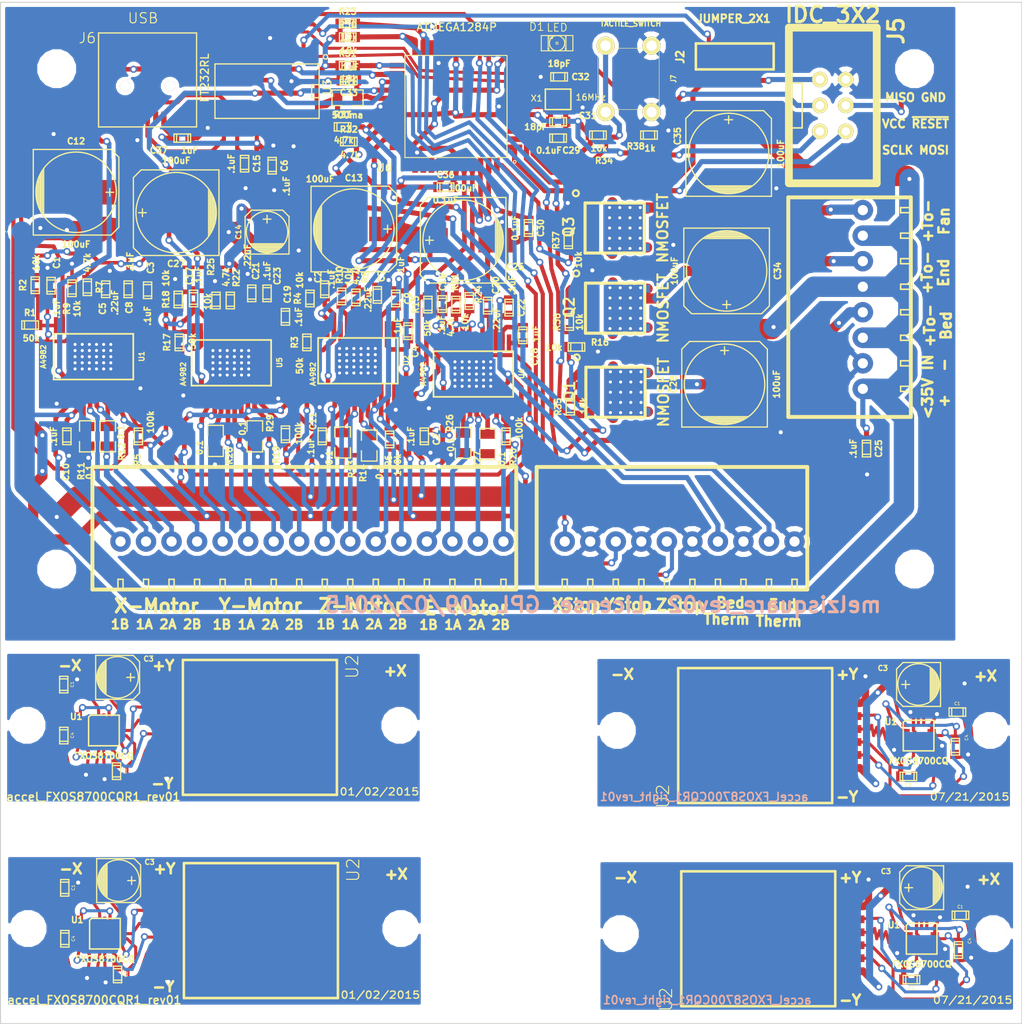
<source format=kicad_pcb>
(kicad_pcb (version 4) (host pcbnew "(2015-08-20 BZR 6109)-product")
  (layers (0 F.Cu signal) (31 B.Cu signal) (34 B.Paste user) (35 F.Paste user) (36 B.SilkS user) (37 F.SilkS user) (38 B.Mask user) (39 F.Mask user) (44 Edge.Cuts user))
  (net 0 "")
  (net 1 BED-TEMP)
  (net 2 D+)
  (net 3 D-)
  (net 4 E-DIR)
  (net 5 E-OUT1A)
  (net 6 E-OUT1B)
  (net 7 E-OUT2A)
  (net 8 E-OUT2B)
  (net 9 E-STEP)
  (net 10 END-TEMP)
  (net 11 FAN)
  (net 12 FT_RXD)
  (net 13 FT_TXD)
  (net 14 GND)
  (net 15 HOTBED)
  (net 16 HOTEND)
  (net 17 MISO)
  (net 18 MOSI)
  (net 19 N-000001)
  (net 20 N-0000010)
  (net 21 N-00000100)
  (net 22 N-00000101)
  (net 23 N-00000102)
  (net 24 N-00000103)
  (net 25 N-00000104)
  (net 26 N-00000105)
  (net 27 N-00000106)
  (net 28 N-00000107)
  (net 29 N-00000108)
  (net 30 N-00000109)
  (net 31 N-00000110)
  (net 32 N-0000017)
  (net 33 N-0000020)
  (net 34 N-0000021)
  (net 35 N-0000023)
  (net 36 N-0000024)
  (net 37 N-0000026)
  (net 38 N-0000028)
  (net 39 N-0000029)
  (net 40 N-000003)
  (net 41 N-0000030)
  (net 42 N-0000035)
  (net 43 N-0000036)
  (net 44 N-0000037)
  (net 45 N-0000039)
  (net 46 N-0000040)
  (net 47 N-0000042)
  (net 48 N-0000043)
  (net 49 N-0000044)
  (net 50 N-0000045)
  (net 51 N-0000046)
  (net 52 N-0000059)
  (net 53 N-000006)
  (net 54 N-0000060)
  (net 55 N-0000061)
  (net 56 N-0000078)
  (net 57 N-000008)
  (net 58 N-000009)
  (net 59 N-0000090)
  (net 60 N-0000091)
  (net 61 N-0000092)
  (net 62 N-0000093)
  (net 63 N-0000095)
  (net 64 N-0000096)
  (net 65 N-0000098)
  (net 66 SCLK)
  (net 67 VCC)
  (net 68 VMotor)
  (net 69 X-DIR)
  (net 70 X-OUT1A)
  (net 71 X-OUT1B)
  (net 72 X-OUT2A)
  (net 73 X-OUT2B)
  (net 74 X-STEP)
  (net 75 X-STOP)
  (net 76 Y-DIR)
  (net 77 Y-OUT1A)
  (net 78 Y-OUT1B)
  (net 79 Y-OUT2A)
  (net 80 Y-OUT2B)
  (net 81 Y-STEP)
  (net 82 Y-STOP)
  (net 83 Z-DIR)
  (net 84 Z-OUT1A)
  (net 85 Z-OUT1B)
  (net 86 Z-OUT2A)
  (net 87 Z-OUT2B)
  (net 88 Z-STEP)
  (net 89 Z-STOP)
  (net 90 ~RESET)
  (net 91 ~XYE-ENABLE)
  (net 92 ~Z-ENABLE)
  (net 93 INT1)
  (net 94 INT2)
  (net 95 SCL)
  (net 96 SDA)
  (net 97 Vdd)
  (module ted_capacitors:TED_SM0603_C (layer F.Cu) (at 215.1 34.8)
    (fp_text reference C29 (at 1.3 1.2) (layer F.SilkS) (effects (font (size 0.6 0.6))))
    (fp_text value 0.1uF (at -0.9 1.2) (layer F.SilkS) (effects (font (size 0.6 0.6))))
    (pad 2 smd rect (at 0.75184 0) (size 0.89916 1.00076) (layers F.Cu F.Paste F.Mask) (net 14 GND) (clearance 0.1))
    (pad 1 smd rect (at -0.75184 0) (size 0.89916 1.00076) (layers F.Cu F.Paste F.Mask) (net 67 VCC) (clearance 0.1))
  )
  (module ted_capacitors:TED_SM0603_C (layer F.Cu) (at 212.2 43.6 270)
    (fp_text reference C30 (at 0 -1.2 270) (layer F.SilkS) (effects (font (size 0.6 0.6))))
    (fp_text value 0.1uF (at 0 1.3 270) (layer F.SilkS) (effects (font (size 0.6 0.6))))
    (pad 2 smd rect (at 0.75184 0 270) (size 0.89916 1.00076) (layers F.Cu F.Paste F.Mask) (net 14 GND) (clearance 0.1))
    (pad 1 smd rect (at -0.75184 0 270) (size 0.89916 1.00076) (layers F.Cu F.Paste F.Mask) (net 67 VCC) (clearance 0.1))
  )
  (module ted_capacitors:TED_SM0603_C (layer F.Cu) (at 194.6086 29.1482 180)
    (fp_text reference C33 (at 0 -1.2 180) (layer F.SilkS) (effects (font (size 0.6 0.6))))
    (fp_text value .1uF (at 0 1.3 180) (layer F.SilkS) (effects (font (size 0.6 0.6))))
    (pad 2 smd rect (at 0.75184 0 180) (size 0.89916 1.00076) (layers F.Cu F.Paste F.Mask) (net 14 GND) (clearance 0.1))
    (pad 1 smd rect (at -0.75184 0 180) (size 0.89916 1.00076) (layers F.Cu F.Paste F.Mask) (net 50 N-0000045) (clearance 0.1))
  )
  (module ted_capacitors:TED_SM0603_C (layer F.Cu) (at 179.4 50.5 90)
    (fp_text reference C17 (at 2.2 -0.4 90) (layer F.SilkS) (effects (font (size 0.6 0.6))))
    (fp_text value .1uF (at 2.2 0.5 90) (layer F.SilkS) (effects (font (size 0.6 0.6))))
    (pad 2 smd rect (at 0.75184 0 90) (size 0.89916 1.00076) (layers F.Cu F.Paste F.Mask) (net 14 GND) (clearance 0.1))
    (pad 1 smd rect (at -0.75184 0 90) (size 0.89916 1.00076) (layers F.Cu F.Paste F.Mask) (net 67 VCC) (clearance 0.1))
  )
  (module ted_capacitors:TED_SM0603_C (layer F.Cu) (at 245.3 65.2 270)
    (fp_text reference C25 (at 0 -1.2 270) (layer F.SilkS) (effects (font (size 0.6 0.6))))
    (fp_text value .1uF (at 0 1.3 270) (layer F.SilkS) (effects (font (size 0.6 0.6))))
    (pad 2 smd rect (at 0.75184 0 270) (size 0.89916 1.00076) (layers F.Cu F.Paste F.Mask) (net 14 GND) (clearance 0.1))
    (pad 1 smd rect (at -0.75184 0 270) (size 0.89916 1.00076) (layers F.Cu F.Paste F.Mask) (net 68 VMotor) (clearance 0.1))
  )
  (module ted_capacitors:TED_SM0603_C (layer F.Cu) (at 186.6 50 270)
    (fp_text reference C23 (at -1.7 -1 270) (layer F.SilkS) (effects (font (size 0.6 0.6))))
    (fp_text value .1uF (at -2.2 0 270) (layer F.SilkS) (effects (font (size 0.6 0.6))))
    (pad 2 smd rect (at 0.75184 0 270) (size 0.89916 1.00076) (layers F.Cu F.Paste F.Mask) (net 21 N-00000100) (clearance 0.1))
    (pad 1 smd rect (at -0.75184 0 270) (size 0.89916 1.00076) (layers F.Cu F.Paste F.Mask) (net 68 VMotor) (clearance 0.1))
  )
  (module ted_capacitors:TED_SM0603_C (layer F.Cu) (at 197.4 50.15 90)
    (fp_text reference C7 (at 1.85 0.4 90) (layer F.SilkS) (effects (font (size 0.6 0.6))))
    (fp_text value .22uF (at -0.45 -0.9 90) (layer F.SilkS) (effects (font (size 0.6 0.6))))
    (pad 2 smd rect (at 0.75184 0 90) (size 0.89916 1.00076) (layers F.Cu F.Paste F.Mask) (net 14 GND) (clearance 0.1))
    (pad 1 smd rect (at -0.75184 0 90) (size 0.89916 1.00076) (layers F.Cu F.Paste F.Mask) (net 39 N-0000029) (clearance 0.1))
  )
  (module ted_capacitors:TED_SM0603_C (layer F.Cu) (at 202 64 270)
    (fp_text reference C24 (at 0 -1.2 270) (layer F.SilkS) (effects (font (size 0.6 0.6))))
    (fp_text value .1uF (at 0 1.3 270) (layer F.SilkS) (effects (font (size 0.6 0.6))))
    (pad 2 smd rect (at 0.75184 0 270) (size 0.89916 1.00076) (layers F.Cu F.Paste F.Mask) (net 14 GND) (clearance 0.1))
    (pad 1 smd rect (at -0.75184 0 270) (size 0.89916 1.00076) (layers F.Cu F.Paste F.Mask) (net 68 VMotor) (clearance 0.1))
  )
  (module ted_capacitors:TED_SM0603_C (layer F.Cu) (at 210.3 51.4 270)
    (fp_text reference C22 (at 0 -1.2 270) (layer F.SilkS) (effects (font (size 0.6 0.6))))
    (fp_text value .1uF (at -2.2 -0.3 270) (layer F.SilkS) (effects (font (size 0.6 0.6))))
    (pad 2 smd rect (at 0.75184 0 270) (size 0.89916 1.00076) (layers F.Cu F.Paste F.Mask) (net 20 N-0000010) (clearance 0.1))
    (pad 1 smd rect (at -0.75184 0 270) (size 0.89916 1.00076) (layers F.Cu F.Paste F.Mask) (net 68 VMotor) (clearance 0.1))
  )
  (module ted_capacitors:TED_SM0603_C (layer F.Cu) (at 203.75 51.05 90)
    (fp_text reference C16 (at 2.15 0.05 90) (layer F.SilkS) (effects (font (size 0.6 0.6))))
    (fp_text value .1uF (at -2.05 -0.05 90) (layer F.SilkS) (effects (font (size 0.6 0.6))))
    (pad 2 smd rect (at 0.75184 0 90) (size 0.89916 1.00076) (layers F.Cu F.Paste F.Mask) (net 14 GND) (clearance 0.1))
    (pad 1 smd rect (at -0.75184 0 90) (size 0.89916 1.00076) (layers F.Cu F.Paste F.Mask) (net 67 VCC) (clearance 0.1))
  )
  (module ted_capacitors:TED_SM0603_C (layer F.Cu) (at 184.4 37.3 270)
    (fp_text reference C15 (at 0 -1.2 270) (layer F.SilkS) (effects (font (size 0.6 0.6))))
    (fp_text value .1uF (at 0 1.3 270) (layer F.SilkS) (effects (font (size 0.6 0.6))))
    (pad 2 smd rect (at 0.75184 0 270) (size 0.89916 1.00076) (layers F.Cu F.Paste F.Mask) (net 14 GND) (clearance 0.1))
    (pad 1 smd rect (at -0.75184 0 270) (size 0.89916 1.00076) (layers F.Cu F.Paste F.Mask) (net 54 N-0000060) (clearance 0.1))
  )
  (module ted_capacitors:TED_SM0603_C (layer F.Cu) (at 192.25 49.6 90)
    (fp_text reference C2 (at 1.2 -0.65 90) (layer F.SilkS) (effects (font (size 0.6 0.6))))
    (fp_text value .1uF (at 1 0.65 90) (layer F.SilkS) (effects (font (size 0.6 0.6))))
    (pad 2 smd rect (at 0.75184 0 90) (size 0.89916 1.00076) (layers F.Cu F.Paste F.Mask) (net 14 GND) (clearance 0.1))
    (pad 1 smd rect (at -0.75184 0 90) (size 0.89916 1.00076) (layers F.Cu F.Paste F.Mask) (net 67 VCC) (clearance 0.1))
  )
  (module ted_capacitors:TED_SM0603_C (layer F.Cu) (at 165.45 49.25 90)
    (fp_text reference C1 (at 2.25 0.55 90) (layer F.SilkS) (effects (font (size 0.6 0.6))))
    (fp_text value .1uF (at -2.25 0.55 90) (layer F.SilkS) (effects (font (size 0.6 0.6))))
    (pad 2 smd rect (at 0.75184 0 90) (size 0.89916 1.00076) (layers F.Cu F.Paste F.Mask) (net 14 GND) (clearance 0.1))
    (pad 1 smd rect (at -0.75184 0 90) (size 0.89916 1.00076) (layers F.Cu F.Paste F.Mask) (net 67 VCC) (clearance 0.1))
  )
  (module ted_capacitors:TED_SM0603_C (layer F.Cu) (at 174.9 49.7 270)
    (fp_text reference C3 (at -2.2 -0.3 270) (layer F.SilkS) (effects (font (size 0.6 0.6))))
    (fp_text value .1uF (at 2.5 0 270) (layer F.SilkS) (effects (font (size 0.6 0.6))))
    (pad 2 smd rect (at 0.75184 0 270) (size 0.89916 1.00076) (layers F.Cu F.Paste F.Mask) (net 28 N-00000107) (clearance 0.1))
    (pad 1 smd rect (at -0.75184 0 270) (size 0.89916 1.00076) (layers F.Cu F.Paste F.Mask) (net 27 N-00000106) (clearance 0.1))
  )
  (module ted_capacitors:TED_SM0603_C (layer F.Cu) (at 200.4 53.7 270)
    (fp_text reference C4 (at 2 -0.7 270) (layer F.SilkS) (effects (font (size 0.6 0.6))))
    (fp_text value .1uF (at -0.4 1 270) (layer F.SilkS) (effects (font (size 0.6 0.6))))
    (pad 2 smd rect (at 0.75184 0 270) (size 0.89916 1.00076) (layers F.Cu F.Paste F.Mask) (net 35 N-0000023) (clearance 0.1))
    (pad 1 smd rect (at -0.75184 0 270) (size 0.89916 1.00076) (layers F.Cu F.Paste F.Mask) (net 36 N-0000024) (clearance 0.1))
  )
  (module ted_capacitors:TED_SM0603_C (layer F.Cu) (at 170.8 49.6 90)
    (fp_text reference C5 (at -1.9 -0.3 90) (layer F.SilkS) (effects (font (size 0.6 0.6))))
    (fp_text value .22uF (at -1.3 0.9 90) (layer F.SilkS) (effects (font (size 0.6 0.6))))
    (pad 2 smd rect (at 0.75184 0 90) (size 0.89916 1.00076) (layers F.Cu F.Paste F.Mask) (net 14 GND) (clearance 0.1))
    (pad 1 smd rect (at -0.75184 0 90) (size 0.89916 1.00076) (layers F.Cu F.Paste F.Mask) (net 60 N-0000091) (clearance 0.1))
  )
  (module ted_capacitors:TED_SM0603_C (layer F.Cu) (at 187.1 37.5 270)
    (fp_text reference C6 (at 0 -1.2 270) (layer F.SilkS) (effects (font (size 0.6 0.6))))
    (fp_text value .1uF (at 2 -1.4 270) (layer F.SilkS) (effects (font (size 0.6 0.6))))
    (pad 2 smd rect (at 0.75184 0 270) (size 0.89916 1.00076) (layers F.Cu F.Paste F.Mask) (net 14 GND) (clearance 0.1))
    (pad 1 smd rect (at -0.75184 0 270) (size 0.89916 1.00076) (layers F.Cu F.Paste F.Mask) (net 67 VCC) (clearance 0.1))
  )
  (module ted_capacitors:TED_SM0603_C (layer F.Cu) (at 173 49.6 270)
    (fp_text reference C8 (at 1.8 -0.1 270) (layer F.SilkS) (effects (font (size 0.6 0.6))))
    (fp_text value .1uF (at -2.7 -0.2 270) (layer F.SilkS) (effects (font (size 0.6 0.6))))
    (pad 2 smd rect (at 0.75184 0 270) (size 0.89916 1.00076) (layers F.Cu F.Paste F.Mask) (net 61 N-0000092) (clearance 0.1))
    (pad 1 smd rect (at -0.75184 0 270) (size 0.89916 1.00076) (layers F.Cu F.Paste F.Mask) (net 68 VMotor) (clearance 0.1))
  )
  (module ted_capacitors:TED_SM0603_C (layer F.Cu) (at 199.2 50.5 270)
    (fp_text reference C9 (at 0 -1.2 270) (layer F.SilkS) (effects (font (size 0.6 0.6))))
    (fp_text value .1uF (at -3.2 -0.5 270) (layer F.SilkS) (effects (font (size 0.6 0.6))))
    (pad 2 smd rect (at 0.75184 0 270) (size 0.89916 1.00076) (layers F.Cu F.Paste F.Mask) (net 41 N-0000030) (clearance 0.1))
    (pad 1 smd rect (at -0.75184 0 270) (size 0.89916 1.00076) (layers F.Cu F.Paste F.Mask) (net 68 VMotor) (clearance 0.1))
  )
  (module ted_capacitors:TED_SM0603_C (layer F.Cu) (at 167 64 270)
    (fp_text reference C10 (at 3.5 0.1 270) (layer F.SilkS) (effects (font (size 0.6 0.6))))
    (fp_text value .1uF (at 0 1.3 270) (layer F.SilkS) (effects (font (size 0.6 0.6))))
    (pad 2 smd rect (at 0.75184 0 270) (size 0.89916 1.00076) (layers F.Cu F.Paste F.Mask) (net 14 GND) (clearance 0.1))
    (pad 1 smd rect (at -0.75184 0 270) (size 0.89916 1.00076) (layers F.Cu F.Paste F.Mask) (net 68 VMotor) (clearance 0.1))
  )
  (module ted_capacitors:TED_SM0603_C (layer F.Cu) (at 192 64 270)
    (fp_text reference C11 (at -1.5 0.9 270) (layer F.SilkS) (effects (font (size 0.6 0.6))))
    (fp_text value .1uF (at 1.1 1.1 270) (layer F.SilkS) (effects (font (size 0.6 0.6))))
    (pad 2 smd rect (at 0.75184 0 270) (size 0.89916 1.00076) (layers F.Cu F.Paste F.Mask) (net 14 GND) (clearance 0.1))
    (pad 1 smd rect (at -0.75184 0 270) (size 0.89916 1.00076) (layers F.Cu F.Paste F.Mask) (net 68 VMotor) (clearance 0.1))
  )
  (module ted_capacitors:TED_SM0603_C (layer F.Cu) (at 211.65 54.1 90)
    (fp_text reference C18 (at -2.1 1.15 90) (layer F.SilkS) (effects (font (size 0.6 0.6))))
    (fp_text value .1uF (at 0 1.3 90) (layer F.SilkS) (effects (font (size 0.6 0.6))))
    (pad 2 smd rect (at 0.75184 0 90) (size 0.89916 1.00076) (layers F.Cu F.Paste F.Mask) (net 19 N-000001) (clearance 0.1))
    (pad 1 smd rect (at -0.75184 0 90) (size 0.89916 1.00076) (layers F.Cu F.Paste F.Mask) (net 40 N-000003) (clearance 0.1))
  )
  (module ted_capacitors:TED_SM0603_C (layer F.Cu) (at 188.4 52.3 90)
    (fp_text reference C19 (at 2.2 0.2 90) (layer F.SilkS) (effects (font (size 0.6 0.6))))
    (fp_text value .1uF (at 0 1.3 90) (layer F.SilkS) (effects (font (size 0.6 0.6))))
    (pad 2 smd rect (at 0.75184 0 90) (size 0.89916 1.00076) (layers F.Cu F.Paste F.Mask) (net 64 N-0000096) (clearance 0.1))
    (pad 1 smd rect (at -0.75184 0 90) (size 0.89916 1.00076) (layers F.Cu F.Paste F.Mask) (net 63 N-0000095) (clearance 0.1))
  )
  (module ted_capacitors:TED_SM0603_C (layer F.Cu) (at 208.2 51.2 90)
    (fp_text reference C20 (at 2 0.8 90) (layer F.SilkS) (effects (font (size 0.6 0.6))))
    (fp_text value .22uF (at -1.4 0.9 90) (layer F.SilkS) (effects (font (size 0.6 0.6))))
    (pad 2 smd rect (at 0.75184 0 90) (size 0.89916 1.00076) (layers F.Cu F.Paste F.Mask) (net 14 GND) (clearance 0.1))
    (pad 1 smd rect (at -0.75184 0 90) (size 0.89916 1.00076) (layers F.Cu F.Paste F.Mask) (net 58 N-000009) (clearance 0.1))
  )
  (module ted_capacitors:TED_SM0603_C (layer F.Cu) (at 185.1 50 90)
    (fp_text reference C21 (at 2.2 0.4 90) (layer F.SilkS) (effects (font (size 0.6 0.6))))
    (fp_text value .22uF (at 3.6 -0.4 90) (layer F.SilkS) (effects (font (size 0.6 0.6))))
    (pad 2 smd rect (at 0.75184 0 90) (size 0.89916 1.00076) (layers F.Cu F.Paste F.Mask) (net 14 GND) (clearance 0.1))
    (pad 1 smd rect (at -0.75184 0 90) (size 0.89916 1.00076) (layers F.Cu F.Paste F.Mask) (net 24 N-00000103) (clearance 0.1))
  )
  (module ted_capacitors:TED_SM0603_C (layer F.Cu) (at 178.3 34.8)
    (fp_text reference C37 (at -2.3 1.2) (layer F.SilkS) (effects (font (size 0.6 0.6))))
    (fp_text value 1uF (at 0.7 1.2) (layer F.SilkS) (effects (font (size 0.6 0.6))))
    (pad 2 smd rect (at 0.75184 0) (size 0.89916 1.00076) (layers F.Cu F.Paste F.Mask) (net 14 GND) (clearance 0.1))
    (pad 1 smd rect (at -0.75184 0) (size 0.89916 1.00076) (layers F.Cu F.Paste F.Mask) (net 67 VCC) (clearance 0.1))
  )
  (module ted_capacitors:TED_SM0603_C (layer F.Cu) (at 204.0828 39.5876)
    (fp_text reference C36 (at 0 -1.2) (layer F.SilkS) (effects (font (size 0.6 0.6))))
    (fp_text value 0.1uF (at 0 1.3) (layer F.SilkS) (effects (font (size 0.6 0.6))))
    (pad 2 smd rect (at 0.75184 0) (size 0.89916 1.00076) (layers F.Cu F.Paste F.Mask) (net 14 GND) (clearance 0.1))
    (pad 1 smd rect (at -0.75184 0) (size 0.89916 1.00076) (layers F.Cu F.Paste F.Mask) (net 67 VCC) (clearance 0.1))
  )
  (module ted_resistors:TED_SM0805_R (layer F.Cu) (at 194.4816 30.85)
    (fp_text reference FB1 (at 0 -1.5) (layer F.SilkS) (effects (font (size 0.6 0.6))))
    (fp_text value 500ma (at 0 1.7) (layer F.SilkS) (effects (font (size 0.6 0.6))))
    (pad 1 smd rect (at -0.9525 0) (size 0.889 1.397) (layers F.Cu F.Paste F.Mask) (net 67 VCC))
    (pad 2 smd rect (at 0.9525 0) (size 0.889 1.397) (layers F.Cu F.Paste F.Mask) (net 50 N-0000045))
  )
  (module ted_resistors:TED_SM0603_R (layer F.Cu) (at 219 34.5)
    (fp_text reference R34 (at 0.6 2.5) (layer F.SilkS) (effects (font (size 0.6 0.6))))
    (fp_text value 10k (at 0.1 1.3) (layer F.SilkS) (effects (font (size 0.6 0.6))))
    (pad 2 smd rect (at 0.75184 0) (size 0.89916 1.00076) (layers F.Cu F.Paste F.Mask) (net 51 N-0000046) (clearance 0.1))
    (pad 1 smd rect (at -0.75184 0) (size 0.89916 1.00076) (layers F.Cu F.Paste F.Mask) (net 67 VCC) (clearance 0.1))
  )
  (module ted_switches:TED_TACTILE_SWITCH_6x6 (layer F.Cu) (at 222 29 270)
    (fp_text reference J7 (at 0 -4.4 270) (layer F.SilkS) (effects (font (size 0.508 0.45) (thickness 0.1125))))
    (fp_text value TACTILE_SWITCH (at -5.4 -0.2 360) (layer F.SilkS) (effects (font (size 0.508 0.508) (thickness 0.127))))
    (pad 4 thru_hole circle (at 3.25 2.25 270) (size 1.778 1.778) (drill 1.016) (layers *.Cu *.Mask F.SilkS) (net 51 N-0000046))
    (pad 2 thru_hole circle (at 3.25 -2.25 270) (size 1.778 1.778) (drill 1.016) (layers *.Cu *.Mask F.SilkS) (net 14 GND))
    (pad 3 thru_hole circle (at -3.25 2.25 270) (size 1.778 1.778) (drill 1.016) (layers *.Cu *.Mask F.SilkS) (net 51 N-0000046))
    (pad 1 thru_hole circle (at -3.25 -2.25 270) (size 1.778 1.778) (drill 1.016) (layers *.Cu *.Mask F.SilkS) (net 14 GND))
  )
  (module ted_holes:TED_Hole_3mm (layer F.Cu) (at 250 77)
    (fp_text reference H2 hide)
    (fp_text value HOLE hide)
    (pad "" np_thru_hole circle (at 0 0) (size 3 3) (drill 3) (layers *.Cu *.Mask F.SilkS))
  )
  (module ted_holes:TED_Hole_3mm (layer F.Cu) (at 166 77)
    (fp_text reference H1 hide)
    (fp_text value HOLE hide)
    (pad "" np_thru_hole circle (at 0 0) (size 3 3) (drill 3) (layers *.Cu *.Mask F.SilkS))
  )
  (module ted_resistors:TED_SM0603_R (layer F.Cu) (at 216.1 44.8 90)
    (fp_text reference R37 (at 0 -1.2 90) (layer F.SilkS) (effects (font (size 0.6 0.6))))
    (fp_text value 10k (at -1.9 1 90) (layer F.SilkS) (effects (font (size 0.6 0.6))))
    (pad 2 smd rect (at 0.75184 0 90) (size 0.89916 1.00076) (layers F.Cu F.Paste F.Mask) (net 14 GND) (clearance 0.1))
    (pad 1 smd rect (at -0.75184 0 90) (size 0.89916 1.00076) (layers F.Cu F.Paste F.Mask) (net 11 FAN) (clearance 0.1))
  )
  (module ted_capacitors:TED_SM0603_C (layer F.Cu) (at 215.1 33.2)
    (fp_text reference C31 (at 2.9 -0.6) (layer F.SilkS) (effects (font (size 0.6 0.6))))
    (fp_text value 18pF (at -2.2 0.5) (layer F.SilkS) (effects (font (size 0.6 0.6))))
    (pad 2 smd rect (at 0.75184 0) (size 0.89916 1.00076) (layers F.Cu F.Paste F.Mask) (net 14 GND) (clearance 0.1))
    (pad 1 smd rect (at -0.75184 0) (size 0.89916 1.00076) (layers F.Cu F.Paste F.Mask) (net 56 N-0000078) (clearance 0.1))
  )
  (module ted_capacitors:TED_SM0603_C (layer F.Cu) (at 215.2 28.8 180)
    (fp_text reference C32 (at -2.1 0 180) (layer F.SilkS) (effects (font (size 0.6 0.6))))
    (fp_text value 18pF (at 0 1.3 180) (layer F.SilkS) (effects (font (size 0.6 0.6))))
    (pad 2 smd rect (at 0.75184 0 180) (size 0.89916 1.00076) (layers F.Cu F.Paste F.Mask) (net 14 GND) (clearance 0.1))
    (pad 1 smd rect (at -0.75184 0 180) (size 0.89916 1.00076) (layers F.Cu F.Paste F.Mask) (net 55 N-0000061) (clearance 0.1))
  )
  (module ted_holes:TED_Hole_3mm (layer F.Cu) (at 250 28)
    (fp_text reference H3 hide)
    (fp_text value HOLE hide)
    (pad "" np_thru_hole circle (at 0 0) (size 3 3) (drill 3) (layers *.Cu *.Mask F.SilkS))
  )
  (module ted_holes:TED_Hole_3mm (layer F.Cu) (at 166 28)
    (fp_text reference H4 hide)
    (fp_text value HOLE hide)
    (pad "" np_thru_hole circle (at 0 0) (size 3 3) (drill 3) (layers *.Cu *.Mask F.SilkS))
  )
  (module ted_capacitors:TED_c_elec_8mm_SMD (layer F.Cu) (at 231.4 58.9 90)
    (fp_text reference C28 (at 0 -5 90) (layer F.SilkS) (effects (font (size 0.6 0.6))))
    (fp_text value 100uF (at 0 5.1 90) (layer F.SilkS) (effects (font (size 0.6 0.6))))
    (pad 1 smd rect (at 3.2512 0 90) (size 3.50012 2.4003) (layers F.Cu F.Paste F.Mask) (net 68 VMotor))
    (pad 2 smd rect (at -3.2512 0 90) (size 3.50012 2.4003) (layers F.Cu F.Paste F.Mask) (net 14 GND))
  )
  (module ted_capacitors:TED_c_elec_8mm_SMD (layer F.Cu) (at 205.8 44.8 180)
    (fp_text reference C26 (at -5.1 -2.6 180) (layer F.SilkS) (effects (font (size 0.6 0.6))))
    (fp_text value 100uF (at 0 5.1 180) (layer F.SilkS) (effects (font (size 0.6 0.6))))
    (pad 1 smd rect (at 3.2512 0 180) (size 3.50012 2.4003) (layers F.Cu F.Paste F.Mask) (net 68 VMotor))
    (pad 2 smd rect (at -3.2512 0 180) (size 3.50012 2.4003) (layers F.Cu F.Paste F.Mask) (net 14 GND))
  )
  (module ted_capacitors:TED_c_elec_8mm_SMD (layer F.Cu) (at 195.1 43.7)
    (fp_text reference C13 (at 0 -5) (layer F.SilkS) (effects (font (size 0.6 0.6))))
    (fp_text value 100uF (at -3.3 -4.9) (layer F.SilkS) (effects (font (size 0.6 0.6))))
    (pad 1 smd rect (at 3.2512 0) (size 3.50012 2.4003) (layers F.Cu F.Paste F.Mask) (net 68 VMotor))
    (pad 2 smd rect (at -3.2512 0) (size 3.50012 2.4003) (layers F.Cu F.Paste F.Mask) (net 14 GND))
  )
  (module ted_capacitors:TED_c_elec_8mm_SMD (layer F.Cu) (at 231.8 36.3 90)
    (fp_text reference C35 (at 1.7 -5 90) (layer F.SilkS) (effects (font (size 0.6 0.6))))
    (fp_text value 100uF (at 0 5.1 90) (layer F.SilkS) (effects (font (size 0.6 0.6))))
    (pad 1 smd rect (at 3.2512 0 90) (size 3.50012 2.4003) (layers F.Cu F.Paste F.Mask) (net 68 VMotor))
    (pad 2 smd rect (at -3.2512 0 90) (size 3.50012 2.4003) (layers F.Cu F.Paste F.Mask) (net 14 GND))
  )
  (module ted_capacitors:TED_c_elec_8mm_SMD (layer F.Cu) (at 177.7 42.1 180)
    (fp_text reference C27 (at 0 -5 180) (layer F.SilkS) (effects (font (size 0.6 0.6))))
    (fp_text value 100uF (at 0 5.1 180) (layer F.SilkS) (effects (font (size 0.6 0.6))))
    (pad 1 smd rect (at 3.2512 0 180) (size 3.50012 2.4003) (layers F.Cu F.Paste F.Mask) (net 68 VMotor))
    (pad 2 smd rect (at -3.2512 0 180) (size 3.50012 2.4003) (layers F.Cu F.Paste F.Mask) (net 14 GND))
  )
  (module ted_led:LED-1206 (layer F.Cu) (at 215 25.5 180)
    (fp_text reference D1 (at 2 1.6 180) (layer F.SilkS) (effects (font (size 0.762 0.762) (thickness 0.0889))))
    (fp_text value LED (at 0 1.524 180) (layer F.SilkS) (effects (font (size 0.762 0.762) (thickness 0.0889))))
    (pad 1 smd rect (at -1.41986 0 180) (size 1.59766 1.80086) (layers F.Cu F.Paste F.Mask) (net 48 N-0000043))
    (pad 2 smd rect (at 1.41986 0 180) (size 1.59766 1.80086) (layers F.Cu F.Paste F.Mask) (net 49 N-0000044))
  )
  (module ted_crystals:TED_crystal_FA-20H (layer F.Cu) (at 215.1 31 180)
    (fp_text reference X1 (at 2.1 0.1 180) (layer F.SilkS) (effects (font (size 0.6 0.6) (thickness 0.1))))
    (fp_text value 16MHz (at -3.2 0.2 180) (layer F.SilkS) (effects (font (size 0.6 0.6) (thickness 0.1))))
    (pad 1 smd rect (at -0.85 0.7 180) (size 1.2 1.1) (layers F.Cu F.Paste F.Mask) (net 55 N-0000061))
    (pad 2 smd rect (at 0.85 0.7 180) (size 1.2 1.1) (layers F.Cu F.Paste F.Mask) (net 14 GND))
    (pad 4 smd rect (at -0.85 -0.7 180) (size 1.2 1.1) (layers F.Cu F.Paste F.Mask) (net 14 GND))
    (pad 3 smd rect (at 0.85 -0.7 180) (size 1.2 1.1) (layers F.Cu F.Paste F.Mask) (net 56 N-0000078))
  )
  (module ted_ICs:TED_TQFP44 (layer F.Cu) (at 205.1 31.7 180)
    (fp_text reference U6 (at 7 -6 180) (layer F.SilkS) (effects (font (size 0.762 0.762) (thickness 0.127))))
    (fp_text value ATMEGA1284P (at -0.0762 7.76732 180) (layer F.SilkS) (effects (font (size 0.762 0.762) (thickness 0.127))))
    (pad 30 smd rect (at 5.74548 -1.6002 90) (size 0.55118 1.50114) (layers F.Cu F.Paste F.Mask) (net 10 END-TEMP))
    (pad 31 smd rect (at 5.74548 -2.4003 90) (size 0.55118 1.50114) (layers F.Cu F.Paste F.Mask) (net 1 BED-TEMP))
    (pad 33 smd rect (at 5.74548 -4.0005 90) (size 0.55118 1.50114) (layers F.Cu F.Paste F.Mask) (net 49 N-0000044))
    (pad 32 smd rect (at 5.74548 -3.2004 90) (size 0.55118 1.50114) (layers F.Cu F.Paste F.Mask) (net 92 ~Z-ENABLE))
    (pad 27 smd rect (at 5.74548 0.8001 90) (size 0.55118 1.50114) (layers F.Cu F.Paste F.Mask) (net 50 N-0000045))
    (pad 29 smd rect (at 5.74548 -0.8001 90) (size 0.55118 1.50114) (layers F.Cu F.Paste F.Mask) (net 67 VCC))
    (pad 28 smd rect (at 5.74548 0 90) (size 0.55118 1.50114) (layers F.Cu F.Paste F.Mask) (net 14 GND))
    (pad 25 smd rect (at 5.74548 2.4003 90) (size 0.55118 1.50114) (layers F.Cu F.Paste F.Mask) (net 81 Y-STEP))
    (pad 26 smd rect (at 5.74548 1.6002 90) (size 0.55118 1.50114) (layers F.Cu F.Paste F.Mask) (net 76 Y-DIR))
    (pad 24 smd rect (at 5.74548 3.2004 90) (size 0.55118 1.50114) (layers F.Cu F.Paste F.Mask) (net 69 X-DIR))
    (pad 23 smd rect (at 5.74548 4.0005 90) (size 0.55118 1.50114) (layers F.Cu F.Paste F.Mask) (net 89 Z-STOP))
    (pad 11 smd rect (at -5.7404 4.0005 90) (size 0.55118 1.50114) (layers F.Cu F.Paste F.Mask))
    (pad 10 smd rect (at -5.7404 3.2004 90) (size 0.55118 1.50114) (layers F.Cu F.Paste F.Mask) (net 12 FT_RXD))
    (pad 8 smd rect (at -5.7404 1.6002 90) (size 0.55118 1.50114) (layers F.Cu F.Paste F.Mask) (net 55 N-0000061))
    (pad 9 smd rect (at -5.7404 2.4003 90) (size 0.55118 1.50114) (layers F.Cu F.Paste F.Mask) (net 13 FT_TXD))
    (pad 6 smd rect (at -5.7404 0 90) (size 0.55118 1.50114) (layers F.Cu F.Paste F.Mask) (net 14 GND))
    (pad 5 smd rect (at -5.7404 -0.8001 90) (size 0.55118 1.50114) (layers F.Cu F.Paste F.Mask) (net 67 VCC))
    (pad 7 smd rect (at -5.7404 0.8001 90) (size 0.55118 1.50114) (layers F.Cu F.Paste F.Mask) (net 56 N-0000078))
    (pad 2 smd rect (at -5.7404 -3.2004 90) (size 0.55118 1.50114) (layers F.Cu F.Paste F.Mask) (net 17 MISO))
    (pad 1 smd rect (at -5.7404 -4.0005 90) (size 0.55118 1.50114) (layers F.Cu F.Paste F.Mask) (net 18 MOSI))
    (pad 3 smd rect (at -5.7404 -2.4003 90) (size 0.55118 1.50114) (layers F.Cu F.Paste F.Mask) (net 66 SCLK))
    (pad 4 smd rect (at -5.7404 -1.6002 90) (size 0.55118 1.50114) (layers F.Cu F.Paste F.Mask) (net 51 N-0000046))
    (pad 44 smd rect (at -4.0005 -5.7404) (size 0.55118 1.50114) (layers F.Cu F.Paste F.Mask) (net 11 FAN))
    (pad 43 smd rect (at -3.2004 -5.7404) (size 0.55118 1.50114) (layers F.Cu F.Paste F.Mask) (net 88 Z-STEP))
    (pad 41 smd rect (at -1.6002 -5.7404) (size 0.55118 1.50114) (layers F.Cu F.Paste F.Mask) (net 9 E-STEP))
    (pad 42 smd rect (at -2.4003 -5.7404) (size 0.55118 1.50114) (layers F.Cu F.Paste F.Mask) (net 83 Z-DIR))
    (pad 39 smd rect (at 0 -5.7404) (size 0.55118 1.50114) (layers F.Cu F.Paste F.Mask) (net 14 GND))
    (pad 38 smd rect (at 0.8001 -5.7404) (size 0.55118 1.50114) (layers F.Cu F.Paste F.Mask) (net 67 VCC))
    (pad 40 smd rect (at -0.8001 -5.7404) (size 0.55118 1.50114) (layers F.Cu F.Paste F.Mask) (net 4 E-DIR))
    (pad 35 smd rect (at 3.2004 -5.7404) (size 0.55118 1.50114) (layers F.Cu F.Paste F.Mask))
    (pad 34 smd rect (at 4.0005 -5.7404) (size 0.55118 1.50114) (layers F.Cu F.Paste F.Mask))
    (pad 36 smd rect (at 2.4003 -5.7404) (size 0.55118 1.50114) (layers F.Cu F.Paste F.Mask))
    (pad 37 smd rect (at 1.6002 -5.7404) (size 0.55118 1.50114) (layers F.Cu F.Paste F.Mask))
    (pad 19 smd rect (at 1.6002 5.7404) (size 0.55118 1.50114) (layers F.Cu F.Paste F.Mask))
    (pad 20 smd rect (at 2.4003 5.7404) (size 0.55118 1.50114) (layers F.Cu F.Paste F.Mask))
    (pad 22 smd rect (at 4.0005 5.7404) (size 0.55118 1.50114) (layers F.Cu F.Paste F.Mask) (net 82 Y-STOP))
    (pad 21 smd rect (at 3.2004 5.7404) (size 0.55118 1.50114) (layers F.Cu F.Paste F.Mask) (net 75 X-STOP))
    (pad 16 smd rect (at -0.8001 5.7404) (size 0.55118 1.50114) (layers F.Cu F.Paste F.Mask) (net 74 X-STEP))
    (pad 18 smd rect (at 0.8001 5.7404) (size 0.55118 1.50114) (layers F.Cu F.Paste F.Mask) (net 14 GND))
    (pad 17 smd rect (at 0 5.7404) (size 0.55118 1.50114) (layers F.Cu F.Paste F.Mask) (net 67 VCC))
    (pad 14 smd rect (at -2.4003 5.7404) (size 0.55118 1.50114) (layers F.Cu F.Paste F.Mask) (net 16 HOTEND))
    (pad 15 smd rect (at -1.6002 5.7404) (size 0.55118 1.50114) (layers F.Cu F.Paste F.Mask) (net 91 ~XYE-ENABLE))
    (pad 13 smd rect (at -3.2004 5.7404) (size 0.55118 1.50114) (layers F.Cu F.Paste F.Mask) (net 15 HOTBED))
    (pad 12 smd rect (at -4.0005 5.7404) (size 0.55118 1.50114) (layers F.Cu F.Paste F.Mask))
  )
  (module ted_capacitors:TED_c_elec_4.3x4.3 (layer F.Cu) (at 186.6 44 90)
    (fp_text reference C14 (at 0 -2.794 90) (layer F.SilkS) (effects (font (size 0.50038 0.50038) (thickness 0.11938))))
    (fp_text value 4.7uF hide)
    (pad 1 smd rect (at 1.80086 0 90) (size 2.60096 1.6002) (layers F.Cu F.Paste F.Mask) (net 67 VCC))
    (pad 2 smd rect (at -1.80086 0 90) (size 2.60096 1.6002) (layers F.Cu F.Paste F.Mask) (net 14 GND))
  )
  (module ted_connectors:TED_TERMINAL_SPRING_2.54MM_16PIN_1989887 (layer F.Cu) (at 191 73)
    (fp_text reference J1 hide)
    (fp_text value TERMINAL_16X1 hide)
    (pad 10 thru_hole circle (at 3.75 1.3) (size 2 2) (drill 1) (layers *.Cu *.Mask) (net 84 Z-OUT1A))
    (pad 9 thru_hole circle (at 1.25 1.3) (size 2 2) (drill 1) (layers *.Cu *.Mask) (net 85 Z-OUT1B))
    (pad 13 thru_hole circle (at 11.25 1.3) (size 2 2) (drill 1) (layers *.Cu *.Mask) (net 6 E-OUT1B))
    (pad 14 thru_hole circle (at 13.75 1.3) (size 2 2) (drill 1) (layers *.Cu *.Mask) (net 5 E-OUT1A))
    (pad 16 thru_hole circle (at 18.75 1.3) (size 2 2) (drill 1) (layers *.Cu *.Mask) (net 8 E-OUT2B))
    (pad 15 thru_hole circle (at 16.25 1.3) (size 2 2) (drill 1) (layers *.Cu *.Mask) (net 7 E-OUT2A))
    (pad 11 thru_hole circle (at 6.25 1.3) (size 2 2) (drill 1) (layers *.Cu *.Mask) (net 86 Z-OUT2A))
    (pad 12 thru_hole circle (at 8.75 1.3) (size 2 2) (drill 1) (layers *.Cu *.Mask) (net 87 Z-OUT2B))
    (pad 4 thru_hole circle (at -11.25 1.3) (size 2 2) (drill 1) (layers *.Cu *.Mask) (net 73 X-OUT2B))
    (pad 3 thru_hole circle (at -13.75 1.3) (size 2 2) (drill 1) (layers *.Cu *.Mask) (net 72 X-OUT2A))
    (pad 7 thru_hole circle (at -3.75 1.3) (size 2 2) (drill 1) (layers *.Cu *.Mask) (net 79 Y-OUT2A))
    (pad 8 thru_hole circle (at -1.25 1.3) (size 2 2) (drill 1) (layers *.Cu *.Mask) (net 80 Y-OUT2B))
    (pad 6 thru_hole circle (at -6.25 1.3) (size 2 2) (drill 1) (layers *.Cu *.Mask) (net 77 Y-OUT1A))
    (pad 5 thru_hole circle (at -8.75 1.3) (size 2 2) (drill 1) (layers *.Cu *.Mask) (net 78 Y-OUT1B))
    (pad 1 thru_hole circle (at -18.75 1.3) (size 2 2) (drill 1) (layers *.Cu *.Mask) (net 71 X-OUT1B))
    (pad 2 thru_hole circle (at -16.25 1.3) (size 2 2) (drill 1) (layers *.Cu *.Mask) (net 70 X-OUT1A))
  )
  (module ted_resistors:TED_SM0603_R (layer F.Cu) (at 224 34.5)
    (fp_text reference R38 (at -1.3 1.1) (layer F.SilkS) (effects (font (size 0.6 0.6))))
    (fp_text value 1k (at 0.1 1.3) (layer F.SilkS) (effects (font (size 0.6 0.6))))
    (pad 2 smd rect (at 0.75184 0) (size 0.89916 1.00076) (layers F.Cu F.Paste F.Mask) (net 14 GND) (clearance 0.1))
    (pad 1 smd rect (at -0.75184 0) (size 0.89916 1.00076) (layers F.Cu F.Paste F.Mask) (net 48 N-0000043) (clearance 0.1))
  )
  (module ted_resistors:TED_SM0603_R (layer F.Cu) (at 216.2 52.8 90)
    (fp_text reference R36 (at 0 -1.2 90) (layer F.SilkS) (effects (font (size 0.6 0.6))))
    (fp_text value 10k (at 0 1 90) (layer F.SilkS) (effects (font (size 0.6 0.6))))
    (pad 2 smd rect (at 0.75184 0 90) (size 0.89916 1.00076) (layers F.Cu F.Paste F.Mask) (net 14 GND) (clearance 0.1))
    (pad 1 smd rect (at -0.75184 0 90) (size 0.89916 1.00076) (layers F.Cu F.Paste F.Mask) (net 16 HOTEND) (clearance 0.1))
  )
  (module ted_resistors:TED_SM0603_R (layer F.Cu) (at 216.3 61.1 90)
    (fp_text reference R35 (at 0 -1.2 90) (layer F.SilkS) (effects (font (size 0.6 0.6))))
    (fp_text value 10k (at 0.1 1.3 90) (layer F.SilkS) (effects (font (size 0.6 0.6))))
    (pad 2 smd rect (at 0.75184 0 90) (size 0.89916 1.00076) (layers F.Cu F.Paste F.Mask) (net 14 GND) (clearance 0.1))
    (pad 1 smd rect (at -0.75184 0 90) (size 0.89916 1.00076) (layers F.Cu F.Paste F.Mask) (net 15 HOTBED) (clearance 0.1))
  )
  (module ted_resistors:TED_SM0603_R (layer F.Cu) (at 194.6086 35.1426)
    (fp_text reference R32 (at 0 -1.2) (layer F.SilkS) (effects (font (size 0.6 0.6))))
    (fp_text value 4.7k (at 0.1 1.3) (layer F.SilkS) (effects (font (size 0.6 0.6))))
    (pad 2 smd rect (at 0.75184 0) (size 0.89916 1.00076) (layers F.Cu F.Paste F.Mask) (net 1 BED-TEMP) (clearance 0.1))
    (pad 1 smd rect (at -0.75184 0) (size 0.89916 1.00076) (layers F.Cu F.Paste F.Mask) (net 67 VCC) (clearance 0.1))
  )
  (module ted_resistors:TED_SM0603_R (layer F.Cu) (at 194.5 27.7)
    (fp_text reference R31 (at 0 -1.2) (layer F.SilkS) (effects (font (size 0.6 0.6))))
    (fp_text value 10k (at 0.1 1.3) (layer F.SilkS) (effects (font (size 0.6 0.6))))
    (pad 2 smd rect (at 0.75184 0) (size 0.89916 1.00076) (layers F.Cu F.Paste F.Mask) (net 89 Z-STOP) (clearance 0.1))
    (pad 1 smd rect (at -0.75184 0) (size 0.89916 1.00076) (layers F.Cu F.Paste F.Mask) (net 67 VCC) (clearance 0.1))
  )
  (module ted_resistors:TED_SM0603_R (layer F.Cu) (at 194.5 24.9)
    (fp_text reference R30 (at 0 -1.2) (layer F.SilkS) (effects (font (size 0.6 0.6))))
    (fp_text value 10k (at 0.1 1.3) (layer F.SilkS) (effects (font (size 0.6 0.6))))
    (pad 2 smd rect (at 0.75184 0) (size 0.89916 1.00076) (layers F.Cu F.Paste F.Mask) (net 82 Y-STOP) (clearance 0.1))
    (pad 1 smd rect (at -0.75184 0) (size 0.89916 1.00076) (layers F.Cu F.Paste F.Mask) (net 67 VCC) (clearance 0.1))
  )
  (module ted_resistors:TED_SM0805_R (layer F.Cu) (at 185.4 64 270)
    (fp_text reference R29 (at -1.3 -1.5 270) (layer F.SilkS) (effects (font (size 0.6 0.6))))
    (fp_text value 0.1 (at -0.8 1.2 270) (layer F.SilkS) (effects (font (size 0.6 0.6))))
    (pad 1 smd rect (at -0.9525 0 270) (size 0.889 1.397) (layers F.Cu F.Paste F.Mask) (net 22 N-00000101))
    (pad 2 smd rect (at 0.9525 0 270) (size 0.889 1.397) (layers F.Cu F.Paste F.Mask) (net 14 GND))
  )
  (module ted_resistors:TED_SM0805_R (layer F.Cu) (at 181.55 64.45 270)
    (fp_text reference R28 (at 1.45 -1.35 270) (layer F.SilkS) (effects (font (size 0.6 0.6))))
    (fp_text value 0.1 (at 0.65 1.55 270) (layer F.SilkS) (effects (font (size 0.6 0.6))))
    (pad 1 smd rect (at -0.9525 0 270) (size 0.889 1.397) (layers F.Cu F.Paste F.Mask) (net 25 N-00000104))
    (pad 2 smd rect (at 0.9525 0 270) (size 0.889 1.397) (layers F.Cu F.Paste F.Mask) (net 14 GND))
  )
  (module ted_resistors:TED_SM0805_R (layer F.Cu) (at 208.2 64.7475 270)
    (fp_text reference R27 (at 1.5525 1 270) (layer F.SilkS) (effects (font (size 0.6 0.6))))
    (fp_text value 0.1 (at 1.4525 -1.4 270) (layer F.SilkS) (effects (font (size 0.6 0.6))))
    (pad 1 smd rect (at -0.9525 0 270) (size 0.889 1.397) (layers F.Cu F.Paste F.Mask) (net 34 N-0000021))
    (pad 2 smd rect (at 0.9525 0 270) (size 0.889 1.397) (layers F.Cu F.Paste F.Mask) (net 14 GND))
  )
  (module ted_resistors:TED_SM0805_R (layer F.Cu) (at 205.8 64.6475 270)
    (fp_text reference R26 (at -1.9475 1.3 270) (layer F.SilkS) (effects (font (size 0.6 0.6))))
    (fp_text value 0.1 (at 0.1525 1.2 270) (layer F.SilkS) (effects (font (size 0.6 0.6))))
    (pad 1 smd rect (at -0.9525 0 270) (size 0.889 1.397) (layers F.Cu F.Paste F.Mask) (net 32 N-0000017))
    (pad 2 smd rect (at 0.9525 0 270) (size 0.889 1.397) (layers F.Cu F.Paste F.Mask) (net 14 GND))
  )
  (module ted_resistors:TED_SM0603_R (layer F.Cu) (at 181.6 50.7 90)
    (fp_text reference R25 (at 3.3 -0.5 90) (layer F.SilkS) (effects (font (size 0.6 0.6))))
    (fp_text value 10k (at -0.1 -0.8 90) (layer F.SilkS) (effects (font (size 0.6 0.6))))
    (pad 2 smd rect (at 0.75184 0 90) (size 0.89916 1.00076) (layers F.Cu F.Paste F.Mask) (net 14 GND) (clearance 0.1))
    (pad 1 smd rect (at -0.75184 0 90) (size 0.89916 1.00076) (layers F.Cu F.Paste F.Mask) (net 23 N-00000102) (clearance 0.1))
  )
  (module ted_resistors:TED_SM0603_R (layer F.Cu) (at 206.4 50.75 90)
    (fp_text reference R24 (at 0.65 0.9 90) (layer F.SilkS) (effects (font (size 0.6 0.6))))
    (fp_text value 10k (at -2.05 -0.4 90) (layer F.SilkS) (effects (font (size 0.6 0.6))))
    (pad 2 smd rect (at 0.75184 0 90) (size 0.89916 1.00076) (layers F.Cu F.Paste F.Mask) (net 14 GND) (clearance 0.1))
    (pad 1 smd rect (at -0.75184 0 90) (size 0.89916 1.00076) (layers F.Cu F.Paste F.Mask) (net 57 N-000008) (clearance 0.1))
  )
  (module ted_resistors:TED_SM0603_R (layer F.Cu) (at 194.5 23.6)
    (fp_text reference R23 (at 0 -1.2) (layer F.SilkS) (effects (font (size 0.6 0.6))))
    (fp_text value 10k (at 0.1 1.3) (layer F.SilkS) (effects (font (size 0.6 0.6))))
    (pad 2 smd rect (at 0.75184 0) (size 0.89916 1.00076) (layers F.Cu F.Paste F.Mask) (net 75 X-STOP) (clearance 0.1))
    (pad 1 smd rect (at -0.75184 0) (size 0.89916 1.00076) (layers F.Cu F.Paste F.Mask) (net 67 VCC) (clearance 0.1))
  )
  (module ted_resistors:TED_SM0603_R (layer F.Cu) (at 183 50.7 270)
    (fp_text reference R22 (at -2.2 -0.6 270) (layer F.SilkS) (effects (font (size 0.6 0.6))))
    (fp_text value 4.7k (at -2.3 0.4 270) (layer F.SilkS) (effects (font (size 0.6 0.6))))
    (pad 2 smd rect (at 0.75184 0 270) (size 0.89916 1.00076) (layers F.Cu F.Paste F.Mask) (net 65 N-0000098) (clearance 0.1))
    (pad 1 smd rect (at -0.75184 0 270) (size 0.89916 1.00076) (layers F.Cu F.Paste F.Mask) (net 67 VCC) (clearance 0.1))
  )
  (module ted_resistors:TED_SM0603_R (layer F.Cu) (at 205.1 51.1 270)
    (fp_text reference R21 (at -2.2 0.1 270) (layer F.SilkS) (effects (font (size 0.6 0.6))))
    (fp_text value 4.7k (at 2.2 0.5 270) (layer F.SilkS) (effects (font (size 0.6 0.6))))
    (pad 2 smd rect (at 0.75184 0 270) (size 0.89916 1.00076) (layers F.Cu F.Paste F.Mask) (net 53 N-000006) (clearance 0.1))
    (pad 1 smd rect (at -0.75184 0 270) (size 0.89916 1.00076) (layers F.Cu F.Paste F.Mask) (net 67 VCC) (clearance 0.1))
  )
  (module ted_resistors:TED_SM0603_R (layer F.Cu) (at 210 64 90)
    (fp_text reference R20 (at -2 0.7 90) (layer F.SilkS) (effects (font (size 0.6 0.6))))
    (fp_text value 100k (at 0.8 1.3 90) (layer F.SilkS) (effects (font (size 0.6 0.6))))
    (pad 2 smd rect (at 0.75184 0 90) (size 0.89916 1.00076) (layers F.Cu F.Paste F.Mask) (net 91 ~XYE-ENABLE) (clearance 0.1))
    (pad 1 smd rect (at -0.75184 0 90) (size 0.89916 1.00076) (layers F.Cu F.Paste F.Mask) (net 67 VCC) (clearance 0.1))
  )
  (module ted_resistors:TED_SM0603_R (layer F.Cu) (at 188.4 63.8 90)
    (fp_text reference R19 (at -2 -0.9 90) (layer F.SilkS) (effects (font (size 0.6 0.6))))
    (fp_text value 100k (at 0.1 1.3 90) (layer F.SilkS) (effects (font (size 0.6 0.6))))
    (pad 2 smd rect (at 0.75184 0 90) (size 0.89916 1.00076) (layers F.Cu F.Paste F.Mask) (net 91 ~XYE-ENABLE) (clearance 0.1))
    (pad 1 smd rect (at -0.75184 0 90) (size 0.89916 1.00076) (layers F.Cu F.Paste F.Mask) (net 67 VCC) (clearance 0.1))
  )
  (module ted_resistors:TED_SM0603_R (layer F.Cu) (at 177.9 50.6 90)
    (fp_text reference R18 (at 0 -1.2 90) (layer F.SilkS) (effects (font (size 0.6 0.6))))
    (fp_text value 10k (at 2.1 -1.2 90) (layer F.SilkS) (effects (font (size 0.6 0.6))))
    (pad 2 smd rect (at 0.75184 0 90) (size 0.89916 1.00076) (layers F.Cu F.Paste F.Mask) (net 14 GND) (clearance 0.1))
    (pad 1 smd rect (at -0.75184 0 90) (size 0.89916 1.00076) (layers F.Cu F.Paste F.Mask) (net 26 N-00000105) (clearance 0.1))
  )
  (module ted_resistors:TED_SM0603_R (layer F.Cu) (at 178 54.8 90)
    (fp_text reference R17 (at 0 -1.2 90) (layer F.SilkS) (effects (font (size 0.6 0.6))))
    (fp_text value 50k (at 0.1 1.3 90) (layer F.SilkS) (effects (font (size 0.6 0.6))))
    (pad 2 smd rect (at 0.75184 0 90) (size 0.89916 1.00076) (layers F.Cu F.Paste F.Mask) (net 26 N-00000105) (clearance 0.1))
    (pad 1 smd rect (at -0.75184 0 90) (size 0.89916 1.00076) (layers F.Cu F.Paste F.Mask) (net 67 VCC) (clearance 0.1))
  )
  (module ted_resistors:TED_SM0603_R (layer F.Cu) (at 190.8 50.5 90)
    (fp_text reference R4 (at 0 -1.2 90) (layer F.SilkS) (effects (font (size 0.6 0.6))))
    (fp_text value 10k (at 1.8 -1 90) (layer F.SilkS) (effects (font (size 0.6 0.6))))
    (pad 2 smd rect (at 0.75184 0 90) (size 0.89916 1.00076) (layers F.Cu F.Paste F.Mask) (net 14 GND) (clearance 0.1))
    (pad 1 smd rect (at -0.75184 0 90) (size 0.89916 1.00076) (layers F.Cu F.Paste F.Mask) (net 44 N-0000037) (clearance 0.1))
  )
  (module ted_capacitors:TED_c_elec_8mm_SMD (layer F.Cu) (at 167.9 40.1)
    (fp_text reference C12 (at 0 -5) (layer F.SilkS) (effects (font (size 0.6 0.6))))
    (fp_text value 100uF (at 0 5.1) (layer F.SilkS) (effects (font (size 0.6 0.6))))
    (pad 1 smd rect (at 3.2512 0) (size 3.50012 2.4003) (layers F.Cu F.Paste F.Mask) (net 68 VMotor))
    (pad 2 smd rect (at -3.2512 0) (size 3.50012 2.4003) (layers F.Cu F.Paste F.Mask) (net 14 GND))
  )
  (module ted_resistors:TED_SM0603_R (layer F.Cu) (at 163.4 53.1)
    (fp_text reference R1 (at 0 -1.2) (layer F.SilkS) (effects (font (size 0.6 0.6))))
    (fp_text value 50k (at 0.1 1.3) (layer F.SilkS) (effects (font (size 0.6 0.6))))
    (pad 2 smd rect (at 0.75184 0) (size 0.89916 1.00076) (layers F.Cu F.Paste F.Mask) (net 31 N-00000110) (clearance 0.1))
    (pad 1 smd rect (at -0.75184 0) (size 0.89916 1.00076) (layers F.Cu F.Paste F.Mask) (net 67 VCC) (clearance 0.1))
  )
  (module ted_resistors:TED_SM0603_R (layer F.Cu) (at 163.9 49.2 90)
    (fp_text reference R2 (at 0 -1.2 90) (layer F.SilkS) (effects (font (size 0.6 0.6))))
    (fp_text value 10k (at 2.2 0.1 90) (layer F.SilkS) (effects (font (size 0.6 0.6))))
    (pad 2 smd rect (at 0.75184 0 90) (size 0.89916 1.00076) (layers F.Cu F.Paste F.Mask) (net 14 GND) (clearance 0.1))
    (pad 1 smd rect (at -0.75184 0 90) (size 0.89916 1.00076) (layers F.Cu F.Paste F.Mask) (net 31 N-00000110) (clearance 0.1))
  )
  (module ted_resistors:TED_SM0603_R (layer F.Cu) (at 190.5 54.8 90)
    (fp_text reference R3 (at 0 -1.2 90) (layer F.SilkS) (effects (font (size 0.6 0.6))))
    (fp_text value 50k (at -2.3 -0.7 90) (layer F.SilkS) (effects (font (size 0.6 0.6))))
    (pad 2 smd rect (at 0.75184 0 90) (size 0.89916 1.00076) (layers F.Cu F.Paste F.Mask) (net 44 N-0000037) (clearance 0.1))
    (pad 1 smd rect (at -0.75184 0 90) (size 0.89916 1.00076) (layers F.Cu F.Paste F.Mask) (net 67 VCC) (clearance 0.1))
  )
  (module ted_resistors:TED_SM0603_R (layer F.Cu) (at 174 64 90)
    (fp_text reference R5 (at -2.3 -0.1 90) (layer F.SilkS) (effects (font (size 0.6 0.6))))
    (fp_text value 100k (at 1.4 1.2 90) (layer F.SilkS) (effects (font (size 0.6 0.6))))
    (pad 2 smd rect (at 0.75184 0 90) (size 0.89916 1.00076) (layers F.Cu F.Paste F.Mask) (net 91 ~XYE-ENABLE) (clearance 0.1))
    (pad 1 smd rect (at -0.75184 0 90) (size 0.89916 1.00076) (layers F.Cu F.Paste F.Mask) (net 67 VCC) (clearance 0.1))
  )
  (module ted_resistors:TED_SM0603_R (layer F.Cu) (at 198.6 64.3 90)
    (fp_text reference R6 (at -2.1 -0.1 90) (layer F.SilkS) (effects (font (size 0.6 0.6))))
    (fp_text value 100k (at -2.5 0.8 90) (layer F.SilkS) (effects (font (size 0.6 0.6))))
    (pad 2 smd rect (at 0.75184 0 90) (size 0.89916 1.00076) (layers F.Cu F.Paste F.Mask) (net 92 ~Z-ENABLE) (clearance 0.1))
    (pad 1 smd rect (at -0.75184 0 90) (size 0.89916 1.00076) (layers F.Cu F.Paste F.Mask) (net 67 VCC) (clearance 0.1))
  )
  (module ted_resistors:TED_SM0603_R (layer F.Cu) (at 169 49.4 270)
    (fp_text reference R7 (at 0 -1.2 270) (layer F.SilkS) (effects (font (size 0.6 0.6))))
    (fp_text value 4.7k (at -2.4 0 270) (layer F.SilkS) (effects (font (size 0.6 0.6))))
    (pad 2 smd rect (at 0.75184 0 270) (size 0.89916 1.00076) (layers F.Cu F.Paste F.Mask) (net 29 N-00000108) (clearance 0.1))
    (pad 1 smd rect (at -0.75184 0 270) (size 0.89916 1.00076) (layers F.Cu F.Paste F.Mask) (net 67 VCC) (clearance 0.1))
  )
  (module ted_resistors:TED_SM0603_R (layer F.Cu) (at 195.3 50.4 270)
    (fp_text reference R8 (at -2 -0.9 270) (layer F.SilkS) (effects (font (size 0.6 0.6))))
    (fp_text value 4.7k (at -2.2 0 270) (layer F.SilkS) (effects (font (size 0.6 0.6))))
    (pad 2 smd rect (at 0.75184 0 270) (size 0.89916 1.00076) (layers F.Cu F.Paste F.Mask) (net 37 N-0000026) (clearance 0.1))
    (pad 1 smd rect (at -0.75184 0 270) (size 0.89916 1.00076) (layers F.Cu F.Paste F.Mask) (net 67 VCC) (clearance 0.1))
  )
  (module ted_resistors:TED_SM0603_R (layer F.Cu) (at 167.5 49.5 90)
    (fp_text reference R9 (at -2 -0.5 90) (layer F.SilkS) (effects (font (size 0.6 0.6))))
    (fp_text value 10k (at -2 0.5 90) (layer F.SilkS) (effects (font (size 0.6 0.6))))
    (pad 2 smd rect (at 0.75184 0 90) (size 0.89916 1.00076) (layers F.Cu F.Paste F.Mask) (net 14 GND) (clearance 0.1))
    (pad 1 smd rect (at -0.75184 0 90) (size 0.89916 1.00076) (layers F.Cu F.Paste F.Mask) (net 59 N-0000090) (clearance 0.1))
  )
  (module ted_resistors:TED_SM0603_R (layer F.Cu) (at 193.9 50.3 90)
    (fp_text reference R10 (at 2.1 -0.2 90) (layer F.SilkS) (effects (font (size 0.6 0.6))))
    (fp_text value 10k (at 1.9 0.7 90) (layer F.SilkS) (effects (font (size 0.6 0.6))))
    (pad 2 smd rect (at 0.75184 0 90) (size 0.89916 1.00076) (layers F.Cu F.Paste F.Mask) (net 14 GND) (clearance 0.1))
    (pad 1 smd rect (at -0.75184 0 90) (size 0.89916 1.00076) (layers F.Cu F.Paste F.Mask) (net 38 N-0000028) (clearance 0.1))
  )
  (module ted_resistors:TED_SM0805_R (layer F.Cu) (at 169 64 270)
    (fp_text reference R11 (at 3.4 0.6 270) (layer F.SilkS) (effects (font (size 0.6 0.6))))
    (fp_text value 0.1 (at 3.5 -0.2 270) (layer F.SilkS) (effects (font (size 0.6 0.6))))
    (pad 1 smd rect (at -0.9525 0 270) (size 0.889 1.397) (layers F.Cu F.Paste F.Mask) (net 62 N-0000093))
    (pad 2 smd rect (at 0.9525 0 270) (size 0.889 1.397) (layers F.Cu F.Paste F.Mask) (net 14 GND))
  )
  (module ted_resistors:TED_SM0805_R (layer F.Cu) (at 171 64 270)
    (fp_text reference R12 (at 1.5 -1.4 270) (layer F.SilkS) (effects (font (size 0.6 0.6))))
    (fp_text value 0.1 (at -0.4 -1.3 270) (layer F.SilkS) (effects (font (size 0.6 0.6))))
    (pad 1 smd rect (at -0.9525 0 270) (size 0.889 1.397) (layers F.Cu F.Paste F.Mask) (net 30 N-00000109))
    (pad 2 smd rect (at 0.9525 0 270) (size 0.889 1.397) (layers F.Cu F.Paste F.Mask) (net 14 GND))
  )
  (module ted_resistors:TED_SM0805_R (layer F.Cu) (at 194 64.6 270)
    (fp_text reference R13 (at 2.6 -0.9 270) (layer F.SilkS) (effects (font (size 0.6 0.6))))
    (fp_text value 0.1 (at 1.5 1.3 270) (layer F.SilkS) (effects (font (size 0.6 0.6))))
    (pad 1 smd rect (at -0.9525 0 270) (size 0.889 1.397) (layers F.Cu F.Paste F.Mask) (net 42 N-0000035))
    (pad 2 smd rect (at 0.9525 0 270) (size 0.889 1.397) (layers F.Cu F.Paste F.Mask) (net 14 GND))
  )
  (module ted_resistors:TED_SM0805_R (layer F.Cu) (at 196.6 64.9 270)
    (fp_text reference R14 (at 2.7 0.6 270) (layer F.SilkS) (effects (font (size 0.6 0.6))))
    (fp_text value 0.1 (at 2.6 -1 270) (layer F.SilkS) (effects (font (size 0.6 0.6))))
    (pad 1 smd rect (at -0.9525 0 270) (size 0.889 1.397) (layers F.Cu F.Paste F.Mask) (net 43 N-0000036))
    (pad 2 smd rect (at 0.9525 0 270) (size 0.889 1.397) (layers F.Cu F.Paste F.Mask) (net 14 GND))
  )
  (module ted_resistors:TED_SM0603_R (layer F.Cu) (at 202.35 51.1 90)
    (fp_text reference R15 (at 0 -1.2 90) (layer F.SilkS) (effects (font (size 0.6 0.6))))
    (fp_text value 50k (at -2.3 -0.05 90) (layer F.SilkS) (effects (font (size 0.6 0.6))))
    (pad 2 smd rect (at 0.75184 0 90) (size 0.89916 1.00076) (layers F.Cu F.Paste F.Mask) (net 33 N-0000020) (clearance 0.1))
    (pad 1 smd rect (at -0.75184 0 90) (size 0.89916 1.00076) (layers F.Cu F.Paste F.Mask) (net 67 VCC) (clearance 0.1))
  )
  (module ted_resistors:TED_SM0603_R (layer F.Cu) (at 216.9 55.25)
    (fp_text reference R16 (at 2.3 -0.45) (layer F.SilkS) (effects (font (size 0.6 0.6))))
    (fp_text value 10k (at -2.2 0.05) (layer F.SilkS) (effects (font (size 0.6 0.6))))
    (pad 2 smd rect (at 0.75184 0) (size 0.89916 1.00076) (layers F.Cu F.Paste F.Mask) (net 14 GND) (clearance 0.1))
    (pad 1 smd rect (at -0.75184 0) (size 0.89916 1.00076) (layers F.Cu F.Paste F.Mask) (net 33 N-0000020) (clearance 0.1))
  )
  (module ted_resistors:TED_SM0603_R (layer F.Cu) (at 194 33.7)
    (fp_text reference R33 (at 0 -1.2) (layer F.SilkS) (effects (font (size 0.6 0.6))))
    (fp_text value 4.7k (at 0.1 1.3) (layer F.SilkS) (effects (font (size 0.6 0.6))))
    (pad 2 smd rect (at 0.75184 0) (size 0.89916 1.00076) (layers F.Cu F.Paste F.Mask) (net 10 END-TEMP) (clearance 0.1))
    (pad 1 smd rect (at -0.75184 0) (size 0.89916 1.00076) (layers F.Cu F.Paste F.Mask) (net 67 VCC) (clearance 0.1))
  )
  (module ted_connectors:TED_TERMINAL_SPRING_2.54MM_10PIN_1989829 (layer F.Cu) (at 227 73)
    (fp_text reference J3 hide)
    (fp_text value TERMINAL_10X1 hide)
    (pad 10 thru_hole circle (at 11.25 1.3) (size 2 2) (drill 1) (layers *.Cu *.Mask) (net 14 GND))
    (pad 9 thru_hole circle (at 8.75 1.3) (size 2 2) (drill 1) (layers *.Cu *.Mask) (net 10 END-TEMP))
    (pad 4 thru_hole circle (at -3.75 1.3) (size 2 2) (drill 1) (layers *.Cu *.Mask) (net 14 GND))
    (pad 3 thru_hole circle (at -6.25 1.3) (size 2 2) (drill 1) (layers *.Cu *.Mask) (net 82 Y-STOP))
    (pad 7 thru_hole circle (at 3.75 1.3) (size 2 2) (drill 1) (layers *.Cu *.Mask) (net 1 BED-TEMP))
    (pad 8 thru_hole circle (at 6.25 1.3) (size 2 2) (drill 1) (layers *.Cu *.Mask) (net 14 GND))
    (pad 6 thru_hole circle (at 1.25 1.3) (size 2 2) (drill 1) (layers *.Cu *.Mask) (net 14 GND))
    (pad 5 thru_hole circle (at -1.25 1.3) (size 2 2) (drill 1) (layers *.Cu *.Mask) (net 89 Z-STOP))
    (pad 1 thru_hole circle (at -11.25 1.3) (size 2 2) (drill 1) (layers *.Cu *.Mask) (net 75 X-STOP))
    (pad 2 thru_hole circle (at -8.75 1.3) (size 2 2) (drill 1) (layers *.Cu *.Mask) (net 14 GND))
  )
  (module ted_connectors:TED_IDC_3x2 (layer F.Cu) (at 242 31.6 270)
    (fp_text reference J5 (at -7.3 -6.2 270) (layer F.SilkS) (effects (font (thickness 0.3048))))
    (fp_text value IDC_3X2 (at -8.9 0 360) (layer F.SilkS) (effects (font (thickness 0.3048))))
    (pad 1 thru_hole circle (at -2.54 1.27 270) (size 1.524 1.524) (drill 0.8128) (layers *.Mask B.Cu F.SilkS) (net 17 MISO))
    (pad 2 thru_hole circle (at 0 1.27 270) (size 1.524 1.524) (drill 0.8128) (layers *.Mask B.Cu F.SilkS) (net 67 VCC))
    (pad 3 thru_hole circle (at 2.54 1.27 270) (size 1.524 1.524) (drill 0.8128) (layers *.Mask B.Cu F.SilkS) (net 66 SCLK))
    (pad 4 thru_hole circle (at 2.54 -1.27 270) (size 1.524 1.524) (drill 0.8128) (layers *.Mask B.Cu F.SilkS) (net 18 MOSI))
    (pad 5 thru_hole circle (at 0 -1.27 270) (size 1.524 1.524) (drill 0.8128) (layers *.Mask B.Cu F.SilkS) (net 90 ~RESET))
    (pad 6 thru_hole circle (at -2.54 -1.27 270) (size 1.524 1.524) (drill 0.8128) (layers *.Mask B.Cu F.SilkS) (net 14 GND))
  )
  (module ted_connectors:TED_TERMINAL_SPRING_2.54MM_8PIN_1989803 (layer F.Cu) (at 243.64 50.6 90)
    (fp_text reference J4 hide)
    (fp_text value TERMINAL_8X1 hide)
    (pad 4 thru_hole circle (at -1.25 1.3 90) (size 2 2) (drill 1) (layers *.Cu *.Mask) (net 45 N-0000039))
    (pad 3 thru_hole circle (at -3.75 1.3 90) (size 2 2) (drill 1) (layers *.Cu *.Mask) (net 68 VMotor))
    (pad 7 thru_hole circle (at 6.25 1.3 90) (size 2 2) (drill 1) (layers *.Cu *.Mask) (net 68 VMotor))
    (pad 8 thru_hole circle (at 8.75 1.3 90) (size 2 2) (drill 1) (layers *.Cu *.Mask) (net 46 N-0000040))
    (pad 6 thru_hole circle (at 3.75 1.3 90) (size 2 2) (drill 1) (layers *.Cu *.Mask) (net 47 N-0000042))
    (pad 5 thru_hole circle (at 1.25 1.3 90) (size 2 2) (drill 1) (layers *.Cu *.Mask) (net 68 VMotor))
    (pad 1 thru_hole circle (at -8.75 1.3 90) (size 2 2) (drill 1) (layers *.Cu *.Mask) (net 68 VMotor))
    (pad 2 thru_hole circle (at -6.25 1.3 90) (size 2 2) (drill 1) (layers *.Cu *.Mask) (net 14 GND))
  )
  (module ted_connectors:TED_HEADER_2x1_SMT (layer F.Cu) (at 232.4 26.8 270)
    (fp_text reference J2 (at 0.05 5.35 270) (layer F.SilkS) (effects (font (size 0.762 0.762) (thickness 0.1905))))
    (fp_text value JUMPER_2X1 (at -3.7 0.1 360) (layer F.SilkS) (effects (font (size 0.762 0.762) (thickness 0.1905))))
    (pad 1 smd rect (at 0 2.54 270) (size 0.9906 2.54) (layers F.Cu F.Paste F.Mask) (net 52 N-0000059) (clearance 0.508))
    (pad 2 smd rect (at 0 -2.54 270) (size 0.9906 2.54) (layers F.Cu F.Paste F.Mask) (net 90 ~RESET) (clearance 0.508))
  )
  (module ted_connectors:TED_USB_SMT_MINI (layer F.Cu) (at 174.9 29.1 180)
    (fp_text reference J6 (at 5.9 4.1 180) (layer F.SilkS) (effects (font (size 1.00076 1.00076) (thickness 0.09906))))
    (fp_text value USB (at 0.4445 6.0452 180) (layer F.SilkS) (effects (font (size 1.00076 1.00076) (thickness 0.09906))))
    (pad GP smd rect (at 4.45008 -3.0988 180) (size 1.6002 1.6002) (layers F.Cu F.Paste F.Mask))
    (pad GP smd rect (at 4.45008 2.4003 180) (size 1.6002 1.6002) (layers F.Cu F.Paste F.Mask))
    (pad GP smd rect (at -4.45008 -3.0988 180) (size 1.6002 1.6002) (layers F.Cu F.Paste F.Mask))
    (pad "" thru_hole circle (at 2.19964 -0.59944 180) (size 1.00076 1.00076) (drill 1.00076) (layers *.Cu *.Mask F.SilkS))
    (pad 4 smd rect (at 0.8001 -3.70078 180) (size 0.50038 1.19888) (layers F.Cu F.Paste F.Mask) (net 14 GND))
    (pad 1 smd rect (at -1.6002 -3.70078 180) (size 0.50038 1.19888) (layers F.Cu F.Paste F.Mask) (net 67 VCC))
    (pad 2 smd rect (at -0.8001 -3.70078 180) (size 0.50038 1.19888) (layers F.Cu F.Paste F.Mask) (net 3 D-))
    (pad 5 smd rect (at 1.6002 -3.70078 180) (size 0.50038 1.19888) (layers F.Cu F.Paste F.Mask))
    (pad 3 smd rect (at 0.0127 -3.70078 180) (size 0.50038 1.19888) (layers F.Cu F.Paste F.Mask) (net 2 D+))
    (pad GP smd rect (at -4.45008 2.4003 180) (size 1.6002 1.6002) (layers F.Cu F.Paste F.Mask))
    (pad "" thru_hole circle (at -2.19964 -0.59944 180) (size 1.00076 1.00076) (drill 1.00076) (layers *.Cu *.Mask F.SilkS))
  )
  (module ted_capacitors:TED_c_elec_8mm_SMD (layer F.Cu) (at 231.6 47.8 270)
    (fp_text reference C34 (at 0 -5 270) (layer F.SilkS) (effects (font (size 0.6 0.6))))
    (fp_text value 100uF (at 0 5.1 270) (layer F.SilkS) (effects (font (size 0.6 0.6))))
    (pad 1 smd rect (at 3.2512 0 270) (size 3.50012 2.4003) (layers F.Cu F.Paste F.Mask) (net 68 VMotor))
    (pad 2 smd rect (at -3.2512 0 270) (size 3.50012 2.4003) (layers F.Cu F.Paste F.Mask) (net 14 GND))
  )
  (module ted_ICs:TED_SSOP28 (layer F.Cu) (at 186.6 30.2 180)
    (fp_text reference U3 (at -5.9 0.4 270) (layer F.SilkS) (effects (font (size 0.762 0.762) (thickness 0.127))))
    (fp_text value FT232RL (at 6.1 1.3 270) (layer F.SilkS) (effects (font (size 0.762 0.762) (thickness 0.127))))
    (pad 1 smd rect (at -4.225 3.556 180) (size 0.4064 1.27) (layers F.Cu F.Paste F.Mask) (net 13 FT_TXD))
    (pad 2 smd rect (at -3.575 3.556 180) (size 0.4064 1.27) (layers F.Cu F.Paste F.Mask) (net 52 N-0000059))
    (pad 3 smd rect (at -2.925 3.556 180) (size 0.4064 1.27) (layers F.Cu F.Paste F.Mask))
    (pad 4 smd rect (at -2.275 3.556 180) (size 0.4064 1.27) (layers F.Cu F.Paste F.Mask))
    (pad 5 smd rect (at -1.625 3.556 180) (size 0.4064 1.27) (layers F.Cu F.Paste F.Mask) (net 12 FT_RXD))
    (pad 6 smd rect (at -0.975 3.556 180) (size 0.4064 1.27) (layers F.Cu F.Paste F.Mask))
    (pad 7 smd rect (at -0.325 3.556 180) (size 0.4064 1.27) (layers F.Cu F.Paste F.Mask) (net 14 GND))
    (pad 8 smd rect (at 0.325 3.556 180) (size 0.4064 1.27) (layers F.Cu F.Paste F.Mask))
    (pad 9 smd rect (at 0.975 3.556 180) (size 0.4064 1.27) (layers F.Cu F.Paste F.Mask))
    (pad 10 smd rect (at 1.625 3.556 180) (size 0.4064 1.27) (layers F.Cu F.Paste F.Mask))
    (pad 11 smd rect (at 2.275 3.556 180) (size 0.4064 1.27) (layers F.Cu F.Paste F.Mask))
    (pad 12 smd rect (at 2.925 3.556 180) (size 0.4064 1.27) (layers F.Cu F.Paste F.Mask))
    (pad 13 smd rect (at 3.575 3.556 180) (size 0.4064 1.27) (layers F.Cu F.Paste F.Mask))
    (pad 14 smd rect (at 4.225 3.556 180) (size 0.4064 1.27) (layers F.Cu F.Paste F.Mask))
    (pad 15 smd rect (at 4.225 -3.556 180) (size 0.4064 1.27) (layers F.Cu F.Paste F.Mask) (net 2 D+))
    (pad 16 smd rect (at 3.575 -3.556 180) (size 0.4064 1.27) (layers F.Cu F.Paste F.Mask) (net 3 D-))
    (pad 17 smd rect (at 2.925 -3.556 180) (size 0.4064 1.27) (layers F.Cu F.Paste F.Mask) (net 54 N-0000060))
    (pad 18 smd rect (at 2.275 -3.556 180) (size 0.4064 1.27) (layers F.Cu F.Paste F.Mask) (net 14 GND))
    (pad 19 smd rect (at 1.625 -3.556 180) (size 0.4064 1.27) (layers F.Cu F.Paste F.Mask))
    (pad 20 smd rect (at 0.975 -3.556 180) (size 0.4064 1.27) (layers F.Cu F.Paste F.Mask) (net 67 VCC))
    (pad 21 smd rect (at 0.325 -3.556 180) (size 0.4064 1.27) (layers F.Cu F.Paste F.Mask) (net 14 GND))
    (pad 22 smd rect (at -0.325 -3.556 180) (size 0.4064 1.27) (layers F.Cu F.Paste F.Mask))
    (pad 23 smd rect (at -0.975 -3.556 180) (size 0.4064 1.27) (layers F.Cu F.Paste F.Mask))
    (pad 24 smd rect (at -1.625 -3.556 180) (size 0.4064 1.27) (layers F.Cu F.Paste F.Mask))
    (pad 25 smd rect (at -2.275 -3.556 180) (size 0.4064 1.27) (layers F.Cu F.Paste F.Mask) (net 14 GND))
    (pad 26 smd rect (at -2.925 -3.556 180) (size 0.4064 1.27) (layers F.Cu F.Paste F.Mask) (net 14 GND))
    (pad 27 smd rect (at -3.575 -3.556 180) (size 0.4064 1.27) (layers F.Cu F.Paste F.Mask))
    (pad 28 smd rect (at -4.225 -3.556 180) (size 0.4064 1.27) (layers F.Cu F.Paste F.Mask))
  )
  (module ted_ICs:TED_TSSOP24+PAD (layer F.Cu) (at 195.5 56.6 180)
    (fp_text reference U2 (at -4.725 0.025 270) (layer F.SilkS) (effects (font (size 0.50038 0.50038) (thickness 0.12446))))
    (fp_text value A4982 (at 4.4 -1.3 270) (layer F.SilkS) (effects (font (size 0.50038 0.50038) (thickness 0.12446))))
    (pad PAD thru_hole circle (at 0.4 0 180) (size 0.4 0.4) (drill 0.3) (layers *.Cu *.Mask) (net 14 GND))
    (pad PAD thru_hole circle (at 1.1 0 180) (size 0.4 0.4) (drill 0.3) (layers *.Cu *.Mask) (net 14 GND))
    (pad PAD thru_hole circle (at 1.8 0 180) (size 0.4 0.4) (drill 0.3) (layers *.Cu *.Mask) (net 14 GND))
    (pad PAD thru_hole circle (at -0.3 0 180) (size 0.4 0.4) (drill 0.3) (layers *.Cu *.Mask) (net 14 GND))
    (pad PAD thru_hole circle (at -1 0 180) (size 0.4 0.4) (drill 0.3) (layers *.Cu *.Mask) (net 14 GND))
    (pad PAD thru_hole circle (at -1.7 0 180) (size 0.4 0.4) (drill 0.3) (layers *.Cu *.Mask) (net 14 GND))
    (pad PAD thru_hole circle (at -1.7 0.6 180) (size 0.4 0.4) (drill 0.3) (layers *.Cu *.Mask) (net 14 GND))
    (pad PAD thru_hole circle (at -1 0.6 180) (size 0.4 0.4) (drill 0.3) (layers *.Cu *.Mask) (net 14 GND))
    (pad PAD thru_hole circle (at -0.3 0.6 180) (size 0.4 0.4) (drill 0.3) (layers *.Cu *.Mask) (net 14 GND))
    (pad PAD thru_hole circle (at 1.8 0.6 180) (size 0.4 0.4) (drill 0.3) (layers *.Cu *.Mask) (net 14 GND))
    (pad PAD thru_hole circle (at 1.1 0.6 180) (size 0.4 0.4) (drill 0.3) (layers *.Cu *.Mask) (net 14 GND))
    (pad PAD thru_hole circle (at 0.4 0.6 180) (size 0.4 0.4) (drill 0.3) (layers *.Cu *.Mask) (net 14 GND))
    (pad PAD thru_hole circle (at 0.4 1.2 180) (size 0.4 0.4) (drill 0.3) (layers *.Cu *.Mask) (net 14 GND))
    (pad PAD thru_hole circle (at 1.1 1.2 180) (size 0.4 0.4) (drill 0.3) (layers *.Cu *.Mask) (net 14 GND))
    (pad PAD thru_hole circle (at 1.8 1.2 180) (size 0.4 0.4) (drill 0.3) (layers *.Cu *.Mask) (net 14 GND))
    (pad PAD thru_hole circle (at -0.3 1.2 180) (size 0.4 0.4) (drill 0.3) (layers *.Cu *.Mask) (net 14 GND))
    (pad PAD thru_hole circle (at -1 1.2 180) (size 0.4 0.4) (drill 0.3) (layers *.Cu *.Mask) (net 14 GND))
    (pad PAD thru_hole circle (at -1.7 1.2 180) (size 0.4 0.4) (drill 0.3) (layers *.Cu *.Mask) (net 14 GND))
    (pad PAD thru_hole circle (at -1.7 -0.6 180) (size 0.4 0.4) (drill 0.3) (layers *.Cu *.Mask) (net 14 GND))
    (pad PAD thru_hole circle (at -1 -0.6 180) (size 0.4 0.4) (drill 0.3) (layers *.Cu *.Mask) (net 14 GND))
    (pad PAD thru_hole circle (at -0.3 -0.6 180) (size 0.4 0.4) (drill 0.3) (layers *.Cu *.Mask) (net 14 GND))
    (pad PAD thru_hole circle (at 1.8 -0.6 180) (size 0.4 0.4) (drill 0.3) (layers *.Cu *.Mask) (net 14 GND))
    (pad PAD thru_hole circle (at 1.1 -0.6 180) (size 0.4 0.4) (drill 0.3) (layers *.Cu *.Mask) (net 14 GND))
    (pad PAD thru_hole circle (at 0.4 -0.6 180) (size 0.4 0.4) (drill 0.3) (layers *.Cu *.Mask) (net 14 GND))
    (pad PAD thru_hole circle (at 0.4 -1.2 180) (size 0.4 0.4) (drill 0.3) (layers *.Cu *.Mask) (net 14 GND))
    (pad PAD thru_hole circle (at 1.1 -1.2 180) (size 0.4 0.4) (drill 0.3) (layers *.Cu *.Mask) (net 14 GND))
    (pad PAD thru_hole circle (at 1.8 -1.2 180) (size 0.4 0.4) (drill 0.3) (layers *.Cu *.Mask) (net 14 GND))
    (pad PAD thru_hole circle (at -0.3 -1.2 180) (size 0.4 0.4) (drill 0.3) (layers *.Cu *.Mask) (net 14 GND))
    (pad PAD thru_hole circle (at -1 -1.2 180) (size 0.4 0.4) (drill 0.3) (layers *.Cu *.Mask) (net 14 GND))
    (pad 12 smd rect (at 3.64894 3.05 180) (size 0.45 1.65) (layers F.Cu F.Paste F.Mask) (net 44 N-0000037))
    (pad 11 smd rect (at 3.00124 3.05 180) (size 0.45 1.65) (layers F.Cu F.Paste F.Mask) (net 88 Z-STEP))
    (pad 14 smd rect (at 2.92624 -3.05 180) (size 0.45 1.65) (layers F.Cu F.Paste F.Mask) (net 83 Z-DIR))
    (pad 13 smd rect (at 3.57394 -3.05 180) (size 0.45 1.65) (layers F.Cu F.Paste F.Mask) (net 14 GND))
    (pad 15 smd rect (at 2.27394 -3.05 180) (size 0.45 1.65) (layers F.Cu F.Paste F.Mask) (net 85 Z-OUT1B))
    (pad 16 smd rect (at 1.62624 -3.05 180) (size 0.45 1.65) (layers F.Cu F.Paste F.Mask) (net 68 VMotor))
    (pad 17 smd rect (at 0.976 -3.05 180) (size 0.45 1.65) (layers F.Cu F.Paste F.Mask) (net 42 N-0000035))
    (pad 18 smd rect (at 0.325 -3.05 180) (size 0.45 1.65) (layers F.Cu F.Paste F.Mask) (net 84 Z-OUT1A))
    (pad 19 smd rect (at -0.325 -3.05 180) (size 0.45 1.65) (layers F.Cu F.Paste F.Mask) (net 86 Z-OUT2A))
    (pad 20 smd rect (at -0.97472 -3.05 180) (size 0.45 1.65) (layers F.Cu F.Paste F.Mask) (net 43 N-0000036))
    (pad 21 smd rect (at -1.62496 -3.05 180) (size 0.45 1.65) (layers F.Cu F.Paste F.Mask) (net 68 VMotor))
    (pad 22 smd rect (at -2.2752 -3.05 180) (size 0.45 1.65) (layers F.Cu F.Paste F.Mask) (net 87 Z-OUT2B))
    (pad 23 smd rect (at -2.92544 -3.05 180) (size 0.45 1.65) (layers F.Cu F.Paste F.Mask) (net 92 ~Z-ENABLE))
    (pad 24 smd rect (at -3.57568 -3.05 180) (size 0.45 1.65) (layers F.Cu F.Paste F.Mask) (net 14 GND))
    (pad 1 smd rect (at -3.50068 3.05 180) (size 0.45 1.65) (layers F.Cu F.Paste F.Mask) (net 36 N-0000024))
    (pad 2 smd rect (at -2.85044 3.05 180) (size 0.45 1.65) (layers F.Cu F.Paste F.Mask) (net 35 N-0000023))
    (pad 3 smd rect (at -2.2002 3.05 180) (size 0.45 1.65) (layers F.Cu F.Paste F.Mask) (net 41 N-0000030))
    (pad 4 smd rect (at -1.54996 3.05 180) (size 0.45 1.65) (layers F.Cu F.Paste F.Mask) (net 39 N-0000029))
    (pad 5 smd rect (at -0.89972 3.05 180) (size 0.45 1.65) (layers F.Cu F.Paste F.Mask) (net 67 VCC))
    (pad 6 smd rect (at -0.24948 3.05 180) (size 0.45 1.65) (layers F.Cu F.Paste F.Mask) (net 67 VCC))
    (pad 7 smd rect (at 0.40076 3.05 180) (size 0.45 1.65) (layers F.Cu F.Paste F.Mask) (net 37 N-0000026))
    (pad 8 smd rect (at 1.051 3.05 180) (size 0.45 1.65) (layers F.Cu F.Paste F.Mask) (net 38 N-0000028))
    (pad 9 smd rect (at 1.70124 3.05 180) (size 0.45 1.65) (layers F.Cu F.Paste F.Mask) (net 37 N-0000026))
    (pad 10 smd rect (at 2.34894 3.05 180) (size 0.45 1.65) (layers F.Cu F.Paste F.Mask) (net 67 VCC))
    (pad PAD smd rect (at 0 0 180) (size 4.32 3) (layers F.Cu F.Paste F.Mask) (net 14 GND))
    (pad PAD thru_hole circle (at -1.7 -1.2 180) (size 0.4 0.4) (drill 0.3) (layers *.Cu *.Mask) (net 14 GND))
    (pad PAD smd rect (at 0 0 180) (size 4.32 3) (layers B.Cu B.Paste B.Mask) (net 14 GND))
  )
  (module ted_ICs:TED_TSSOP24+PAD (layer F.Cu) (at 169.6 56.2 180)
    (fp_text reference U1 (at -4.725 0.025 270) (layer F.SilkS) (effects (font (size 0.50038 0.50038) (thickness 0.12446))))
    (fp_text value A4982 (at 4.9 0 270) (layer F.SilkS) (effects (font (size 0.50038 0.50038) (thickness 0.12446))))
    (pad PAD thru_hole circle (at 0.4 0 180) (size 0.4 0.4) (drill 0.3) (layers *.Cu *.Mask) (net 14 GND))
    (pad PAD thru_hole circle (at 1.1 0 180) (size 0.4 0.4) (drill 0.3) (layers *.Cu *.Mask) (net 14 GND))
    (pad PAD thru_hole circle (at 1.8 0 180) (size 0.4 0.4) (drill 0.3) (layers *.Cu *.Mask) (net 14 GND))
    (pad PAD thru_hole circle (at -0.3 0 180) (size 0.4 0.4) (drill 0.3) (layers *.Cu *.Mask) (net 14 GND))
    (pad PAD thru_hole circle (at -1 0 180) (size 0.4 0.4) (drill 0.3) (layers *.Cu *.Mask) (net 14 GND))
    (pad PAD thru_hole circle (at -1.7 0 180) (size 0.4 0.4) (drill 0.3) (layers *.Cu *.Mask) (net 14 GND))
    (pad PAD thru_hole circle (at -1.7 0.6 180) (size 0.4 0.4) (drill 0.3) (layers *.Cu *.Mask) (net 14 GND))
    (pad PAD thru_hole circle (at -1 0.6 180) (size 0.4 0.4) (drill 0.3) (layers *.Cu *.Mask) (net 14 GND))
    (pad PAD thru_hole circle (at -0.3 0.6 180) (size 0.4 0.4) (drill 0.3) (layers *.Cu *.Mask) (net 14 GND))
    (pad PAD thru_hole circle (at 1.8 0.6 180) (size 0.4 0.4) (drill 0.3) (layers *.Cu *.Mask) (net 14 GND))
    (pad PAD thru_hole circle (at 1.1 0.6 180) (size 0.4 0.4) (drill 0.3) (layers *.Cu *.Mask) (net 14 GND))
    (pad PAD thru_hole circle (at 0.4 0.6 180) (size 0.4 0.4) (drill 0.3) (layers *.Cu *.Mask) (net 14 GND))
    (pad PAD thru_hole circle (at 0.4 1.2 180) (size 0.4 0.4) (drill 0.3) (layers *.Cu *.Mask) (net 14 GND))
    (pad PAD thru_hole circle (at 1.1 1.2 180) (size 0.4 0.4) (drill 0.3) (layers *.Cu *.Mask) (net 14 GND))
    (pad PAD thru_hole circle (at 1.8 1.2 180) (size 0.4 0.4) (drill 0.3) (layers *.Cu *.Mask) (net 14 GND))
    (pad PAD thru_hole circle (at -0.3 1.2 180) (size 0.4 0.4) (drill 0.3) (layers *.Cu *.Mask) (net 14 GND))
    (pad PAD thru_hole circle (at -1 1.2 180) (size 0.4 0.4) (drill 0.3) (layers *.Cu *.Mask) (net 14 GND))
    (pad PAD thru_hole circle (at -1.7 1.2 180) (size 0.4 0.4) (drill 0.3) (layers *.Cu *.Mask) (net 14 GND))
    (pad PAD thru_hole circle (at -1.7 -0.6 180) (size 0.4 0.4) (drill 0.3) (layers *.Cu *.Mask) (net 14 GND))
    (pad PAD thru_hole circle (at -1 -0.6 180) (size 0.4 0.4) (drill 0.3) (layers *.Cu *.Mask) (net 14 GND))
    (pad PAD thru_hole circle (at -0.3 -0.6 180) (size 0.4 0.4) (drill 0.3) (layers *.Cu *.Mask) (net 14 GND))
    (pad PAD thru_hole circle (at 1.8 -0.6 180) (size 0.4 0.4) (drill 0.3) (layers *.Cu *.Mask) (net 14 GND))
    (pad PAD thru_hole circle (at 1.1 -0.6 180) (size 0.4 0.4) (drill 0.3) (layers *.Cu *.Mask) (net 14 GND))
    (pad PAD thru_hole circle (at 0.4 -0.6 180) (size 0.4 0.4) (drill 0.3) (layers *.Cu *.Mask) (net 14 GND))
    (pad PAD thru_hole circle (at 0.4 -1.2 180) (size 0.4 0.4) (drill 0.3) (layers *.Cu *.Mask) (net 14 GND))
    (pad PAD thru_hole circle (at 1.1 -1.2 180) (size 0.4 0.4) (drill 0.3) (layers *.Cu *.Mask) (net 14 GND))
    (pad PAD thru_hole circle (at 1.8 -1.2 180) (size 0.4 0.4) (drill 0.3) (layers *.Cu *.Mask) (net 14 GND))
    (pad PAD thru_hole circle (at -0.3 -1.2 180) (size 0.4 0.4) (drill 0.3) (layers *.Cu *.Mask) (net 14 GND))
    (pad PAD thru_hole circle (at -1 -1.2 180) (size 0.4 0.4) (drill 0.3) (layers *.Cu *.Mask) (net 14 GND))
    (pad 12 smd rect (at 3.64894 3.05 180) (size 0.45 1.65) (layers F.Cu F.Paste F.Mask) (net 31 N-00000110))
    (pad 11 smd rect (at 3.00124 3.05 180) (size 0.45 1.65) (layers F.Cu F.Paste F.Mask) (net 74 X-STEP))
    (pad 14 smd rect (at 2.92624 -3.05 180) (size 0.45 1.65) (layers F.Cu F.Paste F.Mask) (net 69 X-DIR))
    (pad 13 smd rect (at 3.57394 -3.05 180) (size 0.45 1.65) (layers F.Cu F.Paste F.Mask) (net 14 GND))
    (pad 15 smd rect (at 2.27394 -3.05 180) (size 0.45 1.65) (layers F.Cu F.Paste F.Mask) (net 71 X-OUT1B))
    (pad 16 smd rect (at 1.62624 -3.05 180) (size 0.45 1.65) (layers F.Cu F.Paste F.Mask) (net 68 VMotor))
    (pad 17 smd rect (at 0.976 -3.05 180) (size 0.45 1.65) (layers F.Cu F.Paste F.Mask) (net 62 N-0000093))
    (pad 18 smd rect (at 0.325 -3.05 180) (size 0.45 1.65) (layers F.Cu F.Paste F.Mask) (net 70 X-OUT1A))
    (pad 19 smd rect (at -0.325 -3.05 180) (size 0.45 1.65) (layers F.Cu F.Paste F.Mask) (net 72 X-OUT2A))
    (pad 20 smd rect (at -0.97472 -3.05 180) (size 0.45 1.65) (layers F.Cu F.Paste F.Mask) (net 30 N-00000109))
    (pad 21 smd rect (at -1.62496 -3.05 180) (size 0.45 1.65) (layers F.Cu F.Paste F.Mask) (net 68 VMotor))
    (pad 22 smd rect (at -2.2752 -3.05 180) (size 0.45 1.65) (layers F.Cu F.Paste F.Mask) (net 73 X-OUT2B))
    (pad 23 smd rect (at -2.92544 -3.05 180) (size 0.45 1.65) (layers F.Cu F.Paste F.Mask) (net 91 ~XYE-ENABLE))
    (pad 24 smd rect (at -3.57568 -3.05 180) (size 0.45 1.65) (layers F.Cu F.Paste F.Mask) (net 14 GND))
    (pad 1 smd rect (at -3.50068 3.05 180) (size 0.45 1.65) (layers F.Cu F.Paste F.Mask) (net 27 N-00000106))
    (pad 2 smd rect (at -2.85044 3.05 180) (size 0.45 1.65) (layers F.Cu F.Paste F.Mask) (net 28 N-00000107))
    (pad 3 smd rect (at -2.2002 3.05 180) (size 0.45 1.65) (layers F.Cu F.Paste F.Mask) (net 61 N-0000092))
    (pad 4 smd rect (at -1.54996 3.05 180) (size 0.45 1.65) (layers F.Cu F.Paste F.Mask) (net 60 N-0000091))
    (pad 5 smd rect (at -0.89972 3.05 180) (size 0.45 1.65) (layers F.Cu F.Paste F.Mask) (net 67 VCC))
    (pad 6 smd rect (at -0.24948 3.05 180) (size 0.45 1.65) (layers F.Cu F.Paste F.Mask) (net 67 VCC))
    (pad 7 smd rect (at 0.40076 3.05 180) (size 0.45 1.65) (layers F.Cu F.Paste F.Mask) (net 29 N-00000108))
    (pad 8 smd rect (at 1.051 3.05 180) (size 0.45 1.65) (layers F.Cu F.Paste F.Mask) (net 59 N-0000090))
    (pad 9 smd rect (at 1.70124 3.05 180) (size 0.45 1.65) (layers F.Cu F.Paste F.Mask) (net 29 N-00000108))
    (pad 10 smd rect (at 2.34894 3.05 180) (size 0.45 1.65) (layers F.Cu F.Paste F.Mask) (net 67 VCC))
    (pad PAD smd rect (at 0 0 180) (size 4.32 3) (layers F.Cu F.Paste F.Mask) (net 14 GND))
    (pad PAD thru_hole circle (at -1.7 -1.2 180) (size 0.4 0.4) (drill 0.3) (layers *.Cu *.Mask) (net 14 GND))
    (pad PAD smd rect (at 0 0 180) (size 4.32 3) (layers B.Cu B.Paste B.Mask) (net 14 GND))
  )
  (module ted_ICs:TED_TSSOP24+PAD (layer F.Cu) (at 206.8 57.9 180)
    (fp_text reference U4 (at -4.725 0.025 270) (layer F.SilkS) (effects (font (size 0.50038 0.50038) (thickness 0.12446))))
    (fp_text value A4982 (at 4.9 0 270) (layer F.SilkS) (effects (font (size 0.50038 0.50038) (thickness 0.12446))))
    (pad PAD thru_hole circle (at 0.4 0 180) (size 0.4 0.4) (drill 0.3) (layers *.Cu *.Mask) (net 14 GND))
    (pad PAD thru_hole circle (at 1.1 0 180) (size 0.4 0.4) (drill 0.3) (layers *.Cu *.Mask) (net 14 GND))
    (pad PAD thru_hole circle (at 1.8 0 180) (size 0.4 0.4) (drill 0.3) (layers *.Cu *.Mask) (net 14 GND))
    (pad PAD thru_hole circle (at -0.3 0 180) (size 0.4 0.4) (drill 0.3) (layers *.Cu *.Mask) (net 14 GND))
    (pad PAD thru_hole circle (at -1 0 180) (size 0.4 0.4) (drill 0.3) (layers *.Cu *.Mask) (net 14 GND))
    (pad PAD thru_hole circle (at -1.7 0 180) (size 0.4 0.4) (drill 0.3) (layers *.Cu *.Mask) (net 14 GND))
    (pad PAD thru_hole circle (at -1.7 0.6 180) (size 0.4 0.4) (drill 0.3) (layers *.Cu *.Mask) (net 14 GND))
    (pad PAD thru_hole circle (at -1 0.6 180) (size 0.4 0.4) (drill 0.3) (layers *.Cu *.Mask) (net 14 GND))
    (pad PAD thru_hole circle (at -0.3 0.6 180) (size 0.4 0.4) (drill 0.3) (layers *.Cu *.Mask) (net 14 GND))
    (pad PAD thru_hole circle (at 1.8 0.6 180) (size 0.4 0.4) (drill 0.3) (layers *.Cu *.Mask) (net 14 GND))
    (pad PAD thru_hole circle (at 1.1 0.6 180) (size 0.4 0.4) (drill 0.3) (layers *.Cu *.Mask) (net 14 GND))
    (pad PAD thru_hole circle (at 0.4 0.6 180) (size 0.4 0.4) (drill 0.3) (layers *.Cu *.Mask) (net 14 GND))
    (pad PAD thru_hole circle (at 0.4 1.2 180) (size 0.4 0.4) (drill 0.3) (layers *.Cu *.Mask) (net 14 GND))
    (pad PAD thru_hole circle (at 1.1 1.2 180) (size 0.4 0.4) (drill 0.3) (layers *.Cu *.Mask) (net 14 GND))
    (pad PAD thru_hole circle (at 1.8 1.2 180) (size 0.4 0.4) (drill 0.3) (layers *.Cu *.Mask) (net 14 GND))
    (pad PAD thru_hole circle (at -0.3 1.2 180) (size 0.4 0.4) (drill 0.3) (layers *.Cu *.Mask) (net 14 GND))
    (pad PAD thru_hole circle (at -1 1.2 180) (size 0.4 0.4) (drill 0.3) (layers *.Cu *.Mask) (net 14 GND))
    (pad PAD thru_hole circle (at -1.7 1.2 180) (size 0.4 0.4) (drill 0.3) (layers *.Cu *.Mask) (net 14 GND))
    (pad PAD thru_hole circle (at -1.7 -0.6 180) (size 0.4 0.4) (drill 0.3) (layers *.Cu *.Mask) (net 14 GND))
    (pad PAD thru_hole circle (at -1 -0.6 180) (size 0.4 0.4) (drill 0.3) (layers *.Cu *.Mask) (net 14 GND))
    (pad PAD thru_hole circle (at -0.3 -0.6 180) (size 0.4 0.4) (drill 0.3) (layers *.Cu *.Mask) (net 14 GND))
    (pad PAD thru_hole circle (at 1.8 -0.6 180) (size 0.4 0.4) (drill 0.3) (layers *.Cu *.Mask) (net 14 GND))
    (pad PAD thru_hole circle (at 1.1 -0.6 180) (size 0.4 0.4) (drill 0.3) (layers *.Cu *.Mask) (net 14 GND))
    (pad PAD thru_hole circle (at 0.4 -0.6 180) (size 0.4 0.4) (drill 0.3) (layers *.Cu *.Mask) (net 14 GND))
    (pad PAD thru_hole circle (at 0.4 -1.2 180) (size 0.4 0.4) (drill 0.3) (layers *.Cu *.Mask) (net 14 GND))
    (pad PAD thru_hole circle (at 1.1 -1.2 180) (size 0.4 0.4) (drill 0.3) (layers *.Cu *.Mask) (net 14 GND))
    (pad PAD thru_hole circle (at 1.8 -1.2 180) (size 0.4 0.4) (drill 0.3) (layers *.Cu *.Mask) (net 14 GND))
    (pad PAD thru_hole circle (at -0.3 -1.2 180) (size 0.4 0.4) (drill 0.3) (layers *.Cu *.Mask) (net 14 GND))
    (pad PAD thru_hole circle (at -1 -1.2 180) (size 0.4 0.4) (drill 0.3) (layers *.Cu *.Mask) (net 14 GND))
    (pad 12 smd rect (at 3.64894 3.05 180) (size 0.45 1.65) (layers F.Cu F.Paste F.Mask) (net 33 N-0000020))
    (pad 11 smd rect (at 3.00124 3.05 180) (size 0.45 1.65) (layers F.Cu F.Paste F.Mask) (net 9 E-STEP))
    (pad 14 smd rect (at 2.92624 -3.05 180) (size 0.45 1.65) (layers F.Cu F.Paste F.Mask) (net 4 E-DIR))
    (pad 13 smd rect (at 3.57394 -3.05 180) (size 0.45 1.65) (layers F.Cu F.Paste F.Mask) (net 14 GND))
    (pad 15 smd rect (at 2.27394 -3.05 180) (size 0.45 1.65) (layers F.Cu F.Paste F.Mask) (net 6 E-OUT1B))
    (pad 16 smd rect (at 1.62624 -3.05 180) (size 0.45 1.65) (layers F.Cu F.Paste F.Mask) (net 68 VMotor))
    (pad 17 smd rect (at 0.976 -3.05 180) (size 0.45 1.65) (layers F.Cu F.Paste F.Mask) (net 32 N-0000017))
    (pad 18 smd rect (at 0.325 -3.05 180) (size 0.45 1.65) (layers F.Cu F.Paste F.Mask) (net 5 E-OUT1A))
    (pad 19 smd rect (at -0.325 -3.05 180) (size 0.45 1.65) (layers F.Cu F.Paste F.Mask) (net 7 E-OUT2A))
    (pad 20 smd rect (at -0.97472 -3.05 180) (size 0.45 1.65) (layers F.Cu F.Paste F.Mask) (net 34 N-0000021))
    (pad 21 smd rect (at -1.62496 -3.05 180) (size 0.45 1.65) (layers F.Cu F.Paste F.Mask) (net 68 VMotor))
    (pad 22 smd rect (at -2.2752 -3.05 180) (size 0.45 1.65) (layers F.Cu F.Paste F.Mask) (net 8 E-OUT2B))
    (pad 23 smd rect (at -2.92544 -3.05 180) (size 0.45 1.65) (layers F.Cu F.Paste F.Mask) (net 91 ~XYE-ENABLE))
    (pad 24 smd rect (at -3.57568 -3.05 180) (size 0.45 1.65) (layers F.Cu F.Paste F.Mask) (net 14 GND))
    (pad 1 smd rect (at -3.50068 3.05 180) (size 0.45 1.65) (layers F.Cu F.Paste F.Mask) (net 40 N-000003))
    (pad 2 smd rect (at -2.85044 3.05 180) (size 0.45 1.65) (layers F.Cu F.Paste F.Mask) (net 19 N-000001))
    (pad 3 smd rect (at -2.2002 3.05 180) (size 0.45 1.65) (layers F.Cu F.Paste F.Mask) (net 20 N-0000010))
    (pad 4 smd rect (at -1.54996 3.05 180) (size 0.45 1.65) (layers F.Cu F.Paste F.Mask) (net 58 N-000009))
    (pad 5 smd rect (at -0.89972 3.05 180) (size 0.45 1.65) (layers F.Cu F.Paste F.Mask) (net 67 VCC))
    (pad 6 smd rect (at -0.24948 3.05 180) (size 0.45 1.65) (layers F.Cu F.Paste F.Mask) (net 67 VCC))
    (pad 7 smd rect (at 0.40076 3.05 180) (size 0.45 1.65) (layers F.Cu F.Paste F.Mask) (net 53 N-000006))
    (pad 8 smd rect (at 1.051 3.05 180) (size 0.45 1.65) (layers F.Cu F.Paste F.Mask) (net 57 N-000008))
    (pad 9 smd rect (at 1.70124 3.05 180) (size 0.45 1.65) (layers F.Cu F.Paste F.Mask) (net 53 N-000006))
    (pad 10 smd rect (at 2.34894 3.05 180) (size 0.45 1.65) (layers F.Cu F.Paste F.Mask) (net 67 VCC))
    (pad PAD smd rect (at 0 0 180) (size 4.32 3) (layers F.Cu F.Paste F.Mask) (net 14 GND))
    (pad PAD thru_hole circle (at -1.7 -1.2 180) (size 0.4 0.4) (drill 0.3) (layers *.Cu *.Mask) (net 14 GND))
    (pad PAD smd rect (at 0 0 180) (size 4.32 3) (layers B.Cu B.Paste B.Mask) (net 14 GND))
  )
  (module ted_ICs:TED_TSSOP24+PAD (layer F.Cu) (at 183.1 56.8 180)
    (fp_text reference U5 (at -4.725 0.025 270) (layer F.SilkS) (effects (font (size 0.50038 0.50038) (thickness 0.12446))))
    (fp_text value A4982 (at 4.7 -1.1 270) (layer F.SilkS) (effects (font (size 0.50038 0.50038) (thickness 0.12446))))
    (pad PAD thru_hole circle (at 0.4 0 180) (size 0.4 0.4) (drill 0.3) (layers *.Cu *.Mask) (net 14 GND))
    (pad PAD thru_hole circle (at 1.1 0 180) (size 0.4 0.4) (drill 0.3) (layers *.Cu *.Mask) (net 14 GND))
    (pad PAD thru_hole circle (at 1.8 0 180) (size 0.4 0.4) (drill 0.3) (layers *.Cu *.Mask) (net 14 GND))
    (pad PAD thru_hole circle (at -0.3 0 180) (size 0.4 0.4) (drill 0.3) (layers *.Cu *.Mask) (net 14 GND))
    (pad PAD thru_hole circle (at -1 0 180) (size 0.4 0.4) (drill 0.3) (layers *.Cu *.Mask) (net 14 GND))
    (pad PAD thru_hole circle (at -1.7 0 180) (size 0.4 0.4) (drill 0.3) (layers *.Cu *.Mask) (net 14 GND))
    (pad PAD thru_hole circle (at -1.7 0.6 180) (size 0.4 0.4) (drill 0.3) (layers *.Cu *.Mask) (net 14 GND))
    (pad PAD thru_hole circle (at -1 0.6 180) (size 0.4 0.4) (drill 0.3) (layers *.Cu *.Mask) (net 14 GND))
    (pad PAD thru_hole circle (at -0.3 0.6 180) (size 0.4 0.4) (drill 0.3) (layers *.Cu *.Mask) (net 14 GND))
    (pad PAD thru_hole circle (at 1.8 0.6 180) (size 0.4 0.4) (drill 0.3) (layers *.Cu *.Mask) (net 14 GND))
    (pad PAD thru_hole circle (at 1.1 0.6 180) (size 0.4 0.4) (drill 0.3) (layers *.Cu *.Mask) (net 14 GND))
    (pad PAD thru_hole circle (at 0.4 0.6 180) (size 0.4 0.4) (drill 0.3) (layers *.Cu *.Mask) (net 14 GND))
    (pad PAD thru_hole circle (at 0.4 1.2 180) (size 0.4 0.4) (drill 0.3) (layers *.Cu *.Mask) (net 14 GND))
    (pad PAD thru_hole circle (at 1.1 1.2 180) (size 0.4 0.4) (drill 0.3) (layers *.Cu *.Mask) (net 14 GND))
    (pad PAD thru_hole circle (at 1.8 1.2 180) (size 0.4 0.4) (drill 0.3) (layers *.Cu *.Mask) (net 14 GND))
    (pad PAD thru_hole circle (at -0.3 1.2 180) (size 0.4 0.4) (drill 0.3) (layers *.Cu *.Mask) (net 14 GND))
    (pad PAD thru_hole circle (at -1 1.2 180) (size 0.4 0.4) (drill 0.3) (layers *.Cu *.Mask) (net 14 GND))
    (pad PAD thru_hole circle (at -1.7 1.2 180) (size 0.4 0.4) (drill 0.3) (layers *.Cu *.Mask) (net 14 GND))
    (pad PAD thru_hole circle (at -1.7 -0.6 180) (size 0.4 0.4) (drill 0.3) (layers *.Cu *.Mask) (net 14 GND))
    (pad PAD thru_hole circle (at -1 -0.6 180) (size 0.4 0.4) (drill 0.3) (layers *.Cu *.Mask) (net 14 GND))
    (pad PAD thru_hole circle (at -0.3 -0.6 180) (size 0.4 0.4) (drill 0.3) (layers *.Cu *.Mask) (net 14 GND))
    (pad PAD thru_hole circle (at 1.8 -0.6 180) (size 0.4 0.4) (drill 0.3) (layers *.Cu *.Mask) (net 14 GND))
    (pad PAD thru_hole circle (at 1.1 -0.6 180) (size 0.4 0.4) (drill 0.3) (layers *.Cu *.Mask) (net 14 GND))
    (pad PAD thru_hole circle (at 0.4 -0.6 180) (size 0.4 0.4) (drill 0.3) (layers *.Cu *.Mask) (net 14 GND))
    (pad PAD thru_hole circle (at 0.4 -1.2 180) (size 0.4 0.4) (drill 0.3) (layers *.Cu *.Mask) (net 14 GND))
    (pad PAD thru_hole circle (at 1.1 -1.2 180) (size 0.4 0.4) (drill 0.3) (layers *.Cu *.Mask) (net 14 GND))
    (pad PAD thru_hole circle (at 1.8 -1.2 180) (size 0.4 0.4) (drill 0.3) (layers *.Cu *.Mask) (net 14 GND))
    (pad PAD thru_hole circle (at -0.3 -1.2 180) (size 0.4 0.4) (drill 0.3) (layers *.Cu *.Mask) (net 14 GND))
    (pad PAD thru_hole circle (at -1 -1.2 180) (size 0.4 0.4) (drill 0.3) (layers *.Cu *.Mask) (net 14 GND))
    (pad 12 smd rect (at 3.64894 3.05 180) (size 0.45 1.65) (layers F.Cu F.Paste F.Mask) (net 26 N-00000105))
    (pad 11 smd rect (at 3.00124 3.05 180) (size 0.45 1.65) (layers F.Cu F.Paste F.Mask) (net 81 Y-STEP))
    (pad 14 smd rect (at 2.92624 -3.05 180) (size 0.45 1.65) (layers F.Cu F.Paste F.Mask) (net 76 Y-DIR))
    (pad 13 smd rect (at 3.57394 -3.05 180) (size 0.45 1.65) (layers F.Cu F.Paste F.Mask) (net 14 GND))
    (pad 15 smd rect (at 2.27394 -3.05 180) (size 0.45 1.65) (layers F.Cu F.Paste F.Mask) (net 78 Y-OUT1B))
    (pad 16 smd rect (at 1.62624 -3.05 180) (size 0.45 1.65) (layers F.Cu F.Paste F.Mask) (net 68 VMotor))
    (pad 17 smd rect (at 0.976 -3.05 180) (size 0.45 1.65) (layers F.Cu F.Paste F.Mask) (net 25 N-00000104))
    (pad 18 smd rect (at 0.325 -3.05 180) (size 0.45 1.65) (layers F.Cu F.Paste F.Mask) (net 77 Y-OUT1A))
    (pad 19 smd rect (at -0.325 -3.05 180) (size 0.45 1.65) (layers F.Cu F.Paste F.Mask) (net 79 Y-OUT2A))
    (pad 20 smd rect (at -0.97472 -3.05 180) (size 0.45 1.65) (layers F.Cu F.Paste F.Mask) (net 22 N-00000101))
    (pad 21 smd rect (at -1.62496 -3.05 180) (size 0.45 1.65) (layers F.Cu F.Paste F.Mask) (net 68 VMotor))
    (pad 22 smd rect (at -2.2752 -3.05 180) (size 0.45 1.65) (layers F.Cu F.Paste F.Mask) (net 80 Y-OUT2B))
    (pad 23 smd rect (at -2.92544 -3.05 180) (size 0.45 1.65) (layers F.Cu F.Paste F.Mask) (net 91 ~XYE-ENABLE))
    (pad 24 smd rect (at -3.57568 -3.05 180) (size 0.45 1.65) (layers F.Cu F.Paste F.Mask) (net 14 GND))
    (pad 1 smd rect (at -3.50068 3.05 180) (size 0.45 1.65) (layers F.Cu F.Paste F.Mask) (net 63 N-0000095))
    (pad 2 smd rect (at -2.85044 3.05 180) (size 0.45 1.65) (layers F.Cu F.Paste F.Mask) (net 64 N-0000096))
    (pad 3 smd rect (at -2.2002 3.05 180) (size 0.45 1.65) (layers F.Cu F.Paste F.Mask) (net 21 N-00000100))
    (pad 4 smd rect (at -1.54996 3.05 180) (size 0.45 1.65) (layers F.Cu F.Paste F.Mask) (net 24 N-00000103))
    (pad 5 smd rect (at -0.89972 3.05 180) (size 0.45 1.65) (layers F.Cu F.Paste F.Mask) (net 67 VCC))
    (pad 6 smd rect (at -0.24948 3.05 180) (size 0.45 1.65) (layers F.Cu F.Paste F.Mask) (net 67 VCC))
    (pad 7 smd rect (at 0.40076 3.05 180) (size 0.45 1.65) (layers F.Cu F.Paste F.Mask) (net 65 N-0000098))
    (pad 8 smd rect (at 1.051 3.05 180) (size 0.45 1.65) (layers F.Cu F.Paste F.Mask) (net 23 N-00000102))
    (pad 9 smd rect (at 1.70124 3.05 180) (size 0.45 1.65) (layers F.Cu F.Paste F.Mask) (net 65 N-0000098))
    (pad 10 smd rect (at 2.34894 3.05 180) (size 0.45 1.65) (layers F.Cu F.Paste F.Mask) (net 67 VCC))
    (pad PAD smd rect (at 0 0 180) (size 4.32 3) (layers F.Cu F.Paste F.Mask) (net 14 GND))
    (pad PAD thru_hole circle (at -1.7 -1.2 180) (size 0.4 0.4) (drill 0.3) (layers *.Cu *.Mask) (net 14 GND))
    (pad PAD smd rect (at 0 0 180) (size 4.32 3) (layers B.Cu B.Paste B.Mask) (net 14 GND))
  )
  (module ted_transistors:TED_SO-8_FLAT_LEAD_CASE_488AA_STYLE1 (layer F.Cu) (at 220.64 43.6 90)
    (fp_text reference Q3 (at 0.1 -4.5 90) (layer F.SilkS) (effects (font (size 1.016 1.016) (thickness 0.2032))))
    (fp_text value NMOSFET (at 0 4.7 90) (layer F.SilkS) (effects (font (size 1.016 1.016) (thickness 0.2032))))
    (pad 3 smd rect (at 1.905 3.1825 90) (size 0.75 0.475) (layers B.Cu F.Paste F.Mask) (net 46 N-0000040))
    (pad 3 smd rect (at -1.905 3.1825 90) (size 0.75 0.475) (layers B.Cu F.Paste F.Mask) (net 46 N-0000040))
    (pad 3 smd rect (at -2.5275 -0.2325 90) (size 0.495 0.905) (layers B.Cu F.Paste F.Mask) (net 46 N-0000040))
    (pad 3 smd rect (at 2.5275 -0.2325 90) (size 0.495 0.905) (layers B.Cu F.Paste F.Mask) (net 46 N-0000040))
    (pad 3 smd rect (at -1.905 3.1825 90) (size 0.75 0.475) (layers F.Cu F.Paste F.Mask) (net 46 N-0000040))
    (pad 3 smd rect (at 1.905 3.1825 90) (size 0.75 0.475) (layers F.Cu F.Paste F.Mask) (net 46 N-0000040))
    (pad 3 smd rect (at -2.5275 -0.2325 90) (size 0.495 0.905) (layers F.Cu F.Paste F.Mask) (net 46 N-0000040))
    (pad 3 thru_hole circle (at -2 2.5 90) (size 0.78 0.78) (drill 0.3) (layers *.Cu *.Mask) (net 46 N-0000040))
    (pad 3 thru_hole circle (at 2 -0.5 90) (size 0.78 0.78) (drill 0.3) (layers *.Cu *.Mask) (net 46 N-0000040))
    (pad 3 thru_hole circle (at 2 0.5 90) (size 0.78 0.78) (drill 0.3) (layers *.Cu *.Mask) (net 46 N-0000040))
    (pad 3 thru_hole circle (at 2 1.5 90) (size 0.78 0.78) (drill 0.3) (layers *.Cu *.Mask) (net 46 N-0000040))
    (pad 3 thru_hole circle (at -2 -0.5 90) (size 0.78 0.78) (drill 0.3) (layers *.Cu *.Mask) (net 46 N-0000040))
    (pad 3 thru_hole circle (at 0 0.5 90) (size 0.78 0.78) (drill 0.3) (layers *.Cu *.Mask) (net 46 N-0000040))
    (pad 3 thru_hole circle (at 0 1.5 90) (size 0.78 0.78) (drill 0.3) (layers *.Cu *.Mask) (net 46 N-0000040))
    (pad 3 thru_hole circle (at 1 2.5 90) (size 0.78 0.78) (drill 0.3) (layers *.Cu *.Mask) (net 46 N-0000040))
    (pad 3 thru_hole circle (at 2 2.5 90) (size 0.78 0.78) (drill 0.3) (layers *.Cu *.Mask) (net 46 N-0000040))
    (pad 3 thru_hole circle (at 1 1.5 90) (size 0.78 0.78) (drill 0.3) (layers *.Cu *.Mask) (net 46 N-0000040))
    (pad 3 thru_hole circle (at 1 0.5 90) (size 0.78 0.78) (drill 0.3) (layers *.Cu *.Mask) (net 46 N-0000040))
    (pad 3 thru_hole circle (at 1 -0.5 90) (size 0.78 0.78) (drill 0.3) (layers *.Cu *.Mask) (net 46 N-0000040))
    (pad 3 thru_hole circle (at -1 -0.5 90) (size 0.78 0.78) (drill 0.3) (layers *.Cu *.Mask) (net 46 N-0000040))
    (pad 3 thru_hole circle (at -1 0.5 90) (size 0.78 0.78) (drill 0.3) (layers *.Cu *.Mask) (net 46 N-0000040))
    (pad 3 thru_hole circle (at -1 1.5 90) (size 0.78 0.78) (drill 0.3) (layers *.Cu *.Mask) (net 46 N-0000040))
    (pad 3 thru_hole circle (at 0 2.5 90) (size 0.78 0.78) (drill 0.3) (layers *.Cu *.Mask) (net 46 N-0000040))
    (pad 3 thru_hole circle (at -1 2.5 90) (size 0.78 0.78) (drill 0.3) (layers *.Cu *.Mask) (net 46 N-0000040))
    (pad 3 thru_hole circle (at -2 1.5 90) (size 0.78 0.78) (drill 0.3) (layers *.Cu *.Mask) (net 46 N-0000040))
    (pad 3 thru_hole circle (at -2 0.5 90) (size 0.78 0.78) (drill 0.3) (layers *.Cu *.Mask) (net 46 N-0000040))
    (pad 3 smd rect (at 2.5275 -0.2325 90) (size 0.495 0.905) (layers F.Cu F.Paste F.Mask) (net 46 N-0000040))
    (pad 2 smd rect (at 1.905 -2.575 90) (size 0.75 1) (layers F.Cu F.Paste F.Mask) (net 14 GND))
    (pad 2 smd rect (at 0.635 -2.575 90) (size 0.75 1) (layers F.Cu F.Paste F.Mask) (net 14 GND))
    (pad 2 smd rect (at -0.635 -2.575 90) (size 0.75 1) (layers F.Cu F.Paste F.Mask) (net 14 GND))
    (pad 1 smd rect (at -1.905 -2.575 90) (size 0.75 1) (layers F.Cu F.Paste F.Mask) (net 11 FAN))
    (pad 3 smd rect (at 0 0.9175 90) (size 4.56 4.055) (layers F.Cu F.Paste F.Mask) (net 46 N-0000040))
    (pad 3 thru_hole circle (at 0 -0.5 90) (size 0.78 0.78) (drill 0.3) (layers *.Cu *.Mask) (net 46 N-0000040))
    (pad 3 smd rect (at 0 0.9175 90) (size 4.56 4.055) (layers B.Cu B.Paste B.Mask) (net 46 N-0000040))
  )
  (module ted_transistors:TED_SO-8_FLAT_LEAD_CASE_488AA_STYLE1 (layer F.Cu) (at 220.68 51.45 90)
    (fp_text reference Q2 (at 0.1 -4.5 90) (layer F.SilkS) (effects (font (size 1.016 1.016) (thickness 0.2032))))
    (fp_text value NMOSFET (at 0 4.7 90) (layer F.SilkS) (effects (font (size 1.016 1.016) (thickness 0.2032))))
    (pad 3 smd rect (at 1.905 3.1825 90) (size 0.75 0.475) (layers B.Cu F.Paste F.Mask) (net 47 N-0000042))
    (pad 3 smd rect (at -1.905 3.1825 90) (size 0.75 0.475) (layers B.Cu F.Paste F.Mask) (net 47 N-0000042))
    (pad 3 smd rect (at -2.5275 -0.2325 90) (size 0.495 0.905) (layers B.Cu F.Paste F.Mask) (net 47 N-0000042))
    (pad 3 smd rect (at 2.5275 -0.2325 90) (size 0.495 0.905) (layers B.Cu F.Paste F.Mask) (net 47 N-0000042))
    (pad 3 smd rect (at -1.905 3.1825 90) (size 0.75 0.475) (layers F.Cu F.Paste F.Mask) (net 47 N-0000042))
    (pad 3 smd rect (at 1.905 3.1825 90) (size 0.75 0.475) (layers F.Cu F.Paste F.Mask) (net 47 N-0000042))
    (pad 3 smd rect (at -2.5275 -0.2325 90) (size 0.495 0.905) (layers F.Cu F.Paste F.Mask) (net 47 N-0000042))
    (pad 3 thru_hole circle (at -2 2.5 90) (size 0.78 0.78) (drill 0.3) (layers *.Cu *.Mask) (net 47 N-0000042))
    (pad 3 thru_hole circle (at 2 -0.5 90) (size 0.78 0.78) (drill 0.3) (layers *.Cu *.Mask) (net 47 N-0000042))
    (pad 3 thru_hole circle (at 2 0.5 90) (size 0.78 0.78) (drill 0.3) (layers *.Cu *.Mask) (net 47 N-0000042))
    (pad 3 thru_hole circle (at 2 1.5 90) (size 0.78 0.78) (drill 0.3) (layers *.Cu *.Mask) (net 47 N-0000042))
    (pad 3 thru_hole circle (at -2 -0.5 90) (size 0.78 0.78) (drill 0.3) (layers *.Cu *.Mask) (net 47 N-0000042))
    (pad 3 thru_hole circle (at 0 0.5 90) (size 0.78 0.78) (drill 0.3) (layers *.Cu *.Mask) (net 47 N-0000042))
    (pad 3 thru_hole circle (at 0 1.5 90) (size 0.78 0.78) (drill 0.3) (layers *.Cu *.Mask) (net 47 N-0000042))
    (pad 3 thru_hole circle (at 1 2.5 90) (size 0.78 0.78) (drill 0.3) (layers *.Cu *.Mask) (net 47 N-0000042))
    (pad 3 thru_hole circle (at 2 2.5 90) (size 0.78 0.78) (drill 0.3) (layers *.Cu *.Mask) (net 47 N-0000042))
    (pad 3 thru_hole circle (at 1 1.5 90) (size 0.78 0.78) (drill 0.3) (layers *.Cu *.Mask) (net 47 N-0000042))
    (pad 3 thru_hole circle (at 1 0.5 90) (size 0.78 0.78) (drill 0.3) (layers *.Cu *.Mask) (net 47 N-0000042))
    (pad 3 thru_hole circle (at 1 -0.5 90) (size 0.78 0.78) (drill 0.3) (layers *.Cu *.Mask) (net 47 N-0000042))
    (pad 3 thru_hole circle (at -1 -0.5 90) (size 0.78 0.78) (drill 0.3) (layers *.Cu *.Mask) (net 47 N-0000042))
    (pad 3 thru_hole circle (at -1 0.5 90) (size 0.78 0.78) (drill 0.3) (layers *.Cu *.Mask) (net 47 N-0000042))
    (pad 3 thru_hole circle (at -1 1.5 90) (size 0.78 0.78) (drill 0.3) (layers *.Cu *.Mask) (net 47 N-0000042))
    (pad 3 thru_hole circle (at 0 2.5 90) (size 0.78 0.78) (drill 0.3) (layers *.Cu *.Mask) (net 47 N-0000042))
    (pad 3 thru_hole circle (at -1 2.5 90) (size 0.78 0.78) (drill 0.3) (layers *.Cu *.Mask) (net 47 N-0000042))
    (pad 3 thru_hole circle (at -2 1.5 90) (size 0.78 0.78) (drill 0.3) (layers *.Cu *.Mask) (net 47 N-0000042))
    (pad 3 thru_hole circle (at -2 0.5 90) (size 0.78 0.78) (drill 0.3) (layers *.Cu *.Mask) (net 47 N-0000042))
    (pad 3 smd rect (at 2.5275 -0.2325 90) (size 0.495 0.905) (layers F.Cu F.Paste F.Mask) (net 47 N-0000042))
    (pad 2 smd rect (at 1.905 -2.575 90) (size 0.75 1) (layers F.Cu F.Paste F.Mask) (net 14 GND))
    (pad 2 smd rect (at 0.635 -2.575 90) (size 0.75 1) (layers F.Cu F.Paste F.Mask) (net 14 GND))
    (pad 2 smd rect (at -0.635 -2.575 90) (size 0.75 1) (layers F.Cu F.Paste F.Mask) (net 14 GND))
    (pad 1 smd rect (at -1.905 -2.575 90) (size 0.75 1) (layers F.Cu F.Paste F.Mask) (net 16 HOTEND))
    (pad 3 smd rect (at 0 0.9175 90) (size 4.56 4.055) (layers F.Cu F.Paste F.Mask) (net 47 N-0000042))
    (pad 3 thru_hole circle (at 0 -0.5 90) (size 0.78 0.78) (drill 0.3) (layers *.Cu *.Mask) (net 47 N-0000042))
    (pad 3 smd rect (at 0 0.9175 90) (size 4.56 4.055) (layers B.Cu B.Paste B.Mask) (net 47 N-0000042))
  )
  (module ted_transistors:TED_SO-8_FLAT_LEAD_CASE_488AA_STYLE1 (layer F.Cu) (at 220.72 59.68 90)
    (fp_text reference Q1 (at 0.1 -4.5 90) (layer F.SilkS) (effects (font (size 1.016 1.016) (thickness 0.2032))))
    (fp_text value NMOSFET (at 0 4.7 90) (layer F.SilkS) (effects (font (size 1.016 1.016) (thickness 0.2032))))
    (pad 3 smd rect (at 1.905 3.1825 90) (size 0.75 0.475) (layers B.Cu F.Paste F.Mask) (net 45 N-0000039))
    (pad 3 smd rect (at -1.905 3.1825 90) (size 0.75 0.475) (layers B.Cu F.Paste F.Mask) (net 45 N-0000039))
    (pad 3 smd rect (at -2.5275 -0.2325 90) (size 0.495 0.905) (layers B.Cu F.Paste F.Mask) (net 45 N-0000039))
    (pad 3 smd rect (at 2.5275 -0.2325 90) (size 0.495 0.905) (layers B.Cu F.Paste F.Mask) (net 45 N-0000039))
    (pad 3 smd rect (at -1.905 3.1825 90) (size 0.75 0.475) (layers F.Cu F.Paste F.Mask) (net 45 N-0000039))
    (pad 3 smd rect (at 1.905 3.1825 90) (size 0.75 0.475) (layers F.Cu F.Paste F.Mask) (net 45 N-0000039))
    (pad 3 smd rect (at -2.5275 -0.2325 90) (size 0.495 0.905) (layers F.Cu F.Paste F.Mask) (net 45 N-0000039))
    (pad 3 thru_hole circle (at -2 2.5 90) (size 0.78 0.78) (drill 0.3) (layers *.Cu *.Mask) (net 45 N-0000039))
    (pad 3 thru_hole circle (at 2 -0.5 90) (size 0.78 0.78) (drill 0.3) (layers *.Cu *.Mask) (net 45 N-0000039))
    (pad 3 thru_hole circle (at 2 0.5 90) (size 0.78 0.78) (drill 0.3) (layers *.Cu *.Mask) (net 45 N-0000039))
    (pad 3 thru_hole circle (at 2 1.5 90) (size 0.78 0.78) (drill 0.3) (layers *.Cu *.Mask) (net 45 N-0000039))
    (pad 3 thru_hole circle (at -2 -0.5 90) (size 0.78 0.78) (drill 0.3) (layers *.Cu *.Mask) (net 45 N-0000039))
    (pad 3 thru_hole circle (at 0 0.5 90) (size 0.78 0.78) (drill 0.3) (layers *.Cu *.Mask) (net 45 N-0000039))
    (pad 3 thru_hole circle (at 0 1.5 90) (size 0.78 0.78) (drill 0.3) (layers *.Cu *.Mask) (net 45 N-0000039))
    (pad 3 thru_hole circle (at 1 2.5 90) (size 0.78 0.78) (drill 0.3) (layers *.Cu *.Mask) (net 45 N-0000039))
    (pad 3 thru_hole circle (at 2 2.5 90) (size 0.78 0.78) (drill 0.3) (layers *.Cu *.Mask) (net 45 N-0000039))
    (pad 3 thru_hole circle (at 1 1.5 90) (size 0.78 0.78) (drill 0.3) (layers *.Cu *.Mask) (net 45 N-0000039))
    (pad 3 thru_hole circle (at 1 0.5 90) (size 0.78 0.78) (drill 0.3) (layers *.Cu *.Mask) (net 45 N-0000039))
    (pad 3 thru_hole circle (at 1 -0.5 90) (size 0.78 0.78) (drill 0.3) (layers *.Cu *.Mask) (net 45 N-0000039))
    (pad 3 thru_hole circle (at -1 -0.5 90) (size 0.78 0.78) (drill 0.3) (layers *.Cu *.Mask) (net 45 N-0000039))
    (pad 3 thru_hole circle (at -1 0.5 90) (size 0.78 0.78) (drill 0.3) (layers *.Cu *.Mask) (net 45 N-0000039))
    (pad 3 thru_hole circle (at -1 1.5 90) (size 0.78 0.78) (drill 0.3) (layers *.Cu *.Mask) (net 45 N-0000039))
    (pad 3 thru_hole circle (at 0 2.5 90) (size 0.78 0.78) (drill 0.3) (layers *.Cu *.Mask) (net 45 N-0000039))
    (pad 3 thru_hole circle (at -1 2.5 90) (size 0.78 0.78) (drill 0.3) (layers *.Cu *.Mask) (net 45 N-0000039))
    (pad 3 thru_hole circle (at -2 1.5 90) (size 0.78 0.78) (drill 0.3) (layers *.Cu *.Mask) (net 45 N-0000039))
    (pad 3 thru_hole circle (at -2 0.5 90) (size 0.78 0.78) (drill 0.3) (layers *.Cu *.Mask) (net 45 N-0000039))
    (pad 3 smd rect (at 2.5275 -0.2325 90) (size 0.495 0.905) (layers F.Cu F.Paste F.Mask) (net 45 N-0000039))
    (pad 2 smd rect (at 1.905 -2.575 90) (size 0.75 1) (layers F.Cu F.Paste F.Mask) (net 14 GND))
    (pad 2 smd rect (at 0.635 -2.575 90) (size 0.75 1) (layers F.Cu F.Paste F.Mask) (net 14 GND))
    (pad 2 smd rect (at -0.635 -2.575 90) (size 0.75 1) (layers F.Cu F.Paste F.Mask) (net 14 GND))
    (pad 1 smd rect (at -1.905 -2.575 90) (size 0.75 1) (layers F.Cu F.Paste F.Mask) (net 15 HOTBED))
    (pad 3 smd rect (at 0 0.9175 90) (size 4.56 4.055) (layers F.Cu F.Paste F.Mask) (net 45 N-0000039))
    (pad 3 thru_hole circle (at 0 -0.5 90) (size 0.78 0.78) (drill 0.3) (layers *.Cu *.Mask) (net 45 N-0000039))
    (pad 3 smd rect (at 0 0.9175 90) (size 4.56 4.055) (layers B.Cu B.Paste B.Mask) (net 45 N-0000039))
  )
  (module TED_QFN16_3x5 (layer F.Cu) (at 170.625 92.8)
    (fp_text reference U1 (at -2.705 -1.35) (layer F.SilkS) (effects (font (size 0.6 0.6))))
    (fp_text value FXOS8700CQ (at 0 2.49) (layer F.SilkS) (effects (font (size 0.6 0.6))))
    (pad 2 smd rect (at -1.275 -0.5) (size 0.8 0.3) (layers F.Cu F.Paste F.Mask) (net 40 N-000003))
    (pad 1 smd rect (at -1.275 -1) (size 0.8 0.3) (layers F.Cu F.Paste F.Mask) (net 97 Vdd))
    (pad 13 smd rect (at 1.275 -1) (size 0.8 0.3) (layers F.Cu F.Paste F.Mask) (net 14 GND))
    (pad 3 smd rect (at -1.275 -0.005) (size 0.8 0.3) (layers F.Cu F.Paste F.Mask) (net 14 GND))
    (pad 4 smd rect (at -1.275 0.5) (size 0.8 0.3) (layers F.Cu F.Paste F.Mask) (net 95 SCL))
    (pad 5 smd rect (at -1.275 1) (size 0.8 0.3) (layers F.Cu F.Paste F.Mask) (net 14 GND))
    (pad 6 smd rect (at -0.5 1.275) (size 0.3 0.8) (layers F.Cu F.Paste F.Mask) (net 96 SDA))
    (pad 7 smd rect (at -0.035 1.275) (size 0.3 0.8) (layers F.Cu F.Paste F.Mask) (net 14 GND))
    (pad 8 smd rect (at 0.5 1.275) (size 0.3 0.8) (layers F.Cu F.Paste F.Mask) (net 53 N-000006))
    (pad 9 smd rect (at 1.275 1) (size 0.8 0.3) (layers F.Cu F.Paste F.Mask) (net 94 INT2))
    (pad 10 smd rect (at 1.275 0.5) (size 0.8 0.3) (layers F.Cu F.Paste F.Mask) (net 14 GND))
    (pad 11 smd rect (at 1.275 -0.005) (size 0.8 0.3) (layers F.Cu F.Paste F.Mask) (net 93 INT1))
    (pad 12 smd rect (at 1.275 -0.5) (size 0.8 0.3) (layers F.Cu F.Paste F.Mask) (net 14 GND))
    (pad 14 smd rect (at 0.5 -1.275) (size 0.3 0.8) (layers F.Cu F.Paste F.Mask) (net 97 Vdd))
    (pad 15 smd rect (at -0.015 -1.275) (size 0.3 0.8) (layers F.Cu F.Paste F.Mask))
    (pad 16 smd rect (at -0.5 -1.275) (size 0.3 0.8) (layers F.Cu F.Paste F.Mask) (net 14 GND))
  )
  (module TED_Hole_2_6mm (layer F.Cu) (at 199.6 92.3)
    (fp_text reference H2 hide)
    (fp_text value HOLE hide)
    (pad "" np_thru_hole circle (at 0 0) (size 2.6 2.6) (drill 2.6) (layers *.Cu *.Mask F.SilkS))
  )
  (module TED_Hole_2_6mm (layer F.Cu) (at 163.1 92.3)
    (fp_text reference H1 hide)
    (fp_text value HOLE hide)
    (pad "" np_thru_hole circle (at 0 0) (size 2.6 2.6) (drill 2.6) (layers *.Cu *.Mask F.SilkS))
  )
  (module TED_RJ12_855135002 (layer F.Cu) (at 185.9 92.5 270)
    (fp_text reference U2 (at -5.94 -9.03 270) (layer F.SilkS) (effects (font (size 1.2 1.2) (thickness 0.09906))))
    (fp_text value RJ12 hide)
    (pad 6 smd rect (at -3.175 7.9 270) (size 0.76 5) (layers F.Cu F.Paste F.Mask) (net 97 Vdd) (clearance 0.2))
    (pad 4 smd rect (at -0.635 7.9 270) (size 0.76 5) (layers F.Cu F.Paste F.Mask) (net 93 INT1) (clearance 0.2))
    (pad 2 smd rect (at 1.905 7.9 270) (size 0.76 5) (layers F.Cu F.Paste F.Mask) (net 96 SDA) (clearance 0.2))
    (pad 3 smd rect (at 0.635 7.9 270) (size 0.76 5) (layers F.Cu F.Paste F.Mask) (net 95 SCL) (clearance 0.2))
    (pad 1 smd rect (at 3.175 7.9 270) (size 0.76 5) (layers F.Cu F.Paste F.Mask) (net 14 GND) (clearance 0.2))
    (pad 5 smd rect (at -1.905 7.9 270) (size 0.76 5) (layers F.Cu F.Paste F.Mask) (net 94 INT2) (clearance 0.2))
    (pad PAD smd rect (at 0 -8.15 270) (size 8.8 4.5) (layers F.Cu F.Paste F.Mask))
  )
  (module TED_SM0603 (layer F.Cu) (at 166.7 93.3 270)
    (fp_text reference C4 (at -0.02 -0.83 270) (layer F.SilkS) (effects (font (size 0.3 0.3) (thickness 0.05))))
    (fp_text value .1uF hide)
    (pad 2 smd rect (at 0.75184 0 270) (size 0.89916 1.00076) (layers F.Cu F.Paste F.Mask) (net 14 GND) (clearance 0.1))
    (pad 1 smd rect (at -0.75184 0 270) (size 0.89916 1.00076) (layers F.Cu F.Paste F.Mask) (net 40 N-000003) (clearance 0.1))
  )
  (module TED_SM0603 (layer F.Cu) (at 171.86 96.79 270)
    (fp_text reference C2 (at -0.02 -0.83 270) (layer F.SilkS) (effects (font (size 0.3 0.3) (thickness 0.05))))
    (fp_text value 1uF hide)
    (pad 2 smd rect (at 0.75184 0 270) (size 0.89916 1.00076) (layers F.Cu F.Paste F.Mask) (net 14 GND) (clearance 0.1))
    (pad 1 smd rect (at -0.75184 0 270) (size 0.89916 1.00076) (layers F.Cu F.Paste F.Mask) (net 53 N-000006) (clearance 0.1))
  )
  (module TED_SM0603 (layer F.Cu) (at 166.69 88.31 270)
    (fp_text reference C1 (at -0.02 -0.83 270) (layer F.SilkS) (effects (font (size 0.3 0.3) (thickness 0.05))))
    (fp_text value 1uF hide)
    (pad 2 smd rect (at 0.75184 0 270) (size 0.89916 1.00076) (layers F.Cu F.Paste F.Mask) (net 14 GND) (clearance 0.1))
    (pad 1 smd rect (at -0.75184 0 270) (size 0.89916 1.00076) (layers F.Cu F.Paste F.Mask) (net 97 Vdd) (clearance 0.1))
  )
  (module TED_c_elec_4.3x4.3 (layer F.Cu) (at 171.97 87.6)
    (fp_text reference C3 (at 3.03 -1.81) (layer F.SilkS) (effects (font (size 0.50038 0.50038) (thickness 0.11938))))
    (fp_text value 4.7uF hide)
    (pad 1 smd rect (at 1.80086 0) (size 2.60096 1.6002) (layers F.Cu F.Paste F.Mask) (net 97 Vdd))
    (pad 2 smd rect (at -1.80086 0) (size 2.60096 1.6002) (layers F.Cu F.Paste F.Mask) (net 14 GND))
  )
  (module TED_QFN16_3x5 (layer F.Cu) (at 250.4 93.3)
    (fp_text reference U1 (at -2.705 -1.35) (layer F.SilkS) (effects (font (size 0.6 0.6))))
    (fp_text value FXOS8700CQ (at 0 2.49) (layer F.SilkS) (effects (font (size 0.6 0.6))))
    (pad 2 smd rect (at -1.275 -0.5) (size 0.8 0.3) (layers F.Cu F.Paste F.Mask) (net 40 N-000003))
    (pad 1 smd rect (at -1.275 -1) (size 0.8 0.3) (layers F.Cu F.Paste F.Mask) (net 97 Vdd))
    (pad 13 smd rect (at 1.275 -1) (size 0.8 0.3) (layers F.Cu F.Paste F.Mask) (net 14 GND))
    (pad 3 smd rect (at -1.275 -0.005) (size 0.8 0.3) (layers F.Cu F.Paste F.Mask) (net 14 GND))
    (pad 4 smd rect (at -1.275 0.5) (size 0.8 0.3) (layers F.Cu F.Paste F.Mask) (net 95 SCL))
    (pad 5 smd rect (at -1.275 1) (size 0.8 0.3) (layers F.Cu F.Paste F.Mask) (net 14 GND))
    (pad 6 smd rect (at -0.5 1.275) (size 0.3 0.8) (layers F.Cu F.Paste F.Mask) (net 96 SDA))
    (pad 7 smd rect (at -0.035 1.275) (size 0.3 0.8) (layers F.Cu F.Paste F.Mask) (net 14 GND))
    (pad 8 smd rect (at 0.5 1.275) (size 0.3 0.8) (layers F.Cu F.Paste F.Mask) (net 53 N-000006))
    (pad 9 smd rect (at 1.275 1) (size 0.8 0.3) (layers F.Cu F.Paste F.Mask) (net 94 INT2))
    (pad 10 smd rect (at 1.275 0.5) (size 0.8 0.3) (layers F.Cu F.Paste F.Mask) (net 14 GND))
    (pad 11 smd rect (at 1.275 -0.005) (size 0.8 0.3) (layers F.Cu F.Paste F.Mask) (net 93 INT1))
    (pad 12 smd rect (at 1.275 -0.5) (size 0.8 0.3) (layers F.Cu F.Paste F.Mask) (net 14 GND))
    (pad 14 smd rect (at 0.5 -1.275) (size 0.3 0.8) (layers F.Cu F.Paste F.Mask) (net 97 Vdd))
    (pad 15 smd rect (at -0.015 -1.275) (size 0.3 0.8) (layers F.Cu F.Paste F.Mask))
    (pad 16 smd rect (at -0.5 -1.275) (size 0.3 0.8) (layers F.Cu F.Paste F.Mask) (net 14 GND))
  )
  (module TED_Hole_2_6mm (layer F.Cu) (at 257.4 92.8)
    (fp_text reference H2 hide)
    (fp_text value HOLE hide)
    (pad "" np_thru_hole circle (at 0 0) (size 2.6 2.6) (drill 2.6) (layers *.Cu *.Mask F.SilkS))
  )
  (module TED_Hole_2_6mm (layer F.Cu) (at 220.9 92.8)
    (fp_text reference H1 hide)
    (fp_text value HOLE hide)
    (pad "" np_thru_hole circle (at 0 0) (size 2.6 2.6) (drill 2.6) (layers *.Cu *.Mask F.SilkS))
  )
  (module TED_RJ12_855135002 (layer F.Cu) (at 234.4 93.3 90)
    (fp_text reference U2 (at -5.94 -9.03 90) (layer F.SilkS) (effects (font (size 1.2 1.2) (thickness 0.09906))))
    (fp_text value RJ12 hide)
    (pad 6 smd rect (at -3.175 7.9 90) (size 0.76 5) (layers F.Cu F.Paste F.Mask) (net 97 Vdd) (clearance 0.2))
    (pad 4 smd rect (at -0.635 7.9 90) (size 0.76 5) (layers F.Cu F.Paste F.Mask) (net 93 INT1) (clearance 0.2))
    (pad 2 smd rect (at 1.905 7.9 90) (size 0.76 5) (layers F.Cu F.Paste F.Mask) (net 96 SDA) (clearance 0.2))
    (pad 3 smd rect (at 0.635 7.9 90) (size 0.76 5) (layers F.Cu F.Paste F.Mask) (net 95 SCL) (clearance 0.2))
    (pad 1 smd rect (at 3.175 7.9 90) (size 0.76 5) (layers F.Cu F.Paste F.Mask) (net 14 GND) (clearance 0.2))
    (pad 5 smd rect (at -1.905 7.9 90) (size 0.76 5) (layers F.Cu F.Paste F.Mask) (net 94 INT2) (clearance 0.2))
    (pad PAD smd rect (at 0 -8.15 90) (size 8.8 4.5) (layers F.Cu F.Paste F.Mask))
  )
  (module TED_SM0603 (layer F.Cu) (at 254 94.4 270)
    (fp_text reference C4 (at -0.9 -1.1 270) (layer F.SilkS) (effects (font (size 0.3 0.3) (thickness 0.05))))
    (fp_text value .1uF hide)
    (pad 2 smd rect (at 0.75184 0 270) (size 0.89916 1.00076) (layers F.Cu F.Paste F.Mask) (net 14 GND) (clearance 0.1))
    (pad 1 smd rect (at -0.75184 0 270) (size 0.89916 1.00076) (layers F.Cu F.Paste F.Mask) (net 40 N-000003) (clearance 0.1))
  )
  (module TED_SM0603 (layer F.Cu) (at 249.4 97.3 180)
    (fp_text reference C2 (at -0.02 -0.83 180) (layer F.SilkS) (effects (font (size 0.3 0.3) (thickness 0.05))))
    (fp_text value 1uF hide)
    (pad 2 smd rect (at 0.75184 0 180) (size 0.89916 1.00076) (layers F.Cu F.Paste F.Mask) (net 14 GND) (clearance 0.1))
    (pad 1 smd rect (at -0.75184 0 180) (size 0.89916 1.00076) (layers F.Cu F.Paste F.Mask) (net 53 N-000006) (clearance 0.1))
  )
  (module TED_SM0603 (layer F.Cu) (at 254.2 91)
    (fp_text reference C1 (at -0.02 -0.83) (layer F.SilkS) (effects (font (size 0.3 0.3) (thickness 0.05))))
    (fp_text value 1uF hide)
    (pad 2 smd rect (at 0.75184 0) (size 0.89916 1.00076) (layers F.Cu F.Paste F.Mask) (net 14 GND) (clearance 0.1))
    (pad 1 smd rect (at -0.75184 0) (size 0.89916 1.00076) (layers F.Cu F.Paste F.Mask) (net 97 Vdd) (clearance 0.1))
  )
  (module TED_c_elec_4.3x4.3 (layer F.Cu) (at 250.4 88.3 180)
    (fp_text reference C3 (at 3.5 1.6 180) (layer F.SilkS) (effects (font (size 0.50038 0.50038) (thickness 0.11938))))
    (fp_text value 4.7uF hide)
    (pad 1 smd rect (at 1.80086 0 180) (size 2.60096 1.6002) (layers F.Cu F.Paste F.Mask) (net 97 Vdd))
    (pad 2 smd rect (at -1.80086 0 180) (size 2.60096 1.6002) (layers F.Cu F.Paste F.Mask) (net 14 GND))
  )
  (module TED_QFN16_3x5 (layer F.Cu) (at 170.725 112.7)
    (fp_text reference U1 (at -2.705 -1.35) (layer F.SilkS) (effects (font (size 0.6 0.6))))
    (fp_text value FXOS8700CQ (at 0 2.49) (layer F.SilkS) (effects (font (size 0.6 0.6))))
    (pad 2 smd rect (at -1.275 -0.5) (size 0.8 0.3) (layers F.Cu F.Paste F.Mask) (net 40 N-000003))
    (pad 1 smd rect (at -1.275 -1) (size 0.8 0.3) (layers F.Cu F.Paste F.Mask) (net 97 Vdd))
    (pad 13 smd rect (at 1.275 -1) (size 0.8 0.3) (layers F.Cu F.Paste F.Mask) (net 14 GND))
    (pad 3 smd rect (at -1.275 -0.005) (size 0.8 0.3) (layers F.Cu F.Paste F.Mask) (net 14 GND))
    (pad 4 smd rect (at -1.275 0.5) (size 0.8 0.3) (layers F.Cu F.Paste F.Mask) (net 95 SCL))
    (pad 5 smd rect (at -1.275 1) (size 0.8 0.3) (layers F.Cu F.Paste F.Mask) (net 14 GND))
    (pad 6 smd rect (at -0.5 1.275) (size 0.3 0.8) (layers F.Cu F.Paste F.Mask) (net 96 SDA))
    (pad 7 smd rect (at -0.035 1.275) (size 0.3 0.8) (layers F.Cu F.Paste F.Mask) (net 14 GND))
    (pad 8 smd rect (at 0.5 1.275) (size 0.3 0.8) (layers F.Cu F.Paste F.Mask) (net 53 N-000006))
    (pad 9 smd rect (at 1.275 1) (size 0.8 0.3) (layers F.Cu F.Paste F.Mask) (net 94 INT2))
    (pad 10 smd rect (at 1.275 0.5) (size 0.8 0.3) (layers F.Cu F.Paste F.Mask) (net 14 GND))
    (pad 11 smd rect (at 1.275 -0.005) (size 0.8 0.3) (layers F.Cu F.Paste F.Mask) (net 93 INT1))
    (pad 12 smd rect (at 1.275 -0.5) (size 0.8 0.3) (layers F.Cu F.Paste F.Mask) (net 14 GND))
    (pad 14 smd rect (at 0.5 -1.275) (size 0.3 0.8) (layers F.Cu F.Paste F.Mask) (net 97 Vdd))
    (pad 15 smd rect (at -0.015 -1.275) (size 0.3 0.8) (layers F.Cu F.Paste F.Mask))
    (pad 16 smd rect (at -0.5 -1.275) (size 0.3 0.8) (layers F.Cu F.Paste F.Mask) (net 14 GND))
  )
  (module TED_Hole_2_6mm (layer F.Cu) (at 199.7 112.2)
    (fp_text reference H2 hide)
    (fp_text value HOLE hide)
    (pad "" np_thru_hole circle (at 0 0) (size 2.6 2.6) (drill 2.6) (layers *.Cu *.Mask F.SilkS))
  )
  (module TED_Hole_2_6mm (layer F.Cu) (at 163.2 112.2)
    (fp_text reference H1 hide)
    (fp_text value HOLE hide)
    (pad "" np_thru_hole circle (at 0 0) (size 2.6 2.6) (drill 2.6) (layers *.Cu *.Mask F.SilkS))
  )
  (module TED_RJ12_855135002 (layer F.Cu) (at 186 112.4 270)
    (fp_text reference U2 (at -5.94 -9.03 270) (layer F.SilkS) (effects (font (size 1.2 1.2) (thickness 0.09906))))
    (fp_text value RJ12 hide)
    (pad 6 smd rect (at -3.175 7.9 270) (size 0.76 5) (layers F.Cu F.Paste F.Mask) (net 97 Vdd) (clearance 0.2))
    (pad 4 smd rect (at -0.635 7.9 270) (size 0.76 5) (layers F.Cu F.Paste F.Mask) (net 93 INT1) (clearance 0.2))
    (pad 2 smd rect (at 1.905 7.9 270) (size 0.76 5) (layers F.Cu F.Paste F.Mask) (net 96 SDA) (clearance 0.2))
    (pad 3 smd rect (at 0.635 7.9 270) (size 0.76 5) (layers F.Cu F.Paste F.Mask) (net 95 SCL) (clearance 0.2))
    (pad 1 smd rect (at 3.175 7.9 270) (size 0.76 5) (layers F.Cu F.Paste F.Mask) (net 14 GND) (clearance 0.2))
    (pad 5 smd rect (at -1.905 7.9 270) (size 0.76 5) (layers F.Cu F.Paste F.Mask) (net 94 INT2) (clearance 0.2))
    (pad PAD smd rect (at 0 -8.15 270) (size 8.8 4.5) (layers F.Cu F.Paste F.Mask))
  )
  (module TED_SM0603 (layer F.Cu) (at 166.8 113.2 270)
    (fp_text reference C4 (at -0.02 -0.83 270) (layer F.SilkS) (effects (font (size 0.3 0.3) (thickness 0.05))))
    (fp_text value .1uF hide)
    (pad 2 smd rect (at 0.75184 0 270) (size 0.89916 1.00076) (layers F.Cu F.Paste F.Mask) (net 14 GND) (clearance 0.1))
    (pad 1 smd rect (at -0.75184 0 270) (size 0.89916 1.00076) (layers F.Cu F.Paste F.Mask) (net 40 N-000003) (clearance 0.1))
  )
  (module TED_SM0603 (layer F.Cu) (at 171.96 116.69 270)
    (fp_text reference C2 (at -0.02 -0.83 270) (layer F.SilkS) (effects (font (size 0.3 0.3) (thickness 0.05))))
    (fp_text value 1uF hide)
    (pad 2 smd rect (at 0.75184 0 270) (size 0.89916 1.00076) (layers F.Cu F.Paste F.Mask) (net 14 GND) (clearance 0.1))
    (pad 1 smd rect (at -0.75184 0 270) (size 0.89916 1.00076) (layers F.Cu F.Paste F.Mask) (net 53 N-000006) (clearance 0.1))
  )
  (module TED_SM0603 (layer F.Cu) (at 166.79 108.21 270)
    (fp_text reference C1 (at -0.02 -0.83 270) (layer F.SilkS) (effects (font (size 0.3 0.3) (thickness 0.05))))
    (fp_text value 1uF hide)
    (pad 2 smd rect (at 0.75184 0 270) (size 0.89916 1.00076) (layers F.Cu F.Paste F.Mask) (net 14 GND) (clearance 0.1))
    (pad 1 smd rect (at -0.75184 0 270) (size 0.89916 1.00076) (layers F.Cu F.Paste F.Mask) (net 97 Vdd) (clearance 0.1))
  )
  (module TED_c_elec_4.3x4.3 (layer F.Cu) (at 172.07 107.5)
    (fp_text reference C3 (at 3.03 -1.81) (layer F.SilkS) (effects (font (size 0.50038 0.50038) (thickness 0.11938))))
    (fp_text value 4.7uF hide)
    (pad 1 smd rect (at 1.80086 0) (size 2.60096 1.6002) (layers F.Cu F.Paste F.Mask) (net 97 Vdd))
    (pad 2 smd rect (at -1.80086 0) (size 2.60096 1.6002) (layers F.Cu F.Paste F.Mask) (net 14 GND))
  )
  (module TED_QFN16_3x5 (layer F.Cu) (at 250.7 113.2)
    (fp_text reference U1 (at -2.705 -1.35) (layer F.SilkS) (effects (font (size 0.6 0.6))))
    (fp_text value FXOS8700CQ (at 0 2.49) (layer F.SilkS) (effects (font (size 0.6 0.6))))
    (pad 2 smd rect (at -1.275 -0.5) (size 0.8 0.3) (layers F.Cu F.Paste F.Mask) (net 40 N-000003))
    (pad 1 smd rect (at -1.275 -1) (size 0.8 0.3) (layers F.Cu F.Paste F.Mask) (net 97 Vdd))
    (pad 13 smd rect (at 1.275 -1) (size 0.8 0.3) (layers F.Cu F.Paste F.Mask) (net 14 GND))
    (pad 3 smd rect (at -1.275 -0.005) (size 0.8 0.3) (layers F.Cu F.Paste F.Mask) (net 14 GND))
    (pad 4 smd rect (at -1.275 0.5) (size 0.8 0.3) (layers F.Cu F.Paste F.Mask) (net 95 SCL))
    (pad 5 smd rect (at -1.275 1) (size 0.8 0.3) (layers F.Cu F.Paste F.Mask) (net 14 GND))
    (pad 6 smd rect (at -0.5 1.275) (size 0.3 0.8) (layers F.Cu F.Paste F.Mask) (net 96 SDA))
    (pad 7 smd rect (at -0.035 1.275) (size 0.3 0.8) (layers F.Cu F.Paste F.Mask) (net 14 GND))
    (pad 8 smd rect (at 0.5 1.275) (size 0.3 0.8) (layers F.Cu F.Paste F.Mask) (net 53 N-000006))
    (pad 9 smd rect (at 1.275 1) (size 0.8 0.3) (layers F.Cu F.Paste F.Mask) (net 94 INT2))
    (pad 10 smd rect (at 1.275 0.5) (size 0.8 0.3) (layers F.Cu F.Paste F.Mask) (net 14 GND))
    (pad 11 smd rect (at 1.275 -0.005) (size 0.8 0.3) (layers F.Cu F.Paste F.Mask) (net 93 INT1))
    (pad 12 smd rect (at 1.275 -0.5) (size 0.8 0.3) (layers F.Cu F.Paste F.Mask) (net 14 GND))
    (pad 14 smd rect (at 0.5 -1.275) (size 0.3 0.8) (layers F.Cu F.Paste F.Mask) (net 97 Vdd))
    (pad 15 smd rect (at -0.015 -1.275) (size 0.3 0.8) (layers F.Cu F.Paste F.Mask))
    (pad 16 smd rect (at -0.5 -1.275) (size 0.3 0.8) (layers F.Cu F.Paste F.Mask) (net 14 GND))
  )
  (module TED_Hole_2_6mm (layer F.Cu) (at 257.7 112.7)
    (fp_text reference H2 hide)
    (fp_text value HOLE hide)
    (pad "" np_thru_hole circle (at 0 0) (size 2.6 2.6) (drill 2.6) (layers *.Cu *.Mask F.SilkS))
  )
  (module TED_Hole_2_6mm (layer F.Cu) (at 221.2 112.7)
    (fp_text reference H1 hide)
    (fp_text value HOLE hide)
    (pad "" np_thru_hole circle (at 0 0) (size 2.6 2.6) (drill 2.6) (layers *.Cu *.Mask F.SilkS))
  )
  (module TED_RJ12_855135002 (layer F.Cu) (at 234.7 113.2 90)
    (fp_text reference U2 (at -5.94 -9.03 90) (layer F.SilkS) (effects (font (size 1.2 1.2) (thickness 0.09906))))
    (fp_text value RJ12 hide)
    (pad 6 smd rect (at -3.175 7.9 90) (size 0.76 5) (layers F.Cu F.Paste F.Mask) (net 97 Vdd) (clearance 0.2))
    (pad 4 smd rect (at -0.635 7.9 90) (size 0.76 5) (layers F.Cu F.Paste F.Mask) (net 93 INT1) (clearance 0.2))
    (pad 2 smd rect (at 1.905 7.9 90) (size 0.76 5) (layers F.Cu F.Paste F.Mask) (net 96 SDA) (clearance 0.2))
    (pad 3 smd rect (at 0.635 7.9 90) (size 0.76 5) (layers F.Cu F.Paste F.Mask) (net 95 SCL) (clearance 0.2))
    (pad 1 smd rect (at 3.175 7.9 90) (size 0.76 5) (layers F.Cu F.Paste F.Mask) (net 14 GND) (clearance 0.2))
    (pad 5 smd rect (at -1.905 7.9 90) (size 0.76 5) (layers F.Cu F.Paste F.Mask) (net 94 INT2) (clearance 0.2))
    (pad PAD smd rect (at 0 -8.15 90) (size 8.8 4.5) (layers F.Cu F.Paste F.Mask))
  )
  (module TED_SM0603 (layer F.Cu) (at 254.3 114.3 270)
    (fp_text reference C4 (at -0.9 -1.1 270) (layer F.SilkS) (effects (font (size 0.3 0.3) (thickness 0.05))))
    (fp_text value .1uF hide)
    (pad 2 smd rect (at 0.75184 0 270) (size 0.89916 1.00076) (layers F.Cu F.Paste F.Mask) (net 14 GND) (clearance 0.1))
    (pad 1 smd rect (at -0.75184 0 270) (size 0.89916 1.00076) (layers F.Cu F.Paste F.Mask) (net 40 N-000003) (clearance 0.1))
  )
  (module TED_SM0603 (layer F.Cu) (at 249.7 117.2 180)
    (fp_text reference C2 (at -0.02 -0.83 180) (layer F.SilkS) (effects (font (size 0.3 0.3) (thickness 0.05))))
    (fp_text value 1uF hide)
    (pad 2 smd rect (at 0.75184 0 180) (size 0.89916 1.00076) (layers F.Cu F.Paste F.Mask) (net 14 GND) (clearance 0.1))
    (pad 1 smd rect (at -0.75184 0 180) (size 0.89916 1.00076) (layers F.Cu F.Paste F.Mask) (net 53 N-000006) (clearance 0.1))
  )
  (module TED_SM0603 (layer F.Cu) (at 254.5 110.9)
    (fp_text reference C1 (at -0.02 -0.83) (layer F.SilkS) (effects (font (size 0.3 0.3) (thickness 0.05))))
    (fp_text value 1uF hide)
    (pad 2 smd rect (at 0.75184 0) (size 0.89916 1.00076) (layers F.Cu F.Paste F.Mask) (net 14 GND) (clearance 0.1))
    (pad 1 smd rect (at -0.75184 0) (size 0.89916 1.00076) (layers F.Cu F.Paste F.Mask) (net 97 Vdd) (clearance 0.1))
  )
  (module TED_c_elec_4.3x4.3 (layer F.Cu) (at 250.7 108.2 180)
    (fp_text reference C3 (at 3.5 1.6 180) (layer F.SilkS) (effects (font (size 0.50038 0.50038) (thickness 0.11938))))
    (fp_text value 4.7uF hide)
    (pad 1 smd rect (at 1.80086 0 180) (size 2.60096 1.6002) (layers F.Cu F.Paste F.Mask) (net 97 Vdd))
    (pad 2 smd rect (at -1.80086 0 180) (size 2.60096 1.6002) (layers F.Cu F.Paste F.Mask) (net 14 GND))
  )
  (gr_text "melzisquare_rev02  License: GPL  09/02/2015" (at 219.5 80.5) (layer B.SilkS) (effects (font (size 1.5 1.5) (thickness 0.3)) (justify mirror)))
  (gr_text "MISO GND\n\nVCC ~RESET~\n\nSCLK MOSI" (at 250.1 33.4) (layer F.SilkS) (effects (font (size 0.8 0.8) (thickness 0.2))))
  (gr_text "<35V IN\n +   -" (at 252.0888 59.1456 90) (layer F.SilkS) (effects (font (size 1 1) (thickness 0.25))))
  (gr_text "+To-\nFan" (at 252.0888 42.915 90) (layer F.SilkS) (effects (font (size 1 1) (thickness 0.25))))
  (gr_text "+To-\nEnd" (at 252.038 47.9696 90) (layer F.SilkS) (effects (font (size 1 1) (thickness 0.25))))
  (gr_text "+To-\nBed" (at 252.292 53.1512 90) (layer F.SilkS) (effects (font (size 1 1) (thickness 0.25))))
  (gr_text " End\nTherm" (at 236.71 81.3) (layer F.SilkS) (effects (font (size 1 1) (thickness 0.25))))
  (gr_text " Bed\nTherm" (at 231.6 81.1) (layer F.SilkS) (effects (font (size 1 1) (thickness 0.25))))
  (gr_text ZStop (at 227.07 80.53) (layer F.SilkS) (effects (font (size 1.1 1.1) (thickness 0.275))))
  (gr_text YStop (at 221.96 80.48) (layer F.SilkS) (effects (font (size 1.1 1.1) (thickness 0.275))))
  (gr_text XStop (at 216.88 80.48) (layer F.SilkS) (effects (font (size 1.1 1.1) (thickness 0.275))))
  (gr_text "1B 1A 2A 2B" (at 205.95 82.46) (layer F.SilkS) (effects (font (size 0.9 0.9) (thickness 0.225))))
  (gr_text "1B 1A 2A 2B" (at 195.89 82.41) (layer F.SilkS) (effects (font (size 0.9 0.9) (thickness 0.225))))
  (gr_text "1B 1A 2A 2B" (at 185.72 82.44) (layer F.SilkS) (effects (font (size 0.9 0.9) (thickness 0.225))))
  (gr_text "1B 1A 2A 2B" (at 175.74 82.41) (layer F.SilkS) (effects (font (size 0.9 0.9) (thickness 0.225))))
  (gr_text E-Motor (at 206.09 80.81) (layer F.SilkS) (effects (font (size 1.3 1.3) (thickness 0.3))))
  (gr_text Z-Motor (at 195.78 80.58) (layer F.SilkS) (effects (font (size 1.3 1.3) (thickness 0.3))))
  (gr_text Y-Motor (at 185.95 80.58) (layer F.SilkS) (effects (font (size 1.3 1.3) (thickness 0.3))))
  (gr_text X-Motor (at 175.77 80.61) (layer F.SilkS) (effects (font (size 1.3 1.3) (thickness 0.3))))
  (gr_line (start 260.5 21.5) (end 160.5 21.5) (angle 90) (layer Edge.Cuts) (width 0.1))
  (gr_line (start 260.5 121.5) (end 260.5 21.5) (angle 90) (layer Edge.Cuts) (width 0.1))
  (gr_line (start 160.5 121.5) (end 260.5 121.5) (angle 90) (layer Edge.Cuts) (width 0.1))
  (gr_line (start 160.5 21.5) (end 160.5 121.5) (angle 90) (layer Edge.Cuts) (width 0.1))
  (gr_text 01/02/2015 (at 197.6 98.8) (layer F.SilkS) (effects (font (size 0.7 0.8) (thickness 0.125))))
  (gr_text -X (at 167.3 86.45) (layer F.SilkS) (effects (font (size 1 1) (thickness 0.25))))
  (gr_text -Y (at 176.35 98) (layer F.SilkS) (effects (font (size 1 1) (thickness 0.25))))
  (gr_text +X (at 199.15 86.97) (layer F.SilkS) (effects (font (size 1 1) (thickness 0.25))))
  (gr_text +Y (at 176.45 86.44) (layer F.SilkS) (effects (font (size 1 1) (thickness 0.25))))
  (gr_text accel_FXOS8700CQR1_rev01 (at 169.6 99.3) (layer F.SilkS) (effects (font (size 0.8 0.8))))
  (gr_text 07/21/2015 (at 255.4 99.3) (layer F.SilkS) (effects (font (size 0.7 0.8) (thickness 0.125))))
  (gr_text -X (at 221.4 87.3) (layer F.SilkS) (effects (font (size 1 1) (thickness 0.25))))
  (gr_text -Y (at 243.4 99.3) (layer F.SilkS) (effects (font (size 1 1) (thickness 0.25))))
  (gr_text +X (at 256.95 87.47) (layer F.SilkS) (effects (font (size 1 1) (thickness 0.25))))
  (gr_text +Y (at 243.4 87.3) (layer F.SilkS) (effects (font (size 1 1) (thickness 0.25))))
  (gr_text accel_FXOS8700CQR1_right_rev01 (at 229.4 99.3) (layer B.SilkS) (effects (font (size 0.8 0.8)) (justify mirror)))
  (gr_text 01/02/2015 (at 197.7 118.7) (layer F.SilkS) (effects (font (size 0.7 0.8) (thickness 0.125))))
  (gr_text -X (at 167.4 106.35) (layer F.SilkS) (effects (font (size 1 1) (thickness 0.25))))
  (gr_text -Y (at 176.45 117.9) (layer F.SilkS) (effects (font (size 1 1) (thickness 0.25))))
  (gr_text +X (at 199.25 106.87) (layer F.SilkS) (effects (font (size 1 1) (thickness 0.25))))
  (gr_text +Y (at 176.55 106.34) (layer F.SilkS) (effects (font (size 1 1) (thickness 0.25))))
  (gr_text accel_FXOS8700CQR1_rev01 (at 169.7 119.2) (layer F.SilkS) (effects (font (size 0.8 0.8))))
  (gr_text 07/21/2015 (at 255.7 119.2) (layer F.SilkS) (effects (font (size 0.7 0.8) (thickness 0.125))))
  (gr_text -X (at 221.7 107.2) (layer F.SilkS) (effects (font (size 1 1) (thickness 0.25))))
  (gr_text -Y (at 243.7 119.2) (layer F.SilkS) (effects (font (size 1 1) (thickness 0.25))))
  (gr_text +X (at 257.25 107.37) (layer F.SilkS) (effects (font (size 1 1) (thickness 0.25))))
  (gr_text +Y (at 243.7 107.2) (layer F.SilkS) (effects (font (size 1 1) (thickness 0.25))))
  (gr_text accel_FXOS8700CQR1_right_rev01 (at 229.7 119.2) (layer B.SilkS) (effects (font (size 0.8 0.8)) (justify mirror)))
  (segment (start 227.3492 47.9188) (end 224.818 50.45) (width 1) (layer B.Cu) (net 0))
  (segment (start 195.36044 35.1426) (end 196.31002 35.1426) (width 0.5) (layer F.Cu) (net 1))
  (segment (start 197.35232 34.1003) (end 198.10395 34.1003) (width 0.5) (layer F.Cu) (net 1))
  (segment (start 196.31002 35.1426) (end 197.35232 34.1003) (width 0.5) (layer F.Cu) (net 1))
  (segment (start 198.10395 34.1003) (end 199.35452 34.1003) (width 0.5) (layer F.Cu) (net 1))
  (segment (start 210.8392 50.2556) (end 204.794 44.2104) (width 0.5) (layer B.Cu) (net 1))
  (segment (start 230.75 74.3) (end 230.75 72.6556) (width 0.5) (layer B.Cu) (net 1))
  (segment (start 195.35184 36.16524) (end 195.36044 35.1426) (width 0.5) (layer F.Cu) (net 1))
  (segment (start 195.5992 36.4126) (end 195.35184 36.16524) (width 0.5) (layer F.Cu) (net 1))
  (via (at 195.5992 36.4126) (size 0.7) (drill 0.4) (layers F.Cu B.Cu) (net 1))
  (segment (start 194.6594 36.4126) (end 195.5992 36.4126) (width 0.5) (layer B.Cu) (net 1))
  (segment (start 193.3386 37.7334) (end 194.6594 36.4126) (width 0.5) (layer B.Cu) (net 1))
  (via (at 193.3386 37.7334) (size 0.7) (drill 0.4) (layers F.Cu B.Cu) (net 1))
  (segment (start 195.523 41.518) (end 193.3386 37.7334) (width 0.5) (layer F.Cu) (net 1))
  (segment (start 200.349 42.026) (end 195.523 41.518) (width 0.5) (layer F.Cu) (net 1))
  (segment (start 204.794 42.7118) (end 200.349 42.026) (width 0.5) (layer F.Cu) (net 1))
  (via (at 204.794 42.7118) (size 0.7) (drill 0.4) (layers F.Cu B.Cu) (net 1))
  (segment (start 204.794 44.2104) (end 204.794 42.7118) (width 0.5) (layer B.Cu) (net 1))
  (segment (start 210.89 57.4438) (end 210.8392 50.2556) (width 0.5) (layer B.Cu) (net 1))
  (segment (start 221.4818 68.0356) (end 210.89 57.4438) (width 0.5) (layer B.Cu) (net 1))
  (segment (start 227.7302 68.0356) (end 221.4818 68.0356) (width 0.5) (layer B.Cu) (net 1))
  (segment (start 230.75 72.6556) (end 227.7302 68.0356) (width 0.5) (layer B.Cu) (net 1))
  (segment (start 174.8873 32.80078) (end 174.8873 34.5873) (width 0.4) (layer F.Cu) (net 2))
  (segment (start 174.8873 34.5873) (end 176.4 36.1) (width 0.4) (layer F.Cu) (net 2))
  (segment (start 176.4 36.1) (end 181.2 36.1) (width 0.4) (layer F.Cu) (net 2))
  (segment (start 181.2 36.1) (end 182.375 34.925) (width 0.4) (layer F.Cu) (net 2))
  (segment (start 182.375 34.925) (end 182.375 33.756) (width 0.4) (layer F.Cu) (net 2))
  (segment (start 175.7001 32.80078) (end 175.7001 31.6999) (width 0.4) (layer F.Cu) (net 3))
  (segment (start 175.7001 31.6999) (end 176.1 31.3) (width 0.4) (layer F.Cu) (net 3))
  (segment (start 176.1 31.3) (end 177.8 31.3) (width 0.4) (layer F.Cu) (net 3))
  (segment (start 177.8 31.3) (end 178.5 30.6) (width 0.4) (layer F.Cu) (net 3))
  (segment (start 178.5 30.6) (end 181.9 30.6) (width 0.4) (layer F.Cu) (net 3))
  (segment (start 181.9 30.6) (end 183.025 31.725) (width 0.4) (layer F.Cu) (net 3))
  (segment (start 183.025 31.725) (end 183.025 33.756) (width 0.4) (layer F.Cu) (net 3))
  (segment (start 203.3 48.05) (end 203.2 47.95) (width 0.45) (layer B.Cu) (net 4))
  (segment (start 203.2 47.95) (end 202 47.95) (width 0.45) (layer B.Cu) (net 4))
  (segment (start 202 47.95) (end 201.35 48.6) (width 0.45) (layer B.Cu) (net 4))
  (segment (start 201.35 48.6) (end 201.35 54.75) (width 0.45) (layer B.Cu) (net 4))
  (segment (start 201.35 54.75) (end 203.85 57.25) (width 0.45) (layer B.Cu) (net 4))
  (segment (start 203.85 57.25) (end 203.85 58.75) (width 0.45) (layer B.Cu) (net 4))
  (via (at 203.3 48.05) (size 0.7) (layers F.Cu B.Cu) (net 4))
  (segment (start 203.5 47.8) (end 203.3 48.05) (width 0.45) (layer F.Cu) (net 4))
  (segment (start 205.937 45.6074) (end 203.5 47.8) (width 0.45) (layer F.Cu) (net 4))
  (segment (start 205.9001 37.4404) (end 205.937 45.6074) (width 0.45) (layer F.Cu) (net 4))
  (segment (start 203.87376 58.77376) (end 203.87376 60.95) (width 0.45) (layer F.Cu) (net 4))
  (segment (start 203.85 58.75) (end 203.87376 58.77376) (width 0.45) (layer F.Cu) (net 4))
  (via (at 203.85 58.75) (size 0.7) (layers F.Cu B.Cu) (net 4))
  (segment (start 206.150001 66.049999) (end 204.75 67.45) (width 0.45) (layer B.Cu) (net 5))
  (segment (start 204.75 67.45) (end 204.75 74.3) (width 0.45) (layer B.Cu) (net 5))
  (segment (start 206.5 62.4) (end 206.150001 62.749999) (width 0.45) (layer B.Cu) (net 5))
  (segment (start 206.150001 62.749999) (end 206.150001 66.049999) (width 0.45) (layer B.Cu) (net 5))
  (segment (start 206.475 60.95) (end 206.475 62.375) (width 0.45) (layer F.Cu) (net 5))
  (segment (start 206.475 62.375) (end 206.5 62.4) (width 0.45) (layer F.Cu) (net 5))
  (via (at 206.5 62.4) (size 0.7) (drill 0.4) (layers F.Cu B.Cu) (net 5))
  (segment (start 203.4 67.394976) (end 203.4 66.900002) (width 0.45) (layer B.Cu) (net 6))
  (segment (start 203.8 63) (end 203.8 66.500002) (width 0.45) (layer F.Cu) (net 6))
  (segment (start 202.25 74.3) (end 203.4 73.15) (width 0.45) (layer B.Cu) (net 6))
  (segment (start 204.52606 62.27394) (end 203.8 63) (width 0.45) (layer F.Cu) (net 6))
  (segment (start 203.749999 66.550003) (end 203.4 66.900002) (width 0.45) (layer F.Cu) (net 6))
  (segment (start 203.8 66.500002) (end 203.749999 66.550003) (width 0.45) (layer F.Cu) (net 6))
  (segment (start 203.4 73.15) (end 203.4 67.394976) (width 0.45) (layer B.Cu) (net 6))
  (segment (start 204.52606 60.95) (end 204.52606 62.27394) (width 0.45) (layer F.Cu) (net 6))
  (via (at 203.4 66.900002) (size 0.7) (drill 0.4) (layers F.Cu B.Cu) (net 6))
  (segment (start 207.2 62.994974) (end 207.25 63.044974) (width 0.45) (layer B.Cu) (net 7))
  (segment (start 207.25 63.044974) (end 207.25 74.3) (width 0.45) (layer B.Cu) (net 7))
  (segment (start 207.3 62.4) (end 207.3 62.894974) (width 0.45) (layer B.Cu) (net 7))
  (segment (start 207.3 62.894974) (end 207.2 62.994974) (width 0.45) (layer B.Cu) (net 7))
  (segment (start 207.125 61.925) (end 207.3 62.1) (width 0.45) (layer F.Cu) (net 7))
  (segment (start 207.3 62.1) (end 207.3 62.4) (width 0.45) (layer F.Cu) (net 7))
  (via (at 207.3 62.4) (size 0.7) (drill 0.4) (layers F.Cu B.Cu) (net 7))
  (segment (start 207.125 60.95) (end 207.125 61.925) (width 0.45) (layer F.Cu) (net 7))
  (segment (start 209 62.5) (end 209.75 63.25) (width 0.45) (layer B.Cu) (net 8))
  (segment (start 209.75 63.25) (end 209.75 74.3) (width 0.45) (layer B.Cu) (net 8))
  (segment (start 209.0752 60.95) (end 209.0752 62.4248) (width 0.45) (layer F.Cu) (net 8))
  (segment (start 209.0752 62.4248) (end 209 62.5) (width 0.45) (layer F.Cu) (net 8))
  (via (at 209 62.5) (size 0.7) (drill 0.4) (layers F.Cu B.Cu) (net 8))
  (segment (start 203.79876 54.85) (end 203.79876 53.83236) (width 0.4) (layer F.Cu) (net 9))
  (segment (start 203.8 52.5196) (end 203.8 49.25) (width 0.4) (layer B.Cu) (net 9))
  (segment (start 203.143 53.1766) (end 203.8 52.5196) (width 0.4) (layer B.Cu) (net 9))
  (via (at 203.143 53.1766) (size 0.7) (drill 0.4) (layers F.Cu B.Cu) (net 9))
  (segment (start 203.79876 53.83236) (end 203.143 53.1766) (width 0.4) (layer F.Cu) (net 9))
  (segment (start 203.8 49.25) (end 204.45 48.6) (width 0.4) (layer B.Cu) (net 9))
  (segment (start 206.7002 46.3498) (end 206.7002 37.4404) (width 0.45) (layer F.Cu) (net 9))
  (segment (start 204.45 48.6) (end 206.7002 46.3498) (width 0.45) (layer F.Cu) (net 9))
  (via (at 204.45 48.6) (size 0.7) (layers F.Cu B.Cu) (net 9))
  (segment (start 203.8 49.25) (end 204.45 48.6) (width 0.45) (layer B.Cu) (net 9))
  (segment (start 194.75184 33.7) (end 196 33.7) (width 0.5) (layer F.Cu) (net 10))
  (segment (start 196 33.7) (end 196.3 34) (width 0.5) (layer F.Cu) (net 10))
  (segment (start 196.9998 33.3002) (end 196.3 34) (width 0.5) (layer F.Cu) (net 10))
  (segment (start 196.649999 34.349999) (end 196.3 34) (width 0.5) (layer B.Cu) (net 10))
  (segment (start 199.0282 36.7282) (end 196.649999 34.349999) (width 0.5) (layer B.Cu) (net 10))
  (segment (start 199.0282 40.6036) (end 199.0282 36.7282) (width 0.5) (layer B.Cu) (net 10))
  (via (at 196.3 34) (size 0.7) (drill 0.4) (layers F.Cu B.Cu) (net 10))
  (segment (start 199.35452 33.3002) (end 196.9998 33.3002) (width 0.5) (layer F.Cu) (net 10))
  (segment (start 194.95184 33.9) (end 194.75184 33.7) (width 0.45) (layer F.Cu) (net 10))
  (segment (start 211.652 51.551) (end 211.525 49.7984) (width 0.5) (layer B.Cu) (net 10))
  (segment (start 235.75 72.6772) (end 230.2194 67.1466) (width 0.5) (layer B.Cu) (net 10))
  (segment (start 230.2194 67.1466) (end 221.8628 67.1466) (width 0.5) (layer B.Cu) (net 10))
  (segment (start 221.8628 67.1466) (end 211.652 57.139) (width 0.5) (layer B.Cu) (net 10))
  (segment (start 211.652 57.139) (end 211.652 51.551) (width 0.5) (layer B.Cu) (net 10))
  (segment (start 235.75 74.3) (end 235.75 72.6772) (width 0.5) (layer B.Cu) (net 10))
  (via (at 199.0282 40.6036) (size 0.7) (drill 0.4) (layers F.Cu B.Cu) (net 10))
  (segment (start 200.03638 41.155698) (end 199.0282 40.6036) (width 0.5) (layer F.Cu) (net 10))
  (segment (start 205.1242 41.5688) (end 200.03638 41.155698) (width 0.5) (layer F.Cu) (net 10))
  (via (at 205.1242 41.5688) (size 0.7) (drill 0.4) (layers F.Cu B.Cu) (net 10))
  (segment (start 205.824724 42.25396) (end 205.1242 41.5688) (width 0.5) (layer B.Cu) (net 10))
  (segment (start 205.824724 43.75256) (end 205.824724 42.25396) (width 0.5) (layer B.Cu) (net 10))
  (segment (start 211.525 49.7984) (end 205.824724 43.75256) (width 0.5) (layer B.Cu) (net 10))
  (via (at 213.303 45.6328) (size 0.7) (layers F.Cu B.Cu) (net 11))
  (segment (start 209.5904 37.4404) (end 213.174335 41.123625) (width 0.4) (layer F.Cu) (net 11))
  (segment (start 213.174335 41.123625) (end 213.26575 44.999171) (width 0.4) (layer F.Cu) (net 11))
  (segment (start 213.26575 44.999171) (end 213.303 45.6328) (width 0.4) (layer F.Cu) (net 11))
  (segment (start 209.1005 37.4404) (end 209.5904 37.4404) (width 0.4) (layer F.Cu) (net 11))
  (segment (start 216.35 45.80184) (end 216.1 45.55184) (width 0.4) (layer F.Cu) (net 11))
  (segment (start 216.35 46.75) (end 216.35 45.80184) (width 0.4) (layer F.Cu) (net 11))
  (segment (start 216.1 47) (end 216.35 46.75) (width 0.4) (layer F.Cu) (net 11))
  (via (at 216.1 47) (size 0.7) (layers F.Cu B.Cu) (net 11))
  (segment (start 213.488875 45.818675) (end 216.1 47) (width 0.4) (layer B.Cu) (net 11))
  (segment (start 213.303 45.6328) (end 213.488875 45.818675) (width 0.4) (layer B.Cu) (net 11))
  (segment (start 218.065 45.505) (end 216.14684 45.505) (width 0.75) (layer F.Cu) (net 11))
  (segment (start 216.14684 45.505) (end 216.1 45.55184) (width 0.75) (layer F.Cu) (net 11))
  (segment (start 210.8404 28.4996) (end 204.1 28.3) (width 0.3) (layer F.Cu) (net 12))
  (segment (start 204.1 28.3) (end 201.468265 28.153456) (width 0.3) (layer F.Cu) (net 12))
  (segment (start 188.225 26.644) (end 188.225 24.875) (width 0.3) (layer F.Cu) (net 12))
  (segment (start 188.225 24.875) (end 188.7 24.4) (width 0.3) (layer F.Cu) (net 12))
  (segment (start 188.7 24.4) (end 190.6 24.4) (width 0.3) (layer F.Cu) (net 12))
  (segment (start 190.6 24.4) (end 192.4 26) (width 0.3) (layer F.Cu) (net 12))
  (segment (start 192.4 26) (end 200 26) (width 0.3) (layer F.Cu) (net 12))
  (segment (start 200 26) (end 201.5 28.2) (width 0.3) (layer F.Cu) (net 12))
  (segment (start 191.6 26.8) (end 190.981 26.8) (width 0.3) (layer F.Cu) (net 13))
  (segment (start 190.981 26.8) (end 190.825 26.644) (width 0.3) (layer F.Cu) (net 13))
  (segment (start 191.6 26.8) (end 199.898796 26.600029) (width 0.3) (layer F.Cu) (net 13))
  (segment (start 199.898796 26.600029) (end 201.4 28.8) (width 0.3) (layer F.Cu) (net 13))
  (segment (start 210.8404 29.2997) (end 201.4 28.8) (width 0.3) (layer F.Cu) (net 13))
  (segment (start 208.2 50.44816) (end 208.2 49.6) (width 0.45) (layer F.Cu) (net 14))
  (segment (start 208.2 49.6) (end 207.3 48.7) (width 0.45) (layer F.Cu) (net 14))
  (via (at 207.3 48.7) (size 0.7) (drill 0.4) (layers F.Cu B.Cu) (net 14))
  (segment (start 171 64.9525) (end 169 64.9525) (width 0.5) (layer F.Cu) (net 14))
  (segment (start 208.2 50.44816) (end 208.2 45.6512) (width 0.5) (layer F.Cu) (net 14))
  (segment (start 208.2 45.6512) (end 209.0512 44.8) (width 0.5) (layer F.Cu) (net 14))
  (segment (start 209.15105 43) (end 209.6 43) (width 0.5) (layer F.Cu) (net 14))
  (segment (start 209.0512 43.09985) (end 209.15105 43) (width 0.5) (layer F.Cu) (net 14))
  (segment (start 209.0512 44.8) (end 209.0512 43.09985) (width 0.5) (layer F.Cu) (net 14))
  (via (at 209.6 43) (size 0.7) (drill 0.4) (layers F.Cu B.Cu) (net 14))
  (segment (start 208.2 65.7) (end 205.9 65.7) (width 0.45) (layer F.Cu) (net 14))
  (segment (start 205.9 65.7) (end 205.8 65.6) (width 0.45) (layer F.Cu) (net 14))
  (segment (start 210.37568 60.95) (end 210.37568 61.97568) (width 0.45) (layer F.Cu) (net 14))
  (segment (start 210.37568 61.97568) (end 210.6 62.2) (width 0.45) (layer F.Cu) (net 14))
  (via (at 210.6 62.2) (size 0.7) (drill 0.4) (layers F.Cu B.Cu) (net 14))
  (segment (start 204.6 65.6515) (end 204.6 65.8) (width 0.45) (layer F.Cu) (net 14))
  (segment (start 204.6515 65.6) (end 204.6 65.6515) (width 0.45) (layer F.Cu) (net 14))
  (segment (start 205.8 65.6) (end 204.6515 65.6) (width 0.45) (layer F.Cu) (net 14))
  (segment (start 204.5 65.9) (end 204.6 65.8) (width 0.45) (layer F.Cu) (net 14))
  (segment (start 204.5 66) (end 204.5 65.9) (width 0.45) (layer F.Cu) (net 14))
  (via (at 204.6 65.8) (size 0.7) (drill 0.4) (layers F.Cu B.Cu) (net 14))
  (segment (start 202 64.75184) (end 202 65) (width 0.45) (layer F.Cu) (net 14))
  (segment (start 202 65) (end 202.6 65.6) (width 0.45) (layer F.Cu) (net 14))
  (via (at 202.6 65.6) (size 0.7) (drill 0.4) (layers F.Cu B.Cu) (net 14))
  (segment (start 193.6525 65.5525) (end 193.6525 65.45396) (width 0.45) (layer F.Cu) (net 14))
  (segment (start 193.6525 65.45396) (end 192.95038 64.75184) (width 0.45) (layer F.Cu) (net 14))
  (segment (start 192.95038 64.75184) (end 192 64.75184) (width 0.45) (layer F.Cu) (net 14))
  (segment (start 194 65.5525) (end 193.6525 65.5525) (width 0.45) (layer F.Cu) (net 14))
  (segment (start 197.4 49.39816) (end 197.80184 49.39816) (width 0.45) (layer F.Cu) (net 14))
  (segment (start 197.80184 49.39816) (end 198.5 48.7) (width 0.45) (layer F.Cu) (net 14))
  (via (at 198.5 48.7) (size 0.7) (drill 0.4) (layers F.Cu B.Cu) (net 14))
  (segment (start 199.07568 59.65) (end 199.07568 61.27568) (width 0.45) (layer F.Cu) (net 14))
  (segment (start 199.07568 61.27568) (end 199.2 61.4) (width 0.45) (layer F.Cu) (net 14))
  (via (at 199.2 61.4) (size 0.7) (drill 0.4) (layers F.Cu B.Cu) (net 14))
  (segment (start 196.6 65.8525) (end 194.3 65.8525) (width 0.45) (layer F.Cu) (net 14))
  (segment (start 194.3 65.8525) (end 194 65.5525) (width 0.45) (layer F.Cu) (net 14))
  (segment (start 191.92606 59.65) (end 191.92606 60.97394) (width 0.45) (layer F.Cu) (net 14))
  (via (at 191.75 61.15) (size 0.7) (drill 0.4) (layers F.Cu B.Cu) (net 14))
  (segment (start 191.92606 60.97394) (end 191.75 61.15) (width 0.45) (layer F.Cu) (net 14))
  (segment (start 203.22606 60.95) (end 202.75 60.95) (width 0.45) (layer F.Cu) (net 14))
  (via (at 202.45 61.25) (size 0.7) (drill 0.4) (layers F.Cu B.Cu) (net 14))
  (segment (start 202.75 60.95) (end 202.45 61.25) (width 0.45) (layer F.Cu) (net 14))
  (segment (start 196.6 65.8525) (end 196.7 67.05) (width 0.45) (layer F.Cu) (net 14))
  (via (at 196.7 67.05) (size 0.7) (drill 0.4) (layers F.Cu B.Cu) (net 14))
  (segment (start 194 65.5525) (end 193.95 66.85) (width 0.45) (layer F.Cu) (net 14))
  (via (at 193.9 67) (size 0.7) (drill 0.4) (layers F.Cu B.Cu) (net 14))
  (segment (start 193.95 66.85) (end 194.05 66.95) (width 0.45) (layer F.Cu) (net 14))
  (segment (start 192 64.75184) (end 192 65.95) (width 0.45) (layer F.Cu) (net 14))
  (via (at 192 65.95) (size 0.7) (drill 0.4) (layers F.Cu B.Cu) (net 14))
  (segment (start 190.8 49.74816) (end 190.8 48.65) (width 0.45) (layer F.Cu) (net 14))
  (via (at 190.8 48.65) (size 0.7) (drill 0.4) (layers F.Cu B.Cu) (net 14))
  (segment (start 192.25 48.84816) (end 191 49.54816) (width 0.45) (layer F.Cu) (net 14))
  (segment (start 191 49.54816) (end 190.8 49.74816) (width 0.45) (layer F.Cu) (net 14))
  (segment (start 193.9 49.54816) (end 192.25 48.84816) (width 0.45) (layer F.Cu) (net 14))
  (segment (start 185.1 49.24816) (end 184.7 48.1) (width 0.45) (layer F.Cu) (net 14))
  (via (at 184.7 48.1) (size 0.7) (drill 0.4) (layers F.Cu B.Cu) (net 14))
  (segment (start 181.6 49.94816) (end 181.6 48.9) (width 0.45) (layer F.Cu) (net 14))
  (via (at 181.5 48.8) (size 0.7) (drill 0.4) (layers F.Cu B.Cu) (net 14))
  (segment (start 181.6 48.9) (end 181.5 48.8) (width 0.45) (layer F.Cu) (net 14))
  (segment (start 179.4 49.74816) (end 181.4 49.74816) (width 0.45) (layer F.Cu) (net 14))
  (segment (start 181.4 49.74816) (end 181.6 49.94816) (width 0.45) (layer F.Cu) (net 14))
  (segment (start 177.9 49.84816) (end 179.3 49.84816) (width 0.45) (layer F.Cu) (net 14))
  (segment (start 179.3 49.84816) (end 179.4 49.74816) (width 0.45) (layer F.Cu) (net 14))
  (segment (start 177.9 49.84816) (end 177.9 48.9) (width 0.45) (layer F.Cu) (net 14))
  (via (at 177.6 48.6) (size 0.7) (drill 0.4) (layers F.Cu B.Cu) (net 14))
  (segment (start 177.9 48.9) (end 177.6 48.6) (width 0.45) (layer F.Cu) (net 14))
  (segment (start 173.17568 59.25) (end 174.15 59.25) (width 0.35) (layer F.Cu) (net 14))
  (via (at 174.2 59.3) (size 0.7) (drill 0.4) (layers F.Cu B.Cu) (net 14))
  (segment (start 174.15 59.25) (end 174.2 59.3) (width 0.35) (layer F.Cu) (net 14))
  (segment (start 171 64.9525) (end 171 65.9) (width 0.35) (layer F.Cu) (net 14))
  (via (at 170.9 66) (size 0.7) (drill 0.4) (layers F.Cu B.Cu) (net 14))
  (segment (start 171 65.9) (end 170.9 66) (width 0.35) (layer F.Cu) (net 14))
  (segment (start 169 64.9525) (end 169 66) (width 0.35) (layer F.Cu) (net 14))
  (via (at 169.1 66.1) (size 0.7) (drill 0.4) (layers F.Cu B.Cu) (net 14))
  (segment (start 169 66) (end 169.1 66.1) (width 0.35) (layer F.Cu) (net 14))
  (segment (start 167 64.75184) (end 167 65.7) (width 0.35) (layer F.Cu) (net 14))
  (via (at 167.2 65.9) (size 0.7) (drill 0.4) (layers F.Cu B.Cu) (net 14))
  (segment (start 167 65.7) (end 167.2 65.9) (width 0.35) (layer F.Cu) (net 14))
  (segment (start 166.02606 59.25) (end 166.02606 60.77394) (width 0.35) (layer F.Cu) (net 14))
  (via (at 166 60.8) (size 0.7) (drill 0.4) (layers F.Cu B.Cu) (net 14))
  (segment (start 166.02606 60.77394) (end 166 60.8) (width 0.35) (layer F.Cu) (net 14))
  (segment (start 170.8 48.84816) (end 170.8 48.2) (width 0.35) (layer F.Cu) (net 14))
  (via (at 171.2 47.8) (size 0.7) (drill 0.4) (layers F.Cu B.Cu) (net 14))
  (segment (start 170.8 48.2) (end 171.2 47.8) (width 0.35) (layer F.Cu) (net 14))
  (segment (start 167.5 48.74816) (end 167.5 47.1) (width 0.35) (layer F.Cu) (net 14))
  (via (at 167.5 47.1) (size 0.7) (drill 0.4) (layers F.Cu B.Cu) (net 14))
  (segment (start 165.45 48.49816) (end 165.45 47.85) (width 0.35) (layer F.Cu) (net 14))
  (via (at 165.1 47.5) (size 0.7) (drill 0.4) (layers F.Cu B.Cu) (net 14))
  (segment (start 165.45 47.85) (end 165.1 47.5) (width 0.35) (layer F.Cu) (net 14))
  (segment (start 163.9 48.44816) (end 165.4 48.44816) (width 0.35) (layer F.Cu) (net 14))
  (segment (start 165.4 48.44816) (end 165.45 48.49816) (width 0.35) (layer F.Cu) (net 14))
  (segment (start 231.8 39.5512) (end 236.3044 39.5512) (width 2) (layer F.Cu) (net 14))
  (via (at 236.4678 39.7146) (size 0.7) (drill 0.4) (layers F.Cu B.Cu) (net 14))
  (segment (start 236.3044 39.5512) (end 236.4678 39.7146) (width 2) (layer F.Cu) (net 14))
  (segment (start 231.6 44.5488) (end 227.087 44.5488) (width 2) (layer F.Cu) (net 14))
  (segment (start 226.384 45.2518) (end 226.3332 45.2518) (width 2) (layer B.Cu) (net 14))
  (via (at 226.384 45.2518) (size 0.7) (drill 0.4) (layers F.Cu B.Cu) (net 14))
  (segment (start 227.087 44.5488) (end 226.384 45.2518) (width 2) (layer F.Cu) (net 14))
  (segment (start 245.3 65.95184) (end 245.3 67.673) (width 0.5) (layer F.Cu) (net 14))
  (via (at 245.3578 67.7308) (size 0.7) (drill 0.4) (layers F.Cu B.Cu) (net 14))
  (segment (start 245.3 67.673) (end 245.3578 67.7308) (width 0.5) (layer F.Cu) (net 14))
  (segment (start 193.85676 29.1482) (end 192.6274 29.1482) (width 0.45) (layer F.Cu) (net 14))
  (via (at 188.9952 29.2244) (size 0.7) (drill 0.4) (layers F.Cu B.Cu) (net 14))
  (segment (start 192.5512 29.2244) (end 188.9952 29.2244) (width 0.45) (layer B.Cu) (net 14))
  (segment (start 192.5766 29.199) (end 192.5512 29.2244) (width 0.45) (layer B.Cu) (net 14))
  (via (at 192.5766 29.199) (size 0.7) (drill 0.4) (layers F.Cu B.Cu) (net 14))
  (segment (start 192.6274 29.1482) (end 192.5766 29.199) (width 0.45) (layer F.Cu) (net 14))
  (segment (start 186.275 33.756) (end 186.275 34.5814) (width 0.45) (layer F.Cu) (net 14))
  (via (at 187.2172 35.5236) (size 0.7) (drill 0.4) (layers F.Cu B.Cu) (net 14))
  (segment (start 186.275 34.5814) (end 187.2172 35.5236) (width 0.45) (layer F.Cu) (net 14))
  (segment (start 205.1 37.4404) (end 205.1 36.4138) (width 0.5) (layer F.Cu) (net 14))
  (via (at 201.2888 36.2094) (size 0.7) (drill 0.4) (layers F.Cu B.Cu) (net 14))
  (segment (start 201.6952 35.803) (end 201.2888 36.2094) (width 0.5) (layer F.Cu) (net 14))
  (segment (start 204.4892 35.803) (end 201.6952 35.803) (width 0.5) (layer F.Cu) (net 14))
  (segment (start 205.1 36.4138) (end 204.4892 35.803) (width 0.5) (layer F.Cu) (net 14))
  (segment (start 205.1 37.4404) (end 205.1 38.7228) (width 0.5) (layer F.Cu) (net 14))
  (segment (start 204.83464 38.98816) (end 204.83464 39.5876) (width 0.5) (layer F.Cu) (net 14))
  (segment (start 205.1 38.7228) (end 204.83464 38.98816) (width 0.5) (layer F.Cu) (net 14))
  (segment (start 218.145 56.445) (end 218.255 56.445) (width 0.5) (layer F.Cu) (net 14))
  (via (at 219 55.7) (size 0.7) (layers F.Cu B.Cu) (net 14))
  (segment (start 218.255 56.445) (end 219 55.7) (width 0.75) (layer F.Cu) (net 14))
  (segment (start 218.105 49.545) (end 218.105 48.095) (width 0.75) (layer F.Cu) (net 14))
  (via (at 218.45 47.75) (size 0.7) (layers F.Cu B.Cu) (net 14))
  (segment (start 218.105 48.095) (end 218.45 47.75) (width 0.5) (layer F.Cu) (net 14))
  (segment (start 216.1 42.85) (end 216.1 41.2) (width 0.75) (layer F.Cu) (net 14))
  (via (at 216.05 41.15) (size 0.7) (layers F.Cu B.Cu) (net 14))
  (segment (start 216.1 41.2) (end 216.05 41.15) (width 0.5) (layer F.Cu) (net 14))
  (segment (start 199.35452 31.7) (end 197.9 31.7) (width 0.4) (layer F.Cu) (net 14))
  (via (at 197.7074 31.7136) (size 0.7) (layers F.Cu B.Cu) (net 14))
  (segment (start 197.9 31.7) (end 197.7074 31.7136) (width 0.4) (layer F.Cu) (net 14))
  (segment (start 204.2999 25.9596) (end 204.2999 27.0001) (width 0.5) (layer F.Cu) (net 14))
  (via (at 203.4 27.45) (size 0.7) (layers F.Cu B.Cu) (net 14))
  (segment (start 203.85 27.45) (end 203.4 27.45) (width 0.5) (layer F.Cu) (net 14))
  (segment (start 204.2999 27.0001) (end 203.85 27.45) (width 0.5) (layer F.Cu) (net 14))
  (segment (start 203.75 50.29816) (end 203.75 49.8) (width 0.45) (layer F.Cu) (net 14))
  (via (at 202.35 48.95) (size 0.7) (layers F.Cu B.Cu) (net 14))
  (segment (start 202.9 48.95) (end 202.35 48.95) (width 0.45) (layer F.Cu) (net 14))
  (segment (start 203.75 49.8) (end 202.9 48.95) (width 0.45) (layer F.Cu) (net 14))
  (segment (start 205.05184 37.48856) (end 205.1 37.4404) (width 0.5) (layer F.Cu) (net 14))
  (segment (start 224.75184 34.5) (end 225.45 34.5) (width 0.5) (layer F.Cu) (net 14))
  (via (at 225.9 34.05) (size 0.7) (layers F.Cu B.Cu) (net 14))
  (segment (start 225.45 34.5) (end 225.9 34.05) (width 0.5) (layer F.Cu) (net 14))
  (segment (start 215.85184 33.2) (end 215.85184 31.79816) (width 0.5) (layer F.Cu) (net 14))
  (segment (start 215.85184 31.79816) (end 215.95 31.7) (width 0.5) (layer F.Cu) (net 14))
  (segment (start 215.85184 34.8) (end 215.85184 33.2) (width 0.5) (layer F.Cu) (net 14))
  (segment (start 214.44816 28.8) (end 213.4 28.8) (width 0.5) (layer F.Cu) (net 14))
  (via (at 213.4 28.8) (size 0.7) (layers F.Cu B.Cu) (net 14))
  (segment (start 210.8404 31.7) (end 209.3 31.7) (width 0.5) (layer F.Cu) (net 14))
  (via (at 209.3 31.7) (size 0.7) (layers F.Cu B.Cu) (net 14))
  (segment (start 215.95 31.7) (end 217.4 31.7) (width 0.5) (layer F.Cu) (net 14))
  (segment (start 217.4 31.7) (end 217.5 31.8) (width 0.5) (layer F.Cu) (net 14))
  (via (at 217.5 31.8) (size 0.7) (layers F.Cu B.Cu) (net 14))
  (segment (start 214.25 30.3) (end 214.25 28.99816) (width 0.5) (layer F.Cu) (net 14))
  (segment (start 214.25 28.99816) (end 214.44816 28.8) (width 0.5) (layer F.Cu) (net 14))
  (segment (start 179.52606 59.85) (end 178.55 59.85) (width 0.45) (layer F.Cu) (net 14))
  (via (at 178.4 60) (size 0.7) (layers F.Cu B.Cu) (net 14))
  (segment (start 178.55 59.85) (end 178.4 60) (width 0.45) (layer F.Cu) (net 14))
  (segment (start 186.67568 59.85) (end 187.25 59.85) (width 0.45) (layer F.Cu) (net 14))
  (via (at 187.7 60.3) (size 0.7) (layers F.Cu B.Cu) (net 14))
  (segment (start 187.25 59.85) (end 187.7 60.3) (width 0.45) (layer F.Cu) (net 14))
  (segment (start 181.55 65.4025) (end 181.5 66.75) (width 0.45) (layer F.Cu) (net 14))
  (segment (start 181.5 66.75) (end 181.5 66.55) (width 0.45) (layer B.Cu) (net 14))
  (via (at 181.5 66.75) (size 0.7) (layers F.Cu B.Cu) (net 14))
  (segment (start 185.4 64.9525) (end 185.4 65.7) (width 0.45) (layer F.Cu) (net 14))
  (via (at 185.7 66) (size 0.7) (layers F.Cu B.Cu) (net 14))
  (segment (start 185.4 65.7) (end 185.7 66) (width 0.45) (layer F.Cu) (net 14))
  (segment (start 217.65184 55.25) (end 217.75 55.3) (width 0.75) (layer F.Cu) (net 14))
  (segment (start 218.145 56.445) (end 218.145 57.775) (width 0.75) (layer F.Cu) (net 14))
  (segment (start 217.75 55.3) (end 218.145 56.445) (width 0.75) (layer F.Cu) (net 14))
  (segment (start 218.145 57.775) (end 217.125 57.775) (width 0.75) (layer F.Cu) (net 14))
  (segment (start 216.3 58.6) (end 216.3 59.4) (width 0.75) (layer F.Cu) (net 14))
  (segment (start 217.125 57.775) (end 216.3 58.6) (width 0.75) (layer F.Cu) (net 14))
  (segment (start 218.145 59.045) (end 216.655 59.045) (width 0.75) (layer F.Cu) (net 14))
  (segment (start 216.3 59.4) (end 216.3 60.34816) (width 0.75) (layer F.Cu) (net 14))
  (segment (start 216.655 59.045) (end 216.3 59.4) (width 0.75) (layer F.Cu) (net 14))
  (segment (start 218.145 60.315) (end 216.33316 60.315) (width 0.75) (layer F.Cu) (net 14))
  (segment (start 216.33316 60.315) (end 216.3 60.34816) (width 0.75) (layer F.Cu) (net 14))
  (segment (start 218.105 49.545) (end 216.355 49.545) (width 0.75) (layer F.Cu) (net 14))
  (segment (start 216.2 49.7) (end 216.2 51.2) (width 0.75) (layer F.Cu) (net 14))
  (segment (start 216.355 49.545) (end 216.2 49.7) (width 0.75) (layer F.Cu) (net 14))
  (segment (start 218.105 50.815) (end 216.585 50.815) (width 0.75) (layer F.Cu) (net 14))
  (segment (start 216.2 51.2) (end 216.2 52.04816) (width 0.75) (layer F.Cu) (net 14))
  (segment (start 216.585 50.815) (end 216.2 51.2) (width 0.75) (layer F.Cu) (net 14))
  (segment (start 218.105 52.085) (end 216.23684 52.085) (width 0.75) (layer F.Cu) (net 14))
  (segment (start 216.23684 52.085) (end 216.2 52.04816) (width 0.75) (layer F.Cu) (net 14))
  (segment (start 218.065 41.695) (end 217.105 41.695) (width 0.75) (layer F.Cu) (net 14))
  (segment (start 216.1 42.7) (end 216.1 42.85) (width 0.75) (layer F.Cu) (net 14))
  (segment (start 216.1 42.85) (end 216.1 44.04816) (width 0.75) (layer F.Cu) (net 14))
  (segment (start 217.105 41.695) (end 216.1 42.7) (width 0.75) (layer F.Cu) (net 14))
  (segment (start 218.065 42.965) (end 217.18316 42.965) (width 0.75) (layer F.Cu) (net 14))
  (segment (start 217.18316 42.965) (end 216.1 44.04816) (width 0.75) (layer F.Cu) (net 14))
  (segment (start 218.065 44.235) (end 216.28684 44.235) (width 0.75) (layer F.Cu) (net 14))
  (segment (start 216.28684 44.235) (end 216.1 44.04816) (width 0.75) (layer F.Cu) (net 14))
  (segment (start 212.2 44.35184) (end 209.70304 45.45184) (width 0.75) (layer F.Cu) (net 14))
  (segment (start 209.70304 45.45184) (end 209.0512 44.8) (width 0.5) (layer F.Cu) (net 14))
  (segment (start 187.1 38.25184) (end 187.1 39.7) (width 0.4) (layer F.Cu) (net 14))
  (via (at 187.3 39.9) (size 0.7) (layers F.Cu B.Cu) (net 14))
  (segment (start 187.1 39.7) (end 187.3 39.9) (width 0.4) (layer F.Cu) (net 14))
  (segment (start 184.4 38.05184) (end 184.4 39.6) (width 0.4) (layer F.Cu) (net 14))
  (segment (start 184.5 39.7) (end 184.5 39.8) (width 0.4) (layer B.Cu) (net 14))
  (via (at 184.5 39.7) (size 0.7) (layers F.Cu B.Cu) (net 14))
  (segment (start 184.4 39.6) (end 184.5 39.7) (width 0.4) (layer F.Cu) (net 14))
  (segment (start 179.05184 34.8) (end 179.8 34.8) (width 0.4) (layer F.Cu) (net 14))
  (via (at 180.8 33.8) (size 0.7) (layers F.Cu B.Cu) (net 14))
  (segment (start 179.8 34.8) (end 180.8 33.8) (width 0.4) (layer F.Cu) (net 14))
  (segment (start 189.525 33.756) (end 189.525 35.275) (width 0.4) (layer F.Cu) (net 14))
  (segment (start 188.875 35.275) (end 189.2 35.6) (width 0.4) (layer F.Cu) (net 14))
  (via (at 189.2 35.6) (size 0.7) (layers F.Cu B.Cu) (net 14))
  (segment (start 188.875 35.275) (end 188.875 33.756) (width 0.4) (layer F.Cu) (net 14))
  (segment (start 189.525 35.275) (end 189.2 35.6) (width 0.4) (layer F.Cu) (net 14))
  (segment (start 186.275 33.756) (end 186.2774 32.501) (width 0.4) (layer F.Cu) (net 14))
  (segment (start 186 32.1874) (end 184.325 32.1874) (width 0.4) (layer F.Cu) (net 14))
  (segment (start 186.2774 32.501) (end 186 32.1874) (width 0.4) (layer F.Cu) (net 14))
  (segment (start 186.925 26.644) (end 186.925 25.025) (width 0.4) (layer F.Cu) (net 14))
  (via (at 186.9 25) (size 0.7) (layers F.Cu B.Cu) (net 14))
  (segment (start 186.925 25.025) (end 186.9 25) (width 0.4) (layer F.Cu) (net 14))
  (segment (start 184.325 33.756) (end 184.325 32.1874) (width 0.4) (layer F.Cu) (net 14))
  (segment (start 231.4 62.1512) (end 231.4 63.6) (width 2) (layer F.Cu) (net 14))
  (via (at 236.9 63.6) (size 0.7) (layers F.Cu B.Cu) (net 14))
  (segment (start 231.4 63.6) (end 236.9 63.6) (width 2) (layer F.Cu) (net 14))
  (segment (start 231.8 44.3488) (end 231.6 44.5488) (width 2) (layer F.Cu) (net 14))
  (via (at 189.7 45.80086) (size 0.7) (layers F.Cu B.Cu) (net 14))
  (segment (start 189.7 45.80086) (end 189.7 45.7) (width 2) (layer B.Cu) (net 14))
  (segment (start 186.6 45.80086) (end 189.7 45.80086) (width 2) (layer F.Cu) (net 14))
  (segment (start 189.7 45.80086) (end 189.74794 45.80086) (width 2) (layer F.Cu) (net 14))
  (segment (start 189.74794 45.80086) (end 191.8488 43.7) (width 2) (layer F.Cu) (net 14))
  (segment (start 180.9512 42.1) (end 182.8512 44) (width 2) (layer F.Cu) (net 14))
  (via (at 182.8512 44) (size 0.7) (layers F.Cu B.Cu) (net 14))
  (segment (start 182.8 43.9488) (end 182.8 43.9) (width 2) (layer B.Cu) (net 14))
  (segment (start 182.8512 44) (end 182.8 43.9488) (width 2) (layer B.Cu) (net 14))
  (segment (start 186.6 45.80086) (end 185.40086 45.80086) (width 2) (layer F.Cu) (net 14))
  (segment (start 183.6 44) (end 182.8512 44) (width 2) (layer F.Cu) (net 14))
  (segment (start 185.40086 45.80086) (end 183.6 44) (width 2) (layer F.Cu) (net 14))
  (segment (start 164.6488 40.1) (end 165.7488 34.4488) (width 2) (layer F.Cu) (net 14))
  (segment (start 165.7 34.4) (end 165.7 34.6) (width 2) (layer B.Cu) (net 14))
  (via (at 165.7 34.4) (size 0.7) (layers F.Cu B.Cu) (net 14))
  (segment (start 165.7488 34.4488) (end 165.7 34.4) (width 2) (layer F.Cu) (net 14))
  (segment (start 174.0999 32.80078) (end 174.0999 34.8001) (width 0.5) (layer F.Cu) (net 14))
  (via (at 173.9 35) (size 0.7) (layers F.Cu B.Cu) (net 14))
  (segment (start 174.0999 34.8001) (end 173.9 35) (width 0.5) (layer F.Cu) (net 14))
  (segment (start 206.5 49.89816) (end 206.4 49.99816) (width 0.5) (layer F.Cu) (net 14))
  (segment (start 208.2 50.44816) (end 206.5 49.89816) (width 0.5) (layer F.Cu) (net 14))
  (segment (start 208.35 27.55) (end 208.35 32.5) (width 0.45) (layer B.Cu) (net 15))
  (segment (start 216.043 48.2458) (end 215.843 48.0458) (width 0.45) (layer B.Cu) (net 15))
  (via (at 215.843 48.0458) (size 0.7) (layers F.Cu B.Cu) (net 15))
  (segment (start 215.843 48.0458) (end 215.081 47.1314) (width 0.45) (layer F.Cu) (net 15))
  (segment (start 215.081 47.1314) (end 215 41.3) (width 0.45) (layer F.Cu) (net 15))
  (segment (start 215 41.3) (end 214.9 41.2) (width 0.45) (layer F.Cu) (net 15))
  (segment (start 208.3004 25.9596) (end 208.3004 27.5004) (width 0.45) (layer F.Cu) (net 15))
  (via (at 214.9 41.2) (size 0.7) (layers F.Cu B.Cu) (net 15))
  (segment (start 215 39.6) (end 214.9 41.2) (width 0.45) (layer B.Cu) (net 15))
  (segment (start 208.15 32.7) (end 215 39.6) (width 0.45) (layer B.Cu) (net 15))
  (via (at 208.35 27.55) (size 0.7) (layers F.Cu B.Cu) (net 15))
  (segment (start 208.3004 27.5004) (end 208.35 27.55) (width 0.45) (layer F.Cu) (net 15))
  (segment (start 215.99816 61.55) (end 216.3 61.85184) (width 0.4) (layer F.Cu) (net 15))
  (segment (start 215.55 61.55) (end 215.99816 61.55) (width 0.4) (layer F.Cu) (net 15))
  (segment (start 215.1826 60.7712) (end 215.55 61.55) (width 0.4) (layer F.Cu) (net 15))
  (segment (start 215.3604 56.6056) (end 215.1826 60.7712) (width 0.4) (layer F.Cu) (net 15))
  (via (at 215.3604 56.6056) (size 0.7) (layers F.Cu B.Cu) (net 15))
  (segment (start 215.1 56.7308) (end 215.3604 56.6056) (width 0.4) (layer B.Cu) (net 15))
  (segment (start 215.5 56.3308) (end 215.1 56.7308) (width 0.4) (layer B.Cu) (net 15))
  (segment (start 215.5 49.45) (end 215.5 56.3308) (width 0.4) (layer B.Cu) (net 15))
  (segment (start 215.5 49.45) (end 216.043 48.2458) (width 0.45) (layer B.Cu) (net 15))
  (segment (start 208.35 32.5) (end 208.15 32.7) (width 0.45) (layer B.Cu) (net 15))
  (segment (start 216.3 61.85184) (end 217.87816 61.85184) (width 0.75) (layer F.Cu) (net 15))
  (segment (start 217.87816 61.85184) (end 218.145 61.585) (width 0.75) (layer F.Cu) (net 15))
  (segment (start 207.5003 25.9596) (end 207.4 27.45) (width 0.4) (layer F.Cu) (net 16))
  (segment (start 215.25184 53.55184) (end 216.2 53.55184) (width 0.4) (layer F.Cu) (net 16))
  (segment (start 215.15 53.45) (end 215.25184 53.55184) (width 0.4) (layer F.Cu) (net 16))
  (segment (start 215.100694 49.850675) (end 215.15 53.45) (width 0.4) (layer F.Cu) (net 16))
  (segment (start 213.95 41.1) (end 214.446 47.5886) (width 0.4) (layer F.Cu) (net 16))
  (segment (start 214.446 47.5886) (end 215.100694 49.850675) (width 0.4) (layer F.Cu) (net 16))
  (via (at 213.95 41.1) (size 0.7) (layers F.Cu B.Cu) (net 16))
  (segment (start 214.2 39.95) (end 213.95 41.1) (width 0.4) (layer B.Cu) (net 16))
  (segment (start 207.2 32.95) (end 214.2 39.95) (width 0.4) (layer B.Cu) (net 16))
  (segment (start 207.4997 27.5503) (end 207.2 32.95) (width 0.4) (layer B.Cu) (net 16))
  (segment (start 207.3997 27.4503) (end 207.4997 27.5503) (width 0.4) (layer B.Cu) (net 16))
  (via (at 207.3997 27.4503) (size 0.7) (layers F.Cu B.Cu) (net 16))
  (segment (start 207.4 27.45) (end 207.3997 27.4503) (width 0.4) (layer F.Cu) (net 16))
  (segment (start 216.2 53.55184) (end 217.90816 53.55184) (width 0.75) (layer F.Cu) (net 16))
  (segment (start 217.90816 53.55184) (end 218.105 53.355) (width 0.75) (layer F.Cu) (net 16))
  (segment (start 210.8404 34.9004) (end 211.7004 34.9004) (width 0.5) (layer F.Cu) (net 17))
  (segment (start 235.79 29.06) (end 240.73 29.06) (width 0.5) (layer B.Cu) (net 17))
  (segment (start 235.7 29.15) (end 235.79 29.06) (width 0.5) (layer B.Cu) (net 17))
  (via (at 235.7 29.15) (size 0.7) (layers F.Cu B.Cu) (net 17))
  (segment (start 229.5 29.15) (end 235.7 29.15) (width 0.5) (layer F.Cu) (net 17))
  (segment (start 228.3 30.35) (end 229.5 29.15) (width 0.5) (layer F.Cu) (net 17))
  (segment (start 228.3 37.25) (end 228.3 30.35) (width 0.5) (layer F.Cu) (net 17))
  (segment (start 226.45 39.1) (end 228.3 37.25) (width 0.5) (layer F.Cu) (net 17))
  (segment (start 214.3 39.1) (end 226.45 39.1) (width 0.5) (layer F.Cu) (net 17))
  (segment (start 212 36.8) (end 214.3 39.1) (width 0.5) (layer F.Cu) (net 17))
  (segment (start 212 35.2) (end 212 36.8) (width 0.5) (layer F.Cu) (net 17))
  (segment (start 211.7004 34.9004) (end 212 35.2) (width 0.5) (layer F.Cu) (net 17))
  (segment (start 210.8404 35.7005) (end 210.8404 36.9904) (width 0.5) (layer F.Cu) (net 18))
  (segment (start 239.61 37.1) (end 243.27 34.14) (width 0.5) (layer B.Cu) (net 18))
  (segment (start 229.15 37.1) (end 239.61 37.1) (width 0.5) (layer B.Cu) (net 18))
  (segment (start 227 39.95) (end 229.15 37.1) (width 0.5) (layer B.Cu) (net 18))
  (via (at 227 39.95) (size 0.7) (layers F.Cu B.Cu) (net 18))
  (segment (start 213.8 39.95) (end 227 39.95) (width 0.5) (layer F.Cu) (net 18))
  (segment (start 210.8404 36.9904) (end 213.8 39.95) (width 0.5) (layer F.Cu) (net 18))
  (segment (start 209.65044 54.85) (end 209.65044 53.69956) (width 0.45) (layer F.Cu) (net 19))
  (segment (start 210.05184 53.29816) (end 211.65 53.34816) (width 0.45) (layer F.Cu) (net 19))
  (segment (start 209.65044 53.69956) (end 210.05184 53.29816) (width 0.45) (layer F.Cu) (net 19))
  (segment (start 209.0002 54.85) (end 209.0002 52.9498) (width 0.45) (layer F.Cu) (net 20))
  (segment (start 209.79816 52.15184) (end 210.3 52.15184) (width 0.45) (layer F.Cu) (net 20))
  (segment (start 209.0002 52.9498) (end 209.79816 52.15184) (width 0.45) (layer F.Cu) (net 20))
  (segment (start 185.3002 53.75) (end 185.3002 52.3998) (width 0.45) (layer F.Cu) (net 21))
  (segment (start 186.2 51.5) (end 186.2 51.15184) (width 0.45) (layer F.Cu) (net 21))
  (segment (start 185.3002 52.3998) (end 186.2 51.5) (width 0.45) (layer F.Cu) (net 21))
  (segment (start 186.2 51.15184) (end 186.6 50.75184) (width 0.45) (layer F.Cu) (net 21))
  (segment (start 184.07472 59.85) (end 184.07472 61.72222) (width 0.45) (layer F.Cu) (net 22))
  (segment (start 184.07472 61.72222) (end 185.4 63.0475) (width 0.45) (layer F.Cu) (net 22))
  (segment (start 182.049 53.75) (end 182.049 52.549) (width 0.45) (layer F.Cu) (net 23))
  (segment (start 181.6 52.1) (end 181.6 51.45184) (width 0.45) (layer F.Cu) (net 23))
  (segment (start 182.049 52.549) (end 181.6 52.1) (width 0.45) (layer F.Cu) (net 23))
  (segment (start 184.64996 53.75) (end 184.64996 52.25004) (width 0.45) (layer F.Cu) (net 24))
  (segment (start 185.1 51.8) (end 185.1 50.75184) (width 0.45) (layer F.Cu) (net 24))
  (segment (start 184.64996 52.25004) (end 185.1 51.8) (width 0.45) (layer F.Cu) (net 24))
  (segment (start 182.124 59.85) (end 182.1 61.6) (width 0.45) (layer F.Cu) (net 25))
  (segment (start 182.1 61.6) (end 181.474 63.4215) (width 0.45) (layer F.Cu) (net 25))
  (segment (start 181.474 63.4215) (end 181.55 63.4975) (width 0.45) (layer F.Cu) (net 25))
  (segment (start 179.45106 53.75) (end 178.29816 53.75) (width 0.45) (layer F.Cu) (net 26))
  (segment (start 178.29816 53.75) (end 178 54.04816) (width 0.45) (layer F.Cu) (net 26))
  (segment (start 178 54.04816) (end 177.5 53.6) (width 0.35) (layer F.Cu) (net 26))
  (segment (start 177.461538 52.792308) (end 177.9 51.35184) (width 0.35) (layer F.Cu) (net 26))
  (segment (start 177.5 53.6) (end 177.461538 52.792308) (width 0.35) (layer F.Cu) (net 26))
  (segment (start 173.10068 53.15) (end 174.85 53.15) (width 0.35) (layer F.Cu) (net 27))
  (segment (start 175.74816 48.94816) (end 174.9 48.94816) (width 0.35) (layer F.Cu) (net 27))
  (segment (start 176 49.3) (end 175.74816 48.94816) (width 0.35) (layer F.Cu) (net 27))
  (segment (start 176 51.9) (end 176 49.3) (width 0.35) (layer F.Cu) (net 27))
  (segment (start 174.85 53.15) (end 176 51.9) (width 0.35) (layer F.Cu) (net 27))
  (segment (start 172.45044 53.15) (end 172.45044 51.94956) (width 0.35) (layer F.Cu) (net 28))
  (segment (start 174.9 51.3) (end 174.9 50.45184) (width 0.35) (layer F.Cu) (net 28))
  (segment (start 174.6 51.6) (end 174.9 51.3) (width 0.35) (layer F.Cu) (net 28))
  (segment (start 172.8 51.6) (end 174.6 51.6) (width 0.35) (layer F.Cu) (net 28))
  (segment (start 172.45044 51.94956) (end 172.8 51.6) (width 0.35) (layer F.Cu) (net 28))
  (segment (start 167.89876 53.15) (end 167.89876 54.19876) (width 0.4) (layer F.Cu) (net 29))
  (segment (start 169.19924 54.30076) (end 169.19924 53.15) (width 0.4) (layer F.Cu) (net 29))
  (segment (start 169.1 54.4) (end 169.19924 54.30076) (width 0.4) (layer F.Cu) (net 29))
  (segment (start 168.1 54.4) (end 169.1 54.4) (width 0.4) (layer F.Cu) (net 29))
  (segment (start 167.89876 54.19876) (end 168.1 54.4) (width 0.4) (layer F.Cu) (net 29))
  (segment (start 169.19924 53.15) (end 169.19924 50.35108) (width 0.35) (layer F.Cu) (net 29))
  (segment (start 169.19924 50.35108) (end 169 50.15184) (width 0.35) (layer F.Cu) (net 29))
  (segment (start 170.57472 59.25) (end 170.57472 60.47472) (width 0.45) (layer F.Cu) (net 30))
  (segment (start 171 60.9) (end 171 63.0475) (width 0.45) (layer F.Cu) (net 30))
  (segment (start 170.57472 60.47472) (end 171 60.9) (width 0.45) (layer F.Cu) (net 30))
  (segment (start 164.15184 53.1) (end 164.15184 50.20368) (width 0.35) (layer F.Cu) (net 31))
  (segment (start 164.15184 50.20368) (end 163.9 49.95184) (width 0.35) (layer F.Cu) (net 31))
  (segment (start 165.95106 53.15) (end 164.20184 53.15) (width 0.35) (layer F.Cu) (net 31))
  (segment (start 164.20184 53.15) (end 164.15184 53.1) (width 0.35) (layer F.Cu) (net 31))
  (segment (start 205.824 60.95) (end 205.824 63.671) (width 0.45) (layer F.Cu) (net 32))
  (segment (start 205.824 63.671) (end 205.8 63.695) (width 0.45) (layer F.Cu) (net 32))
  (segment (start 212.3 57.3806) (end 212.3 61.805026) (width 0.4) (layer F.Cu) (net 33))
  (segment (start 210.9662 56.0468) (end 212.3 57.3806) (width 0.4) (layer F.Cu) (net 33))
  (segment (start 212.3 61.805026) (end 212.3 62.3) (width 0.4) (layer F.Cu) (net 33))
  (segment (start 212.649999 62.649999) (end 212.3 62.3) (width 0.4) (layer B.Cu) (net 33))
  (segment (start 215.4194 65.4194) (end 212.649999 62.649999) (width 0.4) (layer B.Cu) (net 33))
  (segment (start 203.3462 56.0468) (end 210.9662 56.0468) (width 0.4) (layer F.Cu) (net 33))
  (segment (start 215.97 65.4194) (end 215.4194 65.4194) (width 0.4) (layer B.Cu) (net 33))
  (via (at 212.3 62.3) (size 0.7) (drill 0.4) (layers F.Cu B.Cu) (net 33))
  (segment (start 202.35 50.34816) (end 201.65184 50.34816) (width 0.45) (layer F.Cu) (net 33))
  (segment (start 202.6 58.4) (end 203.3462 57.6538) (width 0.45) (layer F.Cu) (net 33))
  (segment (start 201.65184 50.34816) (end 201.4 50.6) (width 0.45) (layer F.Cu) (net 33))
  (segment (start 201.4 50.6) (end 201.4 58.3) (width 0.45) (layer F.Cu) (net 33))
  (segment (start 201.4 58.3) (end 201.5 58.4) (width 0.45) (layer F.Cu) (net 33))
  (segment (start 201.5 58.4) (end 202.6 58.4) (width 0.45) (layer F.Cu) (net 33))
  (segment (start 203.3462 57.6538) (end 203.3462 56.0468) (width 0.45) (layer F.Cu) (net 33))
  (segment (start 203.15106 55.85166) (end 203.3462 56.0468) (width 0.4) (layer F.Cu) (net 33))
  (segment (start 203.15106 54.85) (end 203.15106 55.85166) (width 0.4) (layer F.Cu) (net 33))
  (segment (start 216.14816 56.55516) (end 216.14816 55.25) (width 0.4) (layer F.Cu) (net 33))
  (segment (start 216.3764 56.7834) (end 216.14816 56.55516) (width 0.4) (layer F.Cu) (net 33))
  (via (at 216.3764 56.7834) (size 0.7) (drill 0.4) (layers F.Cu B.Cu) (net 33))
  (segment (start 216.3764 60.314) (end 216.3764 56.7834) (width 0.4) (layer B.Cu) (net 33))
  (segment (start 219.4752 63.4128) (end 216.3764 60.314) (width 0.4) (layer B.Cu) (net 33))
  (via (at 219.4752 63.4128) (size 0.7) (drill 0.4) (layers F.Cu B.Cu) (net 33))
  (segment (start 217.9766 63.4128) (end 219.4752 63.4128) (width 0.4) (layer F.Cu) (net 33))
  (segment (start 215.97 65.4194) (end 217.9766 63.4128) (width 0.4) (layer F.Cu) (net 33))
  (via (at 215.97 65.4194) (size 0.7) (drill 0.4) (layers F.Cu B.Cu) (net 33))
  (segment (start 203.15106 54.55106) (end 203.15106 54.85) (width 0.45) (layer F.Cu) (net 33))
  (segment (start 207.77472 60.95) (end 207.77472 61.839315) (width 0.45) (layer F.Cu) (net 34))
  (segment (start 207.77472 61.839315) (end 208.2 62.264595) (width 0.45) (layer F.Cu) (net 34))
  (segment (start 208.2 62.264595) (end 208.2 62.9005) (width 0.45) (layer F.Cu) (net 34))
  (segment (start 208.2 62.9005) (end 208.2 63.795) (width 0.45) (layer F.Cu) (net 34))
  (segment (start 198.35044 53.55) (end 198.35044 55.14044) (width 0.45) (layer F.Cu) (net 35))
  (segment (start 200.4 55.2592) (end 200.4 54.45184) (width 0.45) (layer F.Cu) (net 35))
  (segment (start 200.1712 55.488) (end 200.4 55.2592) (width 0.45) (layer F.Cu) (net 35))
  (segment (start 198.698 55.488) (end 200.1712 55.488) (width 0.45) (layer F.Cu) (net 35))
  (segment (start 198.35044 55.14044) (end 198.698 55.488) (width 0.45) (layer F.Cu) (net 35))
  (segment (start 199.00068 53.55) (end 199.00068 53.28032) (width 0.45) (layer F.Cu) (net 36))
  (segment (start 199.00068 53.28032) (end 199.33284 52.94816) (width 0.45) (layer F.Cu) (net 36))
  (segment (start 199.33284 52.94816) (end 200.4 52.94816) (width 0.45) (layer F.Cu) (net 36))
  (segment (start 195.09924 53.55) (end 195.09924 51.3526) (width 0.45) (layer F.Cu) (net 37))
  (segment (start 195.09924 51.3526) (end 195.3 51.15184) (width 0.45) (layer F.Cu) (net 37))
  (segment (start 193.79876 53.55) (end 193.79876 54.59876) (width 0.45) (layer F.Cu) (net 37))
  (segment (start 195.09924 54.50076) (end 195.09924 53.55) (width 0.45) (layer F.Cu) (net 37))
  (segment (start 194.85 54.75) (end 195.09924 54.50076) (width 0.45) (layer F.Cu) (net 37))
  (segment (start 193.95 54.75) (end 194.85 54.75) (width 0.45) (layer F.Cu) (net 37))
  (segment (start 193.79876 54.59876) (end 193.95 54.75) (width 0.45) (layer F.Cu) (net 37))
  (segment (start 194.449 53.55) (end 194.449 52.149) (width 0.45) (layer F.Cu) (net 38))
  (segment (start 193.9 51.6) (end 193.9 51.05184) (width 0.45) (layer F.Cu) (net 38))
  (segment (start 194.449 52.149) (end 193.9 51.6) (width 0.45) (layer F.Cu) (net 38))
  (segment (start 197.04996 53.55) (end 197.04996 51.80004) (width 0.45) (layer F.Cu) (net 39))
  (segment (start 197.4 51.45) (end 197.4 50.90184) (width 0.45) (layer F.Cu) (net 39))
  (segment (start 197.04996 51.80004) (end 197.4 51.45) (width 0.45) (layer F.Cu) (net 39))
  (segment (start 210.30068 54.85) (end 211.60184 54.9) (width 0.45) (layer F.Cu) (net 40))
  (segment (start 211.60184 54.9) (end 211.65 54.85184) (width 0.45) (layer F.Cu) (net 40))
  (segment (start 197.7002 53.55) (end 197.7002 52.3202) (width 0.45) (layer F.Cu) (net 41))
  (segment (start 197.7002 52.3202) (end 198.76856 51.25184) (width 0.45) (layer F.Cu) (net 41))
  (segment (start 198.76856 51.25184) (end 199.2 51.25184) (width 0.45) (layer F.Cu) (net 41))
  (segment (start 194.524 59.65) (end 194.524 62.326) (width 0.45) (layer F.Cu) (net 42))
  (segment (start 194 62.85) (end 194 63.6475) (width 0.45) (layer F.Cu) (net 42))
  (segment (start 194.524 62.326) (end 194 62.85) (width 0.45) (layer F.Cu) (net 42))
  (segment (start 196.47472 59.65) (end 196.47472 61.97472) (width 0.45) (layer F.Cu) (net 43))
  (segment (start 196.47472 61.97472) (end 196.8 62.3) (width 0.45) (layer F.Cu) (net 43))
  (segment (start 196.8 62.3) (end 196.8 63.7475) (width 0.45) (layer F.Cu) (net 43))
  (segment (start 196.8 63.7475) (end 196.6 63.9475) (width 0.45) (layer F.Cu) (net 43))
  (segment (start 191.85106 53.55) (end 190.99816 53.55) (width 0.45) (layer F.Cu) (net 44))
  (segment (start 190.99816 53.55) (end 190.5 54.04816) (width 0.45) (layer F.Cu) (net 44))
  (segment (start 190.5 54.04816) (end 190.5 52.95) (width 0.45) (layer F.Cu) (net 44))
  (segment (start 190.8 52.65) (end 190.8 51.25184) (width 0.45) (layer F.Cu) (net 44))
  (segment (start 190.5 52.95) (end 190.8 52.65) (width 0.45) (layer F.Cu) (net 44))
  (segment (start 220.22 57.68) (end 220.22 58.68) (width 1) (layer F.Cu) (net 45))
  (segment (start 222.22 60.68) (end 221.22 60.68) (width 1) (layer F.Cu) (net 45))
  (segment (start 223.9025 61.585) (end 223.315 61.585) (width 1) (layer F.Cu) (net 45))
  (segment (start 223.315 61.585) (end 223.22 61.68) (width 1) (layer F.Cu) (net 45))
  (segment (start 220.22 61.68) (end 220.22 61.94) (width 1) (layer F.Cu) (net 45))
  (segment (start 220.22 61.94) (end 220.4875 62.2075) (width 1) (layer F.Cu) (net 45))
  (segment (start 220.4875 57.1525) (end 220.4875 57.4125) (width 1) (layer F.Cu) (net 45))
  (segment (start 220.4875 57.4125) (end 220.22 57.68) (width 1) (layer F.Cu) (net 45))
  (segment (start 223.9025 57.775) (end 223.315 57.775) (width 1) (layer F.Cu) (net 45))
  (segment (start 223.315 57.775) (end 223.22 57.68) (width 1) (layer F.Cu) (net 45))
  (segment (start 222.22 58.68) (end 221.22 59.68) (width 1) (layer F.Cu) (net 45))
  (segment (start 228.7 58.9) (end 222.4175 58.9) (width 1) (layer B.Cu) (net 45))
  (segment (start 222.4175 58.9) (end 221.6375 59.68) (width 1) (layer B.Cu) (net 45))
  (segment (start 242.6 52.9) (end 236.6 58.9) (width 1) (layer F.Cu) (net 45))
  (segment (start 236.6 58.9) (end 228.7 58.9) (width 1) (layer F.Cu) (net 45))
  (via (at 228.7 58.9) (size 0.7) (drill 0.4) (layers F.Cu B.Cu) (net 45))
  (segment (start 244.94 51.85) (end 243.65 51.85) (width 1) (layer B.Cu) (net 45))
  (segment (start 243.65 51.85) (end 242.6 52.9) (width 1) (layer B.Cu) (net 45))
  (via (at 242.6 52.9) (size 0.7) (drill 0.4) (layers F.Cu B.Cu) (net 45))
  (segment (start 222.457 58.917) (end 222.22 58.68) (width 1.5) (layer F.Cu) (net 45))
  (segment (start 222.4005 58.917) (end 221.6375 59.68) (width 0.5) (layer B.Cu) (net 45))
  (segment (start 223.8225 41.695) (end 223.235 41.695) (width 1) (layer F.Cu) (net 46))
  (segment (start 223.235 41.695) (end 223.14 41.6) (width 1) (layer F.Cu) (net 46))
  (segment (start 220.4075 41.0725) (end 220.4075 41.3325) (width 1) (layer F.Cu) (net 46))
  (segment (start 220.4075 41.3325) (end 220.14 41.6) (width 1) (layer F.Cu) (net 46))
  (segment (start 220.14 45.6) (end 220.14 45.86) (width 1) (layer F.Cu) (net 46))
  (segment (start 220.14 45.86) (end 220.4075 46.1275) (width 1) (layer F.Cu) (net 46))
  (segment (start 223.8225 45.505) (end 223.235 45.505) (width 1) (layer F.Cu) (net 46))
  (segment (start 223.235 45.505) (end 223.14 45.6) (width 1) (layer F.Cu) (net 46))
  (segment (start 241.8 41.8) (end 244.89 41.8) (width 1) (layer B.Cu) (net 46))
  (segment (start 244.89 41.8) (end 244.94 41.85) (width 1) (layer B.Cu) (net 46))
  (segment (start 223.14 41.6) (end 230.029849 41.6) (width 1) (layer F.Cu) (net 46))
  (segment (start 230.029849 41.6) (end 230.30111 41.871261) (width 1) (layer F.Cu) (net 46))
  (segment (start 230.30111 41.871261) (end 241.728739 41.871261) (width 1) (layer F.Cu) (net 46))
  (segment (start 241.728739 41.871261) (end 241.8 41.8) (width 1) (layer F.Cu) (net 46))
  (via (at 241.8 41.8) (size 0.7) (drill 0.4) (layers F.Cu B.Cu) (net 46))
  (segment (start 222.89 41.85) (end 222.14 42.6) (width 1) (layer F.Cu) (net 46))
  (segment (start 223.3075 41.85) (end 221.5575 43.6) (width 0.5) (layer B.Cu) (net 46))
  (segment (start 220.4475 53.9775) (end 220.4475 53.7175) (width 1) (layer F.Cu) (net 47))
  (segment (start 220.4475 53.7175) (end 220.18 53.45) (width 1) (layer F.Cu) (net 47))
  (segment (start 223.8625 49.545) (end 223.275 49.545) (width 1) (layer F.Cu) (net 47))
  (segment (start 223.275 49.545) (end 223.18 49.45) (width 1) (layer F.Cu) (net 47))
  (segment (start 223.8625 53.355) (end 223.275 53.355) (width 1) (layer F.Cu) (net 47))
  (segment (start 223.275 53.355) (end 223.18 53.45) (width 1) (layer F.Cu) (net 47))
  (segment (start 220.18 49.45) (end 220.18 50.45) (width 1) (layer F.Cu) (net 47))
  (segment (start 220.4475 48.9225) (end 220.4475 49.1825) (width 1) (layer F.Cu) (net 47))
  (segment (start 220.4475 49.1825) (end 220.18 49.45) (width 1) (layer F.Cu) (net 47))
  (segment (start 234.3 47.8) (end 235.25 46.85) (width 1) (layer F.Cu) (net 47))
  (segment (start 244.94 46.85) (end 242.082896 46.85) (width 1) (layer B.Cu) (net 47))
  (segment (start 235.25 46.85) (end 242.082896 46.85) (width 1) (layer F.Cu) (net 47))
  (via (at 242.082896 46.85) (size 0.7) (drill 0.4) (layers F.Cu B.Cu) (net 47))
  (segment (start 227.5 47.8) (end 234.3 47.8) (width 1) (layer F.Cu) (net 47))
  (segment (start 224.8 50.5) (end 227.5 47.8) (width 1) (layer F.Cu) (net 47))
  (segment (start 223.781543 50.5) (end 224.8 50.5) (width 1) (layer F.Cu) (net 47))
  (segment (start 223.18 50.45) (end 223.731543 50.45) (width 1) (layer F.Cu) (net 47))
  (segment (start 223.731543 50.45) (end 223.781543 50.5) (width 1) (layer F.Cu) (net 47))
  (segment (start 223.24816 34.5) (end 223.24816 33.74816) (width 0.4) (layer F.Cu) (net 48))
  (segment (start 223.24816 33.74816) (end 221.55 32.05) (width 0.4) (layer F.Cu) (net 48))
  (segment (start 221.55 32.05) (end 221.55 30.7) (width 0.4) (layer F.Cu) (net 48))
  (segment (start 221.55 30.7) (end 217.7 26.85) (width 0.4) (layer F.Cu) (net 48))
  (segment (start 217.7 26.85) (end 217.7 26.78014) (width 0.4) (layer F.Cu) (net 48))
  (segment (start 217.7 26.78014) (end 216.41986 25.5) (width 0.4) (layer F.Cu) (net 48))
  (segment (start 199.35452 35.7005) (end 200.6995 35.7005) (width 0.5) (layer F.Cu) (net 49))
  (segment (start 211.25 25.5) (end 213.58014 25.5) (width 0.5) (layer F.Cu) (net 49))
  (segment (start 209.2 27.55) (end 211.25 25.5) (width 0.5) (layer F.Cu) (net 49))
  (via (at 209.2 27.55) (size 0.7) (layers F.Cu B.Cu) (net 49))
  (segment (start 209.2 27.65) (end 209.2 27.55) (width 0.5) (layer B.Cu) (net 49))
  (segment (start 209.15 27.7) (end 209.2 27.65) (width 0.5) (layer B.Cu) (net 49))
  (segment (start 209.15 30.05) (end 209.15 27.7) (width 0.5) (layer B.Cu) (net 49))
  (segment (start 209.1 30.1) (end 209.15 30.05) (width 0.5) (layer B.Cu) (net 49))
  (via (at 209.1 30.1) (size 0.7) (layers F.Cu B.Cu) (net 49))
  (segment (start 204.3 30.1) (end 209.1 30.1) (width 0.5) (layer F.Cu) (net 49))
  (segment (start 203 31.4) (end 204.3 30.1) (width 0.5) (layer F.Cu) (net 49))
  (via (at 203 31.4) (size 0.7) (layers F.Cu B.Cu) (net 49))
  (segment (start 203 33.4) (end 203 31.4) (width 0.5) (layer B.Cu) (net 49))
  (via (at 203 33.4) (size 0.7) (layers F.Cu B.Cu) (net 49))
  (segment (start 200.6995 35.7005) (end 203 33.4) (width 0.5) (layer F.Cu) (net 49))
  (segment (start 195.4341 30.85) (end 195.3611 29.14886) (width 0.5) (layer F.Cu) (net 50))
  (segment (start 195.3611 29.14886) (end 195.36044 29.1482) (width 0.5) (layer F.Cu) (net 50))
  (segment (start 199.35452 30.8999) (end 196.9001 30.8999) (width 0.5) (layer F.Cu) (net 50))
  (segment (start 196.3358 30.6976) (end 195.4341 30.85) (width 0.5) (layer F.Cu) (net 50))
  (segment (start 196.9001 30.8999) (end 196.3358 30.6976) (width 0.5) (layer F.Cu) (net 50))
  (segment (start 219.75 32.25) (end 219.75 25.75) (width 0.5) (layer B.Cu) (net 51))
  (segment (start 210.8404 33.3002) (end 212.4502 33.3002) (width 0.5) (layer F.Cu) (net 51))
  (segment (start 219.75184 35.79816) (end 219.75184 34.5) (width 0.5) (layer F.Cu) (net 51))
  (segment (start 218.25 37.3) (end 219.75184 35.79816) (width 0.5) (layer F.Cu) (net 51))
  (segment (start 214.65 37.3) (end 218.25 37.3) (width 0.5) (layer F.Cu) (net 51))
  (segment (start 213.3 35.95) (end 214.65 37.3) (width 0.5) (layer F.Cu) (net 51))
  (segment (start 213.3 34.15) (end 213.3 35.95) (width 0.5) (layer F.Cu) (net 51))
  (segment (start 212.4502 33.3002) (end 213.3 34.15) (width 0.5) (layer F.Cu) (net 51))
  (segment (start 219.75 32.25) (end 219.85 32.25) (width 0.5) (layer B.Cu) (net 51))
  (segment (start 219.95184 34.7) (end 219.75184 34.5) (width 0.5) (layer F.Cu) (net 51))
  (segment (start 220.9 34.7) (end 219.95184 34.7) (width 0.5) (layer F.Cu) (net 51))
  (segment (start 221.1 34.5) (end 220.9 34.7) (width 0.5) (layer F.Cu) (net 51))
  (via (at 221.1 34.5) (size 0.7) (layers F.Cu B.Cu) (net 51))
  (segment (start 221.1 33.5) (end 221.1 34.5) (width 0.5) (layer B.Cu) (net 51))
  (segment (start 219.85 32.25) (end 221.1 33.5) (width 0.5) (layer B.Cu) (net 51))
  (segment (start 190.175 26.644) (end 190.175 25.225) (width 0.4) (layer F.Cu) (net 52))
  (segment (start 229.86 24.76) (end 229.86 26.8) (width 0.4) (layer F.Cu) (net 52))
  (segment (start 229.7 24.6) (end 229.86 24.76) (width 0.4) (layer F.Cu) (net 52))
  (via (at 229.7 24.6) (size 0.7) (layers F.Cu B.Cu) (net 52))
  (segment (start 229.4 24.6) (end 229.7 24.6) (width 0.4) (layer B.Cu) (net 52))
  (segment (start 227.6 22.8) (end 229.4 24.6) (width 0.4) (layer B.Cu) (net 52))
  (segment (start 192.6 22.8) (end 227.6 22.8) (width 0.4) (layer B.Cu) (net 52))
  (segment (start 190.2 25.2) (end 192.6 22.8) (width 0.4) (layer B.Cu) (net 52))
  (via (at 190.2 25.2) (size 0.7) (layers F.Cu B.Cu) (net 52))
  (segment (start 190.175 25.225) (end 190.2 25.2) (width 0.4) (layer F.Cu) (net 52))
  (segment (start 206.39924 54.85) (end 206.39924 53.30076) (width 0.45) (layer F.Cu) (net 53))
  (segment (start 205.1 53.05) (end 205.09876 53.05) (width 0.45) (layer F.Cu) (net 53))
  (via (at 205.1 53.05) (size 0.7) (layers F.Cu B.Cu) (net 53))
  (segment (start 206.65 53.05) (end 205.1 53.05) (width 0.45) (layer B.Cu) (net 53))
  (segment (start 206.7 53) (end 206.65 53.05) (width 0.45) (layer B.Cu) (net 53))
  (via (at 206.7 53) (size 0.7) (layers F.Cu B.Cu) (net 53))
  (segment (start 206.39924 53.30076) (end 206.7 53) (width 0.45) (layer F.Cu) (net 53))
  (segment (start 205.09876 54.85) (end 205.09876 53.05) (width 0.45) (layer F.Cu) (net 53))
  (segment (start 205.09876 53.05) (end 205.09876 51.85308) (width 0.45) (layer F.Cu) (net 53))
  (segment (start 205.09876 51.85308) (end 205.1 51.85184) (width 0.45) (layer F.Cu) (net 53))
  (segment (start 183.675 33.756) (end 183.675 35.82316) (width 0.4) (layer F.Cu) (net 54))
  (segment (start 183.675 35.82316) (end 184.4 36.54816) (width 0.4) (layer F.Cu) (net 54))
  (segment (start 215.95184 28.8) (end 215.95184 27.85184) (width 0.5) (layer F.Cu) (net 55))
  (segment (start 212.3002 30.0998) (end 210.8404 30.0998) (width 0.5) (layer F.Cu) (net 55))
  (segment (start 212.6 29.8) (end 212.3002 30.0998) (width 0.5) (layer F.Cu) (net 55))
  (segment (start 212.6 28.3) (end 212.6 29.8) (width 0.5) (layer F.Cu) (net 55))
  (segment (start 213.3 27.6) (end 212.6 28.3) (width 0.5) (layer F.Cu) (net 55))
  (segment (start 215.7 27.6) (end 213.3 27.6) (width 0.5) (layer F.Cu) (net 55))
  (segment (start 215.95184 27.85184) (end 215.7 27.6) (width 0.5) (layer F.Cu) (net 55))
  (segment (start 215.95 30.3) (end 215.95 28.80184) (width 0.5) (layer F.Cu) (net 55))
  (segment (start 215.95 28.80184) (end 215.95184 28.8) (width 0.5) (layer F.Cu) (net 55))
  (segment (start 214.34816 33.2) (end 214.34816 31.79816) (width 0.5) (layer F.Cu) (net 56))
  (segment (start 214.34816 31.79816) (end 214.25 31.7) (width 0.5) (layer F.Cu) (net 56))
  (segment (start 210.8404 30.8999) (end 211.7999 30.8999) (width 0.5) (layer F.Cu) (net 56))
  (segment (start 212.6 31.7) (end 214.25 31.7) (width 0.5) (layer F.Cu) (net 56))
  (segment (start 211.7999 30.8999) (end 212.6 31.7) (width 0.5) (layer F.Cu) (net 56))
  (segment (start 205.749 54.85) (end 205.749 53.401) (width 0.45) (layer F.Cu) (net 57))
  (segment (start 206.35 51.95) (end 206.4 51.50184) (width 0.45) (layer F.Cu) (net 57))
  (segment (start 205.749 53.401) (end 206.35 51.95) (width 0.45) (layer F.Cu) (net 57))
  (segment (start 208.34996 54.85) (end 208.34996 52.1018) (width 0.45) (layer F.Cu) (net 58))
  (segment (start 208.34996 52.1018) (end 208.2 51.95184) (width 0.45) (layer F.Cu) (net 58))
  (segment (start 168.549 53.15) (end 168.549 51.649) (width 0.35) (layer F.Cu) (net 59))
  (segment (start 168.549 51.649) (end 167.5 50.6) (width 0.35) (layer F.Cu) (net 59))
  (segment (start 167.5 50.6) (end 167.5 50.25184) (width 0.35) (layer F.Cu) (net 59))
  (segment (start 171.14996 53.15) (end 171.14996 50.7018) (width 0.35) (layer F.Cu) (net 60))
  (segment (start 171.14996 50.7018) (end 170.8 50.35184) (width 0.35) (layer F.Cu) (net 60))
  (segment (start 171.8002 53.15) (end 171.8002 51.55164) (width 0.35) (layer F.Cu) (net 61))
  (segment (start 171.8002 51.55164) (end 173 50.35184) (width 0.35) (layer F.Cu) (net 61))
  (segment (start 168.624 59.25) (end 168.624 62.6715) (width 0.45) (layer F.Cu) (net 62))
  (segment (start 168.624 62.6715) (end 169 63.0475) (width 0.45) (layer F.Cu) (net 62))
  (segment (start 186.60068 53.75) (end 188.10184 53.75) (width 0.45) (layer F.Cu) (net 63))
  (segment (start 188.10184 53.75) (end 188.4 53.05184) (width 0.45) (layer F.Cu) (net 63))
  (segment (start 185.95044 53.75) (end 185.95044 52.74956) (width 0.45) (layer F.Cu) (net 64))
  (segment (start 187.85184 51.54816) (end 188.4 51.54816) (width 0.45) (layer F.Cu) (net 64))
  (segment (start 187.5 51.9) (end 187.85184 51.54816) (width 0.45) (layer F.Cu) (net 64))
  (segment (start 186.8 51.9) (end 187.5 51.9) (width 0.45) (layer F.Cu) (net 64))
  (segment (start 185.95044 52.74956) (end 186.8 51.9) (width 0.45) (layer F.Cu) (net 64))
  (segment (start 182.69924 53.75) (end 182.69924 52.60076) (width 0.45) (layer F.Cu) (net 65))
  (segment (start 183 52.3) (end 183 51.45184) (width 0.45) (layer F.Cu) (net 65))
  (segment (start 182.69924 52.60076) (end 183 52.3) (width 0.45) (layer F.Cu) (net 65))
  (segment (start 181.39876 53.75) (end 181.39876 54.69876) (width 0.45) (layer F.Cu) (net 65))
  (segment (start 182.69924 54.90076) (end 182.69924 53.75) (width 0.45) (layer F.Cu) (net 65))
  (segment (start 182.6 55) (end 182.69924 54.90076) (width 0.45) (layer F.Cu) (net 65))
  (segment (start 181.7 55) (end 182.6 55) (width 0.45) (layer F.Cu) (net 65))
  (segment (start 181.39876 54.69876) (end 181.7 55) (width 0.45) (layer F.Cu) (net 65))
  (segment (start 210.8404 34.1003) (end 212.1503 34.1003) (width 0.5) (layer F.Cu) (net 66))
  (segment (start 238.82 36.05) (end 240.73 34.14) (width 0.5) (layer B.Cu) (net 66))
  (segment (start 227.35 36.05) (end 238.82 36.05) (width 0.5) (layer B.Cu) (net 66))
  (segment (start 226.95 36.45) (end 227.35 36.05) (width 0.5) (layer B.Cu) (net 66))
  (via (at 226.95 36.45) (size 0.7) (layers F.Cu B.Cu) (net 66))
  (segment (start 225.9 36.45) (end 226.95 36.45) (width 0.5) (layer F.Cu) (net 66))
  (segment (start 224.2 38.15) (end 225.9 36.45) (width 0.5) (layer F.Cu) (net 66))
  (segment (start 214.45 38.15) (end 224.2 38.15) (width 0.5) (layer F.Cu) (net 66))
  (segment (start 212.65 36.35) (end 214.45 38.15) (width 0.5) (layer F.Cu) (net 66))
  (segment (start 212.65 34.6) (end 212.65 36.35) (width 0.5) (layer F.Cu) (net 66))
  (segment (start 212.1503 34.1003) (end 212.65 34.6) (width 0.5) (layer F.Cu) (net 66))
  (segment (start 190.5 61.499996) (end 190.499998 61.499998) (width 0.45) (layer F.Cu) (net 67))
  (segment (start 190.5 55.55184) (end 190.5 61.499996) (width 0.45) (layer F.Cu) (net 67))
  (segment (start 190.499998 61.994972) (end 190.499998 61.499998) (width 0.45) (layer B.Cu) (net 67))
  (segment (start 188.5 65.75) (end 190.499998 63.750002) (width 0.45) (layer B.Cu) (net 67))
  (segment (start 190.499998 63.750002) (end 190.499998 61.994972) (width 0.45) (layer B.Cu) (net 67))
  (via (at 190.499998 61.499998) (size 0.7) (drill 0.4) (layers F.Cu B.Cu) (net 67))
  (segment (start 204 46.7) (end 205.65 48.35) (width 0.5) (layer B.Cu) (net 67))
  (segment (start 205.65 48.35) (end 205.65 48.95) (width 0.5) (layer B.Cu) (net 67))
  (segment (start 201.1 46.7) (end 204 46.7) (width 0.5) (layer B.Cu) (net 67))
  (segment (start 199.515802 45.715802) (end 200.5 46.7) (width 0.5) (layer F.Cu) (net 67))
  (segment (start 200.5 46.7) (end 201.1 46.7) (width 0.5) (layer F.Cu) (net 67))
  (via (at 201.1 46.7) (size 0.7) (drill 0.4) (layers F.Cu B.Cu) (net 67))
  (segment (start 194.45 45.715802) (end 194.45 47.1) (width 0.45) (layer F.Cu) (net 67))
  (segment (start 194.45 42.3) (end 194.45 45.715802) (width 0.45) (layer F.Cu) (net 67))
  (segment (start 194.45 45.715802) (end 199.515802 45.715802) (width 0.5) (layer F.Cu) (net 67))
  (segment (start 182.9 47.1) (end 183.394974 47.1) (width 0.5) (layer F.Cu) (net 67))
  (segment (start 183.394974 47.1) (end 183.716315 47.421341) (width 0.5) (layer F.Cu) (net 67))
  (segment (start 183.716315 47.421341) (end 185.521341 47.421341) (width 0.5) (layer F.Cu) (net 67))
  (segment (start 185.521341 47.421341) (end 185.8 47.7) (width 0.5) (layer F.Cu) (net 67))
  (segment (start 185.8 47.7) (end 193.85 47.7) (width 0.5) (layer F.Cu) (net 67))
  (segment (start 193.85 47.7) (end 194.45 47.1) (width 0.5) (layer F.Cu) (net 67))
  (segment (start 175.2 66.3) (end 180.7 71.8) (width 0.45) (layer B.Cu) (net 67))
  (via (at 180.7 71.8) (size 0.7) (drill 0.4) (layers F.Cu B.Cu) (net 67))
  (segment (start 175.2 64.9) (end 175.2 66.3) (width 0.45) (layer B.Cu) (net 67))
  (segment (start 196.39972 53.55) (end 195.74948 53.55) (width 0.45) (layer F.Cu) (net 67))
  (segment (start 202.2 57.4) (end 202.2 52.00184) (width 0.45) (layer F.Cu) (net 67))
  (segment (start 202.2 52.00184) (end 202.35 51.85184) (width 0.45) (layer F.Cu) (net 67))
  (segment (start 200.599998 66.2) (end 200.599998 71.499998) (width 0.45) (layer B.Cu) (net 67))
  (segment (start 200.599998 71.499998) (end 200.9 71.8) (width 0.45) (layer B.Cu) (net 67))
  (via (at 200.9 71.8) (size 0.7) (drill 0.4) (layers F.Cu B.Cu) (net 67))
  (segment (start 200.5 63) (end 200.5 66.100002) (width 0.45) (layer F.Cu) (net 67))
  (segment (start 200.5 66.100002) (end 200.599998 66.2) (width 0.45) (layer F.Cu) (net 67))
  (via (at 200.599998 66.2) (size 0.7) (drill 0.4) (layers F.Cu B.Cu) (net 67))
  (segment (start 201 60.005026) (end 201 62.5) (width 0.45) (layer F.Cu) (net 67))
  (segment (start 201 62.5) (end 200.5 63) (width 0.45) (layer F.Cu) (net 67))
  (segment (start 201.7 59.8) (end 201.205026 59.8) (width 0.45) (layer F.Cu) (net 67))
  (segment (start 201.205026 59.8) (end 201 60.005026) (width 0.45) (layer F.Cu) (net 67))
  (segment (start 202.2 57.4) (end 202.2 59.3) (width 0.45) (layer B.Cu) (net 67))
  (segment (start 202.2 59.3) (end 201.7 59.8) (width 0.45) (layer B.Cu) (net 67))
  (via (at 201.7 59.8) (size 0.7) (drill 0.4) (layers F.Cu B.Cu) (net 67))
  (via (at 202.2 57.4) (size 0.7) (drill 0.4) (layers F.Cu B.Cu) (net 67))
  (segment (start 162.64816 61.94816) (end 164.6 63.9) (width 1) (layer F.Cu) (net 67))
  (segment (start 162.64816 53.1) (end 162.64816 61.94816) (width 1) (layer F.Cu) (net 67))
  (segment (start 198.6 65.05184) (end 199.451838 65.05184) (width 0.5) (layer F.Cu) (net 67))
  (segment (start 199.451838 65.05184) (end 200.599998 66.2) (width 0.5) (layer F.Cu) (net 67))
  (segment (start 182.9 47.1) (end 182.9 46.4) (width 1) (layer B.Cu) (net 67))
  (segment (start 182.9 46.4) (end 184.421208 44.878792) (width 1) (layer B.Cu) (net 67))
  (segment (start 184.421208 44.878792) (end 184.421208 43.300879) (width 1) (layer B.Cu) (net 67))
  (segment (start 184.421208 43.300879) (end 184.1 42.979671) (width 1) (layer B.Cu) (net 67))
  (segment (start 184.1 42.979671) (end 184.1 41.7) (width 1) (layer B.Cu) (net 67))
  (segment (start 186.6 42.19914) (end 184.59914 42.19914) (width 1) (layer F.Cu) (net 67))
  (segment (start 184.59914 42.19914) (end 184.1 41.7) (width 1) (layer F.Cu) (net 67))
  (segment (start 211.9 68.394974) (end 211.9 67.9) (width 0.45) (layer F.Cu) (net 67))
  (segment (start 211.3 71.8) (end 211.9 71.2) (width 0.45) (layer F.Cu) (net 67))
  (segment (start 209.573602 71.8) (end 211.3 71.8) (width 0.45) (layer F.Cu) (net 67))
  (segment (start 211.550001 67.550001) (end 211.9 67.9) (width 0.45) (layer B.Cu) (net 67))
  (segment (start 211.9 71.2) (end 211.9 68.394974) (width 0.45) (layer F.Cu) (net 67))
  (segment (start 210.9 64.8) (end 210.9 66.9) (width 0.45) (layer B.Cu) (net 67))
  (segment (start 210.9 66.9) (end 211.550001 67.550001) (width 0.45) (layer B.Cu) (net 67))
  (via (at 211.9 67.9) (size 0.7) (drill 0.4) (layers F.Cu B.Cu) (net 67))
  (segment (start 170.3 71.8) (end 190.851959 71.8) (width 1) (layer F.Cu) (net 67))
  (segment (start 190.851959 71.8) (end 196.2 71.8) (width 1) (layer F.Cu) (net 67))
  (segment (start 190.213618 70.513618) (end 190.851959 71.151959) (width 0.45) (layer B.Cu) (net 67))
  (segment (start 190.851959 71.151959) (end 190.851959 71.8) (width 0.45) (layer B.Cu) (net 67))
  (via (at 190.851959 71.8) (size 0.7) (drill 0.4) (layers F.Cu B.Cu) (net 67))
  (segment (start 188.2 66.9) (end 190.213618 68.913618) (width 0.45) (layer B.Cu) (net 67))
  (segment (start 190.213618 68.913618) (end 190.213618 70.513618) (width 0.45) (layer B.Cu) (net 67))
  (segment (start 188.5 65.75) (end 188.5 66.6) (width 0.45) (layer F.Cu) (net 67))
  (segment (start 188.5 66.6) (end 188.2 66.9) (width 0.45) (layer F.Cu) (net 67))
  (via (at 188.2 66.9) (size 0.7) (drill 0.4) (layers F.Cu B.Cu) (net 67))
  (segment (start 182.9 47.1) (end 182.550001 47.449999) (width 0.35) (layer F.Cu) (net 67))
  (segment (start 182.550001 47.449999) (end 177.949999 47.449999) (width 0.35) (layer F.Cu) (net 67))
  (segment (start 177.949999 47.449999) (end 176.7 46.2) (width 0.35) (layer F.Cu) (net 67))
  (segment (start 209.1374 41.8228) (end 207.207 38.6986) (width 0.5) (layer B.Cu) (net 67))
  (segment (start 207.207 38.6986) (end 199.968 38.6986) (width 0.5) (layer B.Cu) (net 67))
  (segment (start 199.968 38.6986) (end 199.714 38.9526) (width 0.5) (layer B.Cu) (net 67))
  (segment (start 210 64.75184) (end 210.85184 64.75184) (width 0.45) (layer F.Cu) (net 67))
  (segment (start 210.85184 64.75184) (end 210.9 64.8) (width 0.45) (layer F.Cu) (net 67))
  (via (at 210.9 64.8) (size 0.7) (drill 0.4) (layers F.Cu B.Cu) (net 67))
  (segment (start 194.45 47.1) (end 195.3 47.95) (width 0.45) (layer F.Cu) (net 67))
  (segment (start 203.75 51.80184) (end 203.75 51.666878) (width 0.45) (layer F.Cu) (net 67))
  (segment (start 203.75 51.666878) (end 204.344137 51.072741) (width 0.45) (layer F.Cu) (net 67))
  (segment (start 204.344137 51.072741) (end 204.510381 51.072741) (width 0.45) (layer F.Cu) (net 67))
  (segment (start 204.510381 51.072741) (end 205.1 50.483122) (width 0.45) (layer F.Cu) (net 67))
  (segment (start 205.1 50.483122) (end 205.1 50.34816) (width 0.45) (layer F.Cu) (net 67))
  (segment (start 198.6 65.05184) (end 198.6508 65.05184) (width 0.45) (layer F.Cu) (net 67))
  (segment (start 196.2 71.8) (end 209.573602 71.8) (width 1) (layer F.Cu) (net 67))
  (segment (start 168 74.1) (end 170.3 71.8) (width 1) (layer F.Cu) (net 67))
  (segment (start 165 74.1) (end 168 74.1) (width 1) (layer F.Cu) (net 67))
  (segment (start 163.7 72.8) (end 165 74.1) (width 1) (layer F.Cu) (net 67))
  (segment (start 163.7 68.794974) (end 163.7 72.8) (width 1) (layer F.Cu) (net 67))
  (segment (start 164.6 67.4) (end 164.6 67.894974) (width 1) (layer F.Cu) (net 67))
  (segment (start 164.6 67.894974) (end 163.7 68.794974) (width 1) (layer F.Cu) (net 67))
  (segment (start 164.6 63.9) (end 164.6 67.4) (width 1) (layer B.Cu) (net 67))
  (via (at 164.6 67.4) (size 0.7) (drill 0.4) (layers F.Cu B.Cu) (net 67))
  (segment (start 162.64816 53.73562) (end 162.64816 53.1) (width 0.35) (layer F.Cu) (net 67))
  (segment (start 162.64816 54.14816) (end 162.64816 53.73562) (width 0.35) (layer F.Cu) (net 67))
  (via (at 164.6 63.9) (size 0.7) (drill 0.4) (layers F.Cu B.Cu) (net 67))
  (segment (start 196.39972 53.55) (end 196.39972 49.94972) (width 0.45) (layer F.Cu) (net 67))
  (segment (start 196.09816 49.64816) (end 195.3 49.64816) (width 0.45) (layer F.Cu) (net 67))
  (segment (start 196.39972 49.94972) (end 196.09816 49.64816) (width 0.45) (layer F.Cu) (net 67))
  (segment (start 193.15106 53.55) (end 193.15106 54.49894) (width 0.45) (layer F.Cu) (net 67))
  (segment (start 192.09816 55.55184) (end 190.5 55.55184) (width 0.45) (layer F.Cu) (net 67))
  (segment (start 193.15106 54.49894) (end 192.09816 55.55184) (width 0.45) (layer F.Cu) (net 67))
  (segment (start 193.15106 53.55) (end 193.15106 52.05106) (width 0.45) (layer F.Cu) (net 67))
  (segment (start 192.25 51.15) (end 192.25 50.35184) (width 0.45) (layer F.Cu) (net 67))
  (segment (start 193.15106 52.05106) (end 192.25 51.15) (width 0.45) (layer F.Cu) (net 67))
  (segment (start 186.6 42.19914) (end 188.40086 42.19914) (width 0.45) (layer F.Cu) (net 67))
  (segment (start 188.40086 42.19914) (end 189.7 40.9) (width 0.45) (layer F.Cu) (net 67))
  (segment (start 189.7 40.9) (end 193.05 40.9) (width 0.45) (layer F.Cu) (net 67))
  (segment (start 193.05 40.9) (end 194.45 42.3) (width 0.45) (layer F.Cu) (net 67))
  (segment (start 195.3 47.95) (end 195.3 49.64816) (width 0.45) (layer F.Cu) (net 67))
  (segment (start 188.4 64.55184) (end 188.4 65.65) (width 0.45) (layer F.Cu) (net 67))
  (segment (start 188.4 65.65) (end 188.5 65.75) (width 0.45) (layer F.Cu) (net 67))
  (via (at 188.5 65.75) (size 0.7) (drill 0.4) (layers F.Cu B.Cu) (net 67))
  (segment (start 183.99972 53.75) (end 183.99972 50.29972) (width 0.45) (layer F.Cu) (net 67))
  (segment (start 183.64816 49.94816) (end 183 49.94816) (width 0.45) (layer F.Cu) (net 67))
  (segment (start 183.99972 50.29972) (end 183.64816 49.94816) (width 0.45) (layer F.Cu) (net 67))
  (segment (start 183.34948 53.75) (end 183.99972 53.75) (width 0.45) (layer F.Cu) (net 67))
  (via (at 176.7 52.6) (size 0.7) (drill 0.4) (layers F.Cu B.Cu) (net 67))
  (segment (start 179.4 51.25184) (end 179.4 51.8) (width 0.45) (layer F.Cu) (net 67))
  (segment (start 178.5 52.7) (end 179.4 51.8) (width 0.45) (layer F.Cu) (net 67))
  (segment (start 178.4 52.7) (end 178.5 52.7) (width 0.45) (layer F.Cu) (net 67))
  (segment (start 178.1 53) (end 178.4 52.7) (width 0.45) (layer F.Cu) (net 67))
  (via (at 178.1 53) (size 0.7) (drill 0.4) (layers F.Cu B.Cu) (net 67))
  (segment (start 177.1 53) (end 178.1 53) (width 0.45) (layer B.Cu) (net 67))
  (segment (start 177.1 53) (end 176.7 52.6) (width 0.45) (layer B.Cu) (net 67))
  (segment (start 178 55.55184) (end 177.15184 55.55184) (width 0.45) (layer F.Cu) (net 67))
  (segment (start 177.15184 55.55184) (end 176.7 55.1) (width 0.45) (layer F.Cu) (net 67))
  (segment (start 180.75106 53.75) (end 180.75106 52.55106) (width 0.45) (layer F.Cu) (net 67))
  (segment (start 180.75106 52.55106) (end 179.45184 51.25184) (width 0.45) (layer F.Cu) (net 67))
  (segment (start 179.45184 51.25184) (end 179.4 51.25184) (width 0.45) (layer F.Cu) (net 67))
  (segment (start 176.7 46.2) (end 176.7 52.6) (width 0.45) (layer F.Cu) (net 67))
  (segment (start 176.7 52.6) (end 176.7 55.1) (width 0.45) (layer F.Cu) (net 67))
  (segment (start 176.7 55.1) (end 176.7 63.6) (width 0.45) (layer F.Cu) (net 67))
  (segment (start 175.05184 64.75184) (end 174 64.75184) (width 0.45) (layer F.Cu) (net 67))
  (segment (start 175.2 64.9) (end 175.05184 64.75184) (width 0.45) (layer F.Cu) (net 67))
  (via (at 175.2 64.9) (size 0.7) (drill 0.4) (layers F.Cu B.Cu) (net 67))
  (segment (start 175.4 64.9) (end 175.2 64.9) (width 0.45) (layer B.Cu) (net 67))
  (segment (start 176.6 63.7) (end 175.4 64.9) (width 0.45) (layer B.Cu) (net 67))
  (via (at 176.6 63.7) (size 0.7) (drill 0.4) (layers F.Cu B.Cu) (net 67))
  (segment (start 176.7 63.6) (end 176.6 63.7) (width 0.45) (layer F.Cu) (net 67))
  (segment (start 162.64816 53.1) (end 162.64816 47.45184) (width 0.4) (layer F.Cu) (net 67))
  (segment (start 169.3 46.1) (end 170.2 47) (width 0.4) (layer F.Cu) (net 67))
  (segment (start 167.2 46.1) (end 169.3 46.1) (width 0.4) (layer F.Cu) (net 67))
  (segment (start 167 45.9) (end 167.2 46.1) (width 0.4) (layer F.Cu) (net 67))
  (via (at 167 45.9) (size 0.7) (drill 0.4) (layers F.Cu B.Cu) (net 67))
  (segment (start 165.5 45.9) (end 167 45.9) (width 0.4) (layer B.Cu) (net 67))
  (segment (start 165.1 46.3) (end 165.5 45.9) (width 0.4) (layer B.Cu) (net 67))
  (via (at 165.1 46.3) (size 0.7) (drill 0.4) (layers F.Cu B.Cu) (net 67))
  (segment (start 163.8 46.3) (end 165.1 46.3) (width 0.4) (layer F.Cu) (net 67))
  (segment (start 162.64816 47.45184) (end 163.8 46.3) (width 0.4) (layer F.Cu) (net 67))
  (segment (start 169.84948 53.15) (end 169.84948 48.84948) (width 0.35) (layer F.Cu) (net 67))
  (segment (start 169.64816 48.64816) (end 169 48.64816) (width 0.35) (layer F.Cu) (net 67))
  (segment (start 169.84948 48.84948) (end 169.64816 48.64816) (width 0.35) (layer F.Cu) (net 67))
  (segment (start 170.49972 53.15) (end 169.84948 53.15) (width 0.35) (layer F.Cu) (net 67))
  (segment (start 172.2 47) (end 170.2 47) (width 0.35) (layer F.Cu) (net 67))
  (segment (start 172.3 47.1) (end 172.2 47) (width 0.35) (layer F.Cu) (net 67))
  (via (at 172.3 47.1) (size 0.7) (drill 0.4) (layers F.Cu B.Cu) (net 67))
  (segment (start 174.1 47.1) (end 172.3 47.1) (width 0.35) (layer B.Cu) (net 67))
  (via (at 174.1 47.1) (size 0.7) (drill 0.4) (layers F.Cu B.Cu) (net 67))
  (segment (start 175 46.2) (end 174.1 47.1) (width 0.35) (layer F.Cu) (net 67))
  (segment (start 176.7 46.2) (end 175 46.2) (width 0.35) (layer F.Cu) (net 67))
  (segment (start 170.2 47) (end 170.1 47) (width 0.35) (layer F.Cu) (net 67))
  (segment (start 169 48.1) (end 169 48.64816) (width 0.35) (layer F.Cu) (net 67))
  (segment (start 170.1 47) (end 169 48.1) (width 0.35) (layer F.Cu) (net 67))
  (segment (start 183 47.2) (end 183 49.94816) (width 0.35) (layer F.Cu) (net 67))
  (segment (start 182.9 47.1) (end 183 47.2) (width 0.35) (layer F.Cu) (net 67))
  (via (at 182.9 47.1) (size 0.7) (drill 0.4) (layers F.Cu B.Cu) (net 67))
  (via (at 184.1 41.7) (size 0.7) (drill 0.4) (layers F.Cu B.Cu) (net 67))
  (segment (start 165.1 54.7) (end 165.1 54.1) (width 0.35) (layer F.Cu) (net 67))
  (segment (start 165.45 50.65) (end 165.45 50.00184) (width 0.35) (layer F.Cu) (net 67))
  (segment (start 165.1 51) (end 165.45 50.65) (width 0.35) (layer F.Cu) (net 67))
  (segment (start 165.1 52.3) (end 165.1 51) (width 0.35) (layer F.Cu) (net 67))
  (via (at 165.1 52.3) (size 0.7) (drill 0.4) (layers F.Cu B.Cu) (net 67))
  (segment (start 165.1 53.9) (end 165.1 52.3) (width 0.35) (layer B.Cu) (net 67))
  (segment (start 165.2 54) (end 165.1 53.9) (width 0.35) (layer B.Cu) (net 67))
  (via (at 165.2 54) (size 0.7) (drill 0.4) (layers F.Cu B.Cu) (net 67))
  (segment (start 165.1 54.1) (end 165.2 54) (width 0.35) (layer F.Cu) (net 67))
  (segment (start 167.25106 53.15) (end 167.25106 54.24894) (width 0.35) (layer F.Cu) (net 67))
  (segment (start 163.2 54.7) (end 162.64816 54.14816) (width 0.35) (layer F.Cu) (net 67))
  (segment (start 166.8 54.7) (end 165.1 54.7) (width 0.35) (layer F.Cu) (net 67))
  (segment (start 165.1 54.7) (end 163.2 54.7) (width 0.35) (layer F.Cu) (net 67))
  (segment (start 167.25106 54.24894) (end 166.8 54.7) (width 0.35) (layer F.Cu) (net 67))
  (segment (start 212.2 42.84816) (end 212.2 42.701) (width 0.5) (layer F.Cu) (net 67))
  (segment (start 212.2 42.701) (end 209.1374 41.8228) (width 0.5) (layer F.Cu) (net 67))
  (via (at 209.1374 41.8228) (size 0.7) (drill 0.4) (layers F.Cu B.Cu) (net 67))
  (via (at 199.714 38.9526) (size 0.7) (drill 0.4) (layers F.Cu B.Cu) (net 67))
  (segment (start 199.714 38.9526) (end 199.739833 38.978433) (width 0.5) (layer F.Cu) (net 67))
  (segment (start 199.739833 38.978433) (end 199.739833 39.594984) (width 0.5) (layer F.Cu) (net 67))
  (segment (start 199.35452 32.5001) (end 197.1223 32.5001) (width 0.5) (layer F.Cu) (net 67))
  (segment (start 193.488312 32.2724) (end 193.488312 32.272406) (width 0.5) (layer F.Cu) (net 67))
  (segment (start 196.8946 32.2724) (end 193.488312 32.2724) (width 0.5) (layer F.Cu) (net 67))
  (segment (start 197.1223 32.5001) (end 196.8946 32.2724) (width 0.5) (layer F.Cu) (net 67))
  (segment (start 193.74816 24.9) (end 193.74816 23.6) (width 0.5) (layer F.Cu) (net 67))
  (segment (start 193.74816 27.7) (end 192.3 27.7) (width 0.5) (layer F.Cu) (net 67))
  (via (at 192.3 27.7) (size 0.7) (layers F.Cu B.Cu) (net 67))
  (segment (start 192.95 24.9) (end 193.74816 24.9) (width 0.5) (layer F.Cu) (net 67))
  (segment (start 192.75 25.1) (end 192.95 24.9) (width 0.5) (layer F.Cu) (net 67))
  (via (at 192.75 25.1) (size 0.7) (layers F.Cu B.Cu) (net 67))
  (segment (start 192.75 25.3) (end 192.75 25.1) (width 0.5) (layer B.Cu) (net 67))
  (segment (start 192.3 25.75) (end 192.75 25.3) (width 0.5) (layer B.Cu) (net 67))
  (segment (start 192.3 27.7) (end 192.3 25.75) (width 0.5) (layer B.Cu) (net 67))
  (segment (start 193.5291 30.85) (end 191.75 31.5) (width 0.5) (layer F.Cu) (net 67))
  (segment (start 191.5 28.5) (end 192.3 27.7) (width 0.5) (layer F.Cu) (net 67))
  (segment (start 191.5 31.25) (end 191.5 28.5) (width 0.5) (layer F.Cu) (net 67))
  (segment (start 191.75 31.5) (end 191.5 31.25) (width 0.5) (layer F.Cu) (net 67))
  (segment (start 193.85676 35.1426) (end 193.84816 36.14816) (width 0.5) (layer F.Cu) (net 67))
  (segment (start 197.3 39.6) (end 199.739833 39.594984) (width 0.5) (layer F.Cu) (net 67))
  (segment (start 199.739833 39.594984) (end 203.33096 39.5876) (width 0.5) (layer F.Cu) (net 67))
  (segment (start 193.84816 36.14816) (end 197.3 39.6) (width 0.5) (layer F.Cu) (net 67))
  (segment (start 202.35 51.85184) (end 203.7 51.85184) (width 0.45) (layer F.Cu) (net 67))
  (segment (start 203.7 51.85184) (end 203.75 51.80184) (width 0.45) (layer F.Cu) (net 67))
  (segment (start 207.69972 54.85) (end 207.69972 53.24972) (width 0.45) (layer F.Cu) (net 67))
  (segment (start 205.15 50.29816) (end 205.1 50.34816) (width 0.45) (layer F.Cu) (net 67))
  (segment (start 205.15 49.45) (end 205.15 50.29816) (width 0.45) (layer F.Cu) (net 67))
  (segment (start 205.65 48.95) (end 205.15 49.45) (width 0.45) (layer F.Cu) (net 67))
  (via (at 205.65 48.95) (size 0.7) (layers F.Cu B.Cu) (net 67))
  (segment (start 207.65 50.95) (end 205.65 48.95) (width 0.45) (layer B.Cu) (net 67))
  (segment (start 207.65 53) (end 207.65 50.95) (width 0.45) (layer B.Cu) (net 67))
  (segment (start 207.55 53.1) (end 207.65 53) (width 0.45) (layer B.Cu) (net 67))
  (via (at 207.55 53.1) (size 0.7) (layers F.Cu B.Cu) (net 67))
  (segment (start 207.69972 53.24972) (end 207.55 53.1) (width 0.45) (layer F.Cu) (net 67))
  (segment (start 207.04948 54.85) (end 207.69972 54.85) (width 0.45) (layer F.Cu) (net 67))
  (segment (start 204.45106 54.85) (end 204.45106 53.30106) (width 0.45) (layer F.Cu) (net 67))
  (segment (start 203.75 52.6) (end 203.75 51.80184) (width 0.45) (layer F.Cu) (net 67))
  (segment (start 204.45106 53.30106) (end 203.75 52.6) (width 0.45) (layer F.Cu) (net 67))
  (segment (start 204.2999 37.4404) (end 204.2999 38.3001) (width 0.5) (layer F.Cu) (net 67))
  (segment (start 204.2999 38.3001) (end 203.54816 39.05184) (width 0.5) (layer F.Cu) (net 67))
  (segment (start 203.54816 39.05184) (end 203.33096 39.5876) (width 0.5) (layer F.Cu) (net 67))
  (segment (start 240.73 31.6) (end 238.5 31.6) (width 0.5) (layer B.Cu) (net 67))
  (segment (start 217.05 34.7) (end 217.05 33.15) (width 0.5) (layer B.Cu) (net 67))
  (segment (start 218.4 36.05) (end 217.05 34.7) (width 0.5) (layer B.Cu) (net 67))
  (segment (start 221 36.05) (end 218.4 36.05) (width 0.5) (layer B.Cu) (net 67))
  (segment (start 221.2 36.25) (end 221 36.05) (width 0.5) (layer B.Cu) (net 67))
  (via (at 221.2 36.25) (size 0.7) (layers F.Cu B.Cu) (net 67))
  (segment (start 224.95 36.25) (end 221.2 36.25) (width 0.5) (layer F.Cu) (net 67))
  (segment (start 226.85 34.35) (end 224.95 36.25) (width 0.5) (layer F.Cu) (net 67))
  (segment (start 226.85 31) (end 226.85 34.35) (width 0.5) (layer F.Cu) (net 67))
  (segment (start 227.35 30.5) (end 226.85 31) (width 0.5) (layer F.Cu) (net 67))
  (via (at 227.35 30.5) (size 0.7) (layers F.Cu B.Cu) (net 67))
  (segment (start 237.4 30.5) (end 227.35 30.5) (width 0.5) (layer B.Cu) (net 67))
  (segment (start 238.5 31.6) (end 237.4 30.5) (width 0.5) (layer B.Cu) (net 67))
  (segment (start 210.8404 32.5001) (end 213.0501 32.5001) (width 0.5) (layer F.Cu) (net 67))
  (segment (start 217.35 33.60184) (end 218.24816 34.5) (width 0.5) (layer F.Cu) (net 67))
  (segment (start 217.35 33.45) (end 217.35 33.60184) (width 0.5) (layer F.Cu) (net 67))
  (segment (start 217.05 33.15) (end 217.35 33.45) (width 0.5) (layer F.Cu) (net 67))
  (via (at 217.05 33.15) (size 0.7) (layers F.Cu B.Cu) (net 67))
  (segment (start 213.7 33.15) (end 217.05 33.15) (width 0.5) (layer B.Cu) (net 67))
  (segment (start 213.1 32.55) (end 213.7 33.15) (width 0.5) (layer B.Cu) (net 67))
  (via (at 213.1 32.55) (size 0.7) (layers F.Cu B.Cu) (net 67))
  (segment (start 213.0501 32.5001) (end 213.1 32.55) (width 0.5) (layer F.Cu) (net 67))
  (segment (start 205.05 32.3) (end 205.05 32.65) (width 0.5) (layer F.Cu) (net 67))
  (segment (start 205.05 32.65) (end 207.2501 32.5001) (width 0.5) (layer F.Cu) (net 67))
  (segment (start 207.2501 32.5001) (end 210.8404 32.5001) (width 0.5) (layer F.Cu) (net 67))
  (segment (start 205.1 25.9596) (end 205.1 27.6) (width 0.5) (layer F.Cu) (net 67))
  (via (at 205.1 27.6) (size 0.7) (layers F.Cu B.Cu) (net 67))
  (segment (start 205.1 27.6) (end 205.1 29.05) (width 0.5) (layer B.Cu) (net 67))
  (segment (start 205.1 29.05) (end 205.05 32.3) (width 0.5) (layer B.Cu) (net 67))
  (via (at 205.05 32.3) (size 0.7) (layers F.Cu B.Cu) (net 67))
  (segment (start 202.5999 32.5001) (end 199.35452 32.5001) (width 0.5) (layer F.Cu) (net 67))
  (segment (start 205.05 32.3) (end 202.5999 32.5001) (width 0.5) (layer F.Cu) (net 67))
  (segment (start 193.4 33.7) (end 193.4 35.0462) (width 0.5) (layer F.Cu) (net 67))
  (segment (start 193.5291 30.85) (end 193.488312 32.272406) (width 0.5) (layer F.Cu) (net 67))
  (segment (start 193.488312 32.272406) (end 193.4561 33.39574) (width 0.5) (layer F.Cu) (net 67))
  (segment (start 193.4561 34.89934) (end 193.85676 35.3) (width 0.5) (layer F.Cu) (net 67))
  (segment (start 214.34816 34.8) (end 214.34816 35.94816) (width 0.5) (layer F.Cu) (net 67))
  (segment (start 214.34816 35.94816) (end 214.7 36.3) (width 0.5) (layer F.Cu) (net 67))
  (segment (start 214.7 36.3) (end 217.3 36.3) (width 0.5) (layer F.Cu) (net 67))
  (segment (start 217.3 36.3) (end 218.24816 35.35184) (width 0.5) (layer F.Cu) (net 67))
  (segment (start 218.24816 35.35184) (end 218.24816 34.5) (width 0.5) (layer F.Cu) (net 67))
  (segment (start 187.1 36.74816) (end 188.74816 36.74816) (width 0.5) (layer F.Cu) (net 67))
  (segment (start 188.74816 36.74816) (end 189 37) (width 0.5) (layer F.Cu) (net 67))
  (segment (start 189 37) (end 190.1 37) (width 0.5) (layer F.Cu) (net 67))
  (segment (start 190.1 37) (end 191.5 35.6) (width 0.5) (layer F.Cu) (net 67))
  (segment (start 191.5 35.6) (end 191.536025 31.698486) (width 0.5) (layer F.Cu) (net 67))
  (segment (start 191.536025 31.698486) (end 192.400901 31.608678) (width 0.5) (layer F.Cu) (net 67))
  (segment (start 192.400901 31.608678) (end 193.5291 30.85) (width 0.5) (layer F.Cu) (net 67))
  (segment (start 186.6 42.19914) (end 186.6 40.9) (width 0.5) (layer F.Cu) (net 67))
  (segment (start 185.6 39.9) (end 185.6 35.3) (width 0.5) (layer F.Cu) (net 67))
  (segment (start 186.6 40.9) (end 185.6 39.9) (width 0.5) (layer F.Cu) (net 67))
  (segment (start 185.6 35.3) (end 185.65184 35.3) (width 0.5) (layer F.Cu) (net 67))
  (segment (start 185.65184 35.3) (end 187.1 36.74816) (width 0.5) (layer F.Cu) (net 67))
  (segment (start 177.54816 34.8) (end 176.4 34.8) (width 0.5) (layer F.Cu) (net 67))
  (via (at 185.6 35.3) (size 0.7) (layers F.Cu B.Cu) (net 67))
  (segment (start 176.9 35.3) (end 185.6 35.3) (width 0.5) (layer B.Cu) (net 67))
  (segment (start 176.3 34.7) (end 176.9 35.3) (width 0.5) (layer B.Cu) (net 67))
  (via (at 176.3 34.7) (size 0.7) (layers F.Cu B.Cu) (net 67))
  (segment (start 176.4 34.8) (end 176.3 34.7) (width 0.5) (layer F.Cu) (net 67))
  (segment (start 185.6 35.3) (end 185.7 35.2) (width 0.5) (layer F.Cu) (net 67))
  (segment (start 185.7 35.2) (end 185.6 35.3) (width 0.5) (layer F.Cu) (net 67))
  (segment (start 185.6 35.3) (end 185.6 33.781) (width 0.4) (layer F.Cu) (net 67))
  (segment (start 185.6 33.781) (end 185.625 33.756) (width 0.4) (layer F.Cu) (net 67))
  (segment (start 176.5002 32.80078) (end 176.5002 33.75204) (width 0.5) (layer F.Cu) (net 67))
  (segment (start 176.5002 33.75204) (end 177.54816 34.8) (width 0.5) (layer F.Cu) (net 67))
  (segment (start 210.2 69.456641) (end 210.2 69.9) (width 0.45) (layer F.Cu) (net 68))
  (segment (start 210.2 69.456641) (end 209.856641 69.8) (width 0.5) (layer F.Cu) (net 68))
  (segment (start 210.2 68.1) (end 210.2 69.456641) (width 0.45) (layer F.Cu) (net 68))
  (segment (start 209.856641 69.8) (end 201.7 69.8) (width 0.5) (layer F.Cu) (net 68))
  (segment (start 190.858619 69.9) (end 198.7 69.9) (width 0.5) (layer F.Cu) (net 68))
  (segment (start 198.7 69.9) (end 199 70.2) (width 0.5) (layer F.Cu) (net 68))
  (via (at 199 70.2) (size 0.7) (drill 0.4) (layers F.Cu B.Cu) (net 68))
  (via (at 201.7 69.8) (size 0.7) (drill 0.4) (layers F.Cu B.Cu) (net 68))
  (segment (start 201.7 69.8) (end 199.4 69.8) (width 0.5) (layer F.Cu) (net 68))
  (segment (start 199.4 69.8) (end 199 70.2) (width 0.5) (layer F.Cu) (net 68))
  (segment (start 189 60.35) (end 188.427262 60.922738) (width 0.45) (layer F.Cu) (net 68))
  (segment (start 188.427262 60.922738) (end 187.9 61.45) (width 0.45) (layer F.Cu) (net 68))
  (segment (start 192 63.24816) (end 190.99962 63.24816) (width 0.5) (layer F.Cu) (net 68))
  (segment (start 190.99962 63.24816) (end 188.674198 60.922738) (width 0.5) (layer F.Cu) (net 68))
  (segment (start 188.674198 60.922738) (end 188.427262 60.922738) (width 0.5) (layer F.Cu) (net 68))
  (segment (start 209.4 51.194974) (end 209.4 50.7) (width 0.5) (layer B.Cu) (net 68))
  (segment (start 209.4 57.3254) (end 209.4 51.194974) (width 0.5) (layer B.Cu) (net 68))
  (segment (start 217.6972 65.6226) (end 209.4 57.3254) (width 0.5) (layer B.Cu) (net 68))
  (segment (start 209.894974 50.7) (end 209.4 50.7) (width 0.5) (layer F.Cu) (net 68))
  (segment (start 210.24816 50.7) (end 209.894974 50.7) (width 0.5) (layer F.Cu) (net 68))
  (segment (start 210.3 50.64816) (end 210.24816 50.7) (width 0.5) (layer F.Cu) (net 68))
  (via (at 209.4 50.7) (size 0.7) (drill 0.4) (layers F.Cu B.Cu) (net 68))
  (segment (start 210.2 69.9) (end 168 69.9) (width 2) (layer F.Cu) (net 68))
  (segment (start 168 69.9) (end 166.0059 71.8941) (width 2) (layer F.Cu) (net 68))
  (segment (start 199.5 48.6) (end 199.5 49.44816) (width 0.5) (layer F.Cu) (net 68))
  (segment (start 199.5 49.44816) (end 199.2 49.74816) (width 0.5) (layer F.Cu) (net 68))
  (segment (start 198.5 51.4) (end 199.5 50.4) (width 0.5) (layer B.Cu) (net 68))
  (segment (start 199.5 50.4) (end 199.5 48.6) (width 0.5) (layer B.Cu) (net 68))
  (via (at 199.5 48.6) (size 0.7) (drill 0.4) (layers F.Cu B.Cu) (net 68))
  (segment (start 198.5 60.01973) (end 198.5 51.4) (width 0.5) (layer B.Cu) (net 68))
  (segment (start 197.11973 61.4) (end 198.5 60.01973) (width 0.5) (layer B.Cu) (net 68))
  (segment (start 201.2 48) (end 202.5488 46.6512) (width 0.5) (layer F.Cu) (net 68))
  (segment (start 202.5488 46.6512) (end 202.5488 44.8) (width 0.5) (layer F.Cu) (net 68))
  (segment (start 201.2 48.74854) (end 201.2 48) (width 0.5) (layer F.Cu) (net 68))
  (segment (start 199.2 49.74816) (end 200.20038 49.74816) (width 0.5) (layer F.Cu) (net 68))
  (segment (start 200.20038 49.74816) (end 201.2 48.74854) (width 0.5) (layer F.Cu) (net 68))
  (segment (start 210.2 57.9) (end 211.5 59.2) (width 0.45) (layer F.Cu) (net 68))
  (segment (start 212.2 66.1) (end 210.2 68.1) (width 0.45) (layer F.Cu) (net 68))
  (segment (start 211.5 59.2) (end 211.5 62.7) (width 0.45) (layer F.Cu) (net 68))
  (segment (start 211.5 62.7) (end 212.2 63.4) (width 0.45) (layer F.Cu) (net 68))
  (segment (start 212.2 63.4) (end 212.2 66.1) (width 0.45) (layer F.Cu) (net 68))
  (segment (start 164.4 43.6) (end 166.8 43.6) (width 2) (layer B.Cu) (net 68))
  (segment (start 166.8 43.6) (end 167 43.8) (width 2) (layer B.Cu) (net 68))
  (segment (start 167 43.8) (end 164.6 43.8) (width 2) (layer F.Cu) (net 68))
  (segment (start 164.6 43.8) (end 164.4 43.6) (width 2) (layer F.Cu) (net 68))
  (segment (start 208.42496 60.95) (end 208.42496 60.019238) (width 0.45) (layer F.Cu) (net 68))
  (segment (start 208.42496 60.019238) (end 208.644198 59.8) (width 0.45) (layer F.Cu) (net 68))
  (segment (start 208.644198 59.8) (end 209.1 59.8) (width 0.45) (layer F.Cu) (net 68))
  (segment (start 209.1 59.8) (end 210.2 58.7) (width 0.45) (layer F.Cu) (net 68))
  (segment (start 210.2 58.7) (end 210.2 57.9) (width 0.45) (layer F.Cu) (net 68))
  (via (at 210.2 57.9) (size 0.7) (drill 0.4) (layers F.Cu B.Cu) (net 68))
  (segment (start 203.15499 63.4) (end 202.15184 63.4) (width 0.45) (layer F.Cu) (net 68))
  (segment (start 202.15184 63.4) (end 202 63.24816) (width 0.45) (layer F.Cu) (net 68))
  (segment (start 204.44501 63.9) (end 203.65499 63.9) (width 0.45) (layer B.Cu) (net 68))
  (segment (start 203.65499 63.9) (end 203.15499 63.4) (width 0.45) (layer B.Cu) (net 68))
  (via (at 203.15499 63.4) (size 0.7) (drill 0.4) (layers F.Cu B.Cu) (net 68))
  (segment (start 204.4 63.135404) (end 204.4 63.85499) (width 0.45) (layer F.Cu) (net 68))
  (segment (start 204.4 63.85499) (end 204.44501 63.9) (width 0.45) (layer F.Cu) (net 68))
  (via (at 204.44501 63.9) (size 0.7) (drill 0.4) (layers F.Cu B.Cu) (net 68))
  (segment (start 205.17376 60.95) (end 205.17376 62.361644) (width 0.45) (layer F.Cu) (net 68))
  (segment (start 205.17376 62.361644) (end 204.4 63.135404) (width 0.45) (layer F.Cu) (net 68))
  (segment (start 201.8 66.6) (end 201.8 69.7) (width 0.45) (layer B.Cu) (net 68))
  (segment (start 201.8 69.7) (end 201.7 69.8) (width 0.45) (layer B.Cu) (net 68))
  (via (at 201.7 69.8) (size 0.7) (drill 0.4) (layers F.Cu B.Cu) (net 68))
  (segment (start 201.174619 65.574619) (end 201.8 66.2) (width 0.45) (layer F.Cu) (net 68))
  (via (at 201.8 66.6) (size 0.7) (drill 0.4) (layers F.Cu B.Cu) (net 68))
  (segment (start 201.8 66.2) (end 201.8 66.6) (width 0.45) (layer F.Cu) (net 68))
  (segment (start 201.4 63.2) (end 201.174619 63.425381) (width 0.45) (layer F.Cu) (net 68))
  (segment (start 201.174619 63.425381) (end 201.174619 65.574619) (width 0.45) (layer F.Cu) (net 68))
  (segment (start 201.90104 63.2) (end 201.4 63.2) (width 0.45) (layer F.Cu) (net 68))
  (segment (start 202 63.24816) (end 201.9492 63.24816) (width 0.45) (layer F.Cu) (net 68))
  (segment (start 201.9492 63.24816) (end 201.90104 63.2) (width 0.45) (layer F.Cu) (net 68))
  (segment (start 193.87376 61.57624) (end 193.87376 59.65) (width 0.45) (layer F.Cu) (net 68))
  (segment (start 196.769731 62.469731) (end 199 64.7) (width 0.45) (layer B.Cu) (net 68))
  (segment (start 199 64.7) (end 199 70.2) (width 0.45) (layer B.Cu) (net 68))
  (via (at 199 70.2) (size 0.7) (drill 0.4) (layers F.Cu B.Cu) (net 68))
  (segment (start 197.11973 61.4) (end 196.769731 61.749999) (width 0.45) (layer B.Cu) (net 68))
  (segment (start 196.769731 61.749999) (end 196.769731 62.469731) (width 0.45) (layer B.Cu) (net 68))
  (segment (start 197.12496 59.65) (end 197.12496 61.39477) (width 0.45) (layer F.Cu) (net 68))
  (segment (start 197.12496 61.39477) (end 197.11973 61.4) (width 0.45) (layer F.Cu) (net 68))
  (via (at 197.11973 61.4) (size 0.7) (drill 0.4) (layers F.Cu B.Cu) (net 68))
  (via (at 190.858619 69.9) (size 0.7) (drill 0.4) (layers F.Cu B.Cu) (net 68))
  (segment (start 191 66.9) (end 191 69.758619) (width 0.45) (layer B.Cu) (net 68))
  (segment (start 191 69.758619) (end 190.858619 69.9) (width 0.45) (layer B.Cu) (net 68))
  (segment (start 191.6 63.5) (end 191 64.1) (width 0.45) (layer F.Cu) (net 68))
  (segment (start 191 64.1) (end 191 66.9) (width 0.45) (layer F.Cu) (net 68))
  (via (at 191 66.9) (size 0.7) (drill 0.4) (layers F.Cu B.Cu) (net 68))
  (segment (start 191.69736 63.5) (end 191.6 63.5) (width 0.45) (layer F.Cu) (net 68))
  (segment (start 192 63.24816) (end 191.9492 63.24816) (width 0.45) (layer F.Cu) (net 68))
  (segment (start 191.9492 63.24816) (end 191.69736 63.5) (width 0.45) (layer F.Cu) (net 68))
  (segment (start 188.044049 61.594049) (end 187.9 61.45) (width 0.45) (layer F.Cu) (net 68))
  (segment (start 192 63.24816) (end 192 63) (width 0.45) (layer F.Cu) (net 68))
  (segment (start 193.87376 61.57624) (end 192 63.45) (width 0.45) (layer F.Cu) (net 68))
  (segment (start 192 63.45) (end 192 63.49816) (width 0.45) (layer F.Cu) (net 68))
  (via (at 167.45 61.95) (size 0.7) (drill 0.4) (layers F.Cu B.Cu) (net 68))
  (segment (start 162.8586 61.9) (end 167.4 61.9) (width 0.45) (layer B.Cu) (net 68))
  (segment (start 167.4 61.9) (end 167.45 61.95) (width 0.45) (layer B.Cu) (net 68))
  (segment (start 186.6 49.24816) (end 188.19816 49.24816) (width 0.45) (layer F.Cu) (net 68))
  (segment (start 187.85 61.5) (end 184.8 61.5) (width 0.45) (layer B.Cu) (net 68))
  (segment (start 187.9 61.45) (end 187.85 61.5) (width 0.45) (layer B.Cu) (net 68))
  (via (at 187.9 61.45) (size 0.7) (drill 0.4) (layers F.Cu B.Cu) (net 68))
  (segment (start 189 54.4) (end 189 60.35) (width 0.45) (layer F.Cu) (net 68))
  (segment (start 189.5 53.9) (end 189 54.4) (width 0.45) (layer F.Cu) (net 68))
  (segment (start 189.5 50.55) (end 189.5 53.9) (width 0.45) (layer F.Cu) (net 68))
  (segment (start 188.19816 49.24816) (end 189.5 50.55) (width 0.45) (layer F.Cu) (net 68))
  (segment (start 184.72496 59.85) (end 184.72496 61.42496) (width 0.45) (layer F.Cu) (net 68))
  (segment (start 184.3 62) (end 181.15 62) (width 0.45) (layer B.Cu) (net 68))
  (segment (start 184.8 61.5) (end 184.3 62) (width 0.45) (layer B.Cu) (net 68))
  (via (at 184.8 61.5) (size 0.7) (drill 0.4) (layers F.Cu B.Cu) (net 68))
  (segment (start 184.72496 61.42496) (end 184.8 61.5) (width 0.45) (layer F.Cu) (net 68))
  (segment (start 181.47376 59.85) (end 181.47376 61.67624) (width 0.45) (layer F.Cu) (net 68))
  (segment (start 178.1 68.05) (end 178.1 69.9) (width 0.45) (layer F.Cu) (net 68))
  (segment (start 178.15 68) (end 178.1 68.05) (width 0.45) (layer F.Cu) (net 68))
  (via (at 178.15 68) (size 0.7) (drill 0.4) (layers F.Cu B.Cu) (net 68))
  (segment (start 178.15 65.9) (end 178.15 68) (width 0.45) (layer B.Cu) (net 68))
  (segment (start 178.5 65.55) (end 178.15 65.9) (width 0.45) (layer B.Cu) (net 68))
  (via (at 178.5 65.55) (size 0.7) (drill 0.4) (layers F.Cu B.Cu) (net 68))
  (segment (start 178.5 62.45) (end 178.5 65.55) (width 0.45) (layer F.Cu) (net 68))
  (segment (start 179.05 61.9) (end 178.5 62.45) (width 0.45) (layer F.Cu) (net 68))
  (via (at 179.05 61.9) (size 0.7) (drill 0.4) (layers F.Cu B.Cu) (net 68))
  (segment (start 181.05 61.9) (end 179.05 61.9) (width 0.45) (layer B.Cu) (net 68))
  (segment (start 181.15 62) (end 181.05 61.9) (width 0.45) (layer B.Cu) (net 68))
  (via (at 181.15 62) (size 0.7) (drill 0.4) (layers F.Cu B.Cu) (net 68))
  (segment (start 181.47376 61.67624) (end 181.15 62) (width 0.45) (layer F.Cu) (net 68))
  (segment (start 165.9059 71.7941) (end 166.0059 71.8941) (width 2) (layer B.Cu) (net 68))
  (via (at 166.0059 71.8941) (size 0.7) (drill 0.4) (layers F.Cu B.Cu) (net 68))
  (segment (start 178.1 69.9) (end 178.4 69.6) (width 2) (layer F.Cu) (net 68))
  (segment (start 171.22496 59.25) (end 171.22496 58.22496) (width 0.45) (layer F.Cu) (net 68))
  (segment (start 167.97376 58.22624) (end 167.97376 59.25) (width 0.45) (layer F.Cu) (net 68))
  (segment (start 168.1 58.1) (end 167.97376 58.22624) (width 0.45) (layer F.Cu) (net 68))
  (segment (start 171.1 58.1) (end 168.1 58.1) (width 0.45) (layer F.Cu) (net 68))
  (segment (start 171.22496 58.22496) (end 171.1 58.1) (width 0.45) (layer F.Cu) (net 68))
  (segment (start 167 63.24816) (end 167 62.4) (width 0.45) (layer F.Cu) (net 68))
  (segment (start 167 62.4) (end 167.45 61.95) (width 0.45) (layer F.Cu) (net 68))
  (segment (start 167.45 61.95) (end 167.97376 61.42624) (width 0.45) (layer F.Cu) (net 68))
  (segment (start 167.97376 61.42624) (end 167.97376 59.25) (width 0.45) (layer F.Cu) (net 68))
  (segment (start 173 48.84816) (end 173 46.1) (width 0.35) (layer F.Cu) (net 68))
  (segment (start 173 46.1) (end 170.7 43.5) (width 0.35) (layer F.Cu) (net 68))
  (segment (start 164.4 43.6) (end 164.4 43.7) (width 2) (layer B.Cu) (net 68))
  (via (at 164.4 43.6) (size 0.7) (drill 0.4) (layers F.Cu B.Cu) (net 68))
  (via (at 167 43.8) (size 0.7) (drill 0.4) (layers F.Cu B.Cu) (net 68))
  (segment (start 164.4 43.7) (end 164.4 43.7) (width 2) (layer B.Cu) (net 68))
  (segment (start 164.4 43.7) (end 166.8 43.6) (width 2) (layer B.Cu) (net 68))
  (segment (start 164.5 43.701) (end 162.8586 45.201) (width 2) (layer B.Cu) (net 68))
  (segment (start 162.8586 45.201) (end 162.8586 44.2358) (width 2) (layer B.Cu) (net 68))
  (segment (start 164.4 43.7) (end 164.401 43.701) (width 2) (layer B.Cu) (net 68))
  (segment (start 164.401 43.701) (end 164.5 43.701) (width 2) (layer B.Cu) (net 68))
  (segment (start 167 43.8) (end 167 43.8804) (width 2) (layer F.Cu) (net 68))
  (segment (start 166.888 43.8804) (end 167 43.8804) (width 2) (layer F.Cu) (net 68))
  (segment (start 173.0571 43.8163) (end 170.7 43.5) (width 2) (layer F.Cu) (net 68))
  (segment (start 170.7 43.5) (end 170.2063 43.9937) (width 2) (layer F.Cu) (net 68))
  (segment (start 170.2063 43.9937) (end 166.888 43.8804) (width 2) (layer F.Cu) (net 68))
  (segment (start 173.0571 40.0571) (end 173.0571 43.8163) (width 2) (layer F.Cu) (net 68))
  (segment (start 244.94 59.35) (end 246.1464 59.35) (width 2) (layer B.Cu) (net 68))
  (segment (start 246.1464 59.35) (end 248.9646 62.1682) (width 2) (layer B.Cu) (net 68))
  (segment (start 248.9646 62.1682) (end 248.9646 70.9058) (width 2) (layer B.Cu) (net 68))
  (segment (start 248.9646 70.9058) (end 239.8714 79.999) (width 2) (layer B.Cu) (net 68))
  (segment (start 239.8714 79.999) (end 174.1108 79.999) (width 2) (layer B.Cu) (net 68))
  (segment (start 174.1108 79.999) (end 165.9059 71.7941) (width 2) (layer B.Cu) (net 68))
  (segment (start 165.9059 71.7941) (end 162.8586 68.7468) (width 2) (layer B.Cu) (net 68))
  (segment (start 162.8586 68.7468) (end 162.8586 61.9) (width 2) (layer B.Cu) (net 68))
  (segment (start 162.8586 61.9) (end 162.8586 44.2358) (width 2) (layer B.Cu) (net 68))
  (segment (start 162.8586 44.2358) (end 162.8586 44.2358) (width 2) (layer B.Cu) (net 68))
  (segment (start 162.8586 44.2358) (end 162.5792 43.9564) (width 2) (layer B.Cu) (net 68))
  (via (at 217.6972 65.6226) (size 0.7) (drill 0.4) (layers F.Cu B.Cu) (net 68))
  (segment (start 229.4236 55.6488) (end 231.4 55.6488) (width 0.5) (layer F.Cu) (net 68))
  (segment (start 227.2984 57.774) (end 229.4236 55.6488) (width 0.5) (layer F.Cu) (net 68))
  (segment (start 227.2984 61.2792) (end 227.2984 57.774) (width 0.5) (layer F.Cu) (net 68))
  (segment (start 224.1742 64.4034) (end 227.2984 61.2792) (width 0.5) (layer F.Cu) (net 68))
  (segment (start 218.9164 64.4034) (end 224.1742 64.4034) (width 0.5) (layer F.Cu) (net 68))
  (segment (start 217.6972 65.6226) (end 218.9164 64.4034) (width 0.5) (layer F.Cu) (net 68))
  (segment (start 244.94 59.35) (end 244.94 62.868) (width 0.5) (layer B.Cu) (net 68))
  (segment (start 245.3 63.228) (end 245.3 64.44816) (width 0.5) (layer F.Cu) (net 68))
  (segment (start 245.2816 63.2096) (end 245.3 63.228) (width 0.5) (layer F.Cu) (net 68))
  (via (at 245.2816 63.2096) (size 0.7) (drill 0.4) (layers F.Cu B.Cu) (net 68))
  (segment (start 244.94 62.868) (end 245.2816 63.2096) (width 0.5) (layer B.Cu) (net 68))
  (segment (start 244.94 49.35) (end 240.15 49.35) (width 2) (layer B.Cu) (net 68))
  (segment (start 236 53.5) (end 231.6 53.5) (width 2) (layer F.Cu) (net 68))
  (segment (start 236.2 53.3) (end 236 53.5) (width 2) (layer F.Cu) (net 68))
  (via (at 236.2 53.3) (size 0.7) (layers F.Cu B.Cu) (net 68))
  (segment (start 240.15 49.35) (end 236.2 53.3) (width 2) (layer B.Cu) (net 68))
  (segment (start 231.6 51.0512) (end 231.6 53.5) (width 2) (layer F.Cu) (net 68))
  (segment (start 231.6 53.5) (end 231.6 55.4488) (width 2) (layer F.Cu) (net 68))
  (segment (start 231.6 55.4488) (end 231.4 55.6488) (width 2) (layer F.Cu) (net 68))
  (segment (start 244.94 44.35) (end 247.95 44.35) (width 2) (layer B.Cu) (net 68))
  (segment (start 233.9488 33.0488) (end 231.8 33.0488) (width 2) (layer F.Cu) (net 68))
  (segment (start 239.4 38.5) (end 233.9488 33.0488) (width 2) (layer F.Cu) (net 68))
  (segment (start 249.2 38.5) (end 239.4 38.5) (width 2) (layer F.Cu) (net 68))
  (segment (start 249.5 38.8) (end 249.2 38.5) (width 2) (layer F.Cu) (net 68))
  (via (at 249.5 38.8) (size 0.7) (layers F.Cu B.Cu) (net 68))
  (segment (start 249.5 42.8) (end 249.5 38.8) (width 2) (layer B.Cu) (net 68))
  (segment (start 247.95 44.35) (end 249.5 42.8) (width 2) (layer B.Cu) (net 68))
  (segment (start 244.94 49.35) (end 247.55 49.35) (width 2) (layer B.Cu) (net 68))
  (segment (start 248.15 44.35) (end 244.94 44.35) (width 2) (layer B.Cu) (net 68))
  (segment (start 249.3 45.5) (end 248.15 44.35) (width 2) (layer B.Cu) (net 68))
  (segment (start 249.3 47.6) (end 249.3 45.5) (width 2) (layer B.Cu) (net 68))
  (segment (start 247.55 49.35) (end 249.3 47.6) (width 2) (layer B.Cu) (net 68))
  (segment (start 244.94 54.35) (end 247.55 54.35) (width 2) (layer B.Cu) (net 68))
  (segment (start 248.25 49.35) (end 244.94 49.35) (width 2) (layer B.Cu) (net 68))
  (segment (start 249.4 50.5) (end 248.25 49.35) (width 2) (layer B.Cu) (net 68))
  (segment (start 249.4 52.5) (end 249.4 50.5) (width 2) (layer B.Cu) (net 68))
  (segment (start 247.55 54.35) (end 249.4 52.5) (width 2) (layer B.Cu) (net 68))
  (segment (start 244.94 59.35) (end 247.85 59.35) (width 2) (layer B.Cu) (net 68))
  (segment (start 247.85 54.35) (end 244.94 54.35) (width 2) (layer B.Cu) (net 68))
  (segment (start 249.3 55.8) (end 247.85 54.35) (width 2) (layer B.Cu) (net 68))
  (segment (start 249.3 57.9) (end 249.3 55.8) (width 2) (layer B.Cu) (net 68))
  (segment (start 247.85 59.35) (end 249.3 57.9) (width 2) (layer B.Cu) (net 68))
  (segment (start 198.3512 43.7) (end 202.5488 44.8) (width 2) (layer F.Cu) (net 68))
  (segment (start 174.4488 42.1) (end 174.4488 41.4488) (width 2) (layer F.Cu) (net 68))
  (segment (start 174.4488 41.4488) (end 173.0571 40.0571) (width 2) (layer F.Cu) (net 68))
  (segment (start 173.0571 40.0571) (end 173 40) (width 2) (layer F.Cu) (net 68))
  (segment (start 173 40) (end 171.1512 40.1) (width 2) (layer F.Cu) (net 68))
  (segment (start 168.8 29.9) (end 170.644 28.056) (width 0.45) (layer F.Cu) (net 69))
  (segment (start 170.644 28.056) (end 173.5266 28.056) (width 0.45) (layer F.Cu) (net 69))
  (segment (start 168.8 33.503826) (end 168.8 29.9) (width 0.45) (layer F.Cu) (net 69))
  (segment (start 170.905715 35.114567) (end 170.410741 35.114567) (width 0.45) (layer F.Cu) (net 69))
  (segment (start 170.410741 35.114567) (end 168.8 33.503826) (width 0.45) (layer F.Cu) (net 69))
  (segment (start 171.139 46.344) (end 171.139 36.921025) (width 0.5) (layer B.Cu) (net 69))
  (segment (start 171.139 35.347852) (end 170.905715 35.114567) (width 0.45) (layer B.Cu) (net 69))
  (segment (start 171.139 36.921025) (end 171.139 35.347852) (width 0.45) (layer B.Cu) (net 69))
  (via (at 170.905715 35.114567) (size 0.7) (drill 0.4) (layers F.Cu B.Cu) (net 69))
  (segment (start 166.67376 59.25) (end 166.67376 58.1) (width 0.5) (layer F.Cu) (net 69))
  (segment (start 166.67376 58.1) (end 166.27376 57.62516) (width 0.5) (layer F.Cu) (net 69))
  (segment (start 198.4068 28.4996) (end 199.35452 28.4996) (width 0.5) (layer F.Cu) (net 69))
  (segment (start 198.3424 28.564) (end 198.4068 28.4996) (width 0.5) (layer F.Cu) (net 69))
  (segment (start 196.9962 28.564) (end 198.3424 28.564) (width 0.5) (layer F.Cu) (net 69))
  (segment (start 196.92 28.6402) (end 196.9962 28.564) (width 0.5) (layer F.Cu) (net 69))
  (via (at 196.92 28.6402) (size 0.7) (drill 0.4) (layers F.Cu B.Cu) (net 69))
  (segment (start 196.6914 28.4116) (end 196.92 28.6402) (width 0.5) (layer B.Cu) (net 69))
  (segment (start 190.0874 28.4116) (end 196.6914 28.4116) (width 0.5) (layer B.Cu) (net 69))
  (segment (start 189.7064 28.0306) (end 190.0874 28.4116) (width 0.5) (layer B.Cu) (net 69))
  (via (at 189.7064 28.0306) (size 0.7) (drill 0.4) (layers F.Cu B.Cu) (net 69))
  (segment (start 173.552 28.0306) (end 174.822 28.0306) (width 0.5) (layer F.Cu) (net 69))
  (segment (start 174.822 28.0306) (end 175.33 26.8368) (width 0.5) (layer F.Cu) (net 69))
  (segment (start 175.33 26.8368) (end 176.9302 26.8368) (width 0.5) (layer F.Cu) (net 69))
  (segment (start 176.9302 26.8368) (end 178.4796 28.1576) (width 0.5) (layer F.Cu) (net 69))
  (segment (start 178.4796 28.1576) (end 189.7064 28.0306) (width 0.5) (layer F.Cu) (net 69))
  (segment (start 173.5266 28.056) (end 173.552 28.0306) (width 0.5) (layer F.Cu) (net 69))
  (via (at 173.5266 28.056) (size 0.7) (drill 0.4) (layers F.Cu B.Cu) (net 69))
  (segment (start 166.294 49.1618) (end 171.139 46.344) (width 0.5) (layer B.Cu) (net 69))
  (segment (start 166.294 57.493) (end 166.294 49.1618) (width 0.5) (layer B.Cu) (net 69))
  (segment (start 166.2178 57.5692) (end 166.294 57.493) (width 0.5) (layer B.Cu) (net 69))
  (via (at 166.2178 57.5692) (size 0.7) (drill 0.4) (layers F.Cu B.Cu) (net 69))
  (segment (start 166.27376 57.62516) (end 166.2178 57.5692) (width 0.5) (layer F.Cu) (net 69))
  (segment (start 169.275 59.25) (end 169.275 61.1) (width 0.45) (layer F.Cu) (net 70))
  (segment (start 169.275 61.1) (end 169.175 61.375) (width 0.45) (layer F.Cu) (net 70))
  (segment (start 174.75 72.95) (end 174.75 74.3) (width 0.45) (layer B.Cu) (net 70))
  (segment (start 170 68.2) (end 174.75 72.95) (width 0.45) (layer B.Cu) (net 70))
  (segment (start 170 62.1) (end 170 68.2) (width 0.45) (layer B.Cu) (net 70))
  (segment (start 169.3 61.5) (end 170 62.1) (width 0.45) (layer B.Cu) (net 70))
  (via (at 169.3 61.5) (size 0.7) (drill 0.4) (layers F.Cu B.Cu) (net 70))
  (segment (start 169.175 61.375) (end 169.3 61.5) (width 0.45) (layer F.Cu) (net 70))
  (segment (start 167.32606 59.25) (end 167.32606 60.77394) (width 0.45) (layer F.Cu) (net 71))
  (segment (start 166.1 68.15) (end 172.25 74.3) (width 0.45) (layer B.Cu) (net 71))
  (segment (start 166.1 66.2) (end 166.1 68.15) (width 0.45) (layer B.Cu) (net 71))
  (segment (start 166.2 66.1) (end 166.1 66.2) (width 0.45) (layer B.Cu) (net 71))
  (via (at 166.2 66.1) (size 0.7) (drill 0.4) (layers F.Cu B.Cu) (net 71))
  (segment (start 165.9 65.8) (end 166.2 66.1) (width 0.45) (layer F.Cu) (net 71))
  (segment (start 165.9 62.2) (end 165.9 65.8) (width 0.45) (layer F.Cu) (net 71))
  (segment (start 167.32606 60.77394) (end 165.9 62.2) (width 0.45) (layer F.Cu) (net 71))
  (segment (start 169.925 59.25) (end 169.925 61.025) (width 0.45) (layer F.Cu) (net 72))
  (segment (start 177.25 72.85) (end 177.25 74.3) (width 0.45) (layer B.Cu) (net 72))
  (segment (start 171.8 67.4) (end 177.25 72.85) (width 0.45) (layer B.Cu) (net 72))
  (segment (start 171.8 62.9) (end 171.8 67.4) (width 0.45) (layer B.Cu) (net 72))
  (segment (start 170.3 61.4) (end 171.8 62.9) (width 0.45) (layer B.Cu) (net 72))
  (via (at 170.3 61.4) (size 0.7) (drill 0.4) (layers F.Cu B.Cu) (net 72))
  (segment (start 169.925 61.025) (end 170.3 61.4) (width 0.45) (layer F.Cu) (net 72))
  (segment (start 171.8752 59.25) (end 171.8752 60.5) (width 0.45) (layer F.Cu) (net 73))
  (segment (start 171.8752 60.5) (end 172.6752 62.3248) (width 0.45) (layer F.Cu) (net 73))
  (segment (start 179.75 72.55) (end 179.75 74.3) (width 0.45) (layer B.Cu) (net 73))
  (segment (start 173.8 66.6) (end 179.75 72.55) (width 0.45) (layer B.Cu) (net 73))
  (segment (start 173.8 63.2) (end 173.8 66.6) (width 0.45) (layer B.Cu) (net 73))
  (segment (start 172.6 62.4) (end 173.8 63.2) (width 0.45) (layer B.Cu) (net 73))
  (via (at 172.6 62.4) (size 0.7) (drill 0.4) (layers F.Cu B.Cu) (net 73))
  (segment (start 172.6752 62.3248) (end 172.6 62.4) (width 0.45) (layer F.Cu) (net 73))
  (segment (start 162.5 42.5) (end 162.5 34.45) (width 0.4) (layer F.Cu) (net 74))
  (segment (start 162.5 34.45) (end 163.35 33.6) (width 0.4) (layer F.Cu) (net 74))
  (segment (start 205.9 24.25) (end 205.9001 25.9596) (width 0.4) (layer F.Cu) (net 74))
  (segment (start 205.9 24.25) (end 202.7501 23.8501) (width 0.4) (layer F.Cu) (net 74))
  (segment (start 202.7501 23.8501) (end 202.75 23.85) (width 0.4) (layer F.Cu) (net 74))
  (via (at 202.75 23.85) (size 0.7) (drill 0.4) (layers F.Cu B.Cu) (net 74))
  (segment (start 202.75 23.85) (end 202.75 23.9) (width 0.4) (layer B.Cu) (net 74))
  (segment (start 202.75 23.9) (end 192.75 23.85) (width 0.4) (layer B.Cu) (net 74))
  (segment (start 192.75 23.85) (end 192.05 24.55) (width 0.4) (layer B.Cu) (net 74))
  (via (at 192.05 24.55) (size 0.7) (drill 0.4) (layers F.Cu B.Cu) (net 74))
  (segment (start 192.05 24.55) (end 191.15 23.65) (width 0.4) (layer F.Cu) (net 74))
  (segment (start 191.15 23.65) (end 169.7 23.65) (width 0.4) (layer F.Cu) (net 74))
  (segment (start 169.7 23.65) (end 163.35 24.75) (width 0.4) (layer F.Cu) (net 74))
  (segment (start 163.35 24.75) (end 163.35 33.6) (width 0.4) (layer F.Cu) (net 74))
  (segment (start 162.5 42.5) (end 162.686284 45.294248) (width 0.4) (layer F.Cu) (net 74))
  (segment (start 162.686284 45.294248) (end 165.7 45.4) (width 0.4) (layer F.Cu) (net 74))
  (segment (start 165.7 45.4) (end 166.565711 47.199425) (width 0.4) (layer F.Cu) (net 74))
  (segment (start 166.6 53.2) (end 166.565711 47.199425) (width 0.4) (layer F.Cu) (net 74))
  (via (at 215.7922 72.4552) (size 0.7) (layers F.Cu B.Cu) (net 75))
  (segment (start 201.8996 24.6996) (end 202.3 25.1) (width 0.4) (layer B.Cu) (net 75))
  (segment (start 202.3 25.1) (end 202.175 33.875) (width 0.4) (layer B.Cu) (net 75))
  (segment (start 202.175 33.875) (end 203.05 34.75) (width 0.4) (layer B.Cu) (net 75))
  (segment (start 203.05 34.75) (end 206.4 33.25) (width 0.4) (layer B.Cu) (net 75))
  (segment (start 206.4 33.25) (end 213.05 39.9) (width 0.4) (layer B.Cu) (net 75))
  (segment (start 213.05 39.9) (end 212.5918 40.502) (width 0.4) (layer B.Cu) (net 75))
  (segment (start 212.5918 40.502) (end 212.3378 42.3816) (width 0.4) (layer B.Cu) (net 75))
  (segment (start 212.3378 42.3816) (end 212.4648 46.0646) (width 0.4) (layer B.Cu) (net 75))
  (segment (start 212.4648 46.0646) (end 213.153 46.9036) (width 0.4) (layer B.Cu) (net 75))
  (segment (start 213.153 46.9036) (end 213.303 46.9536) (width 0.4) (layer B.Cu) (net 75))
  (via (at 213.303 46.9536) (size 0.7) (layers F.Cu B.Cu) (net 75))
  (segment (start 213.303 46.9536) (end 213.353 47.0036) (width 0.4) (layer F.Cu) (net 75))
  (segment (start 213.353 47.0036) (end 214.403484 50.049908) (width 0.4) (layer F.Cu) (net 75))
  (segment (start 214.403484 50.049908) (end 214.446 62.252) (width 0.4) (layer F.Cu) (net 75))
  (segment (start 214.446 62.252) (end 215.7922 72.4552) (width 0.4) (layer F.Cu) (net 75))
  (via (at 201.8996 24.6996) (size 0.7) (layers F.Cu B.Cu) (net 75))
  (segment (start 215.7922 72.4552) (end 215.75 74.3) (width 0.4) (layer B.Cu) (net 75))
  (segment (start 215.7922 72.4552) (end 215.7922 72.4552) (width 0.4) (layer B.Cu) (net 75))
  (segment (start 201.8996 25.9596) (end 201.8996 24.6996) (width 0.4) (layer F.Cu) (net 75))
  (segment (start 201.2 24) (end 195.25184 23.6) (width 0.5) (layer F.Cu) (net 75))
  (segment (start 201.8996 24.6996) (end 201.2 24) (width 0.5) (layer F.Cu) (net 75))
  (segment (start 175.076 35.7522) (end 175.076 35.776) (width 0.45) (layer B.Cu) (net 76))
  (segment (start 175.076 35.776) (end 176.7 37.4) (width 0.45) (layer B.Cu) (net 76))
  (segment (start 179.775 46.59613) (end 179.775 57.6978) (width 0.45) (layer B.Cu) (net 76))
  (segment (start 179.775 57.6978) (end 180.2068 58.1296) (width 0.45) (layer B.Cu) (net 76))
  (segment (start 178 44.326156) (end 178 38.7) (width 0.45) (layer F.Cu) (net 76))
  (segment (start 178 38.7) (end 176.7 37.4) (width 0.45) (layer F.Cu) (net 76))
  (via (at 176.7 37.4) (size 0.7) (drill 0.4) (layers F.Cu B.Cu) (net 76))
  (segment (start 179.775 46.59613) (end 179.775 46.101156) (width 0.45) (layer F.Cu) (net 76))
  (segment (start 179.775 46.101156) (end 178 44.326156) (width 0.45) (layer F.Cu) (net 76))
  (via (at 179.775 46.59613) (size 0.7) (drill 0.4) (layers F.Cu B.Cu) (net 76))
  (segment (start 180.17376 59.85) (end 180.17376 58.16264) (width 0.5) (layer F.Cu) (net 76))
  (segment (start 197.1368 30.0998) (end 199.35452 30.0998) (width 0.5) (layer F.Cu) (net 76))
  (segment (start 197.0724 30.1642) (end 197.1368 30.0998) (width 0.5) (layer F.Cu) (net 76))
  (via (at 197.0724 30.1642) (size 0.7) (drill 0.4) (layers F.Cu B.Cu) (net 76))
  (segment (start 190.1128 30.1642) (end 197.0724 30.1642) (width 0.5) (layer B.Cu) (net 76))
  (segment (start 189.8842 30.3928) (end 190.1128 30.1642) (width 0.5) (layer B.Cu) (net 76))
  (via (at 189.8842 30.3928) (size 0.7) (drill 0.4) (layers F.Cu B.Cu) (net 76))
  (segment (start 185.4138 30.3928) (end 189.8842 30.3928) (width 0.5) (layer F.Cu) (net 76))
  (via (at 185.4138 30.3928) (size 0.7) (drill 0.4) (layers F.Cu B.Cu) (net 76))
  (segment (start 178.5558 30.3928) (end 185.4138 30.3928) (width 0.5) (layer B.Cu) (net 76))
  (segment (start 175.076 33.8726) (end 178.5558 30.3928) (width 0.5) (layer B.Cu) (net 76))
  (segment (start 175.076 35.7522) (end 175.076 33.8726) (width 0.5) (layer B.Cu) (net 76))
  (via (at 180.2068 58.1296) (size 0.7) (drill 0.4) (layers F.Cu B.Cu) (net 76))
  (segment (start 180.17376 58.16264) (end 180.2068 58.1296) (width 0.5) (layer F.Cu) (net 76))
  (segment (start 182.775 59.85) (end 182.775 64.575) (width 0.45) (layer F.Cu) (net 77))
  (segment (start 184.75 71.65) (end 184.75 74.3) (width 0.45) (layer B.Cu) (net 77))
  (segment (start 183.1 70) (end 184.75 71.65) (width 0.45) (layer B.Cu) (net 77))
  (segment (start 183.1 64.9) (end 183.1 70) (width 0.45) (layer B.Cu) (net 77))
  (segment (start 182.8 64.6) (end 183.1 64.9) (width 0.45) (layer B.Cu) (net 77))
  (via (at 182.8 64.6) (size 0.7) (layers F.Cu B.Cu) (net 77))
  (segment (start 182.775 64.575) (end 182.8 64.6) (width 0.45) (layer F.Cu) (net 77))
  (segment (start 180.196417 62.299912) (end 180.196417 62.903583) (width 0.45) (layer F.Cu) (net 78))
  (segment (start 180.809144 61.079929) (end 180.196417 62.299912) (width 0.45) (layer F.Cu) (net 78))
  (segment (start 180.82606 59.85) (end 180.809144 61.079929) (width 0.45) (layer F.Cu) (net 78))
  (segment (start 182.25 71.75) (end 182.25 74.3) (width 0.45) (layer B.Cu) (net 78))
  (segment (start 180.2 69.7) (end 182.25 71.75) (width 0.45) (layer B.Cu) (net 78))
  (segment (start 180.2 63.1) (end 180.2 69.7) (width 0.45) (layer B.Cu) (net 78))
  (segment (start 180.1 63) (end 180.2 63.1) (width 0.45) (layer B.Cu) (net 78))
  (via (at 180.1 63) (size 0.7) (layers F.Cu B.Cu) (net 78))
  (segment (start 180.196417 62.903583) (end 180.1 63) (width 0.45) (layer F.Cu) (net 78))
  (segment (start 183.425 59.85) (end 183.425 63.625) (width 0.45) (layer F.Cu) (net 79))
  (segment (start 187.25 72.05) (end 187.25 74.3) (width 0.45) (layer B.Cu) (net 79))
  (segment (start 184.5 69.3) (end 187.25 72.05) (width 0.45) (layer B.Cu) (net 79))
  (segment (start 184.5 65.5) (end 184.5 69.3) (width 0.45) (layer B.Cu) (net 79))
  (segment (start 183.9 64.9) (end 184.5 65.5) (width 0.45) (layer B.Cu) (net 79))
  (via (at 183.9 64.9) (size 0.7) (layers F.Cu B.Cu) (net 79))
  (segment (start 183.9 64.1) (end 183.9 64.9) (width 0.45) (layer F.Cu) (net 79))
  (segment (start 183.425 63.625) (end 183.9 64.1) (width 0.45) (layer F.Cu) (net 79))
  (segment (start 185.3752 59.85) (end 185.3752 61.1752) (width 0.45) (layer F.Cu) (net 80))
  (segment (start 189.75 71.15) (end 189.75 74.3) (width 0.45) (layer B.Cu) (net 80))
  (segment (start 187 68.4) (end 189.75 71.15) (width 0.45) (layer B.Cu) (net 80))
  (segment (start 187 65) (end 187 68.4) (width 0.45) (layer B.Cu) (net 80))
  (segment (start 186.8 64.8) (end 187 65) (width 0.45) (layer B.Cu) (net 80))
  (via (at 186.8 64.8) (size 0.7) (layers F.Cu B.Cu) (net 80))
  (segment (start 186.8 62.6) (end 186.8 64.8) (width 0.45) (layer F.Cu) (net 80))
  (segment (start 185.3752 61.1752) (end 186.8 62.6) (width 0.45) (layer F.Cu) (net 80))
  (segment (start 177.000002 40.600002) (end 177.000002 44.305026) (width 0.45) (layer F.Cu) (net 81))
  (segment (start 172.5 31.9) (end 172.5 36.1) (width 0.45) (layer F.Cu) (net 81))
  (segment (start 177.000002 44.305026) (end 177.000002 44.8) (width 0.45) (layer F.Cu) (net 81))
  (segment (start 175.963 28.437) (end 172.5 31.9) (width 0.45) (layer F.Cu) (net 81))
  (segment (start 178.251 29.1228) (end 177.5652 28.437) (width 0.45) (layer F.Cu) (net 81))
  (segment (start 172.5 36.1) (end 177.000002 40.600002) (width 0.45) (layer F.Cu) (net 81))
  (segment (start 186.9632 29.1228) (end 178.251 29.1228) (width 0.45) (layer F.Cu) (net 81))
  (segment (start 177.5652 28.437) (end 175.963 28.437) (width 0.45) (layer F.Cu) (net 81))
  (segment (start 177.350001 45.149999) (end 177.000002 44.8) (width 0.45) (layer B.Cu) (net 81))
  (segment (start 178.9876 46.787598) (end 177.350001 45.149999) (width 0.45) (layer B.Cu) (net 81))
  (segment (start 178.9876 55.3864) (end 178.9876 46.787598) (width 0.45) (layer B.Cu) (net 81))
  (via (at 177.000002 44.8) (size 0.7) (drill 0.4) (layers F.Cu B.Cu) (net 81))
  (segment (start 199.35452 29.2997) (end 197.8861 29.2997) (width 0.45) (layer F.Cu) (net 81))
  (segment (start 186.9632 29.1736) (end 186.9632 29.1228) (width 0.45) (layer F.Cu) (net 81))
  (via (at 186.9632 29.1736) (size 0.7) (drill 0.4) (layers F.Cu B.Cu) (net 81))
  (segment (start 186.9632 29.7578) (end 186.9632 29.1736) (width 0.45) (layer B.Cu) (net 81))
  (segment (start 188.5634 31.358) (end 186.9632 29.7578) (width 0.45) (layer B.Cu) (net 81))
  (segment (start 196.8946 31.358) (end 188.5634 31.358) (width 0.45) (layer B.Cu) (net 81))
  (segment (start 197.8598 30.3928) (end 196.8946 31.358) (width 0.45) (layer B.Cu) (net 81))
  (segment (start 197.8598 29.326) (end 197.8598 30.3928) (width 0.45) (layer B.Cu) (net 81))
  (segment (start 197.8852 29.3006) (end 197.8598 29.326) (width 0.45) (layer B.Cu) (net 81))
  (via (at 197.8852 29.3006) (size 0.7) (drill 0.4) (layers F.Cu B.Cu) (net 81))
  (segment (start 197.8861 29.2997) (end 197.8852 29.3006) (width 0.45) (layer F.Cu) (net 81))
  (segment (start 180.09876 55.11344) (end 179.8258 55.3864) (width 0.5) (layer F.Cu) (net 81))
  (segment (start 179.8258 55.3864) (end 178.9876 55.3864) (width 0.5) (layer F.Cu) (net 81))
  (via (at 178.9876 55.3864) (size 0.7) (drill 0.4) (layers F.Cu B.Cu) (net 81))
  (segment (start 178.9876 55.3864) (end 178.7844 55.1832) (width 0.5) (layer B.Cu) (net 81))
  (segment (start 180.09876 53.75) (end 180.09876 55.11344) (width 0.5) (layer F.Cu) (net 81))
  (segment (start 186.9632 29.1228) (end 187.014 29.1228) (width 0.45) (layer F.Cu) (net 81))
  (segment (start 220.75 74.3) (end 220.75 75.981) (width 0.4) (layer B.Cu) (net 82))
  (segment (start 213.6 74.8858) (end 213.6 50.05) (width 0.4) (layer F.Cu) (net 82))
  (segment (start 215.1572 76.443) (end 213.6 74.8858) (width 0.4) (layer F.Cu) (net 82))
  (segment (start 220.288 76.443) (end 215.1572 76.443) (width 0.4) (layer F.Cu) (net 82))
  (segment (start 220.3388 76.3922) (end 220.288 76.443) (width 0.4) (layer F.Cu) (net 82))
  (via (at 220.3388 76.3922) (size 0.7) (drill 0.4) (layers F.Cu B.Cu) (net 82))
  (segment (start 220.75 75.981) (end 220.3388 76.3922) (width 0.4) (layer B.Cu) (net 82))
  (segment (start 201.0995 25.9596) (end 201.0995 25.8495) (width 0.4) (layer F.Cu) (net 82))
  (segment (start 201.0995 25.8495) (end 199.8664 24.8302) (width 0.4) (layer F.Cu) (net 82))
  (segment (start 212.7442 47.995) (end 213.6 50.05) (width 0.4) (layer F.Cu) (net 82))
  (via (at 212.7442 47.995) (size 0.7) (layers F.Cu B.Cu) (net 82))
  (segment (start 211.6012 47.1568) (end 212.7442 47.995) (width 0.4) (layer B.Cu) (net 82))
  (segment (start 211.5758 42.6102) (end 211.6012 47.1568) (width 0.4) (layer B.Cu) (net 82))
  (segment (start 211.8 39.95) (end 211.5758 42.6102) (width 0.4) (layer B.Cu) (net 82))
  (segment (start 206.4 34.15) (end 211.8 39.95) (width 0.4) (layer B.Cu) (net 82))
  (segment (start 202.95 35.558286) (end 206.4 34.15) (width 0.4) (layer B.Cu) (net 82))
  (segment (start 201.5 34.1) (end 202.95 35.558286) (width 0.4) (layer B.Cu) (net 82))
  (segment (start 201.6 26.5) (end 201.5 34.1) (width 0.4) (layer B.Cu) (net 82))
  (segment (start 199.8664 24.8302) (end 201.6 26.5) (width 0.4) (layer B.Cu) (net 82))
  (via (at 199.8664 24.8302) (size 0.7) (layers F.Cu B.Cu) (net 82))
  (segment (start 201.0995 25.9596) (end 201.0995 25.1995) (width 0.5) (layer F.Cu) (net 82))
  (segment (start 200.139588 24.854388) (end 195.25184 24.9) (width 0.5) (layer F.Cu) (net 82))
  (segment (start 201.0995 25.1995) (end 200.139588 24.854388) (width 0.5) (layer F.Cu) (net 82))
  (segment (start 207.5003 37.4404) (end 207.5105 42.7385) (width 0.45) (layer F.Cu) (net 83))
  (segment (start 192.57376 58.07624) (end 192.57376 59.65) (width 0.45) (layer F.Cu) (net 83))
  (segment (start 192.6 58.05) (end 192.57376 58.07624) (width 0.45) (layer F.Cu) (net 83))
  (via (at 192.6 58.05) (size 0.7) (layers F.Cu B.Cu) (net 83))
  (segment (start 192.6 54.85) (end 192.6 58.05) (width 0.45) (layer B.Cu) (net 83))
  (segment (start 193.7 53.75) (end 192.6 54.85) (width 0.45) (layer B.Cu) (net 83))
  (segment (start 193.8466 51.5764) (end 193.7 53.75) (width 0.45) (layer B.Cu) (net 83))
  (segment (start 196.0056 49.9) (end 193.8466 51.5764) (width 0.45) (layer B.Cu) (net 83))
  (segment (start 202.9144 40.8322) (end 196.0056 49.9) (width 0.45) (layer B.Cu) (net 83))
  (segment (start 207.4102 42.8388) (end 206.2418 40.585775) (width 0.45) (layer B.Cu) (net 83))
  (segment (start 206.2418 40.585775) (end 202.9144 40.8322) (width 0.45) (layer B.Cu) (net 83))
  (via (at 207.4102 42.8388) (size 0.7) (layers F.Cu B.Cu) (net 83))
  (segment (start 207.5105 42.7385) (end 207.4102 42.8388) (width 0.45) (layer F.Cu) (net 83))
  (via (at 195.17998 61.8) (size 0.7) (drill 0.4) (layers F.Cu B.Cu) (net 84))
  (segment (start 194.75 74.3) (end 194.75 62.22998) (width 0.45) (layer B.Cu) (net 84))
  (segment (start 194.829981 62.149999) (end 195.17998 61.8) (width 0.45) (layer B.Cu) (net 84))
  (segment (start 194.75 62.22998) (end 194.829981 62.149999) (width 0.45) (layer B.Cu) (net 84))
  (segment (start 195.175 59.65) (end 195.175 61.79502) (width 0.45) (layer F.Cu) (net 84))
  (segment (start 195.175 61.79502) (end 195.17998 61.8) (width 0.45) (layer F.Cu) (net 84))
  (segment (start 193.22606 59.65) (end 193.22606 61.02394) (width 0.45) (layer F.Cu) (net 85))
  (segment (start 192.25 71.35) (end 192.25 74.3) (width 0.45) (layer B.Cu) (net 85))
  (segment (start 193.05 70.55) (end 192.25 71.35) (width 0.45) (layer B.Cu) (net 85))
  (segment (start 193.05 61.5) (end 193.05 70.55) (width 0.45) (layer B.Cu) (net 85))
  (segment (start 192.9 61.35) (end 193.05 61.5) (width 0.45) (layer B.Cu) (net 85))
  (via (at 192.9 61.35) (size 0.7) (drill 0.4) (layers F.Cu B.Cu) (net 85))
  (segment (start 193.22606 61.02394) (end 192.9 61.35) (width 0.45) (layer F.Cu) (net 85))
  (segment (start 195.825 62.524996) (end 196.1 62.799996) (width 0.45) (layer F.Cu) (net 86))
  (segment (start 195.825 59.65) (end 195.825 62.524996) (width 0.45) (layer F.Cu) (net 86))
  (segment (start 198.249999 73.300001) (end 198.249999 64.949995) (width 0.45) (layer B.Cu) (net 86))
  (segment (start 197.25 74.3) (end 198.249999 73.300001) (width 0.45) (layer B.Cu) (net 86))
  (via (at 196.1 62.799996) (size 0.7) (drill 0.4) (layers F.Cu B.Cu) (net 86))
  (segment (start 198.249999 64.949995) (end 196.449999 63.149995) (width 0.45) (layer B.Cu) (net 86))
  (segment (start 196.449999 63.149995) (end 196.1 62.799996) (width 0.45) (layer B.Cu) (net 86))
  (segment (start 197.7 62.3) (end 199.75 64.35) (width 0.45) (layer B.Cu) (net 87))
  (segment (start 199.75 64.35) (end 199.75 74.3) (width 0.45) (layer B.Cu) (net 87))
  (segment (start 197.7752 59.65) (end 197.7752 62.2248) (width 0.45) (layer F.Cu) (net 87))
  (segment (start 197.7752 62.2248) (end 197.7 62.3) (width 0.45) (layer F.Cu) (net 87))
  (via (at 197.7 62.3) (size 0.7) (drill 0.4) (layers F.Cu B.Cu) (net 87))
  (segment (start 191.94876 51.95124) (end 192.49876 52.55) (width 0.45) (layer F.Cu) (net 88))
  (segment (start 192.49876 52.55) (end 192.49876 53.55) (width 0.45) (layer F.Cu) (net 88))
  (via (at 191.95 51.95) (size 0.7) (layers F.Cu B.Cu) (net 88))
  (segment (start 191.95 51.95) (end 191.94876 51.95124) (width 0.45) (layer F.Cu) (net 88))
  (segment (start 208.3004 37.4404) (end 208.2988 42.5852) (width 0.45) (layer F.Cu) (net 88))
  (segment (start 192.6528 51.1954) (end 191.95 51.95) (width 0.45) (layer B.Cu) (net 88))
  (segment (start 193.3016 50.6608) (end 192.6528 51.1954) (width 0.45) (layer B.Cu) (net 88))
  (segment (start 195.1928 49.1888) (end 193.3016 50.6608) (width 0.45) (layer B.Cu) (net 88))
  (segment (start 195.9294 47.7918) (end 195.1928 49.1888) (width 0.45) (layer B.Cu) (net 88))
  (segment (start 197.8598 45.7598) (end 195.9294 47.7918) (width 0.45) (layer B.Cu) (net 88))
  (segment (start 202.2032 39.5622) (end 197.8598 45.7598) (width 0.45) (layer B.Cu) (net 88))
  (segment (start 206.7002 39.5368) (end 202.2032 39.5622) (width 0.45) (layer B.Cu) (net 88))
  (segment (start 208.2484 42.6356) (end 206.7002 39.5368) (width 0.45) (layer B.Cu) (net 88))
  (via (at 208.2484 42.6356) (size 0.7) (layers F.Cu B.Cu) (net 88))
  (segment (start 208.2988 42.5852) (end 208.2484 42.6356) (width 0.45) (layer F.Cu) (net 88))
  (segment (start 212.1346 48.7824) (end 212.1346 49.277374) (width 0.4) (layer F.Cu) (net 89))
  (segment (start 212.1346 49.277374) (end 212.920001 50.062775) (width 0.4) (layer F.Cu) (net 89))
  (segment (start 212.7 67.6) (end 212.7 76.25) (width 0.4) (layer F.Cu) (net 89))
  (segment (start 212.920001 50.062775) (end 212.920001 67.379999) (width 0.4) (layer F.Cu) (net 89))
  (segment (start 212.920001 67.379999) (end 212.7 67.6) (width 0.4) (layer F.Cu) (net 89))
  (segment (start 212.7 76.25) (end 214 77.55) (width 0.4) (layer F.Cu) (net 89))
  (segment (start 214 77.55) (end 225.155026 77.55) (width 0.4) (layer F.Cu) (net 89))
  (segment (start 225.155026 77.55) (end 225.65 77.55) (width 0.4) (layer F.Cu) (net 89))
  (segment (start 197.5995 27.6995) (end 197.649 27.65) (width 0.4) (layer B.Cu) (net 89))
  (segment (start 197.649 27.65) (end 200.05 27.65) (width 0.4) (layer B.Cu) (net 89))
  (segment (start 200.05 27.65) (end 200.85 28.45) (width 0.4) (layer B.Cu) (net 89))
  (segment (start 200.85 28.45) (end 200.9 34.45) (width 0.4) (layer B.Cu) (net 89))
  (segment (start 200.9 34.45) (end 202.85 36.310345) (width 0.4) (layer B.Cu) (net 89))
  (segment (start 202.85 36.310345) (end 206.3 35) (width 0.4) (layer B.Cu) (net 89))
  (segment (start 206.3 35) (end 210.9 40.1) (width 0.4) (layer B.Cu) (net 89))
  (segment (start 210.9 40.1) (end 210.7884 42.3816) (width 0.4) (layer B.Cu) (net 89))
  (segment (start 210.7884 42.3816) (end 210.8646 47.3092) (width 0.4) (layer B.Cu) (net 89))
  (segment (start 210.8646 47.3092) (end 212.1346 48.7824) (width 0.4) (layer B.Cu) (net 89))
  (via (at 212.1346 48.7824) (size 0.7) (layers F.Cu B.Cu) (net 89))
  (via (at 197.5995 27.6995) (size 0.7) (layers F.Cu B.Cu) (net 89))
  (segment (start 226.25 74.8) (end 225.75 74.3) (width 0.4) (layer B.Cu) (net 89))
  (segment (start 226.25 76.95) (end 226.25 74.8) (width 0.4) (layer B.Cu) (net 89))
  (segment (start 225.65 77.55) (end 226.25 76.95) (width 0.4) (layer B.Cu) (net 89))
  (via (at 225.65 77.55) (size 0.7) (layers F.Cu B.Cu) (net 89))
  (segment (start 199.35452 27.6995) (end 197.5995 27.6995) (width 0.4) (layer F.Cu) (net 89))
  (segment (start 196.8 27.7) (end 195.25184 27.7) (width 0.5) (layer F.Cu) (net 89))
  (segment (start 197.5995 27.6995) (end 196.8 27.7) (width 0.5) (layer F.Cu) (net 89))
  (segment (start 234.94 26.8) (end 244.7 26.8) (width 0.5) (layer F.Cu) (net 90))
  (segment (start 248.1 31.6) (end 243.27 31.6) (width 0.5) (layer B.Cu) (net 90))
  (segment (start 248.7 32.2) (end 248.1 31.6) (width 0.5) (layer B.Cu) (net 90))
  (via (at 248.7 32.2) (size 0.7) (layers F.Cu B.Cu) (net 90))
  (segment (start 248.7 30.8) (end 248.7 32.2) (width 0.5) (layer F.Cu) (net 90))
  (segment (start 244.7 26.8) (end 248.7 30.8) (width 0.5) (layer F.Cu) (net 90))
  (segment (start 209.232396 67.75) (end 211.6 65.382396) (width 0.4) (layer F.Cu) (net 91))
  (segment (start 211.6 65.382396) (end 211.6 63.94778) (width 0.4) (layer F.Cu) (net 91))
  (segment (start 211.6 63.94778) (end 210.90038 63.24816) (width 0.4) (layer F.Cu) (net 91))
  (segment (start 188.5 67.75) (end 209.232396 67.75) (width 0.4) (layer F.Cu) (net 91))
  (segment (start 210.90038 63.24816) (end 210 63.24816) (width 0.4) (layer F.Cu) (net 91))
  (segment (start 161.799999 33.300293) (end 161.799999 33.195438) (width 0.4) (layer F.Cu) (net 91))
  (segment (start 206.7002 23.4502) (end 206.7002 25.9596) (width 0.4) (layer F.Cu) (net 91))
  (segment (start 162.34562 23.350571) (end 162.295164 31.700273) (width 0.4) (layer F.Cu) (net 91))
  (segment (start 169.3 22.65) (end 162.34562 23.350571) (width 0.4) (layer F.Cu) (net 91))
  (segment (start 205.9 22.65) (end 169.3 22.65) (width 0.4) (layer F.Cu) (net 91))
  (segment (start 206.7002 23.4502) (end 205.9 22.65) (width 0.4) (layer F.Cu) (net 91))
  (segment (start 161.799999 33.195438) (end 162.295164 31.700273) (width 0.4) (layer F.Cu) (net 91))
  (segment (start 210 63.24816) (end 210 62.65) (width 0.4) (layer F.Cu) (net 91))
  (segment (start 209.72544 62.37544) (end 209.72544 60.95) (width 0.4) (layer F.Cu) (net 91))
  (segment (start 210 62.65) (end 209.72544 62.37544) (width 0.4) (layer F.Cu) (net 91))
  (segment (start 174 63.24816) (end 174.74816 63.24816) (width 0.4) (layer F.Cu) (net 91))
  (segment (start 188.99816 63.04816) (end 188.4 63.04816) (width 0.4) (layer F.Cu) (net 91))
  (segment (start 189.65 63.7) (end 188.99816 63.04816) (width 0.4) (layer F.Cu) (net 91))
  (segment (start 189.65 66.6) (end 189.65 63.7) (width 0.4) (layer F.Cu) (net 91))
  (segment (start 188.5 67.75) (end 189.65 66.6) (width 0.4) (layer F.Cu) (net 91))
  (segment (start 179.25 67.75) (end 188.5 67.75) (width 0.4) (layer F.Cu) (net 91))
  (segment (start 174.74816 63.24816) (end 179.25 67.75) (width 0.4) (layer F.Cu) (net 91))
  (segment (start 173.15184 63.24816) (end 174 63.24816) (width 0.4) (layer F.Cu) (net 91))
  (segment (start 172.8 63.6) (end 173.15184 63.24816) (width 0.4) (layer F.Cu) (net 91))
  (segment (start 172.8 65.7) (end 172.8 63.6) (width 0.4) (layer F.Cu) (net 91))
  (segment (start 171.35 67.15) (end 172.8 65.7) (width 0.4) (layer F.Cu) (net 91))
  (segment (start 165.75 67.15) (end 171.35 67.15) (width 0.4) (layer F.Cu) (net 91))
  (segment (start 161.75 63.15) (end 165.75 67.15) (width 0.4) (layer F.Cu) (net 91))
  (segment (start 161.75 47.95) (end 161.75 63.15) (width 0.4) (layer F.Cu) (net 91))
  (segment (start 161.8 33.3) (end 161.799999 33.300293) (width 0.4) (layer F.Cu) (net 91))
  (segment (start 161.799999 33.300293) (end 161.75 47.95) (width 0.4) (layer F.Cu) (net 91))
  (segment (start 172.52544 59.25) (end 172.52544 60.5) (width 0.4) (layer F.Cu) (net 91))
  (segment (start 172.52544 60.5) (end 174 63.24816) (width 0.4) (layer F.Cu) (net 91))
  (segment (start 186.02544 59.85) (end 186.02544 60.82544) (width 0.45) (layer F.Cu) (net 91))
  (segment (start 186.02544 60.82544) (end 188.24816 63.04816) (width 0.45) (layer F.Cu) (net 91))
  (segment (start 188.24816 63.04816) (end 188.4 63.04816) (width 0.45) (layer F.Cu) (net 91))
  (segment (start 200.050001 47.750001) (end 200.4 48.1) (width 0.5) (layer F.Cu) (net 92))
  (segment (start 199.1 46.8) (end 200.050001 47.750001) (width 0.5) (layer F.Cu) (net 92))
  (segment (start 195.6 46.8) (end 199.1 46.8) (width 0.5) (layer F.Cu) (net 92))
  (segment (start 200.222 48.278) (end 200.4 48.1) (width 0.5) (layer B.Cu) (net 92))
  (segment (start 200.222 57.366767) (end 200.222 48.278) (width 0.5) (layer B.Cu) (net 92))
  (via (at 200.4 48.1) (size 0.7) (drill 0.4) (layers F.Cu B.Cu) (net 92))
  (segment (start 195.949999 46.450001) (end 195.6 46.8) (width 0.5) (layer B.Cu) (net 92))
  (segment (start 197.099999 37.499999) (end 197.099999 45.300001) (width 0.5) (layer B.Cu) (net 92))
  (segment (start 197.099999 45.300001) (end 195.949999 46.450001) (width 0.5) (layer B.Cu) (net 92))
  (via (at 195.6 46.8) (size 0.7) (drill 0.4) (layers F.Cu B.Cu) (net 92))
  (segment (start 197.099999 37.005025) (end 197.099999 37.499999) (width 0.5) (layer F.Cu) (net 92))
  (segment (start 199.35452 34.9004) (end 198.10395 34.9004) (width 0.5) (layer F.Cu) (net 92))
  (segment (start 197.099999 35.904351) (end 197.099999 37.005025) (width 0.5) (layer F.Cu) (net 92))
  (segment (start 198.10395 34.9004) (end 197.099999 35.904351) (width 0.5) (layer F.Cu) (net 92))
  (via (at 197.099999 37.499999) (size 0.7) (drill 0.4) (layers F.Cu B.Cu) (net 92))
  (segment (start 198.6 63.54816) (end 198.6508 63.54816) (width 0.45) (layer F.Cu) (net 92))
  (segment (start 198.6508 63.54816) (end 200.222 61.97696) (width 0.45) (layer F.Cu) (net 92))
  (segment (start 200.222 61.97696) (end 200.222 57.366767) (width 0.45) (layer F.Cu) (net 92))
  (via (at 200.222 57.366767) (size 0.7) (drill 0.4) (layers F.Cu B.Cu) (net 92))
  (segment (start 198.42544 59.65) (end 198.42544 61.7364) (width 0.4) (layer F.Cu) (net 92))
  (segment (start 198.42544 61.7364) (end 198.42544 63.3736) (width 0.4) (layer F.Cu) (net 92))
  (segment (start 198.42544 63.3736) (end 198.6 63.54816) (width 0.4) (layer F.Cu) (net 92))
  (segment (start 171.9 93.3) (end 172.8 93.3) (width 0.3) (layer F.Cu) (net 14))
  (segment (start 172.67816 97.54184) (end 171.86 97.54184) (width 0.3) (layer F.Cu) (net 14))
  (segment (start 172.88 97.34) (end 172.67816 97.54184) (width 0.3) (layer F.Cu) (net 14))
  (segment (start 172.88 96.33) (end 172.88 97.34) (width 0.3) (layer F.Cu) (net 14))
  (segment (start 173.64 95.57) (end 172.88 96.33) (width 0.3) (layer F.Cu) (net 14))
  (segment (start 173.64 94.14) (end 173.64 95.57) (width 0.3) (layer F.Cu) (net 14))
  (segment (start 172.8 93.3) (end 173.64 94.14) (width 0.3) (layer F.Cu) (net 14))
  (segment (start 171.9 92.3) (end 172.62 92.3) (width 0.3) (layer F.Cu) (net 14))
  (segment (start 172.6 92.28) (end 172.6 91.4) (width 0.3) (layer F.Cu) (net 14))
  (segment (start 172.62 92.3) (end 172.6 92.28) (width 0.3) (layer F.Cu) (net 14))
  (segment (start 171.86 97.54184) (end 170.71816 97.54184) (width 0.3) (layer F.Cu) (net 14))
  (segment (start 170.71816 97.54184) (end 170.69 97.57) (width 0.3) (layer F.Cu) (net 14))
  (segment (start 178 95.675) (end 178 96.36) (width 0.3) (layer F.Cu) (net 14))
  (via (at 176.84 97.52) (size 0.7) (layers F.Cu B.Cu) (net 14))
  (segment (start 178 96.36) (end 176.84 97.52) (width 0.3) (layer F.Cu) (net 14))
  (segment (start 172.6 91.4) (end 169.81914 87.95) (width 0.3) (layer F.Cu) (net 14))
  (segment (start 169.81914 87.95) (end 170.16914 87.6) (width 0.3) (layer F.Cu) (net 14))
  (segment (start 170.16914 87.6) (end 168.04 87.62) (width 0.3) (layer F.Cu) (net 14))
  (segment (start 168.04 87.62) (end 168 87.8) (width 0.3) (layer F.Cu) (net 14))
  (via (at 168 87.8) (size 0.7) (layers F.Cu B.Cu) (net 14))
  (segment (start 170.125 91.525) (end 170.089817 90.595842) (width 0.3) (layer F.Cu) (net 14))
  (segment (start 170.089817 90.595842) (end 168.025 87.825) (width 0.3) (layer F.Cu) (net 14))
  (segment (start 168 87.8) (end 168 87.8) (width 0.3) (layer F.Cu) (net 14))
  (segment (start 168 87.8) (end 168.95 89.10184) (width 0.3) (layer F.Cu) (net 14))
  (segment (start 168.025 87.825) (end 168 87.8) (width 0.3) (layer F.Cu) (net 14))
  (segment (start 168.9 94.4) (end 168.9 93.9) (width 0.3) (layer F.Cu) (net 14))
  (segment (start 168.9 94.4) (end 169.163793 95.015517) (width 0.3) (layer F.Cu) (net 14))
  (segment (start 168.87 97.14) (end 169.163793 95.015517) (width 0.3) (layer F.Cu) (net 14))
  (segment (start 169 93.8) (end 169.35 93.8) (width 0.3) (layer F.Cu) (net 14))
  (segment (start 168.9 93.9) (end 169 93.8) (width 0.3) (layer F.Cu) (net 14))
  (segment (start 170.59 94.075) (end 170.6 94.5) (width 0.3) (layer F.Cu) (net 14))
  (segment (start 168.665117 97.344883) (end 167.278449 96.604883) (width 0.3) (layer F.Cu) (net 14))
  (segment (start 168.87 97.14) (end 168.665117 97.344883) (width 0.3) (layer F.Cu) (net 14))
  (via (at 168.87 97.14) (size 0.7) (layers F.Cu B.Cu) (net 14))
  (via (at 170.69 97.57) (size 0.7) (layers F.Cu B.Cu) (net 14))
  (segment (start 170.69 97.57) (end 170.59 97.67) (width 0.3) (layer B.Cu) (net 14))
  (segment (start 170.6 94.5) (end 170.62 95.688) (width 0.3) (layer F.Cu) (net 14))
  (segment (start 170.62 95.688) (end 170.69 97.57) (width 0.3) (layer F.Cu) (net 14))
  (segment (start 169.35 92.795) (end 168.005 92.795) (width 0.3) (layer F.Cu) (net 14))
  (segment (start 167.44816 94.05184) (end 166.7 94.05184) (width 0.3) (layer F.Cu) (net 14))
  (segment (start 167.6 93.9) (end 167.44816 94.05184) (width 0.3) (layer F.Cu) (net 14))
  (segment (start 167.6 93.2) (end 167.6 93.9) (width 0.3) (layer F.Cu) (net 14))
  (segment (start 168.005 92.795) (end 167.6 93.2) (width 0.3) (layer F.Cu) (net 14))
  (segment (start 167.278449 96.604883) (end 166.7 94.05184) (width 0.3) (layer F.Cu) (net 14))
  (segment (start 171.9 91.8) (end 172.5 91.8) (width 0.3) (layer F.Cu) (net 14))
  (segment (start 172.6 91.7) (end 172.6 91.4) (width 0.3) (layer F.Cu) (net 14))
  (segment (start 172.5 91.8) (end 172.6 91.7) (width 0.3) (layer F.Cu) (net 14))
  (segment (start 166.69 89.06184) (end 168.95 89.10184) (width 0.3) (layer F.Cu) (net 14))
  (segment (start 171.9 92.795) (end 173.3 92.8) (width 0.3) (layer F.Cu) (net 93))
  (segment (start 174 91.8) (end 178 91.865) (width 0.3) (layer F.Cu) (net 93))
  (segment (start 173.3 92.8) (end 174 91.8) (width 0.3) (layer F.Cu) (net 93))
  (segment (start 171.9 93.8) (end 172.3 93.8) (width 0.3) (layer F.Cu) (net 94))
  (segment (start 173.705 90.495) (end 178 90.695) (width 0.3) (layer F.Cu) (net 94))
  (segment (start 173.5 90.8) (end 173.705 90.595) (width 0.3) (layer F.Cu) (net 94))
  (via (at 173.5 90.7) (size 0.7) (layers F.Cu B.Cu) (net 94))
  (segment (start 173.35 93.9) (end 173.5 90.7) (width 0.3) (layer B.Cu) (net 94))
  (segment (start 172.7 94.8) (end 173.35 93.9) (width 0.3) (layer B.Cu) (net 94))
  (via (at 172.7 94.8) (size 0.7) (layers F.Cu B.Cu) (net 94))
  (segment (start 172.393337 94.206736) (end 172.7 94.8) (width 0.3) (layer F.Cu) (net 94))
  (segment (start 172.3 93.8) (end 172.393337 94.206736) (width 0.3) (layer F.Cu) (net 94))
  (segment (start 169.35 92.3) (end 166.94816 92.3) (width 0.3) (layer F.Cu) (net 40))
  (segment (start 166.94816 92.3) (end 166.7 92.54816) (width 0.3) (layer F.Cu) (net 40))
  (segment (start 171.125 94.075) (end 171.125 94.395) (width 0.3) (layer F.Cu) (net 53))
  (segment (start 171.86 95.13) (end 171.86 96.03816) (width 0.3) (layer F.Cu) (net 53))
  (segment (start 171.125 94.395) (end 171.86 95.13) (width 0.3) (layer F.Cu) (net 53))
  (segment (start 169.35 93.3) (end 168.6 93.3) (width 0.3) (layer F.Cu) (net 95))
  (segment (start 174.535 93.135) (end 178 93.135) (width 0.3) (layer F.Cu) (net 95))
  (segment (start 174.5 93.1) (end 174.535 93.135) (width 0.3) (layer F.Cu) (net 95))
  (via (at 174.5 93.1) (size 0.7) (layers F.Cu B.Cu) (net 95))
  (segment (start 173.9 94.9) (end 174.5 93.1) (width 0.3) (layer B.Cu) (net 95))
  (segment (start 173.3 96.3) (end 173.9 94.9) (width 0.3) (layer B.Cu) (net 95))
  (segment (start 172.6 96.3) (end 173.3 96.3) (width 0.3) (layer B.Cu) (net 95))
  (segment (start 167.9 95.4) (end 171.691578 95.389836) (width 0.3) (layer B.Cu) (net 95))
  (segment (start 171.691578 95.389836) (end 172.6 96.3) (width 0.3) (layer B.Cu) (net 95))
  (via (at 167.9 95.4) (size 0.7) (layers F.Cu B.Cu) (net 95))
  (segment (start 168.3 93.4) (end 167.9 95.4) (width 0.3) (layer F.Cu) (net 95))
  (segment (start 168.6 93.3) (end 168.3 93.4) (width 0.3) (layer F.Cu) (net 95))
  (segment (start 170.125 94.075) (end 170.11 94.82) (width 0.3) (layer F.Cu) (net 96))
  (segment (start 170.11 94.82) (end 169.66 97.63) (width 0.3) (layer F.Cu) (net 96))
  (segment (start 169.66 97.63) (end 169.66 97.63) (width 0.3) (layer F.Cu) (net 96))
  (segment (start 175.2 94.4) (end 178 94.405) (width 0.3) (layer F.Cu) (net 96))
  (segment (start 174.9 94.4) (end 175.2 94.4) (width 0.3) (layer F.Cu) (net 96))
  (segment (start 174.7 94.8) (end 174.9 94.4) (width 0.3) (layer F.Cu) (net 96))
  (segment (start 172.96 98.39) (end 174 96.8) (width 0.3) (layer F.Cu) (net 96))
  (segment (start 174 96.8) (end 174.7 94.8) (width 0.3) (layer F.Cu) (net 96))
  (segment (start 170.46 98.39) (end 172.96 98.39) (width 0.3) (layer F.Cu) (net 96))
  (segment (start 169.66 97.63) (end 170.46 98.39) (width 0.3) (layer F.Cu) (net 96))
  (segment (start 178 89.325) (end 174.925 89.325) (width 0.3) (layer F.Cu) (net 97))
  (segment (start 173.77086 88.17086) (end 173.77086 87.6) (width 0.3) (layer F.Cu) (net 97))
  (segment (start 174.925 89.325) (end 173.77086 88.17086) (width 0.3) (layer F.Cu) (net 97))
  (segment (start 166.69 87.55816) (end 167.91 86.11) (width 0.3) (layer F.Cu) (net 97))
  (segment (start 172.77 86.14) (end 173.77086 87.6) (width 0.3) (layer F.Cu) (net 97))
  (segment (start 167.91 86.11) (end 172.77 86.14) (width 0.3) (layer F.Cu) (net 97))
  (segment (start 168.32 91.18) (end 166.45 91.18) (width 0.3) (layer F.Cu) (net 97))
  (segment (start 166.45184 87.54816) (end 166.69 87.55816) (width 0.3) (layer F.Cu) (net 97))
  (segment (start 165.55 88.45) (end 166.45184 87.54816) (width 0.3) (layer F.Cu) (net 97))
  (segment (start 165.55 90.28) (end 165.55 88.45) (width 0.3) (layer F.Cu) (net 97))
  (segment (start 166.45 91.18) (end 165.55 90.28) (width 0.3) (layer F.Cu) (net 97))
  (segment (start 171.125 91.525) (end 171.125 90.605) (width 0.3) (layer F.Cu) (net 97))
  (segment (start 168.67 91.8) (end 169.35 91.8) (width 0.3) (layer F.Cu) (net 97))
  (segment (start 168.32 91.45) (end 168.67 91.8) (width 0.3) (layer F.Cu) (net 97))
  (segment (start 168.32 90.77) (end 168.32 91.18) (width 0.3) (layer F.Cu) (net 97))
  (segment (start 168.32 91.18) (end 168.32 91.45) (width 0.3) (layer F.Cu) (net 97))
  (segment (start 168.53 90.56) (end 168.32 90.77) (width 0.3) (layer F.Cu) (net 97))
  (via (at 168.53 90.56) (size 0.7) (layers F.Cu B.Cu) (net 97))
  (segment (start 171.08 90.56) (end 168.53 90.56) (width 0.3) (layer B.Cu) (net 97))
  (segment (start 171.1 90.58) (end 171.08 90.56) (width 0.3) (layer B.Cu) (net 97))
  (via (at 171.1 90.58) (size 0.7) (layers F.Cu B.Cu) (net 97))
  (segment (start 171.125 90.605) (end 171.1 90.58) (width 0.3) (layer F.Cu) (net 97))
  (segment (start 251.675 93.8) (end 252.2 93.8) (width 0.3) (layer F.Cu) (net 14))
  (via (at 252.7 94.3) (size 0.7) (layers F.Cu B.Cu) (net 14))
  (segment (start 252.2 93.8) (end 252.7 94.3) (width 0.3) (layer F.Cu) (net 14))
  (segment (start 249.125 93.295) (end 250.095 93.295) (width 0.3) (layer F.Cu) (net 14))
  (segment (start 250.095 93.295) (end 250.365 93.565) (width 0.3) (layer F.Cu) (net 14))
  (segment (start 248.64816 97.3) (end 248.64816 95.34816) (width 0.5) (layer F.Cu) (net 14))
  (segment (start 248.64816 95.34816) (end 248 94.7) (width 0.5) (layer F.Cu) (net 14))
  (segment (start 250.365 94.575) (end 250.365 93.565) (width 0.3) (layer F.Cu) (net 14))
  (segment (start 250.365 93.565) (end 250.365 93.265) (width 0.3) (layer F.Cu) (net 14))
  (segment (start 251.675 93.8) (end 250.9 93.8) (width 0.3) (layer F.Cu) (net 14))
  (segment (start 250.9 93.8) (end 250.365 93.265) (width 0.3) (layer F.Cu) (net 14))
  (segment (start 249.9 92.8) (end 249.9 92.025) (width 0.3) (layer F.Cu) (net 14))
  (segment (start 250.365 93.265) (end 249.9 92.8) (width 0.3) (layer F.Cu) (net 14))
  (segment (start 249.125 94.3) (end 248.4 94.3) (width 0.3) (layer F.Cu) (net 14))
  (segment (start 248 94.7) (end 248 94.6) (width 0.3) (layer B.Cu) (net 14))
  (via (at 248 94.7) (size 0.7) (layers F.Cu B.Cu) (net 14))
  (segment (start 248.4 94.3) (end 248 94.7) (width 0.3) (layer F.Cu) (net 14))
  (segment (start 251.675 92.3) (end 251.675 92.125) (width 0.3) (layer F.Cu) (net 14))
  (via (at 252.2 91.2) (size 0.7) (layers F.Cu B.Cu) (net 14))
  (segment (start 251.675 92.125) (end 252.2 91.2) (width 0.3) (layer F.Cu) (net 14))
  (segment (start 251.675 92.8) (end 251.675 92.3) (width 0.3) (layer F.Cu) (net 14))
  (via (at 255.24816 95.15184) (size 0.7) (layers F.Cu B.Cu) (net 14))
  (segment (start 255.2 95.1) (end 255.2 95.10368) (width 0.7) (layer B.Cu) (net 14))
  (segment (start 255.2 95.10368) (end 255.24816 95.15184) (width 0.7) (layer B.Cu) (net 14))
  (segment (start 249.9 92.025) (end 249.9 91.3) (width 0.3) (layer F.Cu) (net 14))
  (via (at 249.6 91) (size 0.7) (layers F.Cu B.Cu) (net 14))
  (segment (start 249.9 91.3) (end 249.6 91) (width 0.3) (layer F.Cu) (net 14))
  (segment (start 254 95.15184) (end 255.24816 95.15184) (width 0.8) (layer F.Cu) (net 14))
  (segment (start 255.24816 95.15184) (end 255.5 94.9) (width 0.8) (layer F.Cu) (net 14))
  (segment (start 255.5 94.9) (end 255.3 92.6) (width 0.8) (layer F.Cu) (net 14))
  (segment (start 255.3 92.6) (end 254.95184 91) (width 0.8) (layer F.Cu) (net 14))
  (segment (start 254.95184 91) (end 254.65184 88.44816) (width 0.8) (layer F.Cu) (net 14))
  (segment (start 254.65184 88.44816) (end 254.9 88.2) (width 0.8) (layer F.Cu) (net 14))
  (segment (start 254.8 88.3) (end 252.20086 88.3) (width 0.8) (layer F.Cu) (net 14))
  (via (at 254.9 88.2) (size 0.7) (layers F.Cu B.Cu) (net 14))
  (segment (start 254.8 88.3) (end 254.9 88.2) (width 0.8) (layer F.Cu) (net 14))
  (segment (start 242.3 90.125) (end 244.775 90.125) (width 0.7) (layer F.Cu) (net 14))
  (via (at 245.2 87.5) (size 0.7) (layers F.Cu B.Cu) (net 14))
  (segment (start 245.2 89.7) (end 245.2 87.5) (width 0.7) (layer F.Cu) (net 14))
  (segment (start 244.775 90.125) (end 245.2 89.7) (width 0.7) (layer F.Cu) (net 14))
  (segment (start 251.675 93.295) (end 252.705 93.295) (width 0.3) (layer F.Cu) (net 93))
  (segment (start 245.435 93.935) (end 247.6 96.1) (width 0.3) (layer F.Cu) (net 93))
  (segment (start 247.6 96.1) (end 247.6 98.4) (width 0.3) (layer F.Cu) (net 93))
  (segment (start 247.6 98.4) (end 248.4 99.2) (width 0.3) (layer F.Cu) (net 93))
  (segment (start 248.4 99.2) (end 252.8 99.2) (width 0.3) (layer F.Cu) (net 93))
  (segment (start 252.8 99.2) (end 254.7 97.3) (width 0.3) (layer F.Cu) (net 93))
  (segment (start 245.435 93.935) (end 242.3 93.935) (width 0.3) (layer F.Cu) (net 93))
  (segment (start 254.8 97.3) (end 254.7 97.3) (width 0.3) (layer F.Cu) (net 93))
  (via (at 254.8 97.3) (size 0.7) (layers F.Cu B.Cu) (net 93))
  (segment (start 254.8 96.5) (end 254.8 97.3) (width 0.3) (layer B.Cu) (net 93))
  (segment (start 253.8 95.5) (end 254.8 96.5) (width 0.3) (layer B.Cu) (net 93))
  (segment (start 253.8 93.8) (end 253.8 95.5) (width 0.3) (layer B.Cu) (net 93))
  (segment (start 253 93) (end 253.8 93.8) (width 0.3) (layer B.Cu) (net 93))
  (via (at 253 93) (size 0.7) (layers F.Cu B.Cu) (net 93))
  (segment (start 252.705 93.295) (end 253 93) (width 0.3) (layer F.Cu) (net 93))
  (segment (start 251.675 94.3) (end 251.8 94.3) (width 0.3) (layer F.Cu) (net 94))
  (segment (start 245.505 95.205) (end 242.3 95.205) (width 0.3) (layer F.Cu) (net 94))
  (segment (start 246.5 96.2) (end 245.505 95.205) (width 0.3) (layer F.Cu) (net 94))
  (via (at 246.5 96.2) (size 0.7) (layers F.Cu B.Cu) (net 94))
  (segment (start 248.8 98.5) (end 246.5 96.2) (width 0.3) (layer B.Cu) (net 94))
  (segment (start 251.7 98.5) (end 248.8 98.5) (width 0.3) (layer B.Cu) (net 94))
  (segment (start 251.8 98.2) (end 251.7 98.5) (width 0.3) (layer B.Cu) (net 94))
  (via (at 251.8 98.2) (size 0.7) (layers F.Cu B.Cu) (net 94))
  (segment (start 252.104216 94.800377) (end 251.8 98.2) (width 0.3) (layer F.Cu) (net 94))
  (segment (start 251.8 94.3) (end 252.104216 94.800377) (width 0.3) (layer F.Cu) (net 94))
  (segment (start 249.125 92.8) (end 248.7 92.8) (width 0.3) (layer F.Cu) (net 40))
  (segment (start 254 92.5) (end 254 93.64816) (width 0.3) (layer F.Cu) (net 40))
  (segment (start 254.1 92.4) (end 254 92.5) (width 0.3) (layer F.Cu) (net 40))
  (via (at 254.1 92.4) (size 0.7) (layers F.Cu B.Cu) (net 40))
  (segment (start 253.7 92.2) (end 254.1 92.4) (width 0.3) (layer B.Cu) (net 40))
  (segment (start 253.075 92.3) (end 253.7 92.2) (width 0.3) (layer B.Cu) (net 40))
  (segment (start 249.275 92.3) (end 253.075 92.3) (width 0.3) (layer B.Cu) (net 40))
  (segment (start 247.2 90.2) (end 249.275 92.3) (width 0.3) (layer B.Cu) (net 40))
  (via (at 247.2 90.2) (size 0.7) (layers F.Cu B.Cu) (net 40))
  (segment (start 247.8 91.9) (end 247.2 90.2) (width 0.3) (layer F.Cu) (net 40))
  (segment (start 248.7 92.8) (end 247.8 91.9) (width 0.3) (layer F.Cu) (net 40))
  (segment (start 250.9 94.575) (end 250.9 96.55184) (width 0.3) (layer F.Cu) (net 53))
  (segment (start 250.9 96.55184) (end 250.15184 97.3) (width 0.3) (layer F.Cu) (net 53))
  (segment (start 245.434483 93.013793) (end 245.3 92.3) (width 0.3) (layer F.Cu) (net 95))
  (segment (start 245.203966 92.665) (end 242.3 92.665) (width 0.3) (layer F.Cu) (net 95))
  (segment (start 245.3 92.3) (end 245.203966 92.665) (width 0.3) (layer F.Cu) (net 95))
  (segment (start 249.125 93.8) (end 247.8 93.8) (width 0.3) (layer F.Cu) (net 95))
  (segment (start 247.6 92.7) (end 247.2 93.7) (width 0.3) (layer F.Cu) (net 95))
  (segment (start 247.2 93.7) (end 246.9 92.6) (width 0.3) (layer F.Cu) (net 95))
  (segment (start 246.9 92.6) (end 246.5 93.5) (width 0.3) (layer F.Cu) (net 95))
  (segment (start 246.5 93.5) (end 246.3 92.5) (width 0.3) (layer F.Cu) (net 95))
  (segment (start 246.3 92.5) (end 246 93.3) (width 0.3) (layer F.Cu) (net 95))
  (segment (start 246 93.3) (end 245.8 92.3) (width 0.3) (layer F.Cu) (net 95))
  (segment (start 245.8 92.3) (end 245.8 92.3) (width 0.3) (layer F.Cu) (net 95))
  (segment (start 245.8 92.3) (end 245.434483 93.013793) (width 0.3) (layer F.Cu) (net 95))
  (segment (start 245.434483 93.013793) (end 245.4 93.1) (width 0.3) (layer F.Cu) (net 95))
  (segment (start 247.8 93.8) (end 247.6 92.7) (width 0.3) (layer F.Cu) (net 95))
  (segment (start 242.3 91.395) (end 246.195 91.295) (width 0.3) (layer F.Cu) (net 96))
  (segment (start 249.9 95.4) (end 249.9 94.575) (width 0.3) (layer F.Cu) (net 96))
  (segment (start 249.8 95.5) (end 249.9 95.4) (width 0.3) (layer F.Cu) (net 96))
  (segment (start 249.8 95.7) (end 249.8 95.5) (width 0.3) (layer F.Cu) (net 96))
  (segment (start 249.7 95.8) (end 249.8 95.7) (width 0.3) (layer F.Cu) (net 96))
  (via (at 249.7 95.8) (size 0.7) (layers F.Cu B.Cu) (net 96))
  (segment (start 249.5 96.5) (end 249.7 95.8) (width 0.3) (layer B.Cu) (net 96))
  (segment (start 246.5 94.3) (end 247.9 96.4) (width 0.3) (layer B.Cu) (net 96))
  (segment (start 247.9 96.4) (end 249.5 96.5) (width 0.3) (layer B.Cu) (net 96))
  (segment (start 246.5 91.6) (end 246.5 94.3) (width 0.3) (layer B.Cu) (net 96))
  (segment (start 246.5 94.3) (end 246.5 94.3) (width 0.3) (layer B.Cu) (net 96))
  (segment (start 246.4 91.5) (end 246.5 91.6) (width 0.3) (layer B.Cu) (net 96))
  (via (at 246.4 91.5) (size 0.7) (layers F.Cu B.Cu) (net 96))
  (segment (start 246.195 91.295) (end 246.4 91.5) (width 0.3) (layer F.Cu) (net 96))
  (segment (start 242.3 96.475) (end 244.675 96.475) (width 0.7) (layer F.Cu) (net 97))
  (segment (start 247.2 88.3) (end 248.59914 88.3) (width 0.7) (layer F.Cu) (net 97))
  (segment (start 246.4 89.1) (end 247.2 88.3) (width 0.7) (layer F.Cu) (net 97))
  (via (at 246.4 89.1) (size 0.7) (layers F.Cu B.Cu) (net 97))
  (segment (start 245.3 90.2) (end 246.4 89.1) (width 0.7) (layer B.Cu) (net 97))
  (segment (start 245.3 97.1) (end 245.3 90.2) (width 0.7) (layer B.Cu) (net 97))
  (segment (start 246.2 98) (end 245.3 97.1) (width 0.7) (layer B.Cu) (net 97))
  (via (at 246.2 98) (size 0.7) (layers F.Cu B.Cu) (net 97))
  (segment (start 244.675 96.475) (end 246.2 98) (width 0.7) (layer F.Cu) (net 97))
  (segment (start 251.8 90.4) (end 251.3 91) (width 0.3) (layer F.Cu) (net 97))
  (segment (start 248.6 88.3) (end 248.59914 88.3) (width 0.3) (layer F.Cu) (net 97))
  (segment (start 251.3 91) (end 248.6 88.3) (width 0.3) (layer F.Cu) (net 97))
  (segment (start 249.125 92.3) (end 248.608184 91.676051) (width 0.3) (layer F.Cu) (net 97))
  (segment (start 248.608184 91.676051) (end 248.431942 91.216328) (width 0.3) (layer F.Cu) (net 97))
  (segment (start 248.431942 91.216328) (end 247.9 88.99914) (width 0.3) (layer F.Cu) (net 97))
  (segment (start 247.9 88.99914) (end 248.59914 88.3) (width 0.3) (layer F.Cu) (net 97))
  (segment (start 253.44816 91) (end 253.3 91) (width 0.3) (layer F.Cu) (net 97))
  (segment (start 250.9 91.3) (end 250.9 92.025) (width 0.3) (layer F.Cu) (net 97))
  (segment (start 251.2 91) (end 250.9 91.3) (width 0.3) (layer F.Cu) (net 97))
  (segment (start 252.7 90.4) (end 251.8 90.4) (width 0.3) (layer F.Cu) (net 97))
  (segment (start 251.8 90.4) (end 251.2 91) (width 0.3) (layer F.Cu) (net 97))
  (segment (start 253.3 91) (end 252.7 90.4) (width 0.3) (layer F.Cu) (net 97))
  (segment (start 172 113.2) (end 172.9 113.2) (width 0.3) (layer F.Cu) (net 14))
  (segment (start 172.77816 117.44184) (end 171.96 117.44184) (width 0.3) (layer F.Cu) (net 14))
  (segment (start 172.98 117.24) (end 172.77816 117.44184) (width 0.3) (layer F.Cu) (net 14))
  (segment (start 172.98 116.23) (end 172.98 117.24) (width 0.3) (layer F.Cu) (net 14))
  (segment (start 173.74 115.47) (end 172.98 116.23) (width 0.3) (layer F.Cu) (net 14))
  (segment (start 173.74 114.04) (end 173.74 115.47) (width 0.3) (layer F.Cu) (net 14))
  (segment (start 172.9 113.2) (end 173.74 114.04) (width 0.3) (layer F.Cu) (net 14))
  (segment (start 172 112.2) (end 172.72 112.2) (width 0.3) (layer F.Cu) (net 14))
  (segment (start 172.7 112.18) (end 172.7 111.3) (width 0.3) (layer F.Cu) (net 14))
  (segment (start 172.72 112.2) (end 172.7 112.18) (width 0.3) (layer F.Cu) (net 14))
  (segment (start 171.96 117.44184) (end 170.81816 117.44184) (width 0.3) (layer F.Cu) (net 14))
  (segment (start 170.81816 117.44184) (end 170.79 117.47) (width 0.3) (layer F.Cu) (net 14))
  (segment (start 178.1 115.575) (end 178.1 116.26) (width 0.3) (layer F.Cu) (net 14))
  (via (at 176.94 117.42) (size 0.7) (layers F.Cu B.Cu) (net 14))
  (segment (start 178.1 116.26) (end 176.94 117.42) (width 0.3) (layer F.Cu) (net 14))
  (segment (start 172.7 111.3) (end 169.91914 107.85) (width 0.3) (layer F.Cu) (net 14))
  (segment (start 169.91914 107.85) (end 170.26914 107.5) (width 0.3) (layer F.Cu) (net 14))
  (segment (start 170.26914 107.5) (end 168.14 107.52) (width 0.3) (layer F.Cu) (net 14))
  (segment (start 168.14 107.52) (end 168.1 107.7) (width 0.3) (layer F.Cu) (net 14))
  (via (at 168.1 107.7) (size 0.7) (layers F.Cu B.Cu) (net 14))
  (segment (start 170.225 111.425) (end 170.189817 110.495842) (width 0.3) (layer F.Cu) (net 14))
  (segment (start 170.189817 110.495842) (end 168.125 107.725) (width 0.3) (layer F.Cu) (net 14))
  (segment (start 168.1 107.7) (end 168.1 107.7) (width 0.3) (layer F.Cu) (net 14))
  (segment (start 168.1 107.7) (end 169.05 109.00184) (width 0.3) (layer F.Cu) (net 14))
  (segment (start 168.125 107.725) (end 168.1 107.7) (width 0.3) (layer F.Cu) (net 14))
  (segment (start 169 114.3) (end 169 113.8) (width 0.3) (layer F.Cu) (net 14))
  (segment (start 169 114.3) (end 169.263793 114.915517) (width 0.3) (layer F.Cu) (net 14))
  (segment (start 168.97 117.04) (end 169.263793 114.915517) (width 0.3) (layer F.Cu) (net 14))
  (segment (start 169.1 113.7) (end 169.45 113.7) (width 0.3) (layer F.Cu) (net 14))
  (segment (start 169 113.8) (end 169.1 113.7) (width 0.3) (layer F.Cu) (net 14))
  (segment (start 170.69 113.975) (end 170.7 114.4) (width 0.3) (layer F.Cu) (net 14))
  (segment (start 168.765117 117.244883) (end 167.378449 116.504883) (width 0.3) (layer F.Cu) (net 14))
  (segment (start 168.97 117.04) (end 168.765117 117.244883) (width 0.3) (layer F.Cu) (net 14))
  (via (at 168.97 117.04) (size 0.7) (layers F.Cu B.Cu) (net 14))
  (via (at 170.79 117.47) (size 0.7) (layers F.Cu B.Cu) (net 14))
  (segment (start 170.79 117.47) (end 170.69 117.57) (width 0.3) (layer B.Cu) (net 14))
  (segment (start 170.7 114.4) (end 170.72 115.588) (width 0.3) (layer F.Cu) (net 14))
  (segment (start 170.72 115.588) (end 170.79 117.47) (width 0.3) (layer F.Cu) (net 14))
  (segment (start 169.45 112.695) (end 168.105 112.695) (width 0.3) (layer F.Cu) (net 14))
  (segment (start 167.54816 113.95184) (end 166.8 113.95184) (width 0.3) (layer F.Cu) (net 14))
  (segment (start 167.7 113.8) (end 167.54816 113.95184) (width 0.3) (layer F.Cu) (net 14))
  (segment (start 167.7 113.1) (end 167.7 113.8) (width 0.3) (layer F.Cu) (net 14))
  (segment (start 168.105 112.695) (end 167.7 113.1) (width 0.3) (layer F.Cu) (net 14))
  (segment (start 167.378449 116.504883) (end 166.8 113.95184) (width 0.3) (layer F.Cu) (net 14))
  (segment (start 172 111.7) (end 172.6 111.7) (width 0.3) (layer F.Cu) (net 14))
  (segment (start 172.7 111.6) (end 172.7 111.3) (width 0.3) (layer F.Cu) (net 14))
  (segment (start 172.6 111.7) (end 172.7 111.6) (width 0.3) (layer F.Cu) (net 14))
  (segment (start 166.79 108.96184) (end 169.05 109.00184) (width 0.3) (layer F.Cu) (net 14))
  (segment (start 172 112.695) (end 173.4 112.7) (width 0.3) (layer F.Cu) (net 93))
  (segment (start 174.1 111.7) (end 178.1 111.765) (width 0.3) (layer F.Cu) (net 93))
  (segment (start 173.4 112.7) (end 174.1 111.7) (width 0.3) (layer F.Cu) (net 93))
  (segment (start 172 113.7) (end 172.4 113.7) (width 0.3) (layer F.Cu) (net 94))
  (segment (start 173.805 110.395) (end 178.1 110.595) (width 0.3) (layer F.Cu) (net 94))
  (segment (start 173.6 110.7) (end 173.805 110.495) (width 0.3) (layer F.Cu) (net 94))
  (via (at 173.6 110.6) (size 0.7) (layers F.Cu B.Cu) (net 94))
  (segment (start 173.45 113.8) (end 173.6 110.6) (width 0.3) (layer B.Cu) (net 94))
  (segment (start 172.8 114.7) (end 173.45 113.8) (width 0.3) (layer B.Cu) (net 94))
  (via (at 172.8 114.7) (size 0.7) (layers F.Cu B.Cu) (net 94))
  (segment (start 172.493337 114.106736) (end 172.8 114.7) (width 0.3) (layer F.Cu) (net 94))
  (segment (start 172.4 113.7) (end 172.493337 114.106736) (width 0.3) (layer F.Cu) (net 94))
  (segment (start 169.45 112.2) (end 167.04816 112.2) (width 0.3) (layer F.Cu) (net 40))
  (segment (start 167.04816 112.2) (end 166.8 112.44816) (width 0.3) (layer F.Cu) (net 40))
  (segment (start 171.225 113.975) (end 171.225 114.295) (width 0.3) (layer F.Cu) (net 53))
  (segment (start 171.96 115.03) (end 171.96 115.93816) (width 0.3) (layer F.Cu) (net 53))
  (segment (start 171.225 114.295) (end 171.96 115.03) (width 0.3) (layer F.Cu) (net 53))
  (segment (start 169.45 113.2) (end 168.7 113.2) (width 0.3) (layer F.Cu) (net 95))
  (segment (start 174.635 113.035) (end 178.1 113.035) (width 0.3) (layer F.Cu) (net 95))
  (segment (start 174.6 113) (end 174.635 113.035) (width 0.3) (layer F.Cu) (net 95))
  (via (at 174.6 113) (size 0.7) (layers F.Cu B.Cu) (net 95))
  (segment (start 174 114.8) (end 174.6 113) (width 0.3) (layer B.Cu) (net 95))
  (segment (start 173.4 116.2) (end 174 114.8) (width 0.3) (layer B.Cu) (net 95))
  (segment (start 172.7 116.2) (end 173.4 116.2) (width 0.3) (layer B.Cu) (net 95))
  (segment (start 168 115.3) (end 171.791578 115.289836) (width 0.3) (layer B.Cu) (net 95))
  (segment (start 171.791578 115.289836) (end 172.7 116.2) (width 0.3) (layer B.Cu) (net 95))
  (via (at 168 115.3) (size 0.7) (layers F.Cu B.Cu) (net 95))
  (segment (start 168.4 113.3) (end 168 115.3) (width 0.3) (layer F.Cu) (net 95))
  (segment (start 168.7 113.2) (end 168.4 113.3) (width 0.3) (layer F.Cu) (net 95))
  (segment (start 170.225 113.975) (end 170.21 114.72) (width 0.3) (layer F.Cu) (net 96))
  (segment (start 170.21 114.72) (end 169.76 117.53) (width 0.3) (layer F.Cu) (net 96))
  (segment (start 169.76 117.53) (end 169.76 117.53) (width 0.3) (layer F.Cu) (net 96))
  (segment (start 175.3 114.3) (end 178.1 114.305) (width 0.3) (layer F.Cu) (net 96))
  (segment (start 175 114.3) (end 175.3 114.3) (width 0.3) (layer F.Cu) (net 96))
  (segment (start 174.8 114.7) (end 175 114.3) (width 0.3) (layer F.Cu) (net 96))
  (segment (start 173.06 118.29) (end 174.1 116.7) (width 0.3) (layer F.Cu) (net 96))
  (segment (start 174.1 116.7) (end 174.8 114.7) (width 0.3) (layer F.Cu) (net 96))
  (segment (start 170.56 118.29) (end 173.06 118.29) (width 0.3) (layer F.Cu) (net 96))
  (segment (start 169.76 117.53) (end 170.56 118.29) (width 0.3) (layer F.Cu) (net 96))
  (segment (start 178.1 109.225) (end 175.025 109.225) (width 0.3) (layer F.Cu) (net 97))
  (segment (start 173.87086 108.07086) (end 173.87086 107.5) (width 0.3) (layer F.Cu) (net 97))
  (segment (start 175.025 109.225) (end 173.87086 108.07086) (width 0.3) (layer F.Cu) (net 97))
  (segment (start 166.79 107.45816) (end 168.01 106.01) (width 0.3) (layer F.Cu) (net 97))
  (segment (start 172.87 106.04) (end 173.87086 107.5) (width 0.3) (layer F.Cu) (net 97))
  (segment (start 168.01 106.01) (end 172.87 106.04) (width 0.3) (layer F.Cu) (net 97))
  (segment (start 168.42 111.08) (end 166.55 111.08) (width 0.3) (layer F.Cu) (net 97))
  (segment (start 166.55184 107.44816) (end 166.79 107.45816) (width 0.3) (layer F.Cu) (net 97))
  (segment (start 165.65 108.35) (end 166.55184 107.44816) (width 0.3) (layer F.Cu) (net 97))
  (segment (start 165.65 110.18) (end 165.65 108.35) (width 0.3) (layer F.Cu) (net 97))
  (segment (start 166.55 111.08) (end 165.65 110.18) (width 0.3) (layer F.Cu) (net 97))
  (segment (start 171.225 111.425) (end 171.225 110.505) (width 0.3) (layer F.Cu) (net 97))
  (segment (start 168.77 111.7) (end 169.45 111.7) (width 0.3) (layer F.Cu) (net 97))
  (segment (start 168.42 111.35) (end 168.77 111.7) (width 0.3) (layer F.Cu) (net 97))
  (segment (start 168.42 110.67) (end 168.42 111.08) (width 0.3) (layer F.Cu) (net 97))
  (segment (start 168.42 111.08) (end 168.42 111.35) (width 0.3) (layer F.Cu) (net 97))
  (segment (start 168.63 110.46) (end 168.42 110.67) (width 0.3) (layer F.Cu) (net 97))
  (via (at 168.63 110.46) (size 0.7) (layers F.Cu B.Cu) (net 97))
  (segment (start 171.18 110.46) (end 168.63 110.46) (width 0.3) (layer B.Cu) (net 97))
  (segment (start 171.2 110.48) (end 171.18 110.46) (width 0.3) (layer B.Cu) (net 97))
  (via (at 171.2 110.48) (size 0.7) (layers F.Cu B.Cu) (net 97))
  (segment (start 171.225 110.505) (end 171.2 110.48) (width 0.3) (layer F.Cu) (net 97))
  (segment (start 251.975 113.7) (end 252.5 113.7) (width 0.3) (layer F.Cu) (net 14))
  (via (at 253 114.2) (size 0.7) (layers F.Cu B.Cu) (net 14))
  (segment (start 252.5 113.7) (end 253 114.2) (width 0.3) (layer F.Cu) (net 14))
  (segment (start 249.425 113.195) (end 250.395 113.195) (width 0.3) (layer F.Cu) (net 14))
  (segment (start 250.395 113.195) (end 250.665 113.465) (width 0.3) (layer F.Cu) (net 14))
  (segment (start 248.94816 117.2) (end 248.94816 115.24816) (width 0.5) (layer F.Cu) (net 14))
  (segment (start 248.94816 115.24816) (end 248.3 114.6) (width 0.5) (layer F.Cu) (net 14))
  (segment (start 250.665 114.475) (end 250.665 113.465) (width 0.3) (layer F.Cu) (net 14))
  (segment (start 250.665 113.465) (end 250.665 113.165) (width 0.3) (layer F.Cu) (net 14))
  (segment (start 251.975 113.7) (end 251.2 113.7) (width 0.3) (layer F.Cu) (net 14))
  (segment (start 251.2 113.7) (end 250.665 113.165) (width 0.3) (layer F.Cu) (net 14))
  (segment (start 250.2 112.7) (end 250.2 111.925) (width 0.3) (layer F.Cu) (net 14))
  (segment (start 250.665 113.165) (end 250.2 112.7) (width 0.3) (layer F.Cu) (net 14))
  (segment (start 249.425 114.2) (end 248.7 114.2) (width 0.3) (layer F.Cu) (net 14))
  (segment (start 248.3 114.6) (end 248.3 114.5) (width 0.3) (layer B.Cu) (net 14))
  (via (at 248.3 114.6) (size 0.7) (layers F.Cu B.Cu) (net 14))
  (segment (start 248.7 114.2) (end 248.3 114.6) (width 0.3) (layer F.Cu) (net 14))
  (segment (start 251.975 112.2) (end 251.975 112.025) (width 0.3) (layer F.Cu) (net 14))
  (via (at 252.5 111.1) (size 0.7) (layers F.Cu B.Cu) (net 14))
  (segment (start 251.975 112.025) (end 252.5 111.1) (width 0.3) (layer F.Cu) (net 14))
  (segment (start 251.975 112.7) (end 251.975 112.2) (width 0.3) (layer F.Cu) (net 14))
  (via (at 255.54816 115.05184) (size 0.7) (layers F.Cu B.Cu) (net 14))
  (segment (start 255.5 115) (end 255.5 115.00368) (width 0.7) (layer B.Cu) (net 14))
  (segment (start 255.5 115.00368) (end 255.54816 115.05184) (width 0.7) (layer B.Cu) (net 14))
  (segment (start 250.2 111.925) (end 250.2 111.2) (width 0.3) (layer F.Cu) (net 14))
  (via (at 249.9 110.9) (size 0.7) (layers F.Cu B.Cu) (net 14))
  (segment (start 250.2 111.2) (end 249.9 110.9) (width 0.3) (layer F.Cu) (net 14))
  (segment (start 254.3 115.05184) (end 255.54816 115.05184) (width 0.8) (layer F.Cu) (net 14))
  (segment (start 255.54816 115.05184) (end 255.8 114.8) (width 0.8) (layer F.Cu) (net 14))
  (segment (start 255.8 114.8) (end 255.6 112.5) (width 0.8) (layer F.Cu) (net 14))
  (segment (start 255.6 112.5) (end 255.25184 110.9) (width 0.8) (layer F.Cu) (net 14))
  (segment (start 255.25184 110.9) (end 254.95184 108.34816) (width 0.8) (layer F.Cu) (net 14))
  (segment (start 254.95184 108.34816) (end 255.2 108.1) (width 0.8) (layer F.Cu) (net 14))
  (segment (start 255.1 108.2) (end 252.50086 108.2) (width 0.8) (layer F.Cu) (net 14))
  (via (at 255.2 108.1) (size 0.7) (layers F.Cu B.Cu) (net 14))
  (segment (start 255.1 108.2) (end 255.2 108.1) (width 0.8) (layer F.Cu) (net 14))
  (segment (start 242.6 110.025) (end 245.075 110.025) (width 0.7) (layer F.Cu) (net 14))
  (via (at 245.5 107.4) (size 0.7) (layers F.Cu B.Cu) (net 14))
  (segment (start 245.5 109.6) (end 245.5 107.4) (width 0.7) (layer F.Cu) (net 14))
  (segment (start 245.075 110.025) (end 245.5 109.6) (width 0.7) (layer F.Cu) (net 14))
  (segment (start 251.975 113.195) (end 253.005 113.195) (width 0.3) (layer F.Cu) (net 93))
  (segment (start 245.735 113.835) (end 247.9 116) (width 0.3) (layer F.Cu) (net 93))
  (segment (start 247.9 116) (end 247.9 118.3) (width 0.3) (layer F.Cu) (net 93))
  (segment (start 247.9 118.3) (end 248.7 119.1) (width 0.3) (layer F.Cu) (net 93))
  (segment (start 248.7 119.1) (end 253.1 119.1) (width 0.3) (layer F.Cu) (net 93))
  (segment (start 253.1 119.1) (end 255 117.2) (width 0.3) (layer F.Cu) (net 93))
  (segment (start 245.735 113.835) (end 242.6 113.835) (width 0.3) (layer F.Cu) (net 93))
  (segment (start 255.1 117.2) (end 255 117.2) (width 0.3) (layer F.Cu) (net 93))
  (via (at 255.1 117.2) (size 0.7) (layers F.Cu B.Cu) (net 93))
  (segment (start 255.1 116.4) (end 255.1 117.2) (width 0.3) (layer B.Cu) (net 93))
  (segment (start 254.1 115.4) (end 255.1 116.4) (width 0.3) (layer B.Cu) (net 93))
  (segment (start 254.1 113.7) (end 254.1 115.4) (width 0.3) (layer B.Cu) (net 93))
  (segment (start 253.3 112.9) (end 254.1 113.7) (width 0.3) (layer B.Cu) (net 93))
  (via (at 253.3 112.9) (size 0.7) (layers F.Cu B.Cu) (net 93))
  (segment (start 253.005 113.195) (end 253.3 112.9) (width 0.3) (layer F.Cu) (net 93))
  (segment (start 251.975 114.2) (end 252.1 114.2) (width 0.3) (layer F.Cu) (net 94))
  (segment (start 245.805 115.105) (end 242.6 115.105) (width 0.3) (layer F.Cu) (net 94))
  (segment (start 246.8 116.1) (end 245.805 115.105) (width 0.3) (layer F.Cu) (net 94))
  (via (at 246.8 116.1) (size 0.7) (layers F.Cu B.Cu) (net 94))
  (segment (start 249.1 118.4) (end 246.8 116.1) (width 0.3) (layer B.Cu) (net 94))
  (segment (start 252 118.4) (end 249.1 118.4) (width 0.3) (layer B.Cu) (net 94))
  (segment (start 252.1 118.1) (end 252 118.4) (width 0.3) (layer B.Cu) (net 94))
  (via (at 252.1 118.1) (size 0.7) (layers F.Cu B.Cu) (net 94))
  (segment (start 252.404216 114.700377) (end 252.1 118.1) (width 0.3) (layer F.Cu) (net 94))
  (segment (start 252.1 114.2) (end 252.404216 114.700377) (width 0.3) (layer F.Cu) (net 94))
  (segment (start 249.425 112.7) (end 249 112.7) (width 0.3) (layer F.Cu) (net 40))
  (segment (start 254.3 112.4) (end 254.3 113.54816) (width 0.3) (layer F.Cu) (net 40))
  (segment (start 254.4 112.3) (end 254.3 112.4) (width 0.3) (layer F.Cu) (net 40))
  (via (at 254.4 112.3) (size 0.7) (layers F.Cu B.Cu) (net 40))
  (segment (start 254 112.1) (end 254.4 112.3) (width 0.3) (layer B.Cu) (net 40))
  (segment (start 253.375 112.2) (end 254 112.1) (width 0.3) (layer B.Cu) (net 40))
  (segment (start 249.575 112.2) (end 253.375 112.2) (width 0.3) (layer B.Cu) (net 40))
  (segment (start 247.5 110.1) (end 249.575 112.2) (width 0.3) (layer B.Cu) (net 40))
  (via (at 247.5 110.1) (size 0.7) (layers F.Cu B.Cu) (net 40))
  (segment (start 248.1 111.8) (end 247.5 110.1) (width 0.3) (layer F.Cu) (net 40))
  (segment (start 249 112.7) (end 248.1 111.8) (width 0.3) (layer F.Cu) (net 40))
  (segment (start 251.2 114.475) (end 251.2 116.45184) (width 0.3) (layer F.Cu) (net 53))
  (segment (start 251.2 116.45184) (end 250.45184 117.2) (width 0.3) (layer F.Cu) (net 53))
  (segment (start 245.734483 112.913793) (end 245.6 112.2) (width 0.3) (layer F.Cu) (net 95))
  (segment (start 245.503966 112.565) (end 242.6 112.565) (width 0.3) (layer F.Cu) (net 95))
  (segment (start 245.6 112.2) (end 245.503966 112.565) (width 0.3) (layer F.Cu) (net 95))
  (segment (start 249.425 113.7) (end 248.1 113.7) (width 0.3) (layer F.Cu) (net 95))
  (segment (start 247.9 112.6) (end 247.5 113.6) (width 0.3) (layer F.Cu) (net 95))
  (segment (start 247.5 113.6) (end 247.2 112.5) (width 0.3) (layer F.Cu) (net 95))
  (segment (start 247.2 112.5) (end 246.8 113.4) (width 0.3) (layer F.Cu) (net 95))
  (segment (start 246.8 113.4) (end 246.6 112.4) (width 0.3) (layer F.Cu) (net 95))
  (segment (start 246.6 112.4) (end 246.3 113.2) (width 0.3) (layer F.Cu) (net 95))
  (segment (start 246.3 113.2) (end 246.1 112.2) (width 0.3) (layer F.Cu) (net 95))
  (segment (start 246.1 112.2) (end 246.1 112.2) (width 0.3) (layer F.Cu) (net 95))
  (segment (start 246.1 112.2) (end 245.734483 112.913793) (width 0.3) (layer F.Cu) (net 95))
  (segment (start 245.734483 112.913793) (end 245.7 113) (width 0.3) (layer F.Cu) (net 95))
  (segment (start 248.1 113.7) (end 247.9 112.6) (width 0.3) (layer F.Cu) (net 95))
  (segment (start 242.6 111.295) (end 246.495 111.195) (width 0.3) (layer F.Cu) (net 96))
  (segment (start 250.2 115.3) (end 250.2 114.475) (width 0.3) (layer F.Cu) (net 96))
  (segment (start 250.1 115.4) (end 250.2 115.3) (width 0.3) (layer F.Cu) (net 96))
  (segment (start 250.1 115.6) (end 250.1 115.4) (width 0.3) (layer F.Cu) (net 96))
  (segment (start 250 115.7) (end 250.1 115.6) (width 0.3) (layer F.Cu) (net 96))
  (via (at 250 115.7) (size 0.7) (layers F.Cu B.Cu) (net 96))
  (segment (start 249.8 116.4) (end 250 115.7) (width 0.3) (layer B.Cu) (net 96))
  (segment (start 246.8 114.2) (end 248.2 116.3) (width 0.3) (layer B.Cu) (net 96))
  (segment (start 248.2 116.3) (end 249.8 116.4) (width 0.3) (layer B.Cu) (net 96))
  (segment (start 246.8 111.5) (end 246.8 114.2) (width 0.3) (layer B.Cu) (net 96))
  (segment (start 246.8 114.2) (end 246.8 114.2) (width 0.3) (layer B.Cu) (net 96))
  (segment (start 246.7 111.4) (end 246.8 111.5) (width 0.3) (layer B.Cu) (net 96))
  (via (at 246.7 111.4) (size 0.7) (layers F.Cu B.Cu) (net 96))
  (segment (start 246.495 111.195) (end 246.7 111.4) (width 0.3) (layer F.Cu) (net 96))
  (segment (start 242.6 116.375) (end 244.975 116.375) (width 0.7) (layer F.Cu) (net 97))
  (segment (start 247.5 108.2) (end 248.89914 108.2) (width 0.7) (layer F.Cu) (net 97))
  (segment (start 246.7 109) (end 247.5 108.2) (width 0.7) (layer F.Cu) (net 97))
  (via (at 246.7 109) (size 0.7) (layers F.Cu B.Cu) (net 97))
  (segment (start 245.6 110.1) (end 246.7 109) (width 0.7) (layer B.Cu) (net 97))
  (segment (start 245.6 117) (end 245.6 110.1) (width 0.7) (layer B.Cu) (net 97))
  (segment (start 246.5 117.9) (end 245.6 117) (width 0.7) (layer B.Cu) (net 97))
  (via (at 246.5 117.9) (size 0.7) (layers F.Cu B.Cu) (net 97))
  (segment (start 244.975 116.375) (end 246.5 117.9) (width 0.7) (layer F.Cu) (net 97))
  (segment (start 252.1 110.3) (end 251.6 110.9) (width 0.3) (layer F.Cu) (net 97))
  (segment (start 248.9 108.2) (end 248.89914 108.2) (width 0.3) (layer F.Cu) (net 97))
  (segment (start 251.6 110.9) (end 248.9 108.2) (width 0.3) (layer F.Cu) (net 97))
  (segment (start 249.425 112.2) (end 248.908184 111.576051) (width 0.3) (layer F.Cu) (net 97))
  (segment (start 248.908184 111.576051) (end 248.731942 111.116328) (width 0.3) (layer F.Cu) (net 97))
  (segment (start 248.731942 111.116328) (end 248.2 108.89914) (width 0.3) (layer F.Cu) (net 97))
  (segment (start 248.2 108.89914) (end 248.89914 108.2) (width 0.3) (layer F.Cu) (net 97))
  (segment (start 253.74816 110.9) (end 253.6 110.9) (width 0.3) (layer F.Cu) (net 97))
  (segment (start 251.2 111.2) (end 251.2 111.925) (width 0.3) (layer F.Cu) (net 97))
  (segment (start 251.5 110.9) (end 251.2 111.2) (width 0.3) (layer F.Cu) (net 97))
  (segment (start 253 110.3) (end 252.1 110.3) (width 0.3) (layer F.Cu) (net 97))
  (segment (start 252.1 110.3) (end 251.5 110.9) (width 0.3) (layer F.Cu) (net 97))
  (segment (start 253.6 110.9) (end 253 110.3) (width 0.3) (layer F.Cu) (net 97))
  (zone (net 14) (net_name GND) (layer B.Cu) (connect_pads thru_hole_only (clearance 0.4)) (min_thickness 0.254) (fill yes (arc_segments 16) (thermal_gap 0.508) (thermal_bridge_width 0.508))
    (polygon (pts (xy 160.5 21.5) (xy 160.5 84) (xy 254 84) (xy 254 21.5)))
  )
  (zone (net 14) (net_name GND) (layer B.Cu) (connect_pads (clearance 0.5)) (min_thickness 0.254) (fill (arc_segments 16) (thermal_gap 0.508) (thermal_bridge_width 0.508))
    (polygon (pts (xy 161.1 85.3) (xy 201.6 85.3) (xy 201.6 99.8) (xy 161.1 99.8)))
  )
  (zone (net 14) (net_name GND) (layer B.Cu) (connect_pads (clearance 0.5)) (min_thickness 0.254) (fill (arc_segments 16) (thermal_gap 0.508) (thermal_bridge_width 0.508))
    (polygon (pts (xy 218.9 85.8) (xy 259.4 85.8) (xy 259.4 100.3) (xy 218.9 100.3)))
  )
  (zone (net 14) (net_name GND) (layer B.Cu) (connect_pads (clearance 0.5)) (min_thickness 0.254) (fill (arc_segments 16) (thermal_gap 0.508) (thermal_bridge_width 0.508))
    (polygon (pts (xy 161.2 105.2) (xy 201.7 105.2) (xy 201.7 119.7) (xy 161.2 119.7)))
  )
  (zone (net 14) (net_name GND) (layer B.Cu) (connect_pads (clearance 0.5)) (min_thickness 0.254) (fill (arc_segments 16) (thermal_gap 0.508) (thermal_bridge_width 0.508))
    (polygon (pts (xy 219.2 105.7) (xy 259.7 105.7) (xy 259.7 120.2) (xy 219.2 120.2)))
  )
)
</source>
